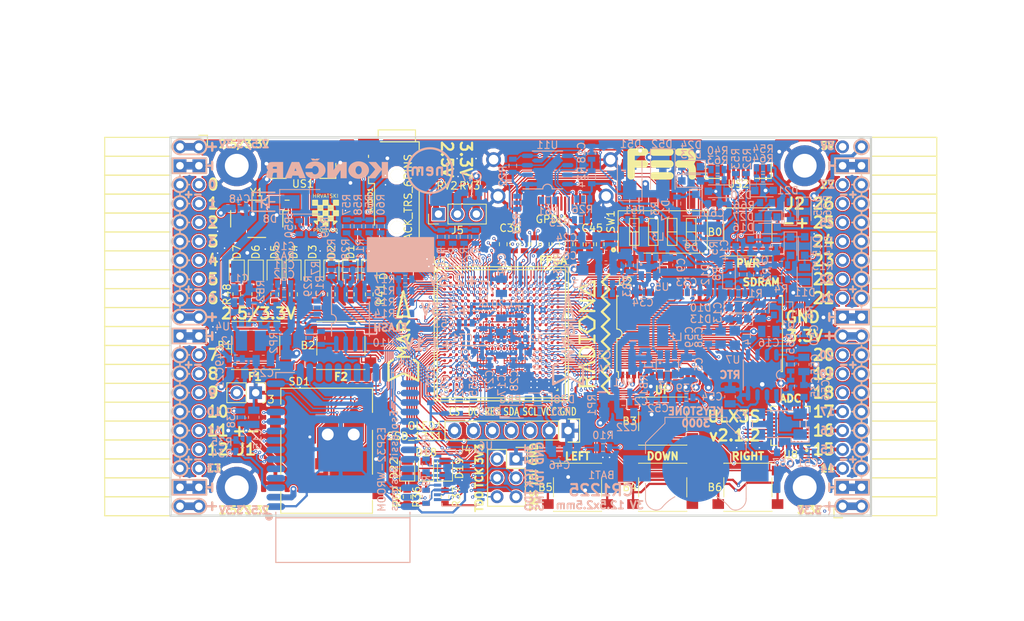
<source format=kicad_pcb>
(kicad_pcb (version 20171130) (host pcbnew 5.0.0+dfsg1-2)
  (layers (0 F.Cu signal) (1 In1.Cu signal) (2 In2.Cu signal) (31 B.Cu signal) (34 B.Paste user) (35 F.Paste user) (36 B.SilkS user) (37 F.SilkS user) (38 B.Mask user) (39 F.Mask user) (44 Edge.Cuts user))
  (net 0 "")
  (net 1 GND)
  (net 2 +5V)
  (net 3 /gpio/IN5V)
  (net 4 /gpio/OUT5V)
  (net 5 +3V3)
  (net 6 BTN_D)
  (net 7 BTN_F1)
  (net 8 BTN_F2)
  (net 9 BTN_L)
  (net 10 BTN_R)
  (net 11 BTN_U)
  (net 12 /power/FB1)
  (net 13 +2V5)
  (net 14 /power/PWREN)
  (net 15 /power/FB3)
  (net 16 /power/FB2)
  (net 17 /power/VBAT)
  (net 18 JTAG_TDI)
  (net 19 JTAG_TCK)
  (net 20 JTAG_TMS)
  (net 21 JTAG_TDO)
  (net 22 /power/WAKEUPn)
  (net 23 /power/WKUP)
  (net 24 /power/SHUT)
  (net 25 /power/WAKE)
  (net 26 /power/HOLD)
  (net 27 /power/WKn)
  (net 28 /power/OSCI_32k)
  (net 29 /power/OSCO_32k)
  (net 30 SHUTDOWN)
  (net 31 GPDI_SDA)
  (net 32 GPDI_SCL)
  (net 33 /gpdi/VREF2)
  (net 34 SD_CMD)
  (net 35 SD_CLK)
  (net 36 SD_D0)
  (net 37 SD_D1)
  (net 38 USB5V)
  (net 39 GPDI_CEC)
  (net 40 nRESET)
  (net 41 FTDI_nDTR)
  (net 42 SDRAM_CKE)
  (net 43 SDRAM_A7)
  (net 44 SDRAM_D15)
  (net 45 SDRAM_BA1)
  (net 46 SDRAM_D7)
  (net 47 SDRAM_A6)
  (net 48 SDRAM_CLK)
  (net 49 SDRAM_D13)
  (net 50 SDRAM_BA0)
  (net 51 SDRAM_D6)
  (net 52 SDRAM_A5)
  (net 53 SDRAM_D14)
  (net 54 SDRAM_A11)
  (net 55 SDRAM_D12)
  (net 56 SDRAM_D5)
  (net 57 SDRAM_A4)
  (net 58 SDRAM_A10)
  (net 59 SDRAM_D11)
  (net 60 SDRAM_A3)
  (net 61 SDRAM_D4)
  (net 62 SDRAM_D10)
  (net 63 SDRAM_D9)
  (net 64 SDRAM_A9)
  (net 65 SDRAM_D3)
  (net 66 SDRAM_D8)
  (net 67 SDRAM_A8)
  (net 68 SDRAM_A2)
  (net 69 SDRAM_A1)
  (net 70 SDRAM_A0)
  (net 71 SDRAM_D2)
  (net 72 SDRAM_D1)
  (net 73 SDRAM_D0)
  (net 74 SDRAM_DQM0)
  (net 75 SDRAM_nCS)
  (net 76 SDRAM_nRAS)
  (net 77 SDRAM_DQM1)
  (net 78 SDRAM_nCAS)
  (net 79 SDRAM_nWE)
  (net 80 /flash/FLASH_nWP)
  (net 81 /flash/FLASH_nHOLD)
  (net 82 /flash/FLASH_MOSI)
  (net 83 /flash/FLASH_MISO)
  (net 84 /flash/FLASH_SCK)
  (net 85 /flash/FLASH_nCS)
  (net 86 /flash/FPGA_PROGRAMN)
  (net 87 /flash/FPGA_DONE)
  (net 88 /flash/FPGA_INITN)
  (net 89 OLED_RES)
  (net 90 OLED_DC)
  (net 91 OLED_CS)
  (net 92 WIFI_EN)
  (net 93 FTDI_nRTS)
  (net 94 FTDI_TXD)
  (net 95 FTDI_RXD)
  (net 96 WIFI_RXD)
  (net 97 WIFI_GPIO0)
  (net 98 WIFI_TXD)
  (net 99 USB_FTDI_D+)
  (net 100 USB_FTDI_D-)
  (net 101 SD_D3)
  (net 102 AUDIO_L3)
  (net 103 AUDIO_L2)
  (net 104 AUDIO_L1)
  (net 105 AUDIO_L0)
  (net 106 AUDIO_R3)
  (net 107 AUDIO_R2)
  (net 108 AUDIO_R1)
  (net 109 AUDIO_R0)
  (net 110 OLED_CLK)
  (net 111 OLED_MOSI)
  (net 112 LED0)
  (net 113 LED1)
  (net 114 LED2)
  (net 115 LED3)
  (net 116 LED4)
  (net 117 LED5)
  (net 118 LED6)
  (net 119 LED7)
  (net 120 BTN_PWRn)
  (net 121 FTDI_nTXLED)
  (net 122 FTDI_nSLEEP)
  (net 123 /blinkey/LED_PWREN)
  (net 124 /blinkey/LED_TXLED)
  (net 125 /sdcard/SD3V3)
  (net 126 SD_D2)
  (net 127 CLK_25MHz)
  (net 128 /blinkey/BTNPUL)
  (net 129 /blinkey/BTNPUR)
  (net 130 USB_FPGA_D+)
  (net 131 /power/FTDI_nSUSPEND)
  (net 132 /blinkey/ALED0)
  (net 133 /blinkey/ALED1)
  (net 134 /blinkey/ALED2)
  (net 135 /blinkey/ALED3)
  (net 136 /blinkey/ALED4)
  (net 137 /blinkey/ALED5)
  (net 138 /blinkey/ALED6)
  (net 139 /blinkey/ALED7)
  (net 140 /usb/FTD-)
  (net 141 /usb/FTD+)
  (net 142 ADC_MISO)
  (net 143 ADC_MOSI)
  (net 144 ADC_CSn)
  (net 145 ADC_SCLK)
  (net 146 SW3)
  (net 147 SW2)
  (net 148 SW1)
  (net 149 USB_FPGA_D-)
  (net 150 /usb/FPD+)
  (net 151 /usb/FPD-)
  (net 152 WIFI_GPIO16)
  (net 153 /usb/ANT_433MHz)
  (net 154 PROG_DONE)
  (net 155 /power/P3V3)
  (net 156 /power/P2V5)
  (net 157 /power/L1)
  (net 158 /power/L3)
  (net 159 /power/L2)
  (net 160 FTDI_TXDEN)
  (net 161 SDRAM_A12)
  (net 162 /analog/AUDIO_V)
  (net 163 AUDIO_V3)
  (net 164 AUDIO_V2)
  (net 165 AUDIO_V1)
  (net 166 AUDIO_V0)
  (net 167 /blinkey/LED_WIFI)
  (net 168 /power/P1V1)
  (net 169 +1V1)
  (net 170 SW4)
  (net 171 /blinkey/SWPU)
  (net 172 /wifi/WIFIEN)
  (net 173 FT2V5)
  (net 174 GN0)
  (net 175 GP0)
  (net 176 GN1)
  (net 177 GP1)
  (net 178 GN2)
  (net 179 GP2)
  (net 180 GN3)
  (net 181 GP3)
  (net 182 GN4)
  (net 183 GP4)
  (net 184 GN5)
  (net 185 GP5)
  (net 186 GN6)
  (net 187 GP6)
  (net 188 GN14)
  (net 189 GP14)
  (net 190 GN15)
  (net 191 GP15)
  (net 192 GN16)
  (net 193 GP16)
  (net 194 GN17)
  (net 195 GP17)
  (net 196 GN18)
  (net 197 GP18)
  (net 198 GN19)
  (net 199 GP19)
  (net 200 GN20)
  (net 201 GP20)
  (net 202 GN21)
  (net 203 GP21)
  (net 204 GN22)
  (net 205 GP22)
  (net 206 GN23)
  (net 207 GP23)
  (net 208 GN24)
  (net 209 GP24)
  (net 210 GN25)
  (net 211 GP25)
  (net 212 GN26)
  (net 213 GP26)
  (net 214 GN27)
  (net 215 GP27)
  (net 216 GN7)
  (net 217 GP7)
  (net 218 GN8)
  (net 219 GP8)
  (net 220 GN9)
  (net 221 GP9)
  (net 222 GN10)
  (net 223 GP10)
  (net 224 GN11)
  (net 225 GP11)
  (net 226 GN12)
  (net 227 GP12)
  (net 228 GN13)
  (net 229 GP13)
  (net 230 WIFI_GPIO5)
  (net 231 WIFI_GPIO17)
  (net 232 USB_FPGA_PULL_D+)
  (net 233 USB_FPGA_PULL_D-)
  (net 234 "Net-(D23-Pad2)")
  (net 235 "Net-(D24-Pad1)")
  (net 236 "Net-(D25-Pad2)")
  (net 237 "Net-(D26-Pad1)")
  (net 238 /gpdi/GPDI_ETH+)
  (net 239 FPDI_ETH+)
  (net 240 /gpdi/GPDI_ETH-)
  (net 241 FPDI_ETH-)
  (net 242 /gpdi/GPDI_D2-)
  (net 243 FPDI_D2-)
  (net 244 /gpdi/GPDI_D1-)
  (net 245 FPDI_D1-)
  (net 246 /gpdi/GPDI_D0-)
  (net 247 FPDI_D0-)
  (net 248 /gpdi/GPDI_CLK-)
  (net 249 FPDI_CLK-)
  (net 250 /gpdi/GPDI_D2+)
  (net 251 FPDI_D2+)
  (net 252 /gpdi/GPDI_D1+)
  (net 253 FPDI_D1+)
  (net 254 /gpdi/GPDI_D0+)
  (net 255 FPDI_D0+)
  (net 256 /gpdi/GPDI_CLK+)
  (net 257 FPDI_CLK+)
  (net 258 FPDI_SDA)
  (net 259 FPDI_SCL)
  (net 260 /gpdi/FPDI_CEC)
  (net 261 2V5_3V3)
  (net 262 /usb/US2VBUS)
  (net 263 /power/SHD)
  (net 264 /power/RTCVDD)
  (net 265 "Net-(D27-Pad2)")
  (net 266 US2_ID)
  (net 267 /analog/AUDIO_L)
  (net 268 /analog/AUDIO_R)
  (net 269 /analog/ADC3V3)
  (net 270 PWRBTn)
  (net 271 USER_PROGRAMN)
  (module abs25:Crystal_SMD_ABS25 (layer B.Cu) (at 175.776 99.922 180)
    (fp_text reference Y2 (at 5.08 1.273 180) (layer B.SilkS) (effects (justify mirror)))
    (fp_text value 32768Hz)
    (pad 4 smd rect (at -2.8 1.4 180) (size 1.8 1.4) (layers B.Cu B.Paste B.Mask) (net 28 /power/OSCI_32k))
    (pad 3 smd rect (at 2.8 1.4 180) (size 1.8 1.4) (layers B.Cu B.Paste B.Mask))
    (pad 2 smd rect (at 2.8 -1.4 180) (size 1.8 1.4) (layers B.Cu B.Paste B.Mask))
    (pad 1 smd rect (at -2.8 -1.4 180) (size 1.8 1.4) (layers B.Cu B.Paste B.Mask) (net 29 /power/OSCO_32k))
  )
  (module micro-sd-schd3a0100:SCHD3A100 (layer F.Cu) (at 115.05 103.5 270)
    (fp_text reference SD1 (at -9.296 3.663 180) (layer F.SilkS))
    (fp_text value SCHD3A0100)
    (pad 1 smd rect (at 1.75 -3.2) (size 0.7 1.5) (layers F.Cu F.Paste F.Mask) (net 126 SD_D2))
    (pad 2 smd rect (at 1.75 -2.1) (size 0.7 1.5) (layers F.Cu F.Paste F.Mask) (net 101 SD_D3))
    (pad 3 smd rect (at 1.75 -1) (size 0.7 1.5) (layers F.Cu F.Paste F.Mask) (net 34 SD_CMD))
    (pad 4 smd rect (at 1.75 0.1) (size 0.7 1.5) (layers F.Cu F.Paste F.Mask) (net 125 /sdcard/SD3V3))
    (pad 5 smd rect (at 1.75 1.2) (size 0.7 1.5) (layers F.Cu F.Paste F.Mask) (net 35 SD_CLK))
    (pad 6 smd rect (at 1.75 2.3) (size 0.7 1.5) (layers F.Cu F.Paste F.Mask) (net 1 GND))
    (pad 7 smd rect (at 1.75 3.4) (size 0.7 1.5) (layers F.Cu F.Paste F.Mask) (net 36 SD_D0))
    (pad 8 smd rect (at 1.75 4.5) (size 0.7 1.5) (layers F.Cu F.Paste F.Mask) (net 37 SD_D1))
    (pad 10 smd rect (at 6.05 -6.875) (size 1.45 0.9) (layers F.Cu F.Paste F.Mask) (net 1 GND))
    (pad 11 smd rect (at -5.65 6.875 90) (size 0.9 1.45) (layers F.Cu F.Paste F.Mask) (net 1 GND))
    (pad 9 smd rect (at 4.35 6.875) (size 1.45 2) (layers F.Cu F.Paste F.Mask) (net 1 GND))
    (pad 9 smd rect (at 4.35 -6.875) (size 1.45 2) (layers F.Cu F.Paste F.Mask) (net 1 GND))
    (pad 9 smd rect (at -3.95 -6.875) (size 1.45 2) (layers F.Cu F.Paste F.Mask) (net 1 GND))
    (pad 9 smd rect (at -3.95 6.875) (size 1.45 2) (layers F.Cu F.Paste F.Mask) (net 1 GND))
  )
  (module oscxo:Crystal_SMD_7050_4Pads (layer F.Cu) (at 105.672 72.36 180)
    (fp_text reference Y1 (at 0 3.556 180) (layer F.SilkS))
    (fp_text value FNETHE025)
    (pad 1 smd rect (at -2.54 2.2 180) (size 2.2 1.8) (layers F.Cu F.Paste F.Mask) (net 5 +3V3))
    (pad 2 smd rect (at 2.54 2.2 180) (size 2.2 1.8) (layers F.Cu F.Paste F.Mask) (net 1 GND))
    (pad 3 smd rect (at 2.54 -2.2 180) (size 2.2 1.8) (layers F.Cu F.Paste F.Mask) (net 127 CLK_25MHz))
    (pad 4 smd rect (at -2.54 -2.2 180) (size 2.2 1.8) (layers F.Cu F.Paste F.Mask) (net 5 +3V3))
  )
  (module TSOP54:TSOP54 (layer F.Cu) (at 165.093 87.8 90)
    (fp_text reference U2 (at 6.98 -9.993 180) (layer F.SilkS))
    (fp_text value MT48LC16M16A2TG)
    (pad 28 smd rect (at 5.53 10.4 90) (size 0.9 0.56) (layers F.Cu F.Paste F.Mask) (net 1 GND))
    (pad 1 smd rect (at -5.53 -10.4 90) (size 0.9 0.56) (layers F.Cu F.Paste F.Mask) (net 5 +3V3))
    (pad 2 smd rect (at -5.53 -9.6 90) (size 0.9 0.56) (layers F.Cu F.Paste F.Mask) (net 73 SDRAM_D0))
    (pad 3 smd rect (at -5.53 -8.8 90) (size 0.9 0.56) (layers F.Cu F.Paste F.Mask) (net 5 +3V3))
    (pad 4 smd rect (at -5.53 -8 90) (size 0.9 0.56) (layers F.Cu F.Paste F.Mask) (net 72 SDRAM_D1))
    (pad 5 smd rect (at -5.53 -7.2 90) (size 0.9 0.56) (layers F.Cu F.Paste F.Mask) (net 71 SDRAM_D2))
    (pad 6 smd rect (at -5.53 -6.4 90) (size 0.9 0.56) (layers F.Cu F.Paste F.Mask) (net 1 GND))
    (pad 7 smd rect (at -5.53 -5.6 90) (size 0.9 0.56) (layers F.Cu F.Paste F.Mask) (net 65 SDRAM_D3))
    (pad 8 smd rect (at -5.53 -4.8 90) (size 0.9 0.56) (layers F.Cu F.Paste F.Mask) (net 61 SDRAM_D4))
    (pad 9 smd rect (at -5.53 -4 90) (size 0.9 0.56) (layers F.Cu F.Paste F.Mask) (net 5 +3V3))
    (pad 10 smd rect (at -5.53 -3.2 90) (size 0.9 0.56) (layers F.Cu F.Paste F.Mask) (net 56 SDRAM_D5))
    (pad 11 smd rect (at -5.53 -2.4 90) (size 0.9 0.56) (layers F.Cu F.Paste F.Mask) (net 51 SDRAM_D6))
    (pad 12 smd rect (at -5.53 -1.6 90) (size 0.9 0.56) (layers F.Cu F.Paste F.Mask) (net 1 GND))
    (pad 13 smd rect (at -5.53 -0.8 90) (size 0.9 0.56) (layers F.Cu F.Paste F.Mask) (net 46 SDRAM_D7))
    (pad 14 smd rect (at -5.53 0 90) (size 0.9 0.56) (layers F.Cu F.Paste F.Mask) (net 5 +3V3))
    (pad 15 smd rect (at -5.53 0.8 90) (size 0.9 0.56) (layers F.Cu F.Paste F.Mask) (net 74 SDRAM_DQM0))
    (pad 16 smd rect (at -5.53 1.6 90) (size 0.9 0.56) (layers F.Cu F.Paste F.Mask) (net 79 SDRAM_nWE))
    (pad 17 smd rect (at -5.53 2.4 90) (size 0.9 0.56) (layers F.Cu F.Paste F.Mask) (net 78 SDRAM_nCAS))
    (pad 18 smd rect (at -5.53 3.2 90) (size 0.9 0.56) (layers F.Cu F.Paste F.Mask) (net 76 SDRAM_nRAS))
    (pad 19 smd rect (at -5.53 4 90) (size 0.9 0.56) (layers F.Cu F.Paste F.Mask) (net 75 SDRAM_nCS))
    (pad 20 smd rect (at -5.53 4.8 90) (size 0.9 0.56) (layers F.Cu F.Paste F.Mask) (net 50 SDRAM_BA0))
    (pad 21 smd rect (at -5.53 5.6 90) (size 0.9 0.56) (layers F.Cu F.Paste F.Mask) (net 45 SDRAM_BA1))
    (pad 22 smd rect (at -5.53 6.4 90) (size 0.9 0.56) (layers F.Cu F.Paste F.Mask) (net 58 SDRAM_A10))
    (pad 23 smd rect (at -5.53 7.2 90) (size 0.9 0.56) (layers F.Cu F.Paste F.Mask) (net 70 SDRAM_A0))
    (pad 24 smd rect (at -5.53 8 90) (size 0.9 0.56) (layers F.Cu F.Paste F.Mask) (net 69 SDRAM_A1))
    (pad 25 smd rect (at -5.53 8.8 90) (size 0.9 0.56) (layers F.Cu F.Paste F.Mask) (net 68 SDRAM_A2))
    (pad 26 smd rect (at -5.53 9.6 90) (size 0.9 0.56) (layers F.Cu F.Paste F.Mask) (net 60 SDRAM_A3))
    (pad 27 smd rect (at -5.53 10.4 90) (size 0.9 0.56) (layers F.Cu F.Paste F.Mask) (net 5 +3V3))
    (pad 29 smd rect (at 5.53 9.6 90) (size 0.9 0.56) (layers F.Cu F.Paste F.Mask) (net 57 SDRAM_A4))
    (pad 30 smd rect (at 5.53 8.8 90) (size 0.9 0.56) (layers F.Cu F.Paste F.Mask) (net 52 SDRAM_A5))
    (pad 31 smd rect (at 5.53 8 90) (size 0.9 0.56) (layers F.Cu F.Paste F.Mask) (net 47 SDRAM_A6))
    (pad 32 smd rect (at 5.53 7.2 90) (size 0.9 0.56) (layers F.Cu F.Paste F.Mask) (net 43 SDRAM_A7))
    (pad 33 smd rect (at 5.53 6.4 90) (size 0.9 0.56) (layers F.Cu F.Paste F.Mask) (net 67 SDRAM_A8))
    (pad 34 smd rect (at 5.53 5.6 90) (size 0.9 0.56) (layers F.Cu F.Paste F.Mask) (net 64 SDRAM_A9))
    (pad 35 smd rect (at 5.53 4.8 90) (size 0.9 0.56) (layers F.Cu F.Paste F.Mask) (net 54 SDRAM_A11))
    (pad 36 smd rect (at 5.53 4 90) (size 0.9 0.56) (layers F.Cu F.Paste F.Mask) (net 161 SDRAM_A12))
    (pad 37 smd rect (at 5.53 3.2 90) (size 0.9 0.56) (layers F.Cu F.Paste F.Mask) (net 42 SDRAM_CKE))
    (pad 38 smd rect (at 5.53 2.4 90) (size 0.9 0.56) (layers F.Cu F.Paste F.Mask) (net 48 SDRAM_CLK))
    (pad 39 smd rect (at 5.53 1.6 90) (size 0.9 0.56) (layers F.Cu F.Paste F.Mask) (net 77 SDRAM_DQM1))
    (pad 40 smd rect (at 5.53 0.8 90) (size 0.9 0.56) (layers F.Cu F.Paste F.Mask))
    (pad 41 smd rect (at 5.53 0 90) (size 0.9 0.56) (layers F.Cu F.Paste F.Mask) (net 1 GND))
    (pad 42 smd rect (at 5.53 -0.8 90) (size 0.9 0.56) (layers F.Cu F.Paste F.Mask) (net 66 SDRAM_D8))
    (pad 43 smd rect (at 5.53 -1.6 90) (size 0.9 0.56) (layers F.Cu F.Paste F.Mask) (net 5 +3V3))
    (pad 44 smd rect (at 5.53 -2.4 90) (size 0.9 0.56) (layers F.Cu F.Paste F.Mask) (net 63 SDRAM_D9))
    (pad 45 smd rect (at 5.53 -3.2 90) (size 0.9 0.56) (layers F.Cu F.Paste F.Mask) (net 62 SDRAM_D10))
    (pad 46 smd rect (at 5.53 -4 90) (size 0.9 0.56) (layers F.Cu F.Paste F.Mask) (net 1 GND))
    (pad 47 smd rect (at 5.53 -4.8 90) (size 0.9 0.56) (layers F.Cu F.Paste F.Mask) (net 59 SDRAM_D11))
    (pad 48 smd rect (at 5.53 -5.6 90) (size 0.9 0.56) (layers F.Cu F.Paste F.Mask) (net 55 SDRAM_D12))
    (pad 49 smd rect (at 5.53 -6.4 90) (size 0.9 0.56) (layers F.Cu F.Paste F.Mask) (net 5 +3V3))
    (pad 50 smd rect (at 5.53 -7.2 90) (size 0.9 0.56) (layers F.Cu F.Paste F.Mask) (net 49 SDRAM_D13))
    (pad 51 smd rect (at 5.53 -8 90) (size 0.9 0.56) (layers F.Cu F.Paste F.Mask) (net 53 SDRAM_D14))
    (pad 52 smd rect (at 5.53 -8.8 90) (size 0.9 0.56) (layers F.Cu F.Paste F.Mask) (net 1 GND))
    (pad 53 smd rect (at 5.53 -9.6 90) (size 0.9 0.56) (layers F.Cu F.Paste F.Mask) (net 44 SDRAM_D15))
    (pad 54 smd rect (at 5.53 -10.4 90) (size 0.9 0.56) (layers F.Cu F.Paste F.Mask) (net 1 GND))
  )
  (module lfe5bg381:BGA-381_pitch0.8mm_dia0.4mm (layer F.Cu) (at 138.48 87.8)
    (fp_text reference U1 (at -8.2 -9.8) (layer F.SilkS))
    (fp_text value LFE5U-85F-6BG381C)
    (pad Y19 smd circle (at 6.8 7.6) (size 0.4 0.4) (layers F.Cu F.Paste F.Mask) (net 1 GND))
    (pad Y17 smd circle (at 5.2 7.6) (size 0.4 0.4) (layers F.Cu F.Paste F.Mask) (net 1 GND))
    (pad Y16 smd circle (at 4.4 7.6) (size 0.4 0.4) (layers F.Cu F.Paste F.Mask) (net 1 GND))
    (pad Y15 smd circle (at 3.6 7.6) (size 0.4 0.4) (layers F.Cu F.Paste F.Mask) (net 1 GND))
    (pad Y14 smd circle (at 2.8 7.6) (size 0.4 0.4) (layers F.Cu F.Paste F.Mask) (net 1 GND))
    (pad Y12 smd circle (at 1.2 7.6) (size 0.4 0.4) (layers F.Cu F.Paste F.Mask) (net 1 GND))
    (pad Y11 smd circle (at 0.4 7.6) (size 0.4 0.4) (layers F.Cu F.Paste F.Mask) (net 1 GND))
    (pad Y8 smd circle (at -2 7.6) (size 0.4 0.4) (layers F.Cu F.Paste F.Mask) (net 1 GND))
    (pad Y7 smd circle (at -2.8 7.6) (size 0.4 0.4) (layers F.Cu F.Paste F.Mask) (net 1 GND))
    (pad Y6 smd circle (at -3.6 7.6) (size 0.4 0.4) (layers F.Cu F.Paste F.Mask) (net 1 GND))
    (pad Y5 smd circle (at -4.4 7.6) (size 0.4 0.4) (layers F.Cu F.Paste F.Mask) (net 1 GND))
    (pad Y3 smd circle (at -6 7.6) (size 0.4 0.4) (layers F.Cu F.Paste F.Mask) (net 87 /flash/FPGA_DONE))
    (pad Y2 smd circle (at -6.8 7.6) (size 0.4 0.4) (layers F.Cu F.Paste F.Mask) (net 80 /flash/FLASH_nWP))
    (pad W20 smd circle (at 7.6 6.8) (size 0.4 0.4) (layers F.Cu F.Paste F.Mask) (net 1 GND))
    (pad W19 smd circle (at 6.8 6.8) (size 0.4 0.4) (layers F.Cu F.Paste F.Mask) (net 1 GND))
    (pad W18 smd circle (at 6 6.8) (size 0.4 0.4) (layers F.Cu F.Paste F.Mask))
    (pad W17 smd circle (at 5.2 6.8) (size 0.4 0.4) (layers F.Cu F.Paste F.Mask))
    (pad W16 smd circle (at 4.4 6.8) (size 0.4 0.4) (layers F.Cu F.Paste F.Mask) (net 1 GND))
    (pad W15 smd circle (at 3.6 6.8) (size 0.4 0.4) (layers F.Cu F.Paste F.Mask) (net 1 GND))
    (pad W14 smd circle (at 2.8 6.8) (size 0.4 0.4) (layers F.Cu F.Paste F.Mask))
    (pad W13 smd circle (at 2 6.8) (size 0.4 0.4) (layers F.Cu F.Paste F.Mask))
    (pad W12 smd circle (at 1.2 6.8) (size 0.4 0.4) (layers F.Cu F.Paste F.Mask) (net 1 GND))
    (pad W11 smd circle (at 0.4 6.8) (size 0.4 0.4) (layers F.Cu F.Paste F.Mask))
    (pad W10 smd circle (at -0.4 6.8) (size 0.4 0.4) (layers F.Cu F.Paste F.Mask))
    (pad W9 smd circle (at -1.2 6.8) (size 0.4 0.4) (layers F.Cu F.Paste F.Mask))
    (pad W8 smd circle (at -2 6.8) (size 0.4 0.4) (layers F.Cu F.Paste F.Mask))
    (pad W7 smd circle (at -2.8 6.8) (size 0.4 0.4) (layers F.Cu F.Paste F.Mask) (net 1 GND))
    (pad W6 smd circle (at -3.6 6.8) (size 0.4 0.4) (layers F.Cu F.Paste F.Mask) (net 1 GND))
    (pad W5 smd circle (at -4.4 6.8) (size 0.4 0.4) (layers F.Cu F.Paste F.Mask))
    (pad W4 smd circle (at -5.2 6.8) (size 0.4 0.4) (layers F.Cu F.Paste F.Mask))
    (pad W3 smd circle (at -6 6.8) (size 0.4 0.4) (layers F.Cu F.Paste F.Mask) (net 86 /flash/FPGA_PROGRAMN))
    (pad W2 smd circle (at -6.8 6.8) (size 0.4 0.4) (layers F.Cu F.Paste F.Mask) (net 82 /flash/FLASH_MOSI))
    (pad W1 smd circle (at -7.6 6.8) (size 0.4 0.4) (layers F.Cu F.Paste F.Mask) (net 81 /flash/FLASH_nHOLD))
    (pad V20 smd circle (at 7.6 6) (size 0.4 0.4) (layers F.Cu F.Paste F.Mask) (net 1 GND))
    (pad V19 smd circle (at 6.8 6) (size 0.4 0.4) (layers F.Cu F.Paste F.Mask) (net 1 GND))
    (pad V18 smd circle (at 6 6) (size 0.4 0.4) (layers F.Cu F.Paste F.Mask) (net 1 GND))
    (pad V17 smd circle (at 5.2 6) (size 0.4 0.4) (layers F.Cu F.Paste F.Mask) (net 1 GND))
    (pad V16 smd circle (at 4.4 6) (size 0.4 0.4) (layers F.Cu F.Paste F.Mask) (net 1 GND))
    (pad V15 smd circle (at 3.6 6) (size 0.4 0.4) (layers F.Cu F.Paste F.Mask) (net 1 GND))
    (pad V14 smd circle (at 2.8 6) (size 0.4 0.4) (layers F.Cu F.Paste F.Mask) (net 1 GND))
    (pad V13 smd circle (at 2 6) (size 0.4 0.4) (layers F.Cu F.Paste F.Mask) (net 1 GND))
    (pad V12 smd circle (at 1.2 6) (size 0.4 0.4) (layers F.Cu F.Paste F.Mask) (net 1 GND))
    (pad V11 smd circle (at 0.4 6) (size 0.4 0.4) (layers F.Cu F.Paste F.Mask) (net 1 GND))
    (pad V10 smd circle (at -0.4 6) (size 0.4 0.4) (layers F.Cu F.Paste F.Mask) (net 1 GND))
    (pad V9 smd circle (at -1.2 6) (size 0.4 0.4) (layers F.Cu F.Paste F.Mask) (net 1 GND))
    (pad V8 smd circle (at -2 6) (size 0.4 0.4) (layers F.Cu F.Paste F.Mask) (net 1 GND))
    (pad V7 smd circle (at -2.8 6) (size 0.4 0.4) (layers F.Cu F.Paste F.Mask) (net 1 GND))
    (pad V6 smd circle (at -3.6 6) (size 0.4 0.4) (layers F.Cu F.Paste F.Mask) (net 1 GND))
    (pad V5 smd circle (at -4.4 6) (size 0.4 0.4) (layers F.Cu F.Paste F.Mask) (net 1 GND))
    (pad V4 smd circle (at -5.2 6) (size 0.4 0.4) (layers F.Cu F.Paste F.Mask) (net 21 JTAG_TDO))
    (pad V3 smd circle (at -6 6) (size 0.4 0.4) (layers F.Cu F.Paste F.Mask) (net 88 /flash/FPGA_INITN))
    (pad V2 smd circle (at -6.8 6) (size 0.4 0.4) (layers F.Cu F.Paste F.Mask) (net 83 /flash/FLASH_MISO))
    (pad V1 smd circle (at -7.6 6) (size 0.4 0.4) (layers F.Cu F.Paste F.Mask) (net 6 BTN_D))
    (pad U20 smd circle (at 7.6 5.2) (size 0.4 0.4) (layers F.Cu F.Paste F.Mask) (net 46 SDRAM_D7))
    (pad U19 smd circle (at 6.8 5.2) (size 0.4 0.4) (layers F.Cu F.Paste F.Mask) (net 74 SDRAM_DQM0))
    (pad U18 smd circle (at 6 5.2) (size 0.4 0.4) (layers F.Cu F.Paste F.Mask) (net 189 GP14))
    (pad U17 smd circle (at 5.2 5.2) (size 0.4 0.4) (layers F.Cu F.Paste F.Mask) (net 188 GN14))
    (pad U16 smd circle (at 4.4 5.2) (size 0.4 0.4) (layers F.Cu F.Paste F.Mask) (net 142 ADC_MISO))
    (pad U15 smd circle (at 3.6 5.2) (size 0.4 0.4) (layers F.Cu F.Paste F.Mask) (net 1 GND))
    (pad U14 smd circle (at 2.8 5.2) (size 0.4 0.4) (layers F.Cu F.Paste F.Mask) (net 1 GND))
    (pad U13 smd circle (at 2 5.2) (size 0.4 0.4) (layers F.Cu F.Paste F.Mask) (net 1 GND))
    (pad U12 smd circle (at 1.2 5.2) (size 0.4 0.4) (layers F.Cu F.Paste F.Mask) (net 1 GND))
    (pad U11 smd circle (at 0.4 5.2) (size 0.4 0.4) (layers F.Cu F.Paste F.Mask) (net 1 GND))
    (pad U10 smd circle (at -0.4 5.2) (size 0.4 0.4) (layers F.Cu F.Paste F.Mask) (net 1 GND))
    (pad U9 smd circle (at -1.2 5.2) (size 0.4 0.4) (layers F.Cu F.Paste F.Mask) (net 1 GND))
    (pad U8 smd circle (at -2 5.2) (size 0.4 0.4) (layers F.Cu F.Paste F.Mask) (net 1 GND))
    (pad U7 smd circle (at -2.8 5.2) (size 0.4 0.4) (layers F.Cu F.Paste F.Mask) (net 1 GND))
    (pad U6 smd circle (at -3.6 5.2) (size 0.4 0.4) (layers F.Cu F.Paste F.Mask) (net 1 GND))
    (pad U5 smd circle (at -4.4 5.2) (size 0.4 0.4) (layers F.Cu F.Paste F.Mask) (net 20 JTAG_TMS))
    (pad U4 smd circle (at -5.2 5.2) (size 0.4 0.4) (layers F.Cu F.Paste F.Mask) (net 1 GND))
    (pad U3 smd circle (at -6 5.2) (size 0.4 0.4) (layers F.Cu F.Paste F.Mask) (net 84 /flash/FLASH_SCK))
    (pad U2 smd circle (at -6.8 5.2) (size 0.4 0.4) (layers F.Cu F.Paste F.Mask) (net 5 +3V3))
    (pad U1 smd circle (at -7.6 5.2) (size 0.4 0.4) (layers F.Cu F.Paste F.Mask) (net 9 BTN_L))
    (pad T20 smd circle (at 7.6 4.4) (size 0.4 0.4) (layers F.Cu F.Paste F.Mask) (net 79 SDRAM_nWE))
    (pad T19 smd circle (at 6.8 4.4) (size 0.4 0.4) (layers F.Cu F.Paste F.Mask) (net 78 SDRAM_nCAS))
    (pad T18 smd circle (at 6 4.4) (size 0.4 0.4) (layers F.Cu F.Paste F.Mask) (net 56 SDRAM_D5))
    (pad T17 smd circle (at 5.2 4.4) (size 0.4 0.4) (layers F.Cu F.Paste F.Mask) (net 51 SDRAM_D6))
    (pad T16 smd circle (at 4.4 4.4) (size 0.4 0.4) (layers F.Cu F.Paste F.Mask))
    (pad T15 smd circle (at 3.6 4.4) (size 0.4 0.4) (layers F.Cu F.Paste F.Mask) (net 1 GND))
    (pad T14 smd circle (at 2.8 4.4) (size 0.4 0.4) (layers F.Cu F.Paste F.Mask) (net 1 GND))
    (pad T13 smd circle (at 2 4.4) (size 0.4 0.4) (layers F.Cu F.Paste F.Mask) (net 1 GND))
    (pad T12 smd circle (at 1.2 4.4) (size 0.4 0.4) (layers F.Cu F.Paste F.Mask) (net 1 GND))
    (pad T11 smd circle (at 0.4 4.4) (size 0.4 0.4) (layers F.Cu F.Paste F.Mask) (net 1 GND))
    (pad T10 smd circle (at -0.4 4.4) (size 0.4 0.4) (layers F.Cu F.Paste F.Mask) (net 1 GND))
    (pad T9 smd circle (at -1.2 4.4) (size 0.4 0.4) (layers F.Cu F.Paste F.Mask) (net 1 GND))
    (pad T8 smd circle (at -2 4.4) (size 0.4 0.4) (layers F.Cu F.Paste F.Mask) (net 1 GND))
    (pad T7 smd circle (at -2.8 4.4) (size 0.4 0.4) (layers F.Cu F.Paste F.Mask) (net 1 GND))
    (pad T6 smd circle (at -3.6 4.4) (size 0.4 0.4) (layers F.Cu F.Paste F.Mask) (net 1 GND))
    (pad T5 smd circle (at -4.4 4.4) (size 0.4 0.4) (layers F.Cu F.Paste F.Mask) (net 19 JTAG_TCK))
    (pad T4 smd circle (at -5.2 4.4) (size 0.4 0.4) (layers F.Cu F.Paste F.Mask) (net 5 +3V3))
    (pad T3 smd circle (at -6 4.4) (size 0.4 0.4) (layers F.Cu F.Paste F.Mask) (net 5 +3V3))
    (pad T2 smd circle (at -6.8 4.4) (size 0.4 0.4) (layers F.Cu F.Paste F.Mask) (net 5 +3V3))
    (pad T1 smd circle (at -7.6 4.4) (size 0.4 0.4) (layers F.Cu F.Paste F.Mask) (net 8 BTN_F2))
    (pad R20 smd circle (at 7.6 3.6) (size 0.4 0.4) (layers F.Cu F.Paste F.Mask) (net 76 SDRAM_nRAS))
    (pad R19 smd circle (at 6.8 3.6) (size 0.4 0.4) (layers F.Cu F.Paste F.Mask) (net 1 GND))
    (pad R18 smd circle (at 6 3.6) (size 0.4 0.4) (layers F.Cu F.Paste F.Mask) (net 11 BTN_U))
    (pad R17 smd circle (at 5.2 3.6) (size 0.4 0.4) (layers F.Cu F.Paste F.Mask) (net 144 ADC_CSn))
    (pad R16 smd circle (at 4.4 3.6) (size 0.4 0.4) (layers F.Cu F.Paste F.Mask) (net 143 ADC_MOSI))
    (pad R5 smd circle (at -4.4 3.6) (size 0.4 0.4) (layers F.Cu F.Paste F.Mask) (net 18 JTAG_TDI))
    (pad R4 smd circle (at -5.2 3.6) (size 0.4 0.4) (layers F.Cu F.Paste F.Mask) (net 1 GND))
    (pad R3 smd circle (at -6 3.6) (size 0.4 0.4) (layers F.Cu F.Paste F.Mask))
    (pad R2 smd circle (at -6.8 3.6) (size 0.4 0.4) (layers F.Cu F.Paste F.Mask) (net 85 /flash/FLASH_nCS))
    (pad R1 smd circle (at -7.6 3.6) (size 0.4 0.4) (layers F.Cu F.Paste F.Mask) (net 7 BTN_F1))
    (pad P20 smd circle (at 7.6 2.8) (size 0.4 0.4) (layers F.Cu F.Paste F.Mask) (net 75 SDRAM_nCS))
    (pad P19 smd circle (at 6.8 2.8) (size 0.4 0.4) (layers F.Cu F.Paste F.Mask) (net 50 SDRAM_BA0))
    (pad P18 smd circle (at 6 2.8) (size 0.4 0.4) (layers F.Cu F.Paste F.Mask) (net 61 SDRAM_D4))
    (pad P17 smd circle (at 5.2 2.8) (size 0.4 0.4) (layers F.Cu F.Paste F.Mask) (net 145 ADC_SCLK))
    (pad P16 smd circle (at 4.4 2.8) (size 0.4 0.4) (layers F.Cu F.Paste F.Mask) (net 190 GN15))
    (pad P15 smd circle (at 3.6 2.8) (size 0.4 0.4) (layers F.Cu F.Paste F.Mask) (net 13 +2V5))
    (pad P14 smd circle (at 2.8 2.8) (size 0.4 0.4) (layers F.Cu F.Paste F.Mask) (net 1 GND))
    (pad P13 smd circle (at 2 2.8) (size 0.4 0.4) (layers F.Cu F.Paste F.Mask) (net 1 GND))
    (pad P12 smd circle (at 1.2 2.8) (size 0.4 0.4) (layers F.Cu F.Paste F.Mask) (net 1 GND))
    (pad P11 smd circle (at 0.4 2.8) (size 0.4 0.4) (layers F.Cu F.Paste F.Mask) (net 1 GND))
    (pad P10 smd circle (at -0.4 2.8) (size 0.4 0.4) (layers F.Cu F.Paste F.Mask) (net 5 +3V3))
    (pad P9 smd circle (at -1.2 2.8) (size 0.4 0.4) (layers F.Cu F.Paste F.Mask) (net 5 +3V3))
    (pad P8 smd circle (at -2 2.8) (size 0.4 0.4) (layers F.Cu F.Paste F.Mask) (net 1 GND))
    (pad P7 smd circle (at -2.8 2.8) (size 0.4 0.4) (layers F.Cu F.Paste F.Mask) (net 1 GND))
    (pad P6 smd circle (at -3.6 2.8) (size 0.4 0.4) (layers F.Cu F.Paste F.Mask) (net 13 +2V5))
    (pad P5 smd circle (at -4.4 2.8) (size 0.4 0.4) (layers F.Cu F.Paste F.Mask))
    (pad P4 smd circle (at -5.2 2.8) (size 0.4 0.4) (layers F.Cu F.Paste F.Mask) (net 110 OLED_CLK))
    (pad P3 smd circle (at -6 2.8) (size 0.4 0.4) (layers F.Cu F.Paste F.Mask) (net 111 OLED_MOSI))
    (pad P2 smd circle (at -6.8 2.8) (size 0.4 0.4) (layers F.Cu F.Paste F.Mask) (net 89 OLED_RES))
    (pad P1 smd circle (at -7.6 2.8) (size 0.4 0.4) (layers F.Cu F.Paste F.Mask) (net 90 OLED_DC))
    (pad N20 smd circle (at 7.6 2) (size 0.4 0.4) (layers F.Cu F.Paste F.Mask) (net 45 SDRAM_BA1))
    (pad N19 smd circle (at 6.8 2) (size 0.4 0.4) (layers F.Cu F.Paste F.Mask) (net 58 SDRAM_A10))
    (pad N18 smd circle (at 6 2) (size 0.4 0.4) (layers F.Cu F.Paste F.Mask) (net 65 SDRAM_D3))
    (pad N17 smd circle (at 5.2 2) (size 0.4 0.4) (layers F.Cu F.Paste F.Mask) (net 191 GP15))
    (pad N16 smd circle (at 4.4 2) (size 0.4 0.4) (layers F.Cu F.Paste F.Mask) (net 193 GP16))
    (pad N15 smd circle (at 3.6 2) (size 0.4 0.4) (layers F.Cu F.Paste F.Mask) (net 1 GND))
    (pad N14 smd circle (at 2.8 2) (size 0.4 0.4) (layers F.Cu F.Paste F.Mask) (net 1 GND))
    (pad N13 smd circle (at 2 2) (size 0.4 0.4) (layers F.Cu F.Paste F.Mask) (net 169 +1V1))
    (pad N12 smd circle (at 1.2 2) (size 0.4 0.4) (layers F.Cu F.Paste F.Mask) (net 169 +1V1))
    (pad N11 smd circle (at 0.4 2) (size 0.4 0.4) (layers F.Cu F.Paste F.Mask) (net 169 +1V1))
    (pad N10 smd circle (at -0.4 2) (size 0.4 0.4) (layers F.Cu F.Paste F.Mask) (net 169 +1V1))
    (pad N9 smd circle (at -1.2 2) (size 0.4 0.4) (layers F.Cu F.Paste F.Mask) (net 169 +1V1))
    (pad N8 smd circle (at -2 2) (size 0.4 0.4) (layers F.Cu F.Paste F.Mask) (net 169 +1V1))
    (pad N7 smd circle (at -2.8 2) (size 0.4 0.4) (layers F.Cu F.Paste F.Mask) (net 1 GND))
    (pad N6 smd circle (at -3.6 2) (size 0.4 0.4) (layers F.Cu F.Paste F.Mask) (net 1 GND))
    (pad N5 smd circle (at -4.4 2) (size 0.4 0.4) (layers F.Cu F.Paste F.Mask))
    (pad N4 smd circle (at -5.2 2) (size 0.4 0.4) (layers F.Cu F.Paste F.Mask) (net 230 WIFI_GPIO5))
    (pad N3 smd circle (at -6 2) (size 0.4 0.4) (layers F.Cu F.Paste F.Mask) (net 231 WIFI_GPIO17))
    (pad N2 smd circle (at -6.8 2) (size 0.4 0.4) (layers F.Cu F.Paste F.Mask) (net 91 OLED_CS))
    (pad N1 smd circle (at -7.6 2) (size 0.4 0.4) (layers F.Cu F.Paste F.Mask) (net 41 FTDI_nDTR))
    (pad M20 smd circle (at 7.6 1.2) (size 0.4 0.4) (layers F.Cu F.Paste F.Mask) (net 70 SDRAM_A0))
    (pad M19 smd circle (at 6.8 1.2) (size 0.4 0.4) (layers F.Cu F.Paste F.Mask) (net 69 SDRAM_A1))
    (pad M18 smd circle (at 6 1.2) (size 0.4 0.4) (layers F.Cu F.Paste F.Mask) (net 71 SDRAM_D2))
    (pad M17 smd circle (at 5.2 1.2) (size 0.4 0.4) (layers F.Cu F.Paste F.Mask) (net 192 GN16))
    (pad M16 smd circle (at 4.4 1.2) (size 0.4 0.4) (layers F.Cu F.Paste F.Mask) (net 1 GND))
    (pad M15 smd circle (at 3.6 1.2) (size 0.4 0.4) (layers F.Cu F.Paste F.Mask) (net 5 +3V3))
    (pad M14 smd circle (at 2.8 1.2) (size 0.4 0.4) (layers F.Cu F.Paste F.Mask) (net 1 GND))
    (pad M13 smd circle (at 2 1.2) (size 0.4 0.4) (layers F.Cu F.Paste F.Mask) (net 169 +1V1))
    (pad M12 smd circle (at 1.2 1.2) (size 0.4 0.4) (layers F.Cu F.Paste F.Mask) (net 1 GND))
    (pad M11 smd circle (at 0.4 1.2) (size 0.4 0.4) (layers F.Cu F.Paste F.Mask) (net 1 GND))
    (pad M10 smd circle (at -0.4 1.2) (size 0.4 0.4) (layers F.Cu F.Paste F.Mask) (net 1 GND))
    (pad M9 smd circle (at -1.2 1.2) (size 0.4 0.4) (layers F.Cu F.Paste F.Mask) (net 1 GND))
    (pad M8 smd circle (at -2 1.2) (size 0.4 0.4) (layers F.Cu F.Paste F.Mask) (net 169 +1V1))
    (pad M7 smd circle (at -2.8 1.2) (size 0.4 0.4) (layers F.Cu F.Paste F.Mask) (net 1 GND))
    (pad M6 smd circle (at -3.6 1.2) (size 0.4 0.4) (layers F.Cu F.Paste F.Mask) (net 5 +3V3))
    (pad M5 smd circle (at -4.4 1.2) (size 0.4 0.4) (layers F.Cu F.Paste F.Mask))
    (pad M4 smd circle (at -5.2 1.2) (size 0.4 0.4) (layers F.Cu F.Paste F.Mask) (net 271 USER_PROGRAMN))
    (pad M3 smd circle (at -6 1.2) (size 0.4 0.4) (layers F.Cu F.Paste F.Mask) (net 93 FTDI_nRTS))
    (pad M2 smd circle (at -6.8 1.2) (size 0.4 0.4) (layers F.Cu F.Paste F.Mask) (net 1 GND))
    (pad M1 smd circle (at -7.6 1.2) (size 0.4 0.4) (layers F.Cu F.Paste F.Mask) (net 94 FTDI_TXD))
    (pad L20 smd circle (at 7.6 0.4) (size 0.4 0.4) (layers F.Cu F.Paste F.Mask) (net 68 SDRAM_A2))
    (pad L19 smd circle (at 6.8 0.4) (size 0.4 0.4) (layers F.Cu F.Paste F.Mask) (net 60 SDRAM_A3))
    (pad L18 smd circle (at 6 0.4) (size 0.4 0.4) (layers F.Cu F.Paste F.Mask) (net 72 SDRAM_D1))
    (pad L17 smd circle (at 5.2 0.4) (size 0.4 0.4) (layers F.Cu F.Paste F.Mask) (net 194 GN17))
    (pad L16 smd circle (at 4.4 0.4) (size 0.4 0.4) (layers F.Cu F.Paste F.Mask) (net 195 GP17))
    (pad L15 smd circle (at 3.6 0.4) (size 0.4 0.4) (layers F.Cu F.Paste F.Mask) (net 5 +3V3))
    (pad L14 smd circle (at 2.8 0.4) (size 0.4 0.4) (layers F.Cu F.Paste F.Mask) (net 5 +3V3))
    (pad L13 smd circle (at 2 0.4) (size 0.4 0.4) (layers F.Cu F.Paste F.Mask) (net 169 +1V1))
    (pad L12 smd circle (at 1.2 0.4) (size 0.4 0.4) (layers F.Cu F.Paste F.Mask) (net 1 GND))
    (pad L11 smd circle (at 0.4 0.4) (size 0.4 0.4) (layers F.Cu F.Paste F.Mask) (net 1 GND))
    (pad L10 smd circle (at -0.4 0.4) (size 0.4 0.4) (layers F.Cu F.Paste F.Mask) (net 1 GND))
    (pad L9 smd circle (at -1.2 0.4) (size 0.4 0.4) (layers F.Cu F.Paste F.Mask) (net 1 GND))
    (pad L8 smd circle (at -2 0.4) (size 0.4 0.4) (layers F.Cu F.Paste F.Mask) (net 169 +1V1))
    (pad L7 smd circle (at -2.8 0.4) (size 0.4 0.4) (layers F.Cu F.Paste F.Mask) (net 5 +3V3))
    (pad L6 smd circle (at -3.6 0.4) (size 0.4 0.4) (layers F.Cu F.Paste F.Mask) (net 5 +3V3))
    (pad L5 smd circle (at -4.4 0.4) (size 0.4 0.4) (layers F.Cu F.Paste F.Mask))
    (pad L4 smd circle (at -5.2 0.4) (size 0.4 0.4) (layers F.Cu F.Paste F.Mask) (net 95 FTDI_RXD))
    (pad L3 smd circle (at -6 0.4) (size 0.4 0.4) (layers F.Cu F.Paste F.Mask) (net 160 FTDI_TXDEN))
    (pad L2 smd circle (at -6.8 0.4) (size 0.4 0.4) (layers F.Cu F.Paste F.Mask) (net 97 WIFI_GPIO0))
    (pad L1 smd circle (at -7.6 0.4) (size 0.4 0.4) (layers F.Cu F.Paste F.Mask) (net 152 WIFI_GPIO16))
    (pad K20 smd circle (at 7.6 -0.4) (size 0.4 0.4) (layers F.Cu F.Paste F.Mask) (net 57 SDRAM_A4))
    (pad K19 smd circle (at 6.8 -0.4) (size 0.4 0.4) (layers F.Cu F.Paste F.Mask) (net 52 SDRAM_A5))
    (pad K18 smd circle (at 6 -0.4) (size 0.4 0.4) (layers F.Cu F.Paste F.Mask) (net 47 SDRAM_A6))
    (pad K17 smd circle (at 5.2 -0.4) (size 0.4 0.4) (layers F.Cu F.Paste F.Mask))
    (pad K16 smd circle (at 4.4 -0.4) (size 0.4 0.4) (layers F.Cu F.Paste F.Mask))
    (pad K15 smd circle (at 3.6 -0.4) (size 0.4 0.4) (layers F.Cu F.Paste F.Mask) (net 1 GND))
    (pad K14 smd circle (at 2.8 -0.4) (size 0.4 0.4) (layers F.Cu F.Paste F.Mask) (net 1 GND))
    (pad K13 smd circle (at 2 -0.4) (size 0.4 0.4) (layers F.Cu F.Paste F.Mask) (net 169 +1V1))
    (pad K12 smd circle (at 1.2 -0.4) (size 0.4 0.4) (layers F.Cu F.Paste F.Mask) (net 1 GND))
    (pad K11 smd circle (at 0.4 -0.4) (size 0.4 0.4) (layers F.Cu F.Paste F.Mask) (net 1 GND))
    (pad K10 smd circle (at -0.4 -0.4) (size 0.4 0.4) (layers F.Cu F.Paste F.Mask) (net 1 GND))
    (pad K9 smd circle (at -1.2 -0.4) (size 0.4 0.4) (layers F.Cu F.Paste F.Mask) (net 1 GND))
    (pad K8 smd circle (at -2 -0.4) (size 0.4 0.4) (layers F.Cu F.Paste F.Mask) (net 169 +1V1))
    (pad K7 smd circle (at -2.8 -0.4) (size 0.4 0.4) (layers F.Cu F.Paste F.Mask) (net 1 GND))
    (pad K6 smd circle (at -3.6 -0.4) (size 0.4 0.4) (layers F.Cu F.Paste F.Mask) (net 1 GND))
    (pad K5 smd circle (at -4.4 -0.4) (size 0.4 0.4) (layers F.Cu F.Paste F.Mask))
    (pad K4 smd circle (at -5.2 -0.4) (size 0.4 0.4) (layers F.Cu F.Paste F.Mask) (net 98 WIFI_TXD))
    (pad K3 smd circle (at -6 -0.4) (size 0.4 0.4) (layers F.Cu F.Paste F.Mask) (net 96 WIFI_RXD))
    (pad K2 smd circle (at -6.8 -0.4) (size 0.4 0.4) (layers F.Cu F.Paste F.Mask) (net 101 SD_D3))
    (pad K1 smd circle (at -7.6 -0.4) (size 0.4 0.4) (layers F.Cu F.Paste F.Mask) (net 126 SD_D2))
    (pad J20 smd circle (at 7.6 -1.2) (size 0.4 0.4) (layers F.Cu F.Paste F.Mask) (net 43 SDRAM_A7))
    (pad J19 smd circle (at 6.8 -1.2) (size 0.4 0.4) (layers F.Cu F.Paste F.Mask) (net 67 SDRAM_A8))
    (pad J18 smd circle (at 6 -1.2) (size 0.4 0.4) (layers F.Cu F.Paste F.Mask) (net 53 SDRAM_D14))
    (pad J17 smd circle (at 5.2 -1.2) (size 0.4 0.4) (layers F.Cu F.Paste F.Mask) (net 44 SDRAM_D15))
    (pad J16 smd circle (at 4.4 -1.2) (size 0.4 0.4) (layers F.Cu F.Paste F.Mask) (net 73 SDRAM_D0))
    (pad J15 smd circle (at 3.6 -1.2) (size 0.4 0.4) (layers F.Cu F.Paste F.Mask) (net 5 +3V3))
    (pad J14 smd circle (at 2.8 -1.2) (size 0.4 0.4) (layers F.Cu F.Paste F.Mask) (net 1 GND))
    (pad J13 smd circle (at 2 -1.2) (size 0.4 0.4) (layers F.Cu F.Paste F.Mask) (net 169 +1V1))
    (pad J12 smd circle (at 1.2 -1.2) (size 0.4 0.4) (layers F.Cu F.Paste F.Mask) (net 1 GND))
    (pad J11 smd circle (at 0.4 -1.2) (size 0.4 0.4) (layers F.Cu F.Paste F.Mask) (net 1 GND))
    (pad J10 smd circle (at -0.4 -1.2) (size 0.4 0.4) (layers F.Cu F.Paste F.Mask) (net 1 GND))
    (pad J9 smd circle (at -1.2 -1.2) (size 0.4 0.4) (layers F.Cu F.Paste F.Mask) (net 1 GND))
    (pad J8 smd circle (at -2 -1.2) (size 0.4 0.4) (layers F.Cu F.Paste F.Mask) (net 169 +1V1))
    (pad J7 smd circle (at -2.8 -1.2) (size 0.4 0.4) (layers F.Cu F.Paste F.Mask) (net 1 GND))
    (pad J6 smd circle (at -3.6 -1.2) (size 0.4 0.4) (layers F.Cu F.Paste F.Mask) (net 261 2V5_3V3))
    (pad J5 smd circle (at -4.4 -1.2) (size 0.4 0.4) (layers F.Cu F.Paste F.Mask))
    (pad J4 smd circle (at -5.2 -1.2) (size 0.4 0.4) (layers F.Cu F.Paste F.Mask))
    (pad J3 smd circle (at -6 -1.2) (size 0.4 0.4) (layers F.Cu F.Paste F.Mask) (net 36 SD_D0))
    (pad J2 smd circle (at -6.8 -1.2) (size 0.4 0.4) (layers F.Cu F.Paste F.Mask) (net 1 GND))
    (pad J1 smd circle (at -7.6 -1.2) (size 0.4 0.4) (layers F.Cu F.Paste F.Mask) (net 34 SD_CMD))
    (pad H20 smd circle (at 7.6 -2) (size 0.4 0.4) (layers F.Cu F.Paste F.Mask) (net 64 SDRAM_A9))
    (pad H19 smd circle (at 6.8 -2) (size 0.4 0.4) (layers F.Cu F.Paste F.Mask) (net 1 GND))
    (pad H18 smd circle (at 6 -2) (size 0.4 0.4) (layers F.Cu F.Paste F.Mask) (net 197 GP18))
    (pad H17 smd circle (at 5.2 -2) (size 0.4 0.4) (layers F.Cu F.Paste F.Mask) (net 196 GN18))
    (pad H16 smd circle (at 4.4 -2) (size 0.4 0.4) (layers F.Cu F.Paste F.Mask) (net 10 BTN_R))
    (pad H15 smd circle (at 3.6 -2) (size 0.4 0.4) (layers F.Cu F.Paste F.Mask) (net 5 +3V3))
    (pad H14 smd circle (at 2.8 -2) (size 0.4 0.4) (layers F.Cu F.Paste F.Mask) (net 5 +3V3))
    (pad H13 smd circle (at 2 -2) (size 0.4 0.4) (layers F.Cu F.Paste F.Mask) (net 169 +1V1))
    (pad H12 smd circle (at 1.2 -2) (size 0.4 0.4) (layers F.Cu F.Paste F.Mask) (net 169 +1V1))
    (pad H11 smd circle (at 0.4 -2) (size 0.4 0.4) (layers F.Cu F.Paste F.Mask) (net 169 +1V1))
    (pad H10 smd circle (at -0.4 -2) (size 0.4 0.4) (layers F.Cu F.Paste F.Mask) (net 169 +1V1))
    (pad H9 smd circle (at -1.2 -2) (size 0.4 0.4) (layers F.Cu F.Paste F.Mask) (net 169 +1V1))
    (pad H8 smd circle (at -2 -2) (size 0.4 0.4) (layers F.Cu F.Paste F.Mask) (net 169 +1V1))
    (pad H7 smd circle (at -2.8 -2) (size 0.4 0.4) (layers F.Cu F.Paste F.Mask) (net 261 2V5_3V3))
    (pad H6 smd circle (at -3.6 -2) (size 0.4 0.4) (layers F.Cu F.Paste F.Mask) (net 261 2V5_3V3))
    (pad H5 smd circle (at -4.4 -2) (size 0.4 0.4) (layers F.Cu F.Paste F.Mask) (net 166 AUDIO_V0))
    (pad H4 smd circle (at -5.2 -2) (size 0.4 0.4) (layers F.Cu F.Paste F.Mask) (net 229 GP13))
    (pad H3 smd circle (at -6 -2) (size 0.4 0.4) (layers F.Cu F.Paste F.Mask) (net 119 LED7))
    (pad H2 smd circle (at -6.8 -2) (size 0.4 0.4) (layers F.Cu F.Paste F.Mask) (net 35 SD_CLK))
    (pad H1 smd circle (at -7.6 -2) (size 0.4 0.4) (layers F.Cu F.Paste F.Mask) (net 37 SD_D1))
    (pad G20 smd circle (at 7.6 -2.8) (size 0.4 0.4) (layers F.Cu F.Paste F.Mask) (net 54 SDRAM_A11))
    (pad G19 smd circle (at 6.8 -2.8) (size 0.4 0.4) (layers F.Cu F.Paste F.Mask) (net 161 SDRAM_A12))
    (pad G18 smd circle (at 6 -2.8) (size 0.4 0.4) (layers F.Cu F.Paste F.Mask) (net 198 GN19))
    (pad G17 smd circle (at 5.2 -2.8) (size 0.4 0.4) (layers F.Cu F.Paste F.Mask) (net 1 GND))
    (pad G16 smd circle (at 4.4 -2.8) (size 0.4 0.4) (layers F.Cu F.Paste F.Mask) (net 30 SHUTDOWN))
    (pad G15 smd circle (at 3.6 -2.8) (size 0.4 0.4) (layers F.Cu F.Paste F.Mask) (net 1 GND))
    (pad G14 smd circle (at 2.8 -2.8) (size 0.4 0.4) (layers F.Cu F.Paste F.Mask) (net 1 GND))
    (pad G13 smd circle (at 2 -2.8) (size 0.4 0.4) (layers F.Cu F.Paste F.Mask) (net 1 GND))
    (pad G12 smd circle (at 1.2 -2.8) (size 0.4 0.4) (layers F.Cu F.Paste F.Mask) (net 1 GND))
    (pad G11 smd circle (at 0.4 -2.8) (size 0.4 0.4) (layers F.Cu F.Paste F.Mask) (net 1 GND))
    (pad G10 smd circle (at -0.4 -2.8) (size 0.4 0.4) (layers F.Cu F.Paste F.Mask) (net 1 GND))
    (pad G9 smd circle (at -1.2 -2.8) (size 0.4 0.4) (layers F.Cu F.Paste F.Mask) (net 1 GND))
    (pad G8 smd circle (at -2 -2.8) (size 0.4 0.4) (layers F.Cu F.Paste F.Mask) (net 1 GND))
    (pad G7 smd circle (at -2.8 -2.8) (size 0.4 0.4) (layers F.Cu F.Paste F.Mask) (net 1 GND))
    (pad G6 smd circle (at -3.6 -2.8) (size 0.4 0.4) (layers F.Cu F.Paste F.Mask) (net 1 GND))
    (pad G5 smd circle (at -4.4 -2.8) (size 0.4 0.4) (layers F.Cu F.Paste F.Mask) (net 228 GN13))
    (pad G4 smd circle (at -5.2 -2.8) (size 0.4 0.4) (layers F.Cu F.Paste F.Mask) (net 1 GND))
    (pad G3 smd circle (at -6 -2.8) (size 0.4 0.4) (layers F.Cu F.Paste F.Mask) (net 227 GP12))
    (pad G2 smd circle (at -6.8 -2.8) (size 0.4 0.4) (layers F.Cu F.Paste F.Mask) (net 127 CLK_25MHz))
    (pad G1 smd circle (at -7.6 -2.8) (size 0.4 0.4) (layers F.Cu F.Paste F.Mask) (net 153 /usb/ANT_433MHz))
    (pad F20 smd circle (at 7.6 -3.6) (size 0.4 0.4) (layers F.Cu F.Paste F.Mask) (net 42 SDRAM_CKE))
    (pad F19 smd circle (at 6.8 -3.6) (size 0.4 0.4) (layers F.Cu F.Paste F.Mask) (net 48 SDRAM_CLK))
    (pad F18 smd circle (at 6 -3.6) (size 0.4 0.4) (layers F.Cu F.Paste F.Mask) (net 49 SDRAM_D13))
    (pad F17 smd circle (at 5.2 -3.6) (size 0.4 0.4) (layers F.Cu F.Paste F.Mask) (net 199 GP19))
    (pad F16 smd circle (at 4.4 -3.6) (size 0.4 0.4) (layers F.Cu F.Paste F.Mask) (net 149 USB_FPGA_D-))
    (pad F15 smd circle (at 3.6 -3.6) (size 0.4 0.4) (layers F.Cu F.Paste F.Mask) (net 13 +2V5))
    (pad F14 smd circle (at 2.8 -3.6) (size 0.4 0.4) (layers F.Cu F.Paste F.Mask) (net 1 GND))
    (pad F13 smd circle (at 2 -3.6) (size 0.4 0.4) (layers F.Cu F.Paste F.Mask) (net 1 GND))
    (pad F12 smd circle (at 1.2 -3.6) (size 0.4 0.4) (layers F.Cu F.Paste F.Mask) (net 5 +3V3))
    (pad F11 smd circle (at 0.4 -3.6) (size 0.4 0.4) (layers F.Cu F.Paste F.Mask) (net 5 +3V3))
    (pad F10 smd circle (at -0.4 -3.6) (size 0.4 0.4) (layers F.Cu F.Paste F.Mask) (net 261 2V5_3V3))
    (pad F9 smd circle (at -1.2 -3.6) (size 0.4 0.4) (layers F.Cu F.Paste F.Mask) (net 261 2V5_3V3))
    (pad F8 smd circle (at -2 -3.6) (size 0.4 0.4) (layers F.Cu F.Paste F.Mask) (net 1 GND))
    (pad F7 smd circle (at -2.8 -3.6) (size 0.4 0.4) (layers F.Cu F.Paste F.Mask) (net 1 GND))
    (pad F6 smd circle (at -3.6 -3.6) (size 0.4 0.4) (layers F.Cu F.Paste F.Mask) (net 13 +2V5))
    (pad F5 smd circle (at -4.4 -3.6) (size 0.4 0.4) (layers F.Cu F.Paste F.Mask) (net 164 AUDIO_V2))
    (pad F4 smd circle (at -5.2 -3.6) (size 0.4 0.4) (layers F.Cu F.Paste F.Mask) (net 225 GP11))
    (pad F3 smd circle (at -6 -3.6) (size 0.4 0.4) (layers F.Cu F.Paste F.Mask) (net 226 GN12))
    (pad F2 smd circle (at -6.8 -3.6) (size 0.4 0.4) (layers F.Cu F.Paste F.Mask) (net 165 AUDIO_V1))
    (pad F1 smd circle (at -7.6 -3.6) (size 0.4 0.4) (layers F.Cu F.Paste F.Mask) (net 92 WIFI_EN))
    (pad E20 smd circle (at 7.6 -4.4) (size 0.4 0.4) (layers F.Cu F.Paste F.Mask) (net 77 SDRAM_DQM1))
    (pad E19 smd circle (at 6.8 -4.4) (size 0.4 0.4) (layers F.Cu F.Paste F.Mask) (net 66 SDRAM_D8))
    (pad E18 smd circle (at 6 -4.4) (size 0.4 0.4) (layers F.Cu F.Paste F.Mask) (net 55 SDRAM_D12))
    (pad E17 smd circle (at 5.2 -4.4) (size 0.4 0.4) (layers F.Cu F.Paste F.Mask) (net 200 GN20))
    (pad E16 smd circle (at 4.4 -4.4) (size 0.4 0.4) (layers F.Cu F.Paste F.Mask) (net 130 USB_FPGA_D+))
    (pad E15 smd circle (at 3.6 -4.4) (size 0.4 0.4) (layers F.Cu F.Paste F.Mask) (net 149 USB_FPGA_D-))
    (pad E14 smd circle (at 2.8 -4.4) (size 0.4 0.4) (layers F.Cu F.Paste F.Mask) (net 210 GN25))
    (pad E13 smd circle (at 2 -4.4) (size 0.4 0.4) (layers F.Cu F.Paste F.Mask) (net 214 GN27))
    (pad E12 smd circle (at 1.2 -4.4) (size 0.4 0.4) (layers F.Cu F.Paste F.Mask) (net 259 FPDI_SCL))
    (pad E11 smd circle (at 0.4 -4.4) (size 0.4 0.4) (layers F.Cu F.Paste F.Mask))
    (pad E10 smd circle (at -0.4 -4.4) (size 0.4 0.4) (layers F.Cu F.Paste F.Mask))
    (pad E9 smd circle (at -1.2 -4.4) (size 0.4 0.4) (layers F.Cu F.Paste F.Mask))
    (pad E8 smd circle (at -2 -4.4) (size 0.4 0.4) (layers F.Cu F.Paste F.Mask) (net 148 SW1))
    (pad E7 smd circle (at -2.8 -4.4) (size 0.4 0.4) (layers F.Cu F.Paste F.Mask) (net 170 SW4))
    (pad E6 smd circle (at -3.6 -4.4) (size 0.4 0.4) (layers F.Cu F.Paste F.Mask))
    (pad E5 smd circle (at -4.4 -4.4) (size 0.4 0.4) (layers F.Cu F.Paste F.Mask) (net 163 AUDIO_V3))
    (pad E4 smd circle (at -5.2 -4.4) (size 0.4 0.4) (layers F.Cu F.Paste F.Mask) (net 105 AUDIO_L0))
    (pad E3 smd circle (at -6 -4.4) (size 0.4 0.4) (layers F.Cu F.Paste F.Mask) (net 224 GN11))
    (pad E2 smd circle (at -6.8 -4.4) (size 0.4 0.4) (layers F.Cu F.Paste F.Mask) (net 117 LED5))
    (pad E1 smd circle (at -7.6 -4.4) (size 0.4 0.4) (layers F.Cu F.Paste F.Mask) (net 118 LED6))
    (pad D20 smd circle (at 7.6 -5.2) (size 0.4 0.4) (layers F.Cu F.Paste F.Mask) (net 63 SDRAM_D9))
    (pad D19 smd circle (at 6.8 -5.2) (size 0.4 0.4) (layers F.Cu F.Paste F.Mask) (net 62 SDRAM_D10))
    (pad D18 smd circle (at 6 -5.2) (size 0.4 0.4) (layers F.Cu F.Paste F.Mask) (net 201 GP20))
    (pad D17 smd circle (at 5.2 -5.2) (size 0.4 0.4) (layers F.Cu F.Paste F.Mask) (net 202 GN21))
    (pad D16 smd circle (at 4.4 -5.2) (size 0.4 0.4) (layers F.Cu F.Paste F.Mask) (net 208 GN24))
    (pad D15 smd circle (at 3.6 -5.2) (size 0.4 0.4) (layers F.Cu F.Paste F.Mask) (net 130 USB_FPGA_D+))
    (pad D14 smd circle (at 2.8 -5.2) (size 0.4 0.4) (layers F.Cu F.Paste F.Mask) (net 211 GP25))
    (pad D13 smd circle (at 2 -5.2) (size 0.4 0.4) (layers F.Cu F.Paste F.Mask) (net 215 GP27))
    (pad D12 smd circle (at 1.2 -5.2) (size 0.4 0.4) (layers F.Cu F.Paste F.Mask))
    (pad D11 smd circle (at 0.4 -5.2) (size 0.4 0.4) (layers F.Cu F.Paste F.Mask))
    (pad D10 smd circle (at -0.4 -5.2) (size 0.4 0.4) (layers F.Cu F.Paste F.Mask))
    (pad D9 smd circle (at -1.2 -5.2) (size 0.4 0.4) (layers F.Cu F.Paste F.Mask))
    (pad D8 smd circle (at -2 -5.2) (size 0.4 0.4) (layers F.Cu F.Paste F.Mask) (net 147 SW2))
    (pad D7 smd circle (at -2.8 -5.2) (size 0.4 0.4) (layers F.Cu F.Paste F.Mask) (net 146 SW3))
    (pad D6 smd circle (at -3.6 -5.2) (size 0.4 0.4) (layers F.Cu F.Paste F.Mask) (net 120 BTN_PWRn))
    (pad D5 smd circle (at -4.4 -5.2) (size 0.4 0.4) (layers F.Cu F.Paste F.Mask) (net 107 AUDIO_R2))
    (pad D4 smd circle (at -5.2 -5.2) (size 0.4 0.4) (layers F.Cu F.Paste F.Mask) (net 1 GND))
    (pad D3 smd circle (at -6 -5.2) (size 0.4 0.4) (layers F.Cu F.Paste F.Mask) (net 104 AUDIO_L1))
    (pad D2 smd circle (at -6.8 -5.2) (size 0.4 0.4) (layers F.Cu F.Paste F.Mask) (net 115 LED3))
    (pad D1 smd circle (at -7.6 -5.2) (size 0.4 0.4) (layers F.Cu F.Paste F.Mask) (net 116 LED4))
    (pad C20 smd circle (at 7.6 -6) (size 0.4 0.4) (layers F.Cu F.Paste F.Mask) (net 59 SDRAM_D11))
    (pad C19 smd circle (at 6.8 -6) (size 0.4 0.4) (layers F.Cu F.Paste F.Mask) (net 1 GND))
    (pad C18 smd circle (at 6 -6) (size 0.4 0.4) (layers F.Cu F.Paste F.Mask) (net 203 GP21))
    (pad C17 smd circle (at 5.2 -6) (size 0.4 0.4) (layers F.Cu F.Paste F.Mask) (net 206 GN23))
    (pad C16 smd circle (at 4.4 -6) (size 0.4 0.4) (layers F.Cu F.Paste F.Mask) (net 209 GP24))
    (pad C15 smd circle (at 3.6 -6) (size 0.4 0.4) (layers F.Cu F.Paste F.Mask) (net 204 GN22))
    (pad C14 smd circle (at 2.8 -6) (size 0.4 0.4) (layers F.Cu F.Paste F.Mask) (net 245 FPDI_D1-))
    (pad C13 smd circle (at 2 -6) (size 0.4 0.4) (layers F.Cu F.Paste F.Mask) (net 212 GN26))
    (pad C12 smd circle (at 1.2 -6) (size 0.4 0.4) (layers F.Cu F.Paste F.Mask) (net 233 USB_FPGA_PULL_D-))
    (pad C11 smd circle (at 0.4 -6) (size 0.4 0.4) (layers F.Cu F.Paste F.Mask) (net 174 GN0))
    (pad C10 smd circle (at -0.4 -6) (size 0.4 0.4) (layers F.Cu F.Paste F.Mask) (net 180 GN3))
    (pad C9 smd circle (at -1.2 -6) (size 0.4 0.4) (layers F.Cu F.Paste F.Mask))
    (pad C8 smd circle (at -2 -6) (size 0.4 0.4) (layers F.Cu F.Paste F.Mask) (net 185 GP5))
    (pad C7 smd circle (at -2.8 -6) (size 0.4 0.4) (layers F.Cu F.Paste F.Mask) (net 186 GN6))
    (pad C6 smd circle (at -3.6 -6) (size 0.4 0.4) (layers F.Cu F.Paste F.Mask) (net 187 GP6))
    (pad C5 smd circle (at -4.4 -6) (size 0.4 0.4) (layers F.Cu F.Paste F.Mask) (net 106 AUDIO_R3))
    (pad C4 smd circle (at -5.2 -6) (size 0.4 0.4) (layers F.Cu F.Paste F.Mask) (net 223 GP10))
    (pad C3 smd circle (at -6 -6) (size 0.4 0.4) (layers F.Cu F.Paste F.Mask) (net 103 AUDIO_L2))
    (pad C2 smd circle (at -6.8 -6) (size 0.4 0.4) (layers F.Cu F.Paste F.Mask) (net 113 LED1))
    (pad C1 smd circle (at -7.6 -6) (size 0.4 0.4) (layers F.Cu F.Paste F.Mask) (net 114 LED2))
    (pad B20 smd circle (at 7.6 -6.8) (size 0.4 0.4) (layers F.Cu F.Paste F.Mask) (net 241 FPDI_ETH-))
    (pad B19 smd circle (at 6.8 -6.8) (size 0.4 0.4) (layers F.Cu F.Paste F.Mask) (net 258 FPDI_SDA))
    (pad B18 smd circle (at 6 -6.8) (size 0.4 0.4) (layers F.Cu F.Paste F.Mask) (net 249 FPDI_CLK-))
    (pad B17 smd circle (at 5.2 -6.8) (size 0.4 0.4) (layers F.Cu F.Paste F.Mask) (net 207 GP23))
    (pad B16 smd circle (at 4.4 -6.8) (size 0.4 0.4) (layers F.Cu F.Paste F.Mask) (net 247 FPDI_D0-))
    (pad B15 smd circle (at 3.6 -6.8) (size 0.4 0.4) (layers F.Cu F.Paste F.Mask) (net 205 GP22))
    (pad B14 smd circle (at 2.8 -6.8) (size 0.4 0.4) (layers F.Cu F.Paste F.Mask) (net 1 GND))
    (pad B13 smd circle (at 2 -6.8) (size 0.4 0.4) (layers F.Cu F.Paste F.Mask) (net 213 GP26))
    (pad B12 smd circle (at 1.2 -6.8) (size 0.4 0.4) (layers F.Cu F.Paste F.Mask) (net 232 USB_FPGA_PULL_D+))
    (pad B11 smd circle (at 0.4 -6.8) (size 0.4 0.4) (layers F.Cu F.Paste F.Mask) (net 175 GP0))
    (pad B10 smd circle (at -0.4 -6.8) (size 0.4 0.4) (layers F.Cu F.Paste F.Mask) (net 178 GN2))
    (pad B9 smd circle (at -1.2 -6.8) (size 0.4 0.4) (layers F.Cu F.Paste F.Mask) (net 181 GP3))
    (pad B8 smd circle (at -2 -6.8) (size 0.4 0.4) (layers F.Cu F.Paste F.Mask) (net 184 GN5))
    (pad B7 smd circle (at -2.8 -6.8) (size 0.4 0.4) (layers F.Cu F.Paste F.Mask) (net 1 GND))
    (pad B6 smd circle (at -3.6 -6.8) (size 0.4 0.4) (layers F.Cu F.Paste F.Mask) (net 216 GN7))
    (pad B5 smd circle (at -4.4 -6.8) (size 0.4 0.4) (layers F.Cu F.Paste F.Mask) (net 108 AUDIO_R1))
    (pad B4 smd circle (at -5.2 -6.8) (size 0.4 0.4) (layers F.Cu F.Paste F.Mask) (net 222 GN10))
    (pad B3 smd circle (at -6 -6.8) (size 0.4 0.4) (layers F.Cu F.Paste F.Mask) (net 102 AUDIO_L3))
    (pad B2 smd circle (at -6.8 -6.8) (size 0.4 0.4) (layers F.Cu F.Paste F.Mask) (net 112 LED0))
    (pad B1 smd circle (at -7.6 -6.8) (size 0.4 0.4) (layers F.Cu F.Paste F.Mask) (net 220 GN9))
    (pad A19 smd circle (at 6.8 -7.6) (size 0.4 0.4) (layers F.Cu F.Paste F.Mask) (net 239 FPDI_ETH+))
    (pad A18 smd circle (at 6 -7.6) (size 0.4 0.4) (layers F.Cu F.Paste F.Mask) (net 260 /gpdi/FPDI_CEC))
    (pad A17 smd circle (at 5.2 -7.6) (size 0.4 0.4) (layers F.Cu F.Paste F.Mask) (net 257 FPDI_CLK+))
    (pad A16 smd circle (at 4.4 -7.6) (size 0.4 0.4) (layers F.Cu F.Paste F.Mask) (net 255 FPDI_D0+))
    (pad A15 smd circle (at 3.6 -7.6) (size 0.4 0.4) (layers F.Cu F.Paste F.Mask))
    (pad A14 smd circle (at 2.8 -7.6) (size 0.4 0.4) (layers F.Cu F.Paste F.Mask) (net 253 FPDI_D1+))
    (pad A13 smd circle (at 2 -7.6) (size 0.4 0.4) (layers F.Cu F.Paste F.Mask) (net 243 FPDI_D2-))
    (pad A12 smd circle (at 1.2 -7.6) (size 0.4 0.4) (layers F.Cu F.Paste F.Mask) (net 251 FPDI_D2+))
    (pad A11 smd circle (at 0.4 -7.6) (size 0.4 0.4) (layers F.Cu F.Paste F.Mask) (net 176 GN1))
    (pad A10 smd circle (at -0.4 -7.6) (size 0.4 0.4) (layers F.Cu F.Paste F.Mask) (net 177 GP1))
    (pad A9 smd circle (at -1.2 -7.6) (size 0.4 0.4) (layers F.Cu F.Paste F.Mask) (net 179 GP2))
    (pad A8 smd circle (at -2 -7.6) (size 0.4 0.4) (layers F.Cu F.Paste F.Mask) (net 182 GN4))
    (pad A7 smd circle (at -2.8 -7.6) (size 0.4 0.4) (layers F.Cu F.Paste F.Mask) (net 183 GP4))
    (pad A6 smd circle (at -3.6 -7.6) (size 0.4 0.4) (layers F.Cu F.Paste F.Mask) (net 217 GP7))
    (pad A5 smd circle (at -4.4 -7.6) (size 0.4 0.4) (layers F.Cu F.Paste F.Mask) (net 218 GN8))
    (pad A4 smd circle (at -5.2 -7.6) (size 0.4 0.4) (layers F.Cu F.Paste F.Mask) (net 219 GP8))
    (pad A3 smd circle (at -6 -7.6) (size 0.4 0.4) (layers F.Cu F.Paste F.Mask) (net 109 AUDIO_R0))
    (pad A2 smd circle (at -6.8 -7.6) (size 0.4 0.4) (layers F.Cu F.Paste F.Mask) (net 221 GP9))
  )
  (module oled:oled_13xx (layer F.Cu) (at 139.82 100.79 180)
    (fp_text reference OLED1 (at 11.557 0.635 180) (layer F.SilkS))
    (fp_text value SSD_1331 (at 12.954 -0.762 180) (layer F.SilkS))
    (fp_text user CS (at 7.62 2.54 180) (layer F.SilkS) (effects (font (size 1 0.75))))
    (fp_text user DC (at 5.08 2.54 180) (layer F.SilkS) (effects (font (size 1 0.75))))
    (fp_text user RES (at 2.54 2.54 180) (layer F.SilkS) (effects (font (size 1 0.75))))
    (fp_text user SDA (at 0 2.54 180) (layer F.SilkS) (effects (font (size 1 0.75))))
    (fp_text user SCL (at -2.54 2.54 180) (layer F.SilkS) (effects (font (size 1 0.75))))
    (fp_text user VCC (at -5.08 2.54 180) (layer F.SilkS) (effects (font (size 1 0.75))))
    (fp_text user GND (at -7.62 2.54 180) (layer F.SilkS) (effects (font (size 1 0.75))))
    (pad 1 thru_hole rect (at -7.62 0 180) (size 1.7272 2.032) (drill 1.016) (layers *.Cu *.Mask) (net 1 GND))
    (pad 2 thru_hole oval (at -5.08 0 180) (size 1.7272 2.032) (drill 1.016) (layers *.Cu *.Mask) (net 5 +3V3))
    (pad 3 thru_hole oval (at -2.54 0 180) (size 1.7272 2.032) (drill 1.016) (layers *.Cu *.Mask) (net 110 OLED_CLK))
    (pad 4 thru_hole oval (at 0 0 180) (size 1.7272 2.032) (drill 1.016) (layers *.Cu *.Mask) (net 111 OLED_MOSI))
    (pad 5 thru_hole oval (at 2.54 0 180) (size 1.7272 2.032) (drill 1.016) (layers *.Cu *.Mask) (net 89 OLED_RES))
    (pad 6 thru_hole oval (at 5.08 0 180) (size 1.7272 2.032) (drill 1.016) (layers *.Cu *.Mask) (net 90 OLED_DC))
    (pad 7 thru_hole oval (at 7.62 0 180) (size 1.7272 2.032) (drill 1.016) (layers *.Cu *.Mask) (net 91 OLED_CS))
  )
  (module TSOT-25:TSOT-25 (layer B.Cu) (at 158.235 78.692)
    (fp_text reference U5 (at 1.793 2.812) (layer B.SilkS) (effects (justify mirror)))
    (fp_text value TLV62569DBV hide)
    (pad 1 smd rect (at -0.95 -1.3) (size 0.7 1.2) (layers B.Cu B.Paste B.Mask) (net 14 /power/PWREN))
    (pad 2 smd rect (at 0 -1.3) (size 0.7 1.2) (layers B.Cu B.Paste B.Mask) (net 1 GND))
    (pad 3 smd rect (at 0.95 -1.3) (size 0.7 1.2) (layers B.Cu B.Paste B.Mask) (net 158 /power/L3))
    (pad 4 smd rect (at 0.95 1.3) (size 0.7 1.2) (layers B.Cu B.Paste B.Mask) (net 2 +5V))
    (pad 5 smd rect (at -0.95 1.3) (size 0.7 1.2) (layers B.Cu B.Paste B.Mask) (net 15 /power/FB3))
  )
  (module TSOT-25:TSOT-25 (layer B.Cu) (at 160.775 91.9)
    (fp_text reference U3 (at -0.295 2.9) (layer B.SilkS) (effects (justify mirror)))
    (fp_text value TLV62569DBV hide)
    (pad 1 smd rect (at -0.95 -1.3) (size 0.7 1.2) (layers B.Cu B.Paste B.Mask) (net 14 /power/PWREN))
    (pad 2 smd rect (at 0 -1.3) (size 0.7 1.2) (layers B.Cu B.Paste B.Mask) (net 1 GND))
    (pad 3 smd rect (at 0.95 -1.3) (size 0.7 1.2) (layers B.Cu B.Paste B.Mask) (net 157 /power/L1))
    (pad 4 smd rect (at 0.95 1.3) (size 0.7 1.2) (layers B.Cu B.Paste B.Mask) (net 2 +5V))
    (pad 5 smd rect (at -0.95 1.3) (size 0.7 1.2) (layers B.Cu B.Paste B.Mask) (net 12 /power/FB1))
  )
  (module TSOT-25:TSOT-25 (layer B.Cu) (at 103.625 84.915 180)
    (fp_text reference U4 (at 2.54 -1.905 180) (layer B.SilkS) (effects (justify mirror)))
    (fp_text value TLV62569DBV hide)
    (pad 1 smd rect (at -0.95 -1.3 180) (size 0.7 1.2) (layers B.Cu B.Paste B.Mask) (net 14 /power/PWREN))
    (pad 2 smd rect (at 0 -1.3 180) (size 0.7 1.2) (layers B.Cu B.Paste B.Mask) (net 1 GND))
    (pad 3 smd rect (at 0.95 -1.3 180) (size 0.7 1.2) (layers B.Cu B.Paste B.Mask) (net 159 /power/L2))
    (pad 4 smd rect (at 0.95 1.3 180) (size 0.7 1.2) (layers B.Cu B.Paste B.Mask) (net 2 +5V))
    (pad 5 smd rect (at -0.95 1.3 180) (size 0.7 1.2) (layers B.Cu B.Paste B.Mask) (net 16 /power/FB2))
  )
  (module SOT96-1:SOT96-1 (layer B.Cu) (at 173.49 93.315 90)
    (fp_text reference U7 (at 2.032 -3.937 180) (layer B.SilkS) (effects (justify mirror)))
    (fp_text value MCP7940NT)
    (pad 1 smd rect (at -2.7 1.905 90) (size 1.55 0.6) (layers B.Cu B.Paste B.Mask) (net 28 /power/OSCI_32k))
    (pad 2 smd oval (at -2.7 0.635 90) (size 1.55 0.6) (layers B.Cu B.Paste B.Mask) (net 29 /power/OSCO_32k))
    (pad 3 smd oval (at -2.7 -0.635 90) (size 1.55 0.6) (layers B.Cu B.Paste B.Mask) (net 17 /power/VBAT))
    (pad 4 smd oval (at -2.7 -1.905 90) (size 1.55 0.6) (layers B.Cu B.Paste B.Mask) (net 1 GND))
    (pad 5 smd oval (at 2.7 -1.905 90) (size 1.55 0.6) (layers B.Cu B.Paste B.Mask) (net 258 FPDI_SDA))
    (pad 6 smd oval (at 2.7 -0.635 90) (size 1.55 0.6) (layers B.Cu B.Paste B.Mask) (net 259 FPDI_SCL))
    (pad 7 smd oval (at 2.7 0.635 90) (size 1.55 0.6) (layers B.Cu B.Paste B.Mask) (net 22 /power/WAKEUPn))
    (pad 8 smd oval (at 2.7 1.905 90) (size 1.55 0.6) (layers B.Cu B.Paste B.Mask) (net 264 /power/RTCVDD))
  )
  (module SM8:SM8 (layer B.Cu) (at 144.68 65.8015 90)
    (fp_text reference U11 (at 3.3475 -0.019 -180) (layer B.SilkS) (effects (justify mirror)))
    (fp_text value PCA9306D)
    (pad 1 smd rect (at -1.905 -2.7) (size 1.55 0.6) (layers B.Cu B.Paste B.Mask) (net 1 GND))
    (pad 2 smd oval (at -0.635 -2.7) (size 1.55 0.6) (layers B.Cu B.Paste B.Mask) (net 13 +2V5))
    (pad 3 smd oval (at 0.635 -2.7) (size 1.55 0.6) (layers B.Cu B.Paste B.Mask) (net 259 FPDI_SCL))
    (pad 4 smd oval (at 1.905 -2.7) (size 1.55 0.6) (layers B.Cu B.Paste B.Mask) (net 258 FPDI_SDA))
    (pad 5 smd oval (at 1.905 2.7) (size 1.55 0.6) (layers B.Cu B.Paste B.Mask) (net 31 GPDI_SDA))
    (pad 6 smd oval (at 0.635 2.7) (size 1.55 0.6) (layers B.Cu B.Paste B.Mask) (net 32 GPDI_SCL))
    (pad 7 smd oval (at -0.635 2.7) (size 1.55 0.6) (layers B.Cu B.Paste B.Mask) (net 33 /gpdi/VREF2))
    (pad 8 smd oval (at -1.905 2.7) (size 1.55 0.6) (layers B.Cu B.Paste B.Mask) (net 5 +3V3))
  )
  (module SOA008-150mil:SOA008-150-208mil (layer B.Cu) (at 118.245 85.822 270)
    (fp_text reference U10 (at 3.175 -4.445) (layer B.SilkS) (effects (justify mirror)))
    (fp_text value IS25LP128F-JBLE)
    (pad 1 smd rect (at -3.302 1.905 270) (size 2.1 0.6) (layers B.Cu B.Paste B.Mask) (net 85 /flash/FLASH_nCS))
    (pad 2 smd oval (at -3.302 0.635 270) (size 2.1 0.6) (layers B.Cu B.Paste B.Mask) (net 83 /flash/FLASH_MISO))
    (pad 3 smd oval (at -3.302 -0.635 270) (size 2.1 0.6) (layers B.Cu B.Paste B.Mask) (net 80 /flash/FLASH_nWP))
    (pad 4 smd oval (at -3.302 -1.905 270) (size 2.1 0.6) (layers B.Cu B.Paste B.Mask) (net 1 GND))
    (pad 5 smd oval (at 3.302 -1.905 270) (size 2.1 0.6) (layers B.Cu B.Paste B.Mask) (net 82 /flash/FLASH_MOSI))
    (pad 6 smd oval (at 3.302 -0.635 270) (size 2.1 0.6) (layers B.Cu B.Paste B.Mask) (net 84 /flash/FLASH_SCK))
    (pad 7 smd oval (at 3.302 0.635 270) (size 2.1 0.6) (layers B.Cu B.Paste B.Mask) (net 81 /flash/FLASH_nHOLD))
    (pad 8 smd oval (at 3.302 1.905 270) (size 2.1 0.6) (layers B.Cu B.Paste B.Mask) (net 5 +3V3))
  )
  (module ft231x:FT231X-SSOP-20_4.4x6.5mm_Pitch0.65mm (layer B.Cu) (at 132.835 107.14 180)
    (fp_text reference U6 (at -3.556 4.318 180) (layer B.SilkS) (effects (justify mirror)))
    (fp_text value FT231XS)
    (pad 20 smd rect (at 2.9 2.925 180) (size 1 0.4) (layers B.Cu B.Paste B.Mask) (net 94 FTDI_TXD))
    (pad 19 smd rect (at 2.9 2.275 180) (size 1 0.4) (layers B.Cu B.Paste B.Mask) (net 122 FTDI_nSLEEP))
    (pad 18 smd rect (at 2.9 1.625 180) (size 1 0.4) (layers B.Cu B.Paste B.Mask) (net 160 FTDI_TXDEN))
    (pad 17 smd rect (at 2.9 0.975 180) (size 1 0.4) (layers B.Cu B.Paste B.Mask))
    (pad 16 smd rect (at 2.9 0.325 180) (size 1 0.4) (layers B.Cu B.Paste B.Mask) (net 1 GND))
    (pad 15 smd rect (at 2.9 -0.325 180) (size 1 0.4) (layers B.Cu B.Paste B.Mask) (net 38 USB5V))
    (pad 14 smd rect (at 2.9 -0.975 180) (size 1 0.4) (layers B.Cu B.Paste B.Mask) (net 40 nRESET))
    (pad 13 smd rect (at 2.9 -1.625 180) (size 1 0.4) (layers B.Cu B.Paste B.Mask) (net 173 FT2V5))
    (pad 12 smd rect (at 2.9 -2.275 180) (size 1 0.4) (layers B.Cu B.Paste B.Mask) (net 100 USB_FTDI_D-))
    (pad 11 smd rect (at 2.9 -2.925 180) (size 1 0.4) (layers B.Cu B.Paste B.Mask) (net 99 USB_FTDI_D+))
    (pad 10 smd rect (at -2.9 -2.925 180) (size 1 0.4) (layers B.Cu B.Paste B.Mask) (net 121 FTDI_nTXLED))
    (pad 9 smd rect (at -2.9 -2.275 180) (size 1 0.4) (layers B.Cu B.Paste B.Mask) (net 21 JTAG_TDO))
    (pad 8 smd rect (at -2.9 -1.625 180) (size 1 0.4) (layers B.Cu B.Paste B.Mask) (net 20 JTAG_TMS))
    (pad 7 smd rect (at -2.9 -0.975 180) (size 1 0.4) (layers B.Cu B.Paste B.Mask) (net 19 JTAG_TCK))
    (pad 6 smd rect (at -2.9 -0.325 180) (size 1 0.4) (layers B.Cu B.Paste B.Mask) (net 1 GND))
    (pad 5 smd rect (at -2.9 0.325 180) (size 1 0.4) (layers B.Cu B.Paste B.Mask) (net 18 JTAG_TDI))
    (pad 4 smd rect (at -2.9 0.975 180) (size 1 0.4) (layers B.Cu B.Paste B.Mask) (net 95 FTDI_RXD))
    (pad 3 smd rect (at -2.9 1.625 180) (size 1 0.4) (layers B.Cu B.Paste B.Mask) (net 173 FT2V5))
    (pad 2 smd rect (at -2.9 2.275 180) (size 1 0.4) (layers B.Cu B.Paste B.Mask) (net 93 FTDI_nRTS))
    (pad 1 smd rect (at -2.9 2.925 180) (size 1 0.4) (layers B.Cu B.Paste B.Mask) (net 41 FTDI_nDTR))
  )
  (module conn-fci:CONN-10029449-111RLF (layer F.Cu) (at 145.296 69.312 180)
    (fp_text reference GPDI1 (at 0 -3.1115 180) (layer F.SilkS))
    (fp_text value GPDI-D)
    (pad 19 smd rect (at -4.25 -1 180) (size 0.3 1.9) (layers F.Cu F.Paste F.Mask) (net 240 /gpdi/GPDI_ETH-))
    (pad 18 smd rect (at -3.75 -1 180) (size 0.3 1.9) (layers F.Cu F.Paste F.Mask) (net 2 +5V))
    (pad 17 smd rect (at -3.25 -1 180) (size 0.3 1.9) (layers F.Cu F.Paste F.Mask) (net 1 GND))
    (pad 16 smd rect (at -2.75 -1 180) (size 0.3 1.9) (layers F.Cu F.Paste F.Mask) (net 31 GPDI_SDA))
    (pad 15 smd rect (at -2.25 -1 180) (size 0.3 1.9) (layers F.Cu F.Paste F.Mask) (net 32 GPDI_SCL))
    (pad 14 smd rect (at -1.75 -1 180) (size 0.3 1.9) (layers F.Cu F.Paste F.Mask) (net 238 /gpdi/GPDI_ETH+))
    (pad 13 smd rect (at -1.25 -1 180) (size 0.3 1.9) (layers F.Cu F.Paste F.Mask) (net 39 GPDI_CEC))
    (pad 12 smd rect (at -0.75 -1 180) (size 0.3 1.9) (layers F.Cu F.Paste F.Mask) (net 248 /gpdi/GPDI_CLK-))
    (pad 11 smd rect (at -0.25 -1 180) (size 0.3 1.9) (layers F.Cu F.Paste F.Mask) (net 1 GND))
    (pad 10 smd rect (at 0.25 -1 180) (size 0.3 1.9) (layers F.Cu F.Paste F.Mask) (net 256 /gpdi/GPDI_CLK+))
    (pad 9 smd rect (at 0.75 -1 180) (size 0.3 1.9) (layers F.Cu F.Paste F.Mask) (net 246 /gpdi/GPDI_D0-))
    (pad 8 smd rect (at 1.25 -1 180) (size 0.3 1.9) (layers F.Cu F.Paste F.Mask) (net 1 GND))
    (pad 7 smd rect (at 1.75 -1 180) (size 0.3 1.9) (layers F.Cu F.Paste F.Mask) (net 254 /gpdi/GPDI_D0+))
    (pad 6 smd rect (at 2.25 -1 180) (size 0.3 1.9) (layers F.Cu F.Paste F.Mask) (net 244 /gpdi/GPDI_D1-))
    (pad 5 smd rect (at 2.75 -1 180) (size 0.3 1.9) (layers F.Cu F.Paste F.Mask) (net 1 GND))
    (pad 4 smd rect (at 3.25 -1 180) (size 0.3 1.9) (layers F.Cu F.Paste F.Mask) (net 252 /gpdi/GPDI_D1+))
    (pad 3 smd rect (at 3.75 -1 180) (size 0.3 1.9) (layers F.Cu F.Paste F.Mask) (net 242 /gpdi/GPDI_D2-))
    (pad 2 smd rect (at 4.25 -1 180) (size 0.3 1.9) (layers F.Cu F.Paste F.Mask) (net 1 GND))
    (pad 1 smd rect (at 4.75 -1 180) (size 0.3 1.9) (layers F.Cu F.Paste F.Mask) (net 250 /gpdi/GPDI_D2+))
    (pad 0 thru_hole circle (at -7.25 0 180) (size 2 2) (drill 1.3) (layers *.Cu *.Mask F.Paste) (net 1 GND))
    (pad 0 thru_hole circle (at 7.25 0 180) (size 2 2) (drill 1.3) (layers *.Cu *.Mask F.Paste) (net 1 GND))
    (pad 0 thru_hole circle (at -7.85 4.9 180) (size 2 2) (drill 1.3) (layers *.Cu *.Mask F.Paste) (net 1 GND))
    (pad 0 thru_hole circle (at 7.85 4.9 180) (size 2 2) (drill 1.3) (layers *.Cu *.Mask F.Paste) (net 1 GND))
  )
  (module ESP32:ESP32-WROOM (layer B.Cu) (at 117.23 105.75 180)
    (fp_text reference U9 (at -8.366 13.85 180) (layer B.SilkS) (effects (justify mirror)))
    (fp_text value ESP-WROOM32)
    (fp_text user "Espressif Systems" (at -6.858 0.889 90) (layer B.SilkS) (effects (justify mirror)))
    (fp_text user ESP32-WROOM (at -5.207 -0.254 90) (layer B.SilkS) (effects (justify mirror)))
    (pad 38 smd oval (at -9 -5.25 180) (size 2.5 0.9) (layers B.Cu B.Mask) (net 1 GND))
    (pad 37 smd oval (at -9 -3.98 180) (size 2.5 0.9) (layers B.Cu B.Mask) (net 18 JTAG_TDI))
    (pad 36 smd oval (at -9 -2.71 180) (size 2.5 0.9) (layers B.Cu B.Mask) (net 154 PROG_DONE))
    (pad 35 smd oval (at -9 -1.44 180) (size 2.5 0.9) (layers B.Cu B.Mask) (net 98 WIFI_TXD))
    (pad 34 smd oval (at -9 -0.17 180) (size 2.5 0.9) (layers B.Cu B.Mask) (net 96 WIFI_RXD))
    (pad 33 smd oval (at -9 1.1 180) (size 2.5 0.9) (layers B.Cu B.Mask) (net 20 JTAG_TMS))
    (pad 32 smd oval (at -9 2.37 180) (size 2.5 0.9) (layers B.Cu B.Mask))
    (pad 31 smd oval (at -9 3.64 180) (size 2.5 0.9) (layers B.Cu B.Mask) (net 21 JTAG_TDO))
    (pad 30 smd oval (at -9 4.91 180) (size 2.5 0.9) (layers B.Cu B.Mask) (net 19 JTAG_TCK))
    (pad 29 smd oval (at -9 6.18 180) (size 2.5 0.9) (layers B.Cu B.Mask) (net 230 WIFI_GPIO5))
    (pad 28 smd oval (at -9 7.45 180) (size 2.5 0.9) (layers B.Cu B.Mask) (net 231 WIFI_GPIO17))
    (pad 27 smd oval (at -9 8.72 180) (size 2.5 0.9) (layers B.Cu B.Mask) (net 152 WIFI_GPIO16))
    (pad 26 smd oval (at -9 9.99 180) (size 2.5 0.9) (layers B.Cu B.Mask) (net 37 SD_D1))
    (pad 25 smd oval (at -9 11.26 180) (size 2.5 0.9) (layers B.Cu B.Mask) (net 97 WIFI_GPIO0))
    (pad 24 smd oval (at -5.715 12.75 180) (size 0.9 2.5) (layers B.Cu B.Mask) (net 36 SD_D0))
    (pad 23 smd oval (at -4.445 12.75 180) (size 0.9 2.5) (layers B.Cu B.Mask) (net 34 SD_CMD))
    (pad 22 smd oval (at -3.175 12.75 180) (size 0.9 2.5) (layers B.Cu B.Mask))
    (pad 21 smd oval (at -1.905 12.75 180) (size 0.9 2.5) (layers B.Cu B.Mask))
    (pad 20 smd oval (at -0.635 12.75 180) (size 0.9 2.5) (layers B.Cu B.Mask))
    (pad 19 smd oval (at 0.635 12.75 180) (size 0.9 2.5) (layers B.Cu B.Mask))
    (pad 18 smd oval (at 1.905 12.75 180) (size 0.9 2.5) (layers B.Cu B.Mask))
    (pad 17 smd oval (at 3.175 12.75 180) (size 0.9 2.5) (layers B.Cu B.Mask))
    (pad 16 smd oval (at 4.445 12.75 180) (size 0.9 2.5) (layers B.Cu B.Mask) (net 101 SD_D3))
    (pad 15 smd oval (at 5.715 12.75 180) (size 0.9 2.5) (layers B.Cu B.Mask) (net 1 GND))
    (pad 14 smd oval (at 9 11.26 180) (size 2.5 0.9) (layers B.Cu B.Mask) (net 126 SD_D2))
    (pad 13 smd oval (at 9 9.99 180) (size 2.5 0.9) (layers B.Cu B.Mask) (net 35 SD_CLK))
    (pad 12 smd oval (at 9 8.72 180) (size 2.5 0.9) (layers B.Cu B.Mask))
    (pad 11 smd oval (at 9 7.45 180) (size 2.5 0.9) (layers B.Cu B.Mask) (net 225 GP11))
    (pad 10 smd oval (at 9 6.18 180) (size 2.5 0.9) (layers B.Cu B.Mask) (net 224 GN11))
    (pad 9 smd oval (at 9 4.91 180) (size 2.5 0.9) (layers B.Cu B.Mask) (net 227 GP12))
    (pad 8 smd oval (at 9 3.64 180) (size 2.5 0.9) (layers B.Cu B.Mask) (net 226 GN12))
    (pad 7 smd oval (at 9 2.37 180) (size 2.5 0.9) (layers B.Cu B.Mask) (net 229 GP13))
    (pad 6 smd oval (at 9 1.1 180) (size 2.5 0.9) (layers B.Cu B.Mask) (net 228 GN13))
    (pad 5 smd oval (at 9 -0.17 180) (size 2.5 0.9) (layers B.Cu B.Mask))
    (pad 4 smd oval (at 9 -1.44 180) (size 2.5 0.9) (layers B.Cu B.Mask))
    (pad 3 smd oval (at 9 -2.71 180) (size 2.5 0.9) (layers B.Cu B.Mask) (net 172 /wifi/WIFIEN))
    (pad 2 smd oval (at 9 -3.98 180) (size 2.5 0.9) (layers B.Cu B.Mask) (net 5 +3V3))
    (pad 1 smd oval (at 9 -5.25 180) (size 2.5 0.9) (layers B.Cu B.Mask) (net 1 GND))
    (pad 39 smd rect (at 0.3 2.45 180) (size 6 6) (layers B.Cu B.Mask) (net 1 GND))
  )
  (module Capacitor_SMD:C_0603_1608Metric (layer B.Cu) (at 102.863 91.156)
    (fp_text reference C49 (at -2.159 -0.399 90) (layer B.SilkS) (effects (justify mirror)))
    (fp_text value 22nF)
    (pad 2 smd rect (at 0.875 0) (size 0.67 1) (layers B.Cu B.Paste B.Mask) (net 1 GND))
    (pad 1 smd rect (at -0.875 0) (size 0.67 1) (layers B.Cu B.Paste B.Mask) (net 261 2V5_3V3))
  )
  (module jumper:R_0805_2012Metric_Pad1.29x1.40mm_HandSolder_Jumper_NC (layer B.Cu) (at 149.472 78.311 270)
    (fp_text reference RP3 (at 0 3.414 270) (layer B.SilkS) (effects (justify mirror)))
    (fp_text value 0 hide)
    (fp_line (start -1 0) (end 1 0) (layer B.Cu) (width 1))
    (pad 2 smd rect (at 0.9675 0 270) (size 1.295 1.4) (layers B.Cu B.Mask) (net 5 +3V3))
    (pad 1 smd rect (at -0.9675 0 270) (size 1.295 1.4) (layers B.Cu B.Mask) (net 155 /power/P3V3))
  )
  (module jumper:R_0805_2012Metric_Pad1.29x1.40mm_HandSolder_Jumper_NC (layer B.Cu) (at 109.609 89.632 270)
    (fp_text reference RP2 (at -0.635 1.651 270) (layer B.SilkS) (effects (justify mirror)))
    (fp_text value 0 hide)
    (fp_line (start -1 0) (end 1 0) (layer B.Cu) (width 1))
    (pad 2 smd rect (at 0.9675 0 270) (size 1.295 1.4) (layers B.Cu B.Mask) (net 13 +2V5))
    (pad 1 smd rect (at -0.9675 0 270) (size 1.295 1.4) (layers B.Cu B.Mask) (net 156 /power/P2V5))
  )
  (module jumper:R_0805_2012Metric_Pad1.29x1.40mm_HandSolder_Jumper_NC (layer B.Cu) (at 152.281 97.361 270)
    (fp_text reference RP1 (at 0 1.65 270) (layer B.SilkS) (effects (justify mirror)))
    (fp_text value 0 hide)
    (fp_line (start -1 0) (end 1 0) (layer B.Cu) (width 1))
    (pad 2 smd rect (at 0.9675 0 270) (size 1.295 1.4) (layers B.Cu B.Mask) (net 169 +1V1))
    (pad 1 smd rect (at -0.9675 0 270) (size 1.295 1.4) (layers B.Cu B.Mask) (net 168 /power/P1V1))
  )
  (module jumper:D_SMA_Jumper_NC (layer B.Cu) (at 164.854 73.63 180)
    (fp_text reference D9 (at 0.889 -2.54 180) (layer B.SilkS) (effects (justify mirror)))
    (fp_text value 0 hide)
    (fp_line (start -2 0) (end 2 0) (layer B.Cu) (width 1))
    (pad 2 smd rect (at 2 0 180) (size 2.5 1.8) (layers B.Cu B.Mask) (net 2 +5V))
    (pad 1 smd rect (at -2 0 180) (size 2.5 1.8) (layers B.Cu B.Mask) (net 262 /usb/US2VBUS))
  )
  (module jumper:D_SMA_Jumper_NC (layer B.Cu) (at 160.155 66.391 270)
    (fp_text reference D52 (at -4.064 0.127) (layer B.SilkS) (effects (justify mirror)))
    (fp_text value 0 hide)
    (fp_line (start -2 0) (end 2 0) (layer B.Cu) (width 1))
    (pad 2 smd rect (at 2 0 270) (size 2.5 1.8) (layers B.Cu B.Mask) (net 2 +5V))
    (pad 1 smd rect (at -2 0 270) (size 2.5 1.8) (layers B.Cu B.Mask) (net 4 /gpio/OUT5V))
  )
  (module jumper:D_SMA_Jumper_NC (layer B.Cu) (at 155.71 66.518 90)
    (fp_text reference D51 (at 4.191 0.127 180) (layer B.SilkS) (effects (justify mirror)))
    (fp_text value 0 hide)
    (fp_line (start -2 0) (end 2 0) (layer B.Cu) (width 1))
    (pad 2 smd rect (at 2 0 90) (size 2.5 1.8) (layers B.Cu B.Mask) (net 3 /gpio/IN5V))
    (pad 1 smd rect (at -2 0 90) (size 2.5 1.8) (layers B.Cu B.Mask) (net 2 +5V))
  )
  (module dipswitch:SW_DIP_x4_W8.61mm_Slide_LowProfile (layer F.Cu) (at 160.14 74.12 90)
    (fp_text reference SW1 (at 1.379 -6.97 90) (layer F.SilkS))
    (fp_text value SW_DIP_x04)
    (pad 8 smd rect (at 4.305 -3.81 90) (size 2.44 1.12) (layers F.Cu F.Paste F.Mask) (net 148 SW1))
    (pad 4 smd rect (at -4.305 3.81 90) (size 2.44 1.12) (layers F.Cu F.Paste F.Mask) (net 171 /blinkey/SWPU))
    (pad 7 smd rect (at 4.305 -1.27 90) (size 2.44 1.12) (layers F.Cu F.Paste F.Mask) (net 147 SW2))
    (pad 3 smd rect (at -4.305 1.27 90) (size 2.44 1.12) (layers F.Cu F.Paste F.Mask) (net 171 /blinkey/SWPU))
    (pad 6 smd rect (at 4.305 1.27 90) (size 2.44 1.12) (layers F.Cu F.Paste F.Mask) (net 146 SW3))
    (pad 2 smd rect (at -4.305 -1.27 90) (size 2.44 1.12) (layers F.Cu F.Paste F.Mask) (net 171 /blinkey/SWPU))
    (pad 5 smd rect (at 4.305 3.81 90) (size 2.44 1.12) (layers F.Cu F.Paste F.Mask) (net 170 SW4))
    (pad 1 smd rect (at -4.305 -3.81 90) (size 2.44 1.12) (layers F.Cu F.Paste F.Mask) (net 171 /blinkey/SWPU))
  )
  (module Keystone_3000_1x12mm-CoinCell:Keystone_3000_1x12mm-CoinCell (layer B.Cu) (at 164.585 105.87 90)
    (fp_text reference BAT1 (at -0.907 -12.685 180) (layer B.SilkS) (effects (justify mirror)))
    (fp_text value CR1225)
    (pad 1 smd rect (at 0 7.9 180) (size 3.7 3.5) (layers B.Cu B.Paste B.Mask) (net 17 /power/VBAT) (clearance 0.7))
    (pad 1 smd rect (at 0 -7.9 180) (size 3.7 3.5) (layers B.Cu B.Paste B.Mask) (net 17 /power/VBAT) (clearance 0.7))
    (pad 2 smd circle (at 0 0 180) (size 9 9) (layers B.Cu B.Mask) (net 1 GND))
  )
  (module inem:inem (layer B.Cu) (at 128.913 65.883)
    (fp_text reference REF** hide)
    (fp_text value inem hide)
    (fp_text user inem (at 0 -0.1) (layer B.SilkS) (effects (font (size 1.5 1.5) (thickness 0.3)) (justify mirror)))
  )
  (module fer:fer4mm6 (layer F.Cu) (at 159.901 64.994)
    (fp_text reference fer hide)
    (fp_text value fer hide)
  )
  (module Socket_Strips:Socket_Strip_Angled_2x20 (layer F.Cu) (at 97.91 62.69 270)
    (fp_text reference J1 (at 40.64 -6.35) (layer F.SilkS) (effects (font (size 1.5 1.5) (thickness 0.3))))
    (fp_text value CONN_02X20 hide)
    (pad 1 thru_hole oval (at 0 0 270) (size 1.7272 1.7272) (drill 1.016) (layers *.Cu *.Mask) (net 261 2V5_3V3))
    (pad 2 thru_hole oval (at 0 2.54 270) (size 1.7272 1.7272) (drill 1.016) (layers *.Cu *.Mask) (net 261 2V5_3V3))
    (pad 3 thru_hole rect (at 2.54 0 270) (size 1.7272 1.7272) (drill 1.016) (layers *.Cu *.Mask) (net 1 GND))
    (pad 4 thru_hole rect (at 2.54 2.54 270) (size 1.7272 1.7272) (drill 1.016) (layers *.Cu *.Mask) (net 1 GND))
    (pad 5 thru_hole oval (at 5.08 0 270) (size 1.7272 1.7272) (drill 1.016) (layers *.Cu *.Mask) (net 174 GN0))
    (pad 6 thru_hole oval (at 5.08 2.54 270) (size 1.7272 1.7272) (drill 1.016) (layers *.Cu *.Mask) (net 175 GP0))
    (pad 7 thru_hole oval (at 7.62 0 270) (size 1.7272 1.7272) (drill 1.016) (layers *.Cu *.Mask) (net 176 GN1))
    (pad 8 thru_hole oval (at 7.62 2.54 270) (size 1.7272 1.7272) (drill 1.016) (layers *.Cu *.Mask) (net 177 GP1))
    (pad 9 thru_hole oval (at 10.16 0 270) (size 1.7272 1.7272) (drill 1.016) (layers *.Cu *.Mask) (net 178 GN2))
    (pad 10 thru_hole oval (at 10.16 2.54 270) (size 1.7272 1.7272) (drill 1.016) (layers *.Cu *.Mask) (net 179 GP2))
    (pad 11 thru_hole oval (at 12.7 0 270) (size 1.7272 1.7272) (drill 1.016) (layers *.Cu *.Mask) (net 180 GN3))
    (pad 12 thru_hole oval (at 12.7 2.54 270) (size 1.7272 1.7272) (drill 1.016) (layers *.Cu *.Mask) (net 181 GP3))
    (pad 13 thru_hole oval (at 15.24 0 270) (size 1.7272 1.7272) (drill 1.016) (layers *.Cu *.Mask) (net 182 GN4))
    (pad 14 thru_hole oval (at 15.24 2.54 270) (size 1.7272 1.7272) (drill 1.016) (layers *.Cu *.Mask) (net 183 GP4))
    (pad 15 thru_hole oval (at 17.78 0 270) (size 1.7272 1.7272) (drill 1.016) (layers *.Cu *.Mask) (net 184 GN5))
    (pad 16 thru_hole oval (at 17.78 2.54 270) (size 1.7272 1.7272) (drill 1.016) (layers *.Cu *.Mask) (net 185 GP5))
    (pad 17 thru_hole oval (at 20.32 0 270) (size 1.7272 1.7272) (drill 1.016) (layers *.Cu *.Mask) (net 186 GN6))
    (pad 18 thru_hole oval (at 20.32 2.54 270) (size 1.7272 1.7272) (drill 1.016) (layers *.Cu *.Mask) (net 187 GP6))
    (pad 19 thru_hole oval (at 22.86 0 270) (size 1.7272 1.7272) (drill 1.016) (layers *.Cu *.Mask) (net 261 2V5_3V3))
    (pad 20 thru_hole oval (at 22.86 2.54 270) (size 1.7272 1.7272) (drill 1.016) (layers *.Cu *.Mask) (net 261 2V5_3V3))
    (pad 21 thru_hole rect (at 25.4 0 270) (size 1.7272 1.7272) (drill 1.016) (layers *.Cu *.Mask) (net 1 GND))
    (pad 22 thru_hole rect (at 25.4 2.54 270) (size 1.7272 1.7272) (drill 1.016) (layers *.Cu *.Mask) (net 1 GND))
    (pad 23 thru_hole oval (at 27.94 0 270) (size 1.7272 1.7272) (drill 1.016) (layers *.Cu *.Mask) (net 216 GN7))
    (pad 24 thru_hole oval (at 27.94 2.54 270) (size 1.7272 1.7272) (drill 1.016) (layers *.Cu *.Mask) (net 217 GP7))
    (pad 25 thru_hole oval (at 30.48 0 270) (size 1.7272 1.7272) (drill 1.016) (layers *.Cu *.Mask) (net 218 GN8))
    (pad 26 thru_hole oval (at 30.48 2.54 270) (size 1.7272 1.7272) (drill 1.016) (layers *.Cu *.Mask) (net 219 GP8))
    (pad 27 thru_hole oval (at 33.02 0 270) (size 1.7272 1.7272) (drill 1.016) (layers *.Cu *.Mask) (net 220 GN9))
    (pad 28 thru_hole oval (at 33.02 2.54 270) (size 1.7272 1.7272) (drill 1.016) (layers *.Cu *.Mask) (net 221 GP9))
    (pad 29 thru_hole oval (at 35.56 0 270) (size 1.7272 1.7272) (drill 1.016) (layers *.Cu *.Mask) (net 222 GN10))
    (pad 30 thru_hole oval (at 35.56 2.54 270) (size 1.7272 1.7272) (drill 1.016) (layers *.Cu *.Mask) (net 223 GP10))
    (pad 31 thru_hole oval (at 38.1 0 270) (size 1.7272 1.7272) (drill 1.016) (layers *.Cu *.Mask) (net 224 GN11))
    (pad 32 thru_hole oval (at 38.1 2.54 270) (size 1.7272 1.7272) (drill 1.016) (layers *.Cu *.Mask) (net 225 GP11))
    (pad 33 thru_hole oval (at 40.64 0 270) (size 1.7272 1.7272) (drill 1.016) (layers *.Cu *.Mask) (net 226 GN12))
    (pad 34 thru_hole oval (at 40.64 2.54 270) (size 1.7272 1.7272) (drill 1.016) (layers *.Cu *.Mask) (net 227 GP12))
    (pad 35 thru_hole oval (at 43.18 0 270) (size 1.7272 1.7272) (drill 1.016) (layers *.Cu *.Mask) (net 228 GN13))
    (pad 36 thru_hole oval (at 43.18 2.54 270) (size 1.7272 1.7272) (drill 1.016) (layers *.Cu *.Mask) (net 229 GP13))
    (pad 37 thru_hole rect (at 45.72 0 270) (size 1.7272 1.7272) (drill 1.016) (layers *.Cu *.Mask) (net 1 GND))
    (pad 38 thru_hole rect (at 45.72 2.54 270) (size 1.7272 1.7272) (drill 1.016) (layers *.Cu *.Mask) (net 1 GND))
    (pad 39 thru_hole oval (at 48.26 0 270) (size 1.7272 1.7272) (drill 1.016) (layers *.Cu *.Mask) (net 261 2V5_3V3))
    (pad 40 thru_hole oval (at 48.26 2.54 270) (size 1.7272 1.7272) (drill 1.016) (layers *.Cu *.Mask) (net 261 2V5_3V3))
  )
  (module Socket_Strips:Socket_Strip_Angled_2x20 (layer F.Cu) (at 184.27 110.95 90)
    (fp_text reference J2 (at 40.64 -6.35 180) (layer F.SilkS) (effects (font (size 1.5 1.5) (thickness 0.3))))
    (fp_text value CONN_02X20 hide)
    (pad 1 thru_hole oval (at 0 0 90) (size 1.7272 1.7272) (drill 1.016) (layers *.Cu *.Mask) (net 5 +3V3))
    (pad 2 thru_hole oval (at 0 2.54 90) (size 1.7272 1.7272) (drill 1.016) (layers *.Cu *.Mask) (net 5 +3V3))
    (pad 3 thru_hole rect (at 2.54 0 90) (size 1.7272 1.7272) (drill 1.016) (layers *.Cu *.Mask) (net 1 GND))
    (pad 4 thru_hole rect (at 2.54 2.54 90) (size 1.7272 1.7272) (drill 1.016) (layers *.Cu *.Mask) (net 1 GND))
    (pad 5 thru_hole oval (at 5.08 0 90) (size 1.7272 1.7272) (drill 1.016) (layers *.Cu *.Mask) (net 188 GN14))
    (pad 6 thru_hole oval (at 5.08 2.54 90) (size 1.7272 1.7272) (drill 1.016) (layers *.Cu *.Mask) (net 189 GP14))
    (pad 7 thru_hole oval (at 7.62 0 90) (size 1.7272 1.7272) (drill 1.016) (layers *.Cu *.Mask) (net 190 GN15))
    (pad 8 thru_hole oval (at 7.62 2.54 90) (size 1.7272 1.7272) (drill 1.016) (layers *.Cu *.Mask) (net 191 GP15))
    (pad 9 thru_hole oval (at 10.16 0 90) (size 1.7272 1.7272) (drill 1.016) (layers *.Cu *.Mask) (net 192 GN16))
    (pad 10 thru_hole oval (at 10.16 2.54 90) (size 1.7272 1.7272) (drill 1.016) (layers *.Cu *.Mask) (net 193 GP16))
    (pad 11 thru_hole oval (at 12.7 0 90) (size 1.7272 1.7272) (drill 1.016) (layers *.Cu *.Mask) (net 194 GN17))
    (pad 12 thru_hole oval (at 12.7 2.54 90) (size 1.7272 1.7272) (drill 1.016) (layers *.Cu *.Mask) (net 195 GP17))
    (pad 13 thru_hole oval (at 15.24 0 90) (size 1.7272 1.7272) (drill 1.016) (layers *.Cu *.Mask) (net 196 GN18))
    (pad 14 thru_hole oval (at 15.24 2.54 90) (size 1.7272 1.7272) (drill 1.016) (layers *.Cu *.Mask) (net 197 GP18))
    (pad 15 thru_hole oval (at 17.78 0 90) (size 1.7272 1.7272) (drill 1.016) (layers *.Cu *.Mask) (net 198 GN19))
    (pad 16 thru_hole oval (at 17.78 2.54 90) (size 1.7272 1.7272) (drill 1.016) (layers *.Cu *.Mask) (net 199 GP19))
    (pad 17 thru_hole oval (at 20.32 0 90) (size 1.7272 1.7272) (drill 1.016) (layers *.Cu *.Mask) (net 200 GN20))
    (pad 18 thru_hole oval (at 20.32 2.54 90) (size 1.7272 1.7272) (drill 1.016) (layers *.Cu *.Mask) (net 201 GP20))
    (pad 19 thru_hole oval (at 22.86 0 90) (size 1.7272 1.7272) (drill 1.016) (layers *.Cu *.Mask) (net 5 +3V3))
    (pad 20 thru_hole oval (at 22.86 2.54 90) (size 1.7272 1.7272) (drill 1.016) (layers *.Cu *.Mask) (net 5 +3V3))
    (pad 21 thru_hole rect (at 25.4 0 90) (size 1.7272 1.7272) (drill 1.016) (layers *.Cu *.Mask) (net 1 GND))
    (pad 22 thru_hole rect (at 25.4 2.54 90) (size 1.7272 1.7272) (drill 1.016) (layers *.Cu *.Mask) (net 1 GND))
    (pad 23 thru_hole oval (at 27.94 0 90) (size 1.7272 1.7272) (drill 1.016) (layers *.Cu *.Mask) (net 202 GN21))
    (pad 24 thru_hole oval (at 27.94 2.54 90) (size 1.7272 1.7272) (drill 1.016) (layers *.Cu *.Mask) (net 203 GP21))
    (pad 25 thru_hole oval (at 30.48 0 90) (size 1.7272 1.7272) (drill 1.016) (layers *.Cu *.Mask) (net 204 GN22))
    (pad 26 thru_hole oval (at 30.48 2.54 90) (size 1.7272 1.7272) (drill 1.016) (layers *.Cu *.Mask) (net 205 GP22))
    (pad 27 thru_hole oval (at 33.02 0 90) (size 1.7272 1.7272) (drill 1.016) (layers *.Cu *.Mask) (net 206 GN23))
    (pad 28 thru_hole oval (at 33.02 2.54 90) (size 1.7272 1.7272) (drill 1.016) (layers *.Cu *.Mask) (net 207 GP23))
    (pad 29 thru_hole oval (at 35.56 0 90) (size 1.7272 1.7272) (drill 1.016) (layers *.Cu *.Mask) (net 208 GN24))
    (pad 30 thru_hole oval (at 35.56 2.54 90) (size 1.7272 1.7272) (drill 1.016) (layers *.Cu *.Mask) (net 209 GP24))
    (pad 31 thru_hole oval (at 38.1 0 90) (size 1.7272 1.7272) (drill 1.016) (layers *.Cu *.Mask) (net 210 GN25))
    (pad 32 thru_hole oval (at 38.1 2.54 90) (size 1.7272 1.7272) (drill 1.016) (layers *.Cu *.Mask) (net 211 GP25))
    (pad 33 thru_hole oval (at 40.64 0 90) (size 1.7272 1.7272) (drill 1.016) (layers *.Cu *.Mask) (net 212 GN26))
    (pad 34 thru_hole oval (at 40.64 2.54 90) (size 1.7272 1.7272) (drill 1.016) (layers *.Cu *.Mask) (net 213 GP26))
    (pad 35 thru_hole oval (at 43.18 0 90) (size 1.7272 1.7272) (drill 1.016) (layers *.Cu *.Mask) (net 214 GN27))
    (pad 36 thru_hole oval (at 43.18 2.54 90) (size 1.7272 1.7272) (drill 1.016) (layers *.Cu *.Mask) (net 215 GP27))
    (pad 37 thru_hole rect (at 45.72 0 90) (size 1.7272 1.7272) (drill 1.016) (layers *.Cu *.Mask) (net 1 GND))
    (pad 38 thru_hole rect (at 45.72 2.54 90) (size 1.7272 1.7272) (drill 1.016) (layers *.Cu *.Mask) (net 1 GND))
    (pad 39 thru_hole oval (at 48.26 0 90) (size 1.7272 1.7272) (drill 1.016) (layers *.Cu *.Mask) (net 3 /gpio/IN5V))
    (pad 40 thru_hole oval (at 48.26 2.54 90) (size 1.7272 1.7272) (drill 1.016) (layers *.Cu *.Mask) (net 4 /gpio/OUT5V))
  )
  (module Mounting_Holes:MountingHole_3.2mm_M3_ISO14580_Pad (layer F.Cu) (at 102.99 108.41)
    (fp_text reference H1 hide)
    (fp_text value HOLE hide)
    (pad 1 thru_hole circle (at 0 0) (size 5.5 5.5) (drill 3.2) (layers *.Cu *.Mask) (net 1 GND))
  )
  (module Mounting_Holes:MountingHole_3.2mm_M3_ISO14580_Pad (layer F.Cu) (at 179.19 108.41)
    (fp_text reference H2 hide)
    (fp_text value HOLE hide)
    (pad 1 thru_hole circle (at 0 0) (size 5.5 5.5) (drill 3.2) (layers *.Cu *.Mask) (net 1 GND))
  )
  (module Mounting_Holes:MountingHole_3.2mm_M3_ISO14580_Pad (layer F.Cu) (at 179.19 65.23)
    (fp_text reference H3 hide)
    (fp_text value HOLE hide)
    (pad 1 thru_hole circle (at 0 0) (size 5.5 5.5) (drill 3.2) (layers *.Cu *.Mask) (net 1 GND))
  )
  (module Mounting_Holes:MountingHole_3.2mm_M3_ISO14580_Pad (layer F.Cu) (at 102.99 65.23)
    (fp_text reference H4 hide)
    (fp_text value HOLE hide)
    (pad 1 thru_hole circle (at 0 0) (size 5.5 5.5) (drill 3.2) (layers *.Cu *.Mask) (net 1 GND))
  )
  (module Socket_Strips:Socket_Strip_Straight_2x03 (layer F.Cu) (at 140.455 104.6 270)
    (fp_text reference J4 (at -1.252 6.843) (layer F.SilkS))
    (fp_text value CONN_02X03 hide)
    (pad 1 thru_hole rect (at 0 0 270) (size 1.7272 1.7272) (drill 1.016) (layers *.Cu *.Mask) (net 1 GND))
    (pad 2 thru_hole oval (at 0 2.54 270) (size 1.7272 1.7272) (drill 1.016) (layers *.Cu *.Mask) (net 5 +3V3))
    (pad 3 thru_hole oval (at 2.54 0 270) (size 1.7272 1.7272) (drill 1.016) (layers *.Cu *.Mask) (net 18 JTAG_TDI))
    (pad 4 thru_hole oval (at 2.54 2.54 270) (size 1.7272 1.7272) (drill 1.016) (layers *.Cu *.Mask) (net 19 JTAG_TCK))
    (pad 5 thru_hole oval (at 5.08 0 270) (size 1.7272 1.7272) (drill 1.016) (layers *.Cu *.Mask) (net 20 JTAG_TMS))
    (pad 6 thru_hole oval (at 5.08 2.54 270) (size 1.7272 1.7272) (drill 1.016) (layers *.Cu *.Mask) (net 21 JTAG_TDO))
  )
  (module Housings_DFN_QFN:QFN-28-1EP_5x5mm_Pitch0.5mm (layer F.Cu) (at 177.285 100.155 180)
    (fp_text reference U8 (at 0 -3.875 180) (layer F.SilkS))
    (fp_text value MAX11125)
    (pad 1 smd oval (at -2.45 -1.5 180) (size 0.85 0.3) (layers F.Cu F.Paste F.Mask) (net 191 GP15))
    (pad 2 smd oval (at -2.45 -1 180) (size 0.85 0.3) (layers F.Cu F.Paste F.Mask) (net 192 GN16))
    (pad 3 smd oval (at -2.45 -0.5 180) (size 0.85 0.3) (layers F.Cu F.Paste F.Mask) (net 193 GP16))
    (pad 4 smd oval (at -2.45 0 180) (size 0.85 0.3) (layers F.Cu F.Paste F.Mask) (net 194 GN17))
    (pad 5 smd oval (at -2.45 0.5 180) (size 0.85 0.3) (layers F.Cu F.Paste F.Mask) (net 195 GP17))
    (pad 6 smd oval (at -2.45 1 180) (size 0.85 0.3) (layers F.Cu F.Paste F.Mask) (net 1 GND))
    (pad 7 smd oval (at -2.45 1.5 180) (size 0.85 0.3) (layers F.Cu F.Paste F.Mask) (net 1 GND))
    (pad 8 smd oval (at -1.5 2.45 270) (size 0.85 0.3) (layers F.Cu F.Paste F.Mask) (net 1 GND))
    (pad 9 smd oval (at -1 2.45 270) (size 0.85 0.3) (layers F.Cu F.Paste F.Mask) (net 1 GND))
    (pad 10 smd oval (at -0.5 2.45 270) (size 0.85 0.3) (layers F.Cu F.Paste F.Mask) (net 1 GND))
    (pad 11 smd oval (at 0 2.45 270) (size 0.85 0.3) (layers F.Cu F.Paste F.Mask) (net 1 GND))
    (pad 12 smd oval (at 0.5 2.45 270) (size 0.85 0.3) (layers F.Cu F.Paste F.Mask))
    (pad 13 smd oval (at 1 2.45 270) (size 0.85 0.3) (layers F.Cu F.Paste F.Mask) (net 1 GND))
    (pad 14 smd oval (at 1.5 2.45 270) (size 0.85 0.3) (layers F.Cu F.Paste F.Mask) (net 1 GND))
    (pad 15 smd oval (at 2.45 1.5 180) (size 0.85 0.3) (layers F.Cu F.Paste F.Mask) (net 269 /analog/ADC3V3))
    (pad 16 smd oval (at 2.45 1 180) (size 0.85 0.3) (layers F.Cu F.Paste F.Mask) (net 1 GND))
    (pad 17 smd oval (at 2.45 0.5 180) (size 0.85 0.3) (layers F.Cu F.Paste F.Mask) (net 269 /analog/ADC3V3))
    (pad 18 smd oval (at 2.45 0 180) (size 0.85 0.3) (layers F.Cu F.Paste F.Mask) (net 269 /analog/ADC3V3))
    (pad 19 smd oval (at 2.45 -0.5 180) (size 0.85 0.3) (layers F.Cu F.Paste F.Mask) (net 145 ADC_SCLK))
    (pad 20 smd oval (at 2.45 -1 180) (size 0.85 0.3) (layers F.Cu F.Paste F.Mask) (net 144 ADC_CSn))
    (pad 21 smd oval (at 2.45 -1.5 180) (size 0.85 0.3) (layers F.Cu F.Paste F.Mask) (net 143 ADC_MOSI))
    (pad 22 smd oval (at 1.5 -2.45 270) (size 0.85 0.3) (layers F.Cu F.Paste F.Mask) (net 1 GND))
    (pad 23 smd oval (at 1 -2.45 270) (size 0.85 0.3) (layers F.Cu F.Paste F.Mask) (net 269 /analog/ADC3V3))
    (pad 24 smd oval (at 0.5 -2.45 270) (size 0.85 0.3) (layers F.Cu F.Paste F.Mask) (net 142 ADC_MISO))
    (pad 25 smd oval (at 0 -2.45 270) (size 0.85 0.3) (layers F.Cu F.Paste F.Mask))
    (pad 26 smd oval (at -0.5 -2.45 270) (size 0.85 0.3) (layers F.Cu F.Paste F.Mask) (net 188 GN14))
    (pad 27 smd oval (at -1 -2.45 270) (size 0.85 0.3) (layers F.Cu F.Paste F.Mask) (net 189 GP14))
    (pad 28 smd oval (at -1.5 -2.45 270) (size 0.85 0.3) (layers F.Cu F.Paste F.Mask) (net 190 GN15))
    (pad 29 smd rect (at 0.8375 0.8375 180) (size 1.675 1.675) (layers F.Cu F.Paste F.Mask) (net 1 GND))
    (pad 29 smd rect (at 0.8375 -0.8375 180) (size 1.675 1.675) (layers F.Cu F.Paste F.Mask) (net 1 GND))
    (pad 29 smd rect (at -0.8375 0.8375 180) (size 1.675 1.675) (layers F.Cu F.Paste F.Mask) (net 1 GND))
    (pad 29 smd rect (at -0.8375 -0.8375 180) (size 1.675 1.675) (layers F.Cu F.Paste F.Mask) (net 1 GND))
  )
  (module radiona:radiona (layer F.Cu) (at 149.98 87.836 90)
    (fp_text reference radiona hide)
    (fp_text value radiona hide)
  )
  (module audio-jack:CUI_SJ-43516-SMT (layer F.Cu) (at 124.468 69.518)
    (fp_text reference AUDIO1 (at -3.560502 0.28335 270) (layer F.SilkS) (effects (font (size 0.6096 0.6096) (thickness 0.1524))))
    (fp_text value JACK_TRS_6PINS (at 1.519498 0.28335 270) (layer F.SilkS))
    (pad 1 smd rect (at -3.8 -6.9 270) (size 2 2.8) (layers F.Cu F.Paste F.Mask) (net 1 GND))
    (pad 4 smd rect (at -3.8 -4.1 270) (size 2.2 2.8) (layers F.Cu F.Paste F.Mask) (net 162 /analog/AUDIO_V))
    (pad 2 smd rect (at -3.8 5.3 270) (size 2.8 2.8) (layers F.Cu F.Paste F.Mask) (net 267 /analog/AUDIO_L))
    (pad 5 smd rect (at 0.75 9.4 270) (size 2.8 2.8) (layers F.Cu F.Paste F.Mask))
    (pad 3 smd rect (at 3.8 -2.2 270) (size 2.2 2.8) (layers F.Cu F.Paste F.Mask) (net 268 /analog/AUDIO_R))
    (pad 6 smd rect (at 3.8 -5 270) (size 2 2.8) (layers F.Cu F.Paste F.Mask))
    (pad "" np_thru_hole circle (at 0 -3 270) (size 1.7 1.7) (drill 1.7) (layers *.Cu *.Mask F.SilkS) (clearance 0.4))
    (pad "" np_thru_hole circle (at 0 4 270) (size 1.7 1.7) (drill 1.7) (layers *.Cu *.Mask F.SilkS) (clearance 0.4))
  )
  (module emard:emard12mm (layer B.Cu) (at 147.44 88.979 90)
    (fp_text reference REF** hide)
    (fp_text value emard12mm hide)
  )
  (module emard:emard12mm (layer F.Cu) (at 125.342 88.489 90)
    (fp_text reference REF** hide)
    (fp_text value emard12mm hide)
  )
  (module hrvatski_proizvod_veci:hrvatski (layer F.Cu) (at 114.9 71.598)
    (fp_text reference HR hide)
    (fp_text value HR hide)
    (fp_text user PROIZVOD (at 0 2.3) (layer F.SilkS) (effects (font (size 0.45 0.45) (thickness 0.075))))
    (fp_text user HRVATSKI (at 0 -2.3) (layer F.SilkS) (effects (font (size 0.5 0.5) (thickness 0.075))))
  )
  (module Capacitor_SMD:C_0805_2012Metric (layer B.Cu) (at 134.501 68.55)
    (fp_text reference C47 (at 0 -1.778) (layer B.SilkS) (effects (justify mirror)))
    (fp_text value 2.2uF)
    (pad 1 smd rect (at -0.955 0) (size 0.97 1.5) (layers B.Cu B.Paste B.Mask) (net 261 2V5_3V3))
    (pad 2 smd rect (at 0.955 0) (size 0.97 1.5) (layers B.Cu B.Paste B.Mask) (net 1 GND))
  )
  (module Capacitor_SMD:C_0805_2012Metric (layer B.Cu) (at 103.7035 81.885)
    (fp_text reference C1 (at -0.0635 -1.524) (layer B.SilkS) (effects (justify mirror)))
    (fp_text value 22uF)
    (pad 1 smd rect (at -0.955 0) (size 0.97 1.5) (layers B.Cu B.Paste B.Mask) (net 2 +5V))
    (pad 2 smd rect (at 0.955 0) (size 0.97 1.5) (layers B.Cu B.Paste B.Mask) (net 1 GND))
  )
  (module Capacitor_SMD:C_0603_1608Metric (layer B.Cu) (at 154.86 96.91)
    (fp_text reference C2 (at 2.374 -0.039) (layer B.SilkS) (effects (justify mirror)))
    (fp_text value 470pF)
    (pad 1 smd rect (at -0.875 0) (size 0.67 1) (layers B.Cu B.Paste B.Mask) (net 168 /power/P1V1))
    (pad 2 smd rect (at 0.875 0) (size 0.67 1) (layers B.Cu B.Paste B.Mask) (net 12 /power/FB1))
  )
  (module Capacitor_SMD:C_0805_2012Metric (layer B.Cu) (at 155.06 90.63)
    (fp_text reference C3 (at -2.78 0.018) (layer B.SilkS) (effects (justify mirror)))
    (fp_text value 22uF)
    (pad 2 smd rect (at 0.955 0) (size 0.97 1.5) (layers B.Cu B.Paste B.Mask) (net 1 GND))
    (pad 1 smd rect (at -0.955 0) (size 0.97 1.5) (layers B.Cu B.Paste B.Mask) (net 168 /power/P1V1))
  )
  (module Capacitor_SMD:C_0805_2012Metric (layer B.Cu) (at 155.06 92.535)
    (fp_text reference C4 (at -2.78 0.065) (layer B.SilkS) (effects (justify mirror)))
    (fp_text value 22uF)
    (pad 1 smd rect (at -0.955 0) (size 0.97 1.5) (layers B.Cu B.Paste B.Mask) (net 168 /power/P1V1))
    (pad 2 smd rect (at 0.955 0) (size 0.97 1.5) (layers B.Cu B.Paste B.Mask) (net 1 GND))
  )
  (module Capacitor_SMD:C_0805_2012Metric (layer B.Cu) (at 163.315 91.9 90)
    (fp_text reference C5 (at 0 1.666 90) (layer B.SilkS) (effects (justify mirror)))
    (fp_text value 22uF)
    (pad 2 smd rect (at 0.955 0 90) (size 0.97 1.5) (layers B.Cu B.Paste B.Mask) (net 1 GND))
    (pad 1 smd rect (at -0.955 0 90) (size 0.97 1.5) (layers B.Cu B.Paste B.Mask) (net 2 +5V))
  )
  (module Capacitor_SMD:C_0603_1608Metric (layer B.Cu) (at 152.52 82.375)
    (fp_text reference C6 (at -2.779 0.018) (layer B.SilkS) (effects (justify mirror)))
    (fp_text value 470pF)
    (pad 1 smd rect (at -0.875 0) (size 0.67 1) (layers B.Cu B.Paste B.Mask) (net 155 /power/P3V3))
    (pad 2 smd rect (at 0.875 0) (size 0.67 1) (layers B.Cu B.Paste B.Mask) (net 15 /power/FB3))
  )
  (module Capacitor_SMD:C_0805_2012Metric (layer B.Cu) (at 152.52 79.2)
    (fp_text reference C7 (at -4.811 -0.109) (layer B.SilkS) (effects (justify mirror)))
    (fp_text value 22uF)
    (pad 2 smd rect (at 0.955 0) (size 0.97 1.5) (layers B.Cu B.Paste B.Mask) (net 1 GND))
    (pad 1 smd rect (at -0.955 0) (size 0.97 1.5) (layers B.Cu B.Paste B.Mask) (net 155 /power/P3V3))
  )
  (module Capacitor_SMD:C_0805_2012Metric (layer B.Cu) (at 152.52 77.295)
    (fp_text reference C8 (at -4.811 0.018) (layer B.SilkS) (effects (justify mirror)))
    (fp_text value 22uF)
    (pad 2 smd rect (at 0.955 0) (size 0.97 1.5) (layers B.Cu B.Paste B.Mask) (net 1 GND))
    (pad 1 smd rect (at -0.955 0) (size 0.97 1.5) (layers B.Cu B.Paste B.Mask) (net 155 /power/P3V3))
  )
  (module Capacitor_SMD:C_0805_2012Metric (layer B.Cu) (at 160.775 78.565 90)
    (fp_text reference C9 (at 0 1.85 90) (layer B.SilkS) (effects (justify mirror)))
    (fp_text value 22uF)
    (pad 1 smd rect (at -0.955 0 90) (size 0.97 1.5) (layers B.Cu B.Paste B.Mask) (net 2 +5V))
    (pad 2 smd rect (at 0.955 0 90) (size 0.97 1.5) (layers B.Cu B.Paste B.Mask) (net 1 GND))
  )
  (module Capacitor_SMD:C_0603_1608Metric (layer B.Cu) (at 109.34 81.105 180)
    (fp_text reference C10 (at -0.015 5.062 180) (layer B.SilkS) (effects (justify mirror)))
    (fp_text value 470pF)
    (pad 2 smd rect (at 0.875 0 180) (size 0.67 1) (layers B.Cu B.Paste B.Mask) (net 16 /power/FB2))
    (pad 1 smd rect (at -0.875 0 180) (size 0.67 1) (layers B.Cu B.Paste B.Mask) (net 156 /power/P2V5))
  )
  (module Capacitor_SMD:C_0805_2012Metric (layer B.Cu) (at 109.34 84.28 180)
    (fp_text reference C11 (at -0.015 5.697 180) (layer B.SilkS) (effects (justify mirror)))
    (fp_text value 22uF)
    (pad 2 smd rect (at 0.955 0 180) (size 0.97 1.5) (layers B.Cu B.Paste B.Mask) (net 1 GND))
    (pad 1 smd rect (at -0.955 0 180) (size 0.97 1.5) (layers B.Cu B.Paste B.Mask) (net 156 /power/P2V5))
  )
  (module Capacitor_SMD:C_0805_2012Metric (layer B.Cu) (at 109.34 86.185 180)
    (fp_text reference C12 (at -0.015 6.332 180) (layer B.SilkS) (effects (justify mirror)))
    (fp_text value 22uF)
    (pad 1 smd rect (at -0.955 0 180) (size 0.97 1.5) (layers B.Cu B.Paste B.Mask) (net 156 /power/P2V5))
    (pad 2 smd rect (at 0.955 0 180) (size 0.97 1.5) (layers B.Cu B.Paste B.Mask) (net 1 GND))
  )
  (module Capacitor_SMD:C_0805_2012Metric (layer B.Cu) (at 173.221 84.788 90)
    (fp_text reference C13 (at -0.145 -5.7 270) (layer B.SilkS) (effects (justify mirror)))
    (fp_text value 2.2uF)
    (pad 2 smd rect (at 0.955 0 90) (size 0.97 1.5) (layers B.Cu B.Paste B.Mask) (net 23 /power/WKUP))
    (pad 1 smd rect (at -0.955 0 90) (size 0.97 1.5) (layers B.Cu B.Paste B.Mask) (net 2 +5V))
  )
  (module Capacitor_SMD:C_0603_1608Metric (layer B.Cu) (at 175.38 76.025 270)
    (fp_text reference C14 (at 0.526 6.97 270) (layer B.SilkS) (effects (justify mirror)))
    (fp_text value 220nF)
    (pad 2 smd rect (at 0.875 0 270) (size 0.67 1) (layers B.Cu B.Paste B.Mask) (net 1 GND))
    (pad 1 smd rect (at -0.875 0 270) (size 0.67 1) (layers B.Cu B.Paste B.Mask) (net 24 /power/SHUT))
  )
  (module Capacitor_SMD:C_0805_2012Metric (layer B.Cu) (at 105.276 99.012 90)
    (fp_text reference C15 (at -2.921 0.508 90) (layer B.SilkS) (effects (justify mirror)))
    (fp_text value 22uF)
    (pad 1 smd rect (at -0.955 0 90) (size 0.97 1.5) (layers B.Cu B.Paste B.Mask) (net 125 /sdcard/SD3V3))
    (pad 2 smd rect (at 0.955 0 90) (size 0.97 1.5) (layers B.Cu B.Paste B.Mask) (net 1 GND))
  )
  (module Capacitor_SMD:C_0805_2012Metric (layer B.Cu) (at 174.379 87.473)
    (fp_text reference C16 (at 0 1.524 180) (layer B.SilkS) (effects (justify mirror)))
    (fp_text value 2.2uF)
    (pad 1 smd rect (at -0.955 0) (size 0.97 1.5) (layers B.Cu B.Paste B.Mask) (net 5 +3V3))
    (pad 2 smd rect (at 0.955 0) (size 0.97 1.5) (layers B.Cu B.Paste B.Mask) (net 1 GND))
  )
  (module Capacitor_SMD:C_0805_2012Metric (layer B.Cu) (at 138.5 91.62 270)
    (fp_text reference C17 (at 3.074 -0.05 270) (layer B.SilkS) (effects (justify mirror)))
    (fp_text value 2.2uF)
    (pad 1 smd rect (at -0.955 0 270) (size 0.97 1.5) (layers B.Cu B.Paste B.Mask) (net 169 +1V1))
    (pad 2 smd rect (at 0.955 0 270) (size 0.97 1.5) (layers B.Cu B.Paste B.Mask) (net 1 GND))
  )
  (module Capacitor_SMD:C_0603_1608Metric (layer B.Cu) (at 150.5896 63.484 90)
    (fp_text reference C18 (at 0.014 -1.3566 90) (layer B.SilkS) (effects (justify mirror)))
    (fp_text value 470pF)
    (pad 1 smd rect (at -0.875 0 90) (size 0.67 1) (layers B.Cu B.Paste B.Mask) (net 33 /gpdi/VREF2))
    (pad 2 smd rect (at 0.875 0 90) (size 0.67 1) (layers B.Cu B.Paste B.Mask) (net 1 GND))
  )
  (module Capacitor_SMD:C_0805_2012Metric (layer B.Cu) (at 138.5 81.42 90)
    (fp_text reference C19 (at 3.091 0.065 90) (layer B.SilkS) (effects (justify mirror)))
    (fp_text value 2.2uF)
    (pad 1 smd rect (at -0.955 0 90) (size 0.97 1.5) (layers B.Cu B.Paste B.Mask) (net 13 +2V5))
    (pad 2 smd rect (at 0.955 0 90) (size 0.97 1.5) (layers B.Cu B.Paste B.Mask) (net 1 GND))
  )
  (module Capacitor_SMD:C_0805_2012Metric (layer B.Cu) (at 138.5 86.62 270)
    (fp_text reference C20 (at -2.83 -0.065) (layer B.SilkS) (effects (justify mirror)))
    (fp_text value 2.2uF)
    (pad 2 smd rect (at 0.955 0 270) (size 0.97 1.5) (layers B.Cu B.Paste B.Mask) (net 1 GND))
    (pad 1 smd rect (at -0.955 0 270) (size 0.97 1.5) (layers B.Cu B.Paste B.Mask) (net 5 +3V3))
  )
  (module Capacitor_SMD:C_0805_2012Metric (layer B.Cu) (at 103.117 93.061)
    (fp_text reference C21 (at -2.413 0.635 90) (layer B.SilkS) (effects (justify mirror)))
    (fp_text value 22uF)
    (pad 2 smd rect (at 0.955 0) (size 0.97 1.5) (layers B.Cu B.Paste B.Mask) (net 1 GND))
    (pad 1 smd rect (at -0.955 0) (size 0.97 1.5) (layers B.Cu B.Paste B.Mask) (net 5 +3V3))
  )
  (module Capacitor_SMD:C_0805_2012Metric (layer B.Cu) (at 155.314 98.504)
    (fp_text reference C22 (at 0 1.85) (layer B.SilkS) (effects (justify mirror)))
    (fp_text value 2.2uF)
    (pad 1 smd rect (at -0.955 0) (size 0.97 1.5) (layers B.Cu B.Paste B.Mask) (net 168 /power/P1V1))
    (pad 2 smd rect (at 0.955 0) (size 0.97 1.5) (layers B.Cu B.Paste B.Mask) (net 1 GND))
  )
  (module Capacitor_SMD:C_0805_2012Metric (layer B.Cu) (at 106.546 91.392 180)
    (fp_text reference C23 (at 0 -1.669 180) (layer B.SilkS) (effects (justify mirror)))
    (fp_text value 2.2uF)
    (pad 2 smd rect (at 0.955 0 180) (size 0.97 1.5) (layers B.Cu B.Paste B.Mask) (net 1 GND))
    (pad 1 smd rect (at -0.955 0 180) (size 0.97 1.5) (layers B.Cu B.Paste B.Mask) (net 156 /power/P2V5))
  )
  (module Capacitor_SMD:C_0805_2012Metric (layer B.Cu) (at 150.234 74.882 180)
    (fp_text reference C24 (at 2.9822 -0.018 180) (layer B.SilkS) (effects (justify mirror)))
    (fp_text value 2.2uF)
    (pad 1 smd rect (at -0.955 0 180) (size 0.97 1.5) (layers B.Cu B.Paste B.Mask) (net 155 /power/P3V3))
    (pad 2 smd rect (at 0.955 0 180) (size 0.97 1.5) (layers B.Cu B.Paste B.Mask) (net 1 GND))
  )
  (module Capacitor_SMD:C_0603_1608Metric (layer B.Cu) (at 140.9 86.22 270)
    (fp_text reference C25 (at -2.938 -0.078 270) (layer B.SilkS) (effects (justify mirror)))
    (fp_text value 22nF)
    (pad 2 smd rect (at 0.875 0 270) (size 0.67 1) (layers B.Cu B.Paste B.Mask) (net 1 GND))
    (pad 1 smd rect (at -0.875 0 270) (size 0.67 1) (layers B.Cu B.Paste B.Mask) (net 5 +3V3))
  )
  (module Capacitor_SMD:C_0603_1608Metric (layer B.Cu) (at 136.1 86.22 270)
    (fp_text reference C26 (at -3.319 -0.052 270) (layer B.SilkS) (effects (justify mirror)))
    (fp_text value 22nF)
    (pad 2 smd rect (at 0.875 0 270) (size 0.67 1) (layers B.Cu B.Paste B.Mask) (net 1 GND))
    (pad 1 smd rect (at -0.875 0 270) (size 0.67 1) (layers B.Cu B.Paste B.Mask) (net 261 2V5_3V3))
  )
  (module Capacitor_SMD:C_0603_1608Metric (layer B.Cu) (at 136.9 91.22 270)
    (fp_text reference C27 (at 2.857 -0.014 270) (layer B.SilkS) (effects (justify mirror)))
    (fp_text value 22nF)
    (pad 2 smd rect (at 0.875 0 270) (size 0.67 1) (layers B.Cu B.Paste B.Mask) (net 1 GND))
    (pad 1 smd rect (at -0.875 0 270) (size 0.67 1) (layers B.Cu B.Paste B.Mask) (net 169 +1V1))
  )
  (module Capacitor_SMD:C_0603_1608Metric (layer B.Cu) (at 140.1 91.22 270)
    (fp_text reference C28 (at 2.857 -0.116 270) (layer B.SilkS) (effects (justify mirror)))
    (fp_text value 22nF)
    (pad 1 smd rect (at -0.875 0 270) (size 0.67 1) (layers B.Cu B.Paste B.Mask) (net 169 +1V1))
    (pad 2 smd rect (at 0.875 0 270) (size 0.67 1) (layers B.Cu B.Paste B.Mask) (net 1 GND))
  )
  (module Capacitor_SMD:C_0603_1608Metric (layer B.Cu) (at 142.1 91.22 270)
    (fp_text reference C29 (at 0.063 -1.291 270) (layer B.SilkS) (effects (justify mirror)))
    (fp_text value 22nF)
    (pad 2 smd rect (at 0.875 0 270) (size 0.67 1) (layers B.Cu B.Paste B.Mask) (net 1 GND))
    (pad 1 smd rect (at -0.875 0 270) (size 0.67 1) (layers B.Cu B.Paste B.Mask) (net 13 +2V5))
  )
  (module Capacitor_SMD:C_0603_1608Metric (layer B.Cu) (at 134.9 91.02 270)
    (fp_text reference C30 (at 0.136 1.288 270) (layer B.SilkS) (effects (justify mirror)))
    (fp_text value 22nF)
    (pad 1 smd rect (at -0.875 0 270) (size 0.67 1) (layers B.Cu B.Paste B.Mask) (net 13 +2V5))
    (pad 2 smd rect (at 0.875 0 270) (size 0.67 1) (layers B.Cu B.Paste B.Mask) (net 1 GND))
  )
  (module Capacitor_SMD:C_0603_1608Metric (layer B.Cu) (at 136.1 88.42)
    (fp_text reference C31 (at -2.869 -0.058) (layer B.SilkS) (effects (justify mirror)))
    (fp_text value 22nF)
    (pad 1 smd rect (at -0.875 0) (size 0.67 1) (layers B.Cu B.Paste B.Mask) (net 5 +3V3))
    (pad 2 smd rect (at 0.875 0) (size 0.67 1) (layers B.Cu B.Paste B.Mask) (net 1 GND))
  )
  (module Capacitor_SMD:C_0603_1608Metric (layer B.Cu) (at 140.9 88.42 180)
    (fp_text reference C32 (at -2.857 0.0125 180) (layer B.SilkS) (effects (justify mirror)))
    (fp_text value 22nF)
    (pad 2 smd rect (at 0.875 0 180) (size 0.67 1) (layers B.Cu B.Paste B.Mask) (net 1 GND))
    (pad 1 smd rect (at -0.875 0 180) (size 0.67 1) (layers B.Cu B.Paste B.Mask) (net 5 +3V3))
  )
  (module Capacitor_SMD:C_0603_1608Metric (layer B.Cu) (at 164.3 82.22)
    (fp_text reference C33 (at -0.97 -1.351) (layer B.SilkS) (effects (justify mirror)))
    (fp_text value 22nF)
    (pad 1 smd rect (at -0.875 0) (size 0.67 1) (layers B.Cu B.Paste B.Mask) (net 5 +3V3))
    (pad 2 smd rect (at 0.875 0) (size 0.67 1) (layers B.Cu B.Paste B.Mask) (net 1 GND))
  )
  (module Capacitor_SMD:C_0603_1608Metric (layer B.Cu) (at 157.5 82.22 180)
    (fp_text reference C34 (at 0.02 -1.38 180) (layer B.SilkS) (effects (justify mirror)))
    (fp_text value 22nF)
    (pad 1 smd rect (at -0.875 0 180) (size 0.67 1) (layers B.Cu B.Paste B.Mask) (net 5 +3V3))
    (pad 2 smd rect (at 0.875 0 180) (size 0.67 1) (layers B.Cu B.Paste B.Mask) (net 1 GND))
  )
  (module Capacitor_SMD:C_0603_1608Metric (layer B.Cu) (at 177.3 94.9 270)
    (fp_text reference C35 (at 0.066 -3.302 270) (layer B.SilkS) (effects (justify mirror)))
    (fp_text value 22nF)
    (pad 1 smd rect (at -0.875 0 270) (size 0.67 1) (layers B.Cu B.Paste B.Mask) (net 5 +3V3))
    (pad 2 smd rect (at 0.875 0 270) (size 0.67 1) (layers B.Cu B.Paste B.Mask) (net 1 GND))
  )
  (module Capacitor_SMD:C_0603_1608Metric (layer F.Cu) (at 150.361 75.771 90)
    (fp_text reference C36 (at 2.171 -10.681 180) (layer F.SilkS))
    (fp_text value 220nF hide)
    (pad 1 smd rect (at -0.875 0 90) (size 0.67 1) (layers F.Cu F.Paste F.Mask) (net 239 FPDI_ETH+))
    (pad 2 smd rect (at 0.875 0 90) (size 0.67 1) (layers F.Cu F.Paste F.Mask) (net 238 /gpdi/GPDI_ETH+))
  )
  (module Capacitor_SMD:C_0603_1608Metric (layer F.Cu) (at 151.758 75.771 90)
    (fp_text reference C37 hide)
    (fp_text value 220nF hide)
    (pad 2 smd rect (at 0.875 0 90) (size 0.67 1) (layers F.Cu F.Paste F.Mask) (net 240 /gpdi/GPDI_ETH-))
    (pad 1 smd rect (at -0.875 0 90) (size 0.67 1) (layers F.Cu F.Paste F.Mask) (net 241 FPDI_ETH-))
  )
  (module Capacitor_SMD:C_0603_1608Metric (layer F.Cu) (at 140.201 75.771 90)
    (fp_text reference C38 hide)
    (fp_text value 220nF hide)
    (pad 2 smd rect (at 0.875 0 90) (size 0.67 1) (layers F.Cu F.Paste F.Mask) (net 242 /gpdi/GPDI_D2-))
    (pad 1 smd rect (at -0.875 0 90) (size 0.67 1) (layers F.Cu F.Paste F.Mask) (net 243 FPDI_D2-))
  )
  (module Capacitor_SMD:C_0603_1608Metric (layer F.Cu) (at 142.995 75.771 90)
    (fp_text reference C39 hide)
    (fp_text value 220nF hide)
    (pad 1 smd rect (at -0.875 0 90) (size 0.67 1) (layers F.Cu F.Paste F.Mask) (net 245 FPDI_D1-))
    (pad 2 smd rect (at 0.875 0 90) (size 0.67 1) (layers F.Cu F.Paste F.Mask) (net 244 /gpdi/GPDI_D1-))
  )
  (module Capacitor_SMD:C_0603_1608Metric (layer F.Cu) (at 145.789 75.771 90)
    (fp_text reference C40 hide)
    (fp_text value 220nF hide)
    (pad 1 smd rect (at -0.875 0 90) (size 0.67 1) (layers F.Cu F.Paste F.Mask) (net 247 FPDI_D0-))
    (pad 2 smd rect (at 0.875 0 90) (size 0.67 1) (layers F.Cu F.Paste F.Mask) (net 246 /gpdi/GPDI_D0-))
  )
  (module Capacitor_SMD:C_0603_1608Metric (layer F.Cu) (at 148.964 75.771 90)
    (fp_text reference C41 hide)
    (fp_text value 220nF hide)
    (pad 2 smd rect (at 0.875 0 90) (size 0.67 1) (layers F.Cu F.Paste F.Mask) (net 248 /gpdi/GPDI_CLK-))
    (pad 1 smd rect (at -0.875 0 90) (size 0.67 1) (layers F.Cu F.Paste F.Mask) (net 249 FPDI_CLK-))
  )
  (module Capacitor_SMD:C_0603_1608Metric (layer F.Cu) (at 138.7428 75.7636 90)
    (fp_text reference C42 hide)
    (fp_text value 220nF hide)
    (pad 1 smd rect (at -0.875 0 90) (size 0.67 1) (layers F.Cu F.Paste F.Mask) (net 251 FPDI_D2+))
    (pad 2 smd rect (at 0.875 0 90) (size 0.67 1) (layers F.Cu F.Paste F.Mask) (net 250 /gpdi/GPDI_D2+))
  )
  (module Capacitor_SMD:C_0603_1608Metric (layer F.Cu) (at 141.598 75.771 90)
    (fp_text reference C43 hide)
    (fp_text value 220nF hide)
    (pad 2 smd rect (at 0.875 0 90) (size 0.67 1) (layers F.Cu F.Paste F.Mask) (net 252 /gpdi/GPDI_D1+))
    (pad 1 smd rect (at -0.875 0 90) (size 0.67 1) (layers F.Cu F.Paste F.Mask) (net 253 FPDI_D1+))
  )
  (module Capacitor_SMD:C_0603_1608Metric (layer F.Cu) (at 144.392 75.771 90)
    (fp_text reference C44 hide)
    (fp_text value 220nF hide)
    (pad 2 smd rect (at 0.875 0 90) (size 0.67 1) (layers F.Cu F.Paste F.Mask) (net 254 /gpdi/GPDI_D0+))
    (pad 1 smd rect (at -0.875 0 90) (size 0.67 1) (layers F.Cu F.Paste F.Mask) (net 255 FPDI_D0+))
  )
  (module Capacitor_SMD:C_0603_1608Metric (layer F.Cu) (at 147.567 75.759 90)
    (fp_text reference C45 (at 2.159 3.113 180) (layer F.SilkS))
    (fp_text value 220nF hide)
    (pad 1 smd rect (at -0.875 0 90) (size 0.67 1) (layers F.Cu F.Paste F.Mask) (net 257 FPDI_CLK+))
    (pad 2 smd rect (at 0.875 0 90) (size 0.67 1) (layers F.Cu F.Paste F.Mask) (net 256 /gpdi/GPDI_CLK+))
  )
  (module Capacitor_SMD:C_0805_2012Metric (layer B.Cu) (at 146.297 103.584)
    (fp_text reference C46 (at 0 1.85) (layer B.SilkS) (effects (justify mirror)))
    (fp_text value 2.2uF)
    (pad 1 smd rect (at -0.955 0) (size 0.97 1.5) (layers B.Cu B.Paste B.Mask) (net 5 +3V3))
    (pad 2 smd rect (at 0.955 0) (size 0.97 1.5) (layers B.Cu B.Paste B.Mask) (net 1 GND))
  )
  (module Capacitor_SMD:C_0603_1608Metric (layer B.Cu) (at 103.371 70.963)
    (fp_text reference C48 (at 0.012 -1.27) (layer B.SilkS) (effects (justify mirror)))
    (fp_text value 22nF)
    (pad 2 smd rect (at 0.875 0) (size 0.67 1) (layers B.Cu B.Paste B.Mask) (net 1 GND))
    (pad 1 smd rect (at -0.875 0) (size 0.67 1) (layers B.Cu B.Paste B.Mask) (net 261 2V5_3V3))
  )
  (module Capacitor_SMD:C_0603_1608Metric (layer B.Cu) (at 179.063 87.981 90)
    (fp_text reference C50 (at 0 1.397 90) (layer B.SilkS) (effects (justify mirror)))
    (fp_text value 22nF)
    (pad 1 smd rect (at -0.875 0 90) (size 0.67 1) (layers B.Cu B.Paste B.Mask) (net 5 +3V3))
    (pad 2 smd rect (at 0.875 0 90) (size 0.67 1) (layers B.Cu B.Paste B.Mask) (net 1 GND))
  )
  (module Capacitor_SMD:C_0603_1608Metric (layer B.Cu) (at 179.598 103.711 180)
    (fp_text reference C51 (at 0.012 -1.397 180) (layer B.SilkS) (effects (justify mirror)))
    (fp_text value 22nF)
    (pad 1 smd rect (at -0.875 0 180) (size 0.67 1) (layers B.Cu B.Paste B.Mask) (net 5 +3V3))
    (pad 2 smd rect (at 0.875 0 180) (size 0.67 1) (layers B.Cu B.Paste B.Mask) (net 1 GND))
  )
  (module Capacitor_SMD:C_0603_1608Metric (layer B.Cu) (at 159.52 96.49 180)
    (fp_text reference C52 (at 0 -1.31 180) (layer B.SilkS) (effects (justify mirror)))
    (fp_text value 22nF)
    (pad 2 smd rect (at 0.875 0 180) (size 0.67 1) (layers B.Cu B.Paste B.Mask) (net 1 GND))
    (pad 1 smd rect (at -0.875 0 180) (size 0.67 1) (layers B.Cu B.Paste B.Mask) (net 5 +3V3))
  )
  (module Capacitor_SMD:C_0603_1608Metric (layer B.Cu) (at 133.7022 86.33 180)
    (fp_text reference C53 (at 2.8842 -0.127 180) (layer B.SilkS) (effects (justify mirror)))
    (fp_text value 22nF)
    (pad 2 smd rect (at 0.875 0 180) (size 0.67 1) (layers B.Cu B.Paste B.Mask) (net 1 GND))
    (pad 1 smd rect (at -0.875 0 180) (size 0.67 1) (layers B.Cu B.Paste B.Mask) (net 261 2V5_3V3))
  )
  (module Capacitor_SMD:C_0805_2012Metric (layer B.Cu) (at 169.172 96.236 90)
    (fp_text reference C54 (at 0 -2.413) (layer B.SilkS) (effects (justify mirror)))
    (fp_text value 22uF)
    (pad 2 smd rect (at 0.955 0 90) (size 0.97 1.5) (layers B.Cu B.Paste B.Mask) (net 1 GND))
    (pad 1 smd rect (at -0.955 0 90) (size 0.97 1.5) (layers B.Cu B.Paste B.Mask) (net 17 /power/VBAT))
  )
  (module LED_SMD:LED_0805_2012Metric (layer F.Cu) (at 130.93 105.87 90)
    (fp_text reference D19 (at 0 1.92 90) (layer F.SilkS))
    (fp_text value RED)
    (pad 1 smd rect (at -0.955 0 90) (size 0.97 1.5) (layers F.Cu F.Paste F.Mask) (net 124 /blinkey/LED_TXLED))
    (pad 2 smd rect (at 0.955 0 90) (size 0.97 1.5) (layers F.Cu F.Paste F.Mask) (net 173 FT2V5))
  )
  (module LED_SMD:LED_0805_2012Metric (layer F.Cu) (at 120.77 79.599 270)
    (fp_text reference D0 (at 0 -1.92 270) (layer F.SilkS))
    (fp_text value RED)
    (pad 1 smd rect (at -0.955 0 270) (size 0.97 1.5) (layers F.Cu F.Paste F.Mask) (net 1 GND))
    (pad 2 smd rect (at 0.955 0 270) (size 0.97 1.5) (layers F.Cu F.Paste F.Mask) (net 132 /blinkey/ALED0))
  )
  (module LED_SMD:LED_0805_2012Metric (layer F.Cu) (at 118.23 79.599 270)
    (fp_text reference D1 (at -2.794 -0.015 270) (layer F.SilkS))
    (fp_text value ORANGE hide)
    (pad 2 smd rect (at 0.955 0 270) (size 0.97 1.5) (layers F.Cu F.Paste F.Mask) (net 133 /blinkey/ALED1))
    (pad 1 smd rect (at -0.955 0 270) (size 0.97 1.5) (layers F.Cu F.Paste F.Mask) (net 1 GND))
  )
  (module LED_SMD:LED_0805_2012Metric (layer F.Cu) (at 115.69 79.599 270)
    (fp_text reference D2 (at -2.794 -0.015 270) (layer F.SilkS))
    (fp_text value GREEN hide)
    (pad 1 smd rect (at -0.955 0 270) (size 0.97 1.5) (layers F.Cu F.Paste F.Mask) (net 1 GND))
    (pad 2 smd rect (at 0.955 0 270) (size 0.97 1.5) (layers F.Cu F.Paste F.Mask) (net 134 /blinkey/ALED2))
  )
  (module LED_SMD:LED_0805_2012Metric (layer F.Cu) (at 113.15 79.599 270)
    (fp_text reference D3 (at -2.794 -0.015 270) (layer F.SilkS))
    (fp_text value BLUE hide)
    (pad 1 smd rect (at -0.955 0 270) (size 0.97 1.5) (layers F.Cu F.Paste F.Mask) (net 1 GND))
    (pad 2 smd rect (at 0.955 0 270) (size 0.97 1.5) (layers F.Cu F.Paste F.Mask) (net 135 /blinkey/ALED3))
  )
  (module LED_SMD:LED_0805_2012Metric (layer F.Cu) (at 110.61 79.599 270)
    (fp_text reference D4 (at -2.794 -0.015 270) (layer F.SilkS))
    (fp_text value RED hide)
    (pad 2 smd rect (at 0.955 0 270) (size 0.97 1.5) (layers F.Cu F.Paste F.Mask) (net 136 /blinkey/ALED4))
    (pad 1 smd rect (at -0.955 0 270) (size 0.97 1.5) (layers F.Cu F.Paste F.Mask) (net 1 GND))
  )
  (module LED_SMD:LED_0805_2012Metric (layer F.Cu) (at 108.07 79.599 270)
    (fp_text reference D5 (at -2.794 -0.015 270) (layer F.SilkS))
    (fp_text value ORANGE hide)
    (pad 2 smd rect (at 0.955 0 270) (size 0.97 1.5) (layers F.Cu F.Paste F.Mask) (net 137 /blinkey/ALED5))
    (pad 1 smd rect (at -0.955 0 270) (size 0.97 1.5) (layers F.Cu F.Paste F.Mask) (net 1 GND))
  )
  (module LED_SMD:LED_0805_2012Metric (layer F.Cu) (at 105.545 79.599 270)
    (fp_text reference D6 (at -2.794 0 270) (layer F.SilkS))
    (fp_text value GREEN hide)
    (pad 1 smd rect (at -0.955 0 270) (size 0.97 1.5) (layers F.Cu F.Paste F.Mask) (net 1 GND))
    (pad 2 smd rect (at 0.955 0 270) (size 0.97 1.5) (layers F.Cu F.Paste F.Mask) (net 138 /blinkey/ALED6))
  )
  (module LED_SMD:LED_0805_2012Metric (layer F.Cu) (at 102.99 79.599 270)
    (fp_text reference D7 (at -2.794 -0.015 270) (layer F.SilkS))
    (fp_text value BLUE hide)
    (pad 2 smd rect (at 0.955 0 270) (size 0.97 1.5) (layers F.Cu F.Paste F.Mask) (net 139 /blinkey/ALED7))
    (pad 1 smd rect (at -0.955 0 270) (size 0.97 1.5) (layers F.Cu F.Paste F.Mask) (net 1 GND))
  )
  (module LED_SMD:LED_0805_2012Metric (layer B.Cu) (at 179.19 79.835 90)
    (fp_text reference D11 (at -2.431 0.015 180) (layer B.SilkS) (effects (justify mirror)))
    (fp_text value RED)
    (pad 1 smd rect (at -0.955 0 90) (size 0.97 1.5) (layers B.Cu B.Paste B.Mask) (net 26 /power/HOLD))
    (pad 2 smd rect (at 0.955 0 90) (size 0.97 1.5) (layers B.Cu B.Paste B.Mask) (net 5 +3V3))
  )
  (module LED_SMD:LED_0805_2012Metric (layer F.Cu) (at 128.39 105.87 90)
    (fp_text reference D18 (at 2.141 0.015 180) (layer F.SilkS))
    (fp_text value GREEN)
    (pad 1 smd rect (at -0.955 0 90) (size 0.97 1.5) (layers F.Cu F.Paste F.Mask) (net 123 /blinkey/LED_PWREN))
    (pad 2 smd rect (at 0.955 0 90) (size 0.97 1.5) (layers F.Cu F.Paste F.Mask) (net 122 FTDI_nSLEEP))
  )
  (module LED_SMD:LED_0805_2012Metric (layer F.Cu) (at 125.85 105.87 90)
    (fp_text reference D22 (at -0.018 -1.763 90) (layer F.SilkS))
    (fp_text value BLUE)
    (pad 2 smd rect (at 0.955 0 90) (size 0.97 1.5) (layers F.Cu F.Paste F.Mask) (net 230 WIFI_GPIO5))
    (pad 1 smd rect (at -0.955 0 90) (size 0.97 1.5) (layers F.Cu F.Paste F.Mask) (net 167 /blinkey/LED_WIFI))
  )
  (module Resistor_SMD:R_0603_1608Metric (layer F.Cu) (at 120.77 82.502 90)
    (fp_text reference R41 (at 0 1.539 90) (layer F.SilkS))
    (fp_text value 680)
    (pad 1 smd rect (at -0.875 0 90) (size 0.67 1) (layers F.Cu F.Paste F.Mask) (net 112 LED0))
    (pad 2 smd rect (at 0.875 0 90) (size 0.67 1) (layers F.Cu F.Paste F.Mask) (net 132 /blinkey/ALED0))
  )
  (module Resistor_SMD:R_0603_1608Metric (layer F.Cu) (at 118.23 82.502 90)
    (fp_text reference R42 hide)
    (fp_text value 680)
    (pad 2 smd rect (at 0.875 0 90) (size 0.67 1) (layers F.Cu F.Paste F.Mask) (net 133 /blinkey/ALED1))
    (pad 1 smd rect (at -0.875 0 90) (size 0.67 1) (layers F.Cu F.Paste F.Mask) (net 113 LED1))
  )
  (module Resistor_SMD:R_0603_1608Metric (layer F.Cu) (at 115.69 82.502 90)
    (fp_text reference R43 hide)
    (fp_text value 680)
    (pad 1 smd rect (at -0.875 0 90) (size 0.67 1) (layers F.Cu F.Paste F.Mask) (net 114 LED2))
    (pad 2 smd rect (at 0.875 0 90) (size 0.67 1) (layers F.Cu F.Paste F.Mask) (net 134 /blinkey/ALED2))
  )
  (module Resistor_SMD:R_0603_1608Metric (layer F.Cu) (at 113.15 82.502 90)
    (fp_text reference R44 hide)
    (fp_text value 680)
    (pad 2 smd rect (at 0.875 0 90) (size 0.67 1) (layers F.Cu F.Paste F.Mask) (net 135 /blinkey/ALED3))
    (pad 1 smd rect (at -0.875 0 90) (size 0.67 1) (layers F.Cu F.Paste F.Mask) (net 115 LED3))
  )
  (module Resistor_SMD:R_0603_1608Metric (layer F.Cu) (at 110.61 82.502 90)
    (fp_text reference R45 hide)
    (fp_text value 680)
    (pad 2 smd rect (at 0.875 0 90) (size 0.67 1) (layers F.Cu F.Paste F.Mask) (net 136 /blinkey/ALED4))
    (pad 1 smd rect (at -0.875 0 90) (size 0.67 1) (layers F.Cu F.Paste F.Mask) (net 116 LED4))
  )
  (module Resistor_SMD:R_0603_1608Metric (layer F.Cu) (at 108.07 82.502 90)
    (fp_text reference R46 hide)
    (fp_text value 680)
    (pad 1 smd rect (at -0.875 0 90) (size 0.67 1) (layers F.Cu F.Paste F.Mask) (net 117 LED5))
    (pad 2 smd rect (at 0.875 0 90) (size 0.67 1) (layers F.Cu F.Paste F.Mask) (net 137 /blinkey/ALED5))
  )
  (module Resistor_SMD:R_0603_1608Metric (layer F.Cu) (at 105.53 82.502 90)
    (fp_text reference R47 hide)
    (fp_text value 680)
    (pad 2 smd rect (at 0.875 0 90) (size 0.67 1) (layers F.Cu F.Paste F.Mask) (net 138 /blinkey/ALED6))
    (pad 1 smd rect (at -0.875 0 90) (size 0.67 1) (layers F.Cu F.Paste F.Mask) (net 118 LED6))
  )
  (module Resistor_SMD:R_0603_1608Metric (layer F.Cu) (at 102.99 82.502 90)
    (fp_text reference R48 (at 0 -1.31 90) (layer F.SilkS))
    (fp_text value 680)
    (pad 1 smd rect (at -0.875 0 90) (size 0.67 1) (layers F.Cu F.Paste F.Mask) (net 119 LED7))
    (pad 2 smd rect (at 0.875 0 90) (size 0.67 1) (layers F.Cu F.Paste F.Mask) (net 139 /blinkey/ALED7))
  )
  (module Resistor_SMD:R_0603_1608Metric (layer F.Cu) (at 128.39 109.68 270)
    (fp_text reference R36 (at 0.018 1.255 90) (layer F.SilkS))
    (fp_text value 680)
    (pad 2 smd rect (at 0.875 0 270) (size 0.67 1) (layers F.Cu F.Paste F.Mask) (net 1 GND))
    (pad 1 smd rect (at -0.875 0 270) (size 0.67 1) (layers F.Cu F.Paste F.Mask) (net 123 /blinkey/LED_PWREN))
  )
  (module Resistor_SMD:R_0603_1608Metric (layer F.Cu) (at 130.93 109.68 90)
    (fp_text reference R37 (at 0 1.539 90) (layer F.SilkS))
    (fp_text value 680)
    (pad 1 smd rect (at -0.875 0 90) (size 0.67 1) (layers F.Cu F.Paste F.Mask) (net 121 FTDI_nTXLED))
    (pad 2 smd rect (at 0.875 0 90) (size 0.67 1) (layers F.Cu F.Paste F.Mask) (net 124 /blinkey/LED_TXLED))
  )
  (module Resistor_SMD:R_0603_1608Metric (layer F.Cu) (at 125.85 109.68 270)
    (fp_text reference R62 (at 0.018 1.382 270) (layer F.SilkS))
    (fp_text value 680)
    (pad 1 smd rect (at -0.875 0 270) (size 0.67 1) (layers F.Cu F.Paste F.Mask) (net 167 /blinkey/LED_WIFI))
    (pad 2 smd rect (at 0.875 0 270) (size 0.67 1) (layers F.Cu F.Paste F.Mask) (net 1 GND))
  )
  (module Diode_SMD:D_SOD-323_HandSoldering (layer B.Cu) (at 170.3 84.28)
    (fp_text reference D10 (at -5.065 0.018) (layer B.SilkS) (effects (justify mirror)))
    (fp_text value 1N4148)
    (pad 1 smd rect (at -1.25 0) (size 1 1) (layers B.Cu B.Paste B.Mask) (net 25 /power/WAKE))
    (pad 2 smd rect (at 1.25 0) (size 1 1) (layers B.Cu B.Paste B.Mask) (net 23 /power/WKUP))
  )
  (module Diode_SMD:D_SOD-323_HandSoldering (layer B.Cu) (at 169.03 79.835 90)
    (fp_text reference D12 (at -0.018 -3.16 90) (layer B.SilkS) (effects (justify mirror)))
    (fp_text value BAT54W)
    (pad 2 smd rect (at 1.25 0 90) (size 1 1) (layers B.Cu B.Paste B.Mask) (net 131 /power/FTDI_nSUSPEND))
    (pad 1 smd rect (at -1.25 0 90) (size 1 1) (layers B.Cu B.Paste B.Mask) (net 14 /power/PWREN))
  )
  (module Diode_SMD:D_SOD-323_HandSoldering (layer B.Cu) (at 170.3 85.804 180)
    (fp_text reference D13 (at 5.065 -0.018 180) (layer B.SilkS) (effects (justify mirror)))
    (fp_text value 1N4148)
    (pad 1 smd rect (at -1.25 0 180) (size 1 1) (layers B.Cu B.Paste B.Mask) (net 23 /power/WKUP))
    (pad 2 smd rect (at 1.25 0 180) (size 1 1) (layers B.Cu B.Paste B.Mask) (net 1 GND))
  )
  (module Diode_SMD:D_SOD-323_HandSoldering (layer B.Cu) (at 179.19 76.025 90)
    (fp_text reference D14 (at -0.018 3.19 270) (layer B.SilkS) (effects (justify mirror)))
    (fp_text value 1N4148)
    (pad 2 smd rect (at 1.25 0 90) (size 1 1) (layers B.Cu B.Paste B.Mask) (net 24 /power/SHUT))
    (pad 1 smd rect (at -1.25 0 90) (size 1 1) (layers B.Cu B.Paste B.Mask) (net 5 +3V3))
  )
  (module Diode_SMD:D_SOD-323_HandSoldering (layer B.Cu) (at 177.285 76.025 270)
    (fp_text reference D15 (at 0.018 -3.571 90) (layer B.SilkS) (effects (justify mirror)))
    (fp_text value BAT54W)
    (pad 2 smd rect (at 1.25 0 270) (size 1 1) (layers B.Cu B.Paste B.Mask) (net 30 SHUTDOWN))
    (pad 1 smd rect (at -1.25 0 270) (size 1 1) (layers B.Cu B.Paste B.Mask) (net 24 /power/SHUT))
  )
  (module Diode_SMD:D_SOD-323_HandSoldering (layer B.Cu) (at 174.237 73.503)
    (fp_text reference D16 (at -3.287 0) (layer B.SilkS) (effects (justify mirror)))
    (fp_text value 1N4148)
    (pad 1 smd rect (at -1.25 0) (size 1 1) (layers B.Cu B.Paste B.Mask) (net 270 PWRBTn))
    (pad 2 smd rect (at 1.25 0) (size 1 1) (layers B.Cu B.Paste B.Mask) (net 22 /power/WAKEUPn))
  )
  (module Diode_SMD:D_SOD-323_HandSoldering (layer B.Cu) (at 164.585 70.31 270)
    (fp_text reference D17 (at 0.907 4.049 270) (layer B.SilkS) (effects (justify mirror)))
    (fp_text value 1N4148)
    (pad 1 smd rect (at -1.25 0 270) (size 1 1) (layers B.Cu B.Paste B.Mask) (net 270 PWRBTn))
    (pad 2 smd rect (at 1.25 0 270) (size 1 1) (layers B.Cu B.Paste B.Mask) (net 120 BTN_PWRn))
  )
  (module Diode_SMD:D_SOD-323_HandSoldering (layer B.Cu) (at 167.506 68.659 180)
    (fp_text reference D20 (at -3.175 -0.508) (layer B.SilkS) (effects (justify mirror)))
    (fp_text value 3.6V)
    (pad 1 smd rect (at -1.25 0 180) (size 1 1) (layers B.Cu B.Paste B.Mask) (net 130 USB_FPGA_D+))
    (pad 2 smd rect (at 1.25 0 180) (size 1 1) (layers B.Cu B.Paste B.Mask) (net 1 GND))
  )
  (module Diode_SMD:D_SOD-323_HandSoldering (layer B.Cu) (at 173.729 68.55)
    (fp_text reference D21 (at 3.19 0 180) (layer B.SilkS) (effects (justify mirror)))
    (fp_text value 3.6V)
    (pad 2 smd rect (at 1.25 0) (size 1 1) (layers B.Cu B.Paste B.Mask) (net 1 GND))
    (pad 1 smd rect (at -1.25 0) (size 1 1) (layers B.Cu B.Paste B.Mask) (net 149 USB_FPGA_D-))
  )
  (module Diode_SMD:D_SOD-323_HandSoldering (layer B.Cu) (at 163.95 67.262)
    (fp_text reference D23 (at 0 -3.538) (layer B.SilkS) (effects (justify mirror)))
    (fp_text value 1N4148)
    (pad 2 smd rect (at 1.25 0) (size 1 1) (layers B.Cu B.Paste B.Mask) (net 234 "Net-(D23-Pad2)"))
    (pad 1 smd rect (at -1.25 0) (size 1 1) (layers B.Cu B.Paste B.Mask) (net 232 USB_FPGA_PULL_D+))
  )
  (module Diode_SMD:D_SOD-323_HandSoldering (layer B.Cu) (at 163.95 65.357 180)
    (fp_text reference D24 (at 0 2.903 180) (layer B.SilkS) (effects (justify mirror)))
    (fp_text value 1N4148)
    (pad 2 smd rect (at 1.25 0 180) (size 1 1) (layers B.Cu B.Paste B.Mask) (net 232 USB_FPGA_PULL_D+))
    (pad 1 smd rect (at -1.25 0 180) (size 1 1) (layers B.Cu B.Paste B.Mask) (net 235 "Net-(D24-Pad1)"))
  )
  (module Diode_SMD:D_SOD-323_HandSoldering (layer B.Cu) (at 177.285 71.344 90)
    (fp_text reference D25 (at 0.744 3.698 270) (layer B.SilkS) (effects (justify mirror)))
    (fp_text value 1N4148)
    (pad 1 smd rect (at -1.25 0 90) (size 1 1) (layers B.Cu B.Paste B.Mask) (net 233 USB_FPGA_PULL_D-))
    (pad 2 smd rect (at 1.25 0 90) (size 1 1) (layers B.Cu B.Paste B.Mask) (net 236 "Net-(D25-Pad2)"))
  )
  (module Diode_SMD:D_SOD-323_HandSoldering (layer B.Cu) (at 179.19 71.344 270)
    (fp_text reference D26 (at -0.744 -3.063 90) (layer B.SilkS) (effects (justify mirror)))
    (fp_text value 1N4148)
    (pad 1 smd rect (at -1.25 0 270) (size 1 1) (layers B.Cu B.Paste B.Mask) (net 237 "Net-(D26-Pad1)"))
    (pad 2 smd rect (at 1.25 0 270) (size 1 1) (layers B.Cu B.Paste B.Mask) (net 233 USB_FPGA_PULL_D-))
  )
  (module TestPoint:TestPoint_Pad_D1.0mm (layer B.Cu) (at 181.872 111.603)
    (fp_text reference AE1 hide)
    (fp_text value 433MHz)
    (pad 1 smd circle (at 0 0) (size 0.3 0.3) (layers B.Cu B.Mask) (net 153 /usb/ANT_433MHz))
  )
  (module Resistor_SMD:R_0603_1608Metric (layer B.Cu) (at 113.277 73.485 90)
    (fp_text reference R49 (at -0.018 1.539 90) (layer B.SilkS) (effects (justify mirror)))
    (fp_text value 27)
    (pad 1 smd rect (at -0.875 0 90) (size 0.67 1) (layers B.Cu B.Paste B.Mask) (net 100 USB_FTDI_D-))
    (pad 2 smd rect (at 0.875 0 90) (size 0.67 1) (layers B.Cu B.Paste B.Mask) (net 140 /usb/FTD-))
  )
  (module Resistor_SMD:R_0603_1608Metric (layer B.Cu) (at 111.372 73.485 90)
    (fp_text reference R50 (at -0.018 -1.382 90) (layer B.SilkS) (effects (justify mirror)))
    (fp_text value 27)
    (pad 2 smd rect (at 0.875 0 90) (size 0.67 1) (layers B.Cu B.Paste B.Mask) (net 141 /usb/FTD+))
    (pad 1 smd rect (at -0.875 0 90) (size 0.67 1) (layers B.Cu B.Paste B.Mask) (net 99 USB_FTDI_D+))
  )
  (module Resistor_SMD:R_0603_1608Metric (layer B.Cu) (at 156.33 72.487 180)
    (fp_text reference R51 (at -0.015 1.27 180) (layer B.SilkS) (effects (justify mirror)))
    (fp_text value 150)
    (pad 2 smd rect (at 0.875 0 180) (size 0.67 1) (layers B.Cu B.Paste B.Mask) (net 171 /blinkey/SWPU))
    (pad 1 smd rect (at -0.875 0 180) (size 0.67 1) (layers B.Cu B.Paste B.Mask) (net 261 2V5_3V3))
  )
  (module Resistor_SMD:R_0603_1608Metric (layer B.Cu) (at 171.331 67.153 90)
    (fp_text reference R52 (at 2.86 0.142 90) (layer B.SilkS) (effects (justify mirror)))
    (fp_text value 27)
    (pad 2 smd rect (at 0.875 0 90) (size 0.67 1) (layers B.Cu B.Paste B.Mask) (net 151 /usb/FPD-))
    (pad 1 smd rect (at -0.875 0 90) (size 0.67 1) (layers B.Cu B.Paste B.Mask) (net 149 USB_FPGA_D-))
  )
  (module Resistor_SMD:R_0603_1608Metric (layer B.Cu) (at 169.919 67.153 90)
    (fp_text reference R53 (at 2.86 0.015 90) (layer B.SilkS) (effects (justify mirror)))
    (fp_text value 27)
    (pad 1 smd rect (at -0.875 0 90) (size 0.67 1) (layers B.Cu B.Paste B.Mask) (net 130 USB_FPGA_D+))
    (pad 2 smd rect (at 0.875 0 90) (size 0.67 1) (layers B.Cu B.Paste B.Mask) (net 150 /usb/FPD+))
  )
  (module Resistor_SMD:R_0603_1608Metric (layer B.Cu) (at 173.602 65.502)
    (fp_text reference R54 (at 0 -2.522) (layer B.SilkS) (effects (justify mirror)))
    (fp_text value 1.2k)
    (pad 2 smd rect (at 0.875 0) (size 0.67 1) (layers B.Cu B.Paste B.Mask) (net 237 "Net-(D26-Pad1)"))
    (pad 1 smd rect (at -0.875 0) (size 0.67 1) (layers B.Cu B.Paste B.Mask) (net 149 USB_FPGA_D-))
  )
  (module Resistor_SMD:R_0603_1608Metric (layer B.Cu) (at 128.39 105.446 90)
    (fp_text reference R56 (at 2.733 0.015 90) (layer B.SilkS) (effects (justify mirror)))
    (fp_text value 0 hide)
    (pad 1 smd rect (at -0.875 0 90) (size 0.67 1) (layers B.Cu B.Paste B.Mask) (net 1 GND))
    (pad 2 smd rect (at 0.875 0 90) (size 0.67 1) (layers B.Cu B.Paste B.Mask) (net 160 FTDI_TXDEN))
  )
  (module Resistor_SMD:R_0603_1608Metric (layer B.Cu) (at 117.722 73.358 90)
    (fp_text reference R57 (at 2.903 0.015 90) (layer B.SilkS) (effects (justify mirror)))
    (fp_text value 1.2k)
    (pad 2 smd rect (at 0.875 0 90) (size 0.67 1) (layers B.Cu B.Paste B.Mask) (net 162 /analog/AUDIO_V))
    (pad 1 smd rect (at -0.875 0 90) (size 0.67 1) (layers B.Cu B.Paste B.Mask) (net 166 AUDIO_V0))
  )
  (module Resistor_SMD:R_0603_1608Metric (layer B.Cu) (at 119.246 73.358 90)
    (fp_text reference R58 (at 2.903 0.015 90) (layer B.SilkS) (effects (justify mirror)))
    (fp_text value 680)
    (pad 1 smd rect (at -0.875 0 90) (size 0.67 1) (layers B.Cu B.Paste B.Mask) (net 165 AUDIO_V1))
    (pad 2 smd rect (at 0.875 0 90) (size 0.67 1) (layers B.Cu B.Paste B.Mask) (net 162 /analog/AUDIO_V))
  )
  (module Resistor_SMD:R_0603_1608Metric (layer B.Cu) (at 120.77 73.358 90)
    (fp_text reference R59 (at 2.903 0.015 90) (layer B.SilkS) (effects (justify mirror)))
    (fp_text value 330)
    (pad 2 smd rect (at 0.875 0 90) (size 0.67 1) (layers B.Cu B.Paste B.Mask) (net 162 /analog/AUDIO_V))
    (pad 1 smd rect (at -0.875 0 90) (size 0.67 1) (layers B.Cu B.Paste B.Mask) (net 164 AUDIO_V2))
  )
  (module Resistor_SMD:R_0603_1608Metric (layer B.Cu) (at 122.294 73.358 90)
    (fp_text reference R60 (at 2.903 0.015 90) (layer B.SilkS) (effects (justify mirror)))
    (fp_text value 150)
    (pad 1 smd rect (at -0.875 0 90) (size 0.67 1) (layers B.Cu B.Paste B.Mask) (net 163 AUDIO_V3))
    (pad 2 smd rect (at 0.875 0 90) (size 0.67 1) (layers B.Cu B.Paste B.Mask) (net 162 /analog/AUDIO_V))
  )
  (module Resistor_SMD:R_0603_1608Metric (layer B.Cu) (at 144.78 69.9 180)
    (fp_text reference R61 (at -0.008 -1.444 180) (layer B.SilkS) (effects (justify mirror)))
    (fp_text value 680)
    (pad 1 smd rect (at -0.875 0 180) (size 0.67 1) (layers B.Cu B.Paste B.Mask) (net 39 GPDI_CEC))
    (pad 2 smd rect (at 0.875 0 180) (size 0.67 1) (layers B.Cu B.Paste B.Mask) (net 260 /gpdi/FPDI_CEC))
  )
  (module Connector_PinHeader_2.54mm:PinHeader_1x02_P2.54mm_Vertical (layer F.Cu) (at 105.53 95.71 270)
    (fp_text reference J3 (at 0.907 -1.666) (layer F.SilkS))
    (fp_text value WIFI_OFF hide)
    (pad 1 thru_hole rect (at 0 0 270) (size 1.7 1.7) (drill 1) (layers *.Cu *.Mask) (net 1 GND))
    (pad 2 thru_hole oval (at 0 2.54 270) (size 1.7 1.7) (drill 1) (layers *.Cu *.Mask) (net 172 /wifi/WIFIEN))
  )
  (module Connector_PinHeader_2.54mm:PinHeader_1x03_P2.54mm_Vertical (layer F.Cu) (at 130.056 71.725 90)
    (fp_text reference J5 (at -2.159 2.54 180) (layer F.SilkS))
    (fp_text value VJ1 hide)
    (pad 1 thru_hole rect (at 0 0 90) (size 1.7 1.7) (drill 1) (layers *.Cu *.Mask) (net 13 +2V5))
    (pad 2 thru_hole oval (at 0 2.54 90) (size 1.7 1.7) (drill 1) (layers *.Cu *.Mask) (net 261 2V5_3V3))
    (pad 3 thru_hole oval (at 0 5.08 90) (size 1.7 1.7) (drill 1) (layers *.Cu *.Mask) (net 5 +3V3))
  )
  (module Resistor_SMD:R_0603_1608Metric (layer B.Cu) (at 167.506 65.738)
    (fp_text reference R40 (at 0.015 -2.522) (layer B.SilkS) (effects (justify mirror)))
    (fp_text value 1.2k)
    (pad 1 smd rect (at -0.875 0) (size 0.67 1) (layers B.Cu B.Paste B.Mask) (net 235 "Net-(D24-Pad1)"))
    (pad 2 smd rect (at 0.875 0) (size 0.67 1) (layers B.Cu B.Paste B.Mask) (net 130 USB_FPGA_D+))
  )
  (module Resistor_SMD:R_0603_1608Metric (layer B.Cu) (at 134.74 97.615 270)
    (fp_text reference R55 (at -2.794 0 270) (layer B.SilkS) (effects (justify mirror)))
    (fp_text value 15k)
    (pad 1 smd rect (at -0.875 0 270) (size 0.67 1) (layers B.Cu B.Paste B.Mask) (net 87 /flash/FPGA_DONE))
    (pad 2 smd rect (at 0.875 0 270) (size 0.67 1) (layers B.Cu B.Paste B.Mask) (net 154 PROG_DONE))
  )
  (module Capacitor_SMD:C_0805_2012Metric (layer B.Cu) (at 179.078 91.918 270)
    (fp_text reference C55 (at 0 -1.524 270) (layer B.SilkS) (effects (justify mirror)))
    (fp_text value 22uF)
    (pad 1 smd rect (at -0.955 0 270) (size 0.97 1.5) (layers B.Cu B.Paste B.Mask) (net 264 /power/RTCVDD))
    (pad 2 smd rect (at 0.955 0 270) (size 0.97 1.5) (layers B.Cu B.Paste B.Mask) (net 1 GND))
  )
  (module Resistor_SMD:R_0603_1608Metric (layer B.Cu) (at 177.3 91.918 90)
    (fp_text reference R65 (at 2.794 0 90) (layer B.SilkS) (effects (justify mirror)))
    (fp_text value 680)
    (pad 1 smd rect (at -0.875 0 90) (size 0.67 1) (layers B.Cu B.Paste B.Mask) (net 5 +3V3))
    (pad 2 smd rect (at 0.875 0 90) (size 0.67 1) (layers B.Cu B.Paste B.Mask) (net 264 /power/RTCVDD))
  )
  (module L_1008_1210:L_1008_1210 (layer B.Cu) (at 158.87 88.09 180)
    (fp_text reference L1 (at -3.063 -0.145 180) (layer B.SilkS) (effects (justify mirror)))
    (fp_text value 2.2uH)
    (pad 1 smd rect (at -1.27 0 180) (size 1.5 2.7) (layers B.Cu B.Paste B.Mask) (net 157 /power/L1))
    (pad 2 smd rect (at 1.27 0 180) (size 1.5 2.7) (layers B.Cu B.Paste B.Mask) (net 168 /power/P1V1))
  )
  (module L_1008_1210:L_1008_1210 (layer B.Cu) (at 104.895 88.725)
    (fp_text reference L2 (at -3.16 0.018) (layer B.SilkS) (effects (justify mirror)))
    (fp_text value 2.2uH)
    (pad 1 smd rect (at -1.27 0) (size 1.5 2.7) (layers B.Cu B.Paste B.Mask) (net 159 /power/L2))
    (pad 2 smd rect (at 1.27 0) (size 1.5 2.7) (layers B.Cu B.Paste B.Mask) (net 156 /power/P2V5))
  )
  (module L_1008_1210:L_1008_1210 (layer B.Cu) (at 156.33 74.755 180)
    (fp_text reference L3 (at -3.19 -0.018 180) (layer B.SilkS) (effects (justify mirror)))
    (fp_text value 2.2uH)
    (pad 2 smd rect (at 1.27 0 180) (size 1.5 2.7) (layers B.Cu B.Paste B.Mask) (net 155 /power/P3V3))
    (pad 1 smd rect (at -1.27 0 180) (size 1.5 2.7) (layers B.Cu B.Paste B.Mask) (net 158 /power/L3))
  )
  (module Resistor_SMD:R_0603_1608Metric (layer B.Cu) (at 170.3 82.375)
    (fp_text reference R1 (at 2.301 0.018) (layer B.SilkS) (effects (justify mirror)))
    (fp_text value 4.7k)
    (pad 2 smd rect (at 0.875 0) (size 0.67 1) (layers B.Cu B.Paste B.Mask) (net 14 /power/PWREN))
    (pad 1 smd rect (at -0.875 0) (size 0.67 1) (layers B.Cu B.Paste B.Mask) (net 25 /power/WAKE))
  )
  (module Resistor_SMD:R_0603_1608Metric (layer B.Cu) (at 172.84 79.835 90)
    (fp_text reference R2 (at 0 1.285 90) (layer B.SilkS) (effects (justify mirror)))
    (fp_text value 18k)
    (pad 2 smd rect (at 0.875 0 90) (size 0.67 1) (layers B.Cu B.Paste B.Mask) (net 1 GND))
    (pad 1 smd rect (at -0.875 0 90) (size 0.67 1) (layers B.Cu B.Paste B.Mask) (net 14 /power/PWREN))
  )
  (module Resistor_SMD:R_0603_1608Metric (layer B.Cu) (at 162.045 70.31 90)
    (fp_text reference R3 (at -0.653 -2.906 90) (layer B.SilkS) (effects (justify mirror)))
    (fp_text value 4.7k)
    (pad 1 smd rect (at -0.875 0 90) (size 0.67 1) (layers B.Cu B.Paste B.Mask) (net 2 +5V))
    (pad 2 smd rect (at 0.875 0 90) (size 0.67 1) (layers B.Cu B.Paste B.Mask) (net 270 PWRBTn))
  )
  (module Resistor_SMD:R_0603_1608Metric (layer B.Cu) (at 176.015 80.47 180)
    (fp_text reference R4 (at -0.015 -1.288 180) (layer B.SilkS) (effects (justify mirror)))
    (fp_text value 4.7k)
    (pad 1 smd rect (at -0.875 0 180) (size 0.67 1) (layers B.Cu B.Paste B.Mask) (net 26 /power/HOLD))
    (pad 2 smd rect (at 0.875 0 180) (size 0.67 1) (layers B.Cu B.Paste B.Mask) (net 14 /power/PWREN))
  )
  (module Resistor_SMD:R_0603_1608Metric (layer B.Cu) (at 174.11 76.025 270)
    (fp_text reference R5 (at 0.272 7.097 270) (layer B.SilkS) (effects (justify mirror)))
    (fp_text value 2.2M)
    (pad 1 smd rect (at -0.875 0 270) (size 0.67 1) (layers B.Cu B.Paste B.Mask) (net 24 /power/SHUT))
    (pad 2 smd rect (at 0.875 0 270) (size 0.67 1) (layers B.Cu B.Paste B.Mask) (net 1 GND))
  )
  (module Resistor_SMD:R_0603_1608Metric (layer B.Cu) (at 178.555 84.915 270)
    (fp_text reference R6 (at 0.018 -1.285 270) (layer B.SilkS) (effects (justify mirror)))
    (fp_text value 1.2k)
    (pad 2 smd rect (at 0.875 0 270) (size 0.67 1) (layers B.Cu B.Paste B.Mask) (net 22 /power/WAKEUPn))
    (pad 1 smd rect (at -0.875 0 270) (size 0.67 1) (layers B.Cu B.Paste B.Mask) (net 27 /power/WKn))
  )
  (module Resistor_SMD:R_0603_1608Metric (layer B.Cu) (at 113.785 84.28 270)
    (fp_text reference R7 (at -5.316 0.239 270) (layer B.SilkS) (effects (justify mirror)))
    (fp_text value 150)
    (pad 2 smd rect (at 0.875 0 270) (size 0.67 1) (layers B.Cu B.Paste B.Mask) (net 128 /blinkey/BTNPUL))
    (pad 1 smd rect (at -0.875 0 270) (size 0.67 1) (layers B.Cu B.Paste B.Mask) (net 5 +3V3))
  )
  (module Resistor_SMD:R_0603_1608Metric (layer B.Cu) (at 170.935 79.835 90)
    (fp_text reference R8 (at 0.109 -3.541 90) (layer B.SilkS) (effects (justify mirror)))
    (fp_text value 1.2k)
    (pad 1 smd rect (at -0.875 0 90) (size 0.67 1) (layers B.Cu B.Paste B.Mask) (net 14 /power/PWREN))
    (pad 2 smd rect (at 0.875 0 90) (size 0.67 1) (layers B.Cu B.Paste B.Mask) (net 263 /power/SHD))
  )
  (module Resistor_SMD:R_0603_1608Metric (layer B.Cu) (at 128.39 109.68 270)
    (fp_text reference R9 (at -2.141 -0.015 90) (layer B.SilkS) (effects (font (size 1 0.75)) (justify mirror)))
    (fp_text value 15k)
    (pad 2 smd rect (at 0.875 0 270) (size 0.67 1) (layers B.Cu B.Paste B.Mask) (net 173 FT2V5))
    (pad 1 smd rect (at -0.875 0 270) (size 0.67 1) (layers B.Cu B.Paste B.Mask) (net 40 nRESET))
  )
  (module Resistor_SMD:R_0603_1608Metric (layer B.Cu) (at 152.139 103.076 180)
    (fp_text reference R10 (at 0 1.65 180) (layer B.SilkS) (effects (justify mirror)))
    (fp_text value 150)
    (pad 2 smd rect (at 0.875 0 180) (size 0.67 1) (layers B.Cu B.Paste B.Mask) (net 122 FTDI_nSLEEP))
    (pad 1 smd rect (at -0.875 0 180) (size 0.67 1) (layers B.Cu B.Paste B.Mask) (net 131 /power/FTDI_nSUSPEND))
  )
  (module Resistor_SMD:R_0603_1608Metric (layer B.Cu) (at 119.515 79.218 270)
    (fp_text reference R11 (at -2.776 -0.015 270) (layer B.SilkS) (effects (justify mirror)))
    (fp_text value 15k)
    (pad 2 smd rect (at 0.875 0 270) (size 0.67 1) (layers B.Cu B.Paste B.Mask) (net 80 /flash/FLASH_nWP))
    (pad 1 smd rect (at -0.875 0 270) (size 0.67 1) (layers B.Cu B.Paste B.Mask) (net 5 +3V3))
  )
  (module Resistor_SMD:R_0603_1608Metric (layer B.Cu) (at 114.308 88.344 90)
    (fp_text reference R12 (at 6.967 -0.1755 90) (layer B.SilkS) (effects (justify mirror)))
    (fp_text value 15k)
    (pad 1 smd rect (at -0.875 0 90) (size 0.67 1) (layers B.Cu B.Paste B.Mask) (net 5 +3V3))
    (pad 2 smd rect (at 0.875 0 90) (size 0.67 1) (layers B.Cu B.Paste B.Mask) (net 81 /flash/FLASH_nHOLD))
  )
  (module Resistor_SMD:R_0603_1608Metric (layer B.Cu) (at 176.015 78.565 180)
    (fp_text reference R13 (at -5.603 -0.145 180) (layer B.SilkS) (effects (justify mirror)))
    (fp_text value 15k)
    (pad 2 smd rect (at 0.875 0 180) (size 0.67 1) (layers B.Cu B.Paste B.Mask) (net 1 GND))
    (pad 1 smd rect (at -0.875 0 180) (size 0.67 1) (layers B.Cu B.Paste B.Mask) (net 30 SHUTDOWN))
  )
  (module Resistor_SMD:R_0603_1608Metric (layer B.Cu) (at 125.596 85.06 180)
    (fp_text reference R14 (at 2.779 0 180) (layer B.SilkS) (effects (justify mirror)))
    (fp_text value 1.2k)
    (pad 2 smd rect (at 0.875 0 180) (size 0.67 1) (layers B.Cu B.Paste B.Mask) (net 267 /analog/AUDIO_L))
    (pad 1 smd rect (at -0.875 0 180) (size 0.67 1) (layers B.Cu B.Paste B.Mask) (net 105 AUDIO_L0))
  )
  (module Resistor_SMD:R_0603_1608Metric (layer B.Cu) (at 125.596 83.536 180)
    (fp_text reference R15 (at 2.779 0 180) (layer B.SilkS) (effects (justify mirror)))
    (fp_text value 680)
    (pad 1 smd rect (at -0.875 0 180) (size 0.67 1) (layers B.Cu B.Paste B.Mask) (net 104 AUDIO_L1))
    (pad 2 smd rect (at 0.875 0 180) (size 0.67 1) (layers B.Cu B.Paste B.Mask) (net 267 /analog/AUDIO_L))
  )
  (module Resistor_SMD:R_0603_1608Metric (layer B.Cu) (at 125.596 82.012 180)
    (fp_text reference R16 (at 2.779 0 180) (layer B.SilkS) (effects (justify mirror)))
    (fp_text value 330)
    (pad 2 smd rect (at 0.875 0 180) (size 0.67 1) (layers B.Cu B.Paste B.Mask) (net 267 /analog/AUDIO_L))
    (pad 1 smd rect (at -0.875 0 180) (size 0.67 1) (layers B.Cu B.Paste B.Mask) (net 103 AUDIO_L2))
  )
  (module Resistor_SMD:R_0603_1608Metric (layer B.Cu) (at 125.596 80.47 180)
    (fp_text reference R17 (at 2.779 -0.018 180) (layer B.SilkS) (effects (justify mirror)))
    (fp_text value 150)
    (pad 1 smd rect (at -0.875 0 180) (size 0.67 1) (layers B.Cu B.Paste B.Mask) (net 102 AUDIO_L3))
    (pad 2 smd rect (at 0.875 0 180) (size 0.67 1) (layers B.Cu B.Paste B.Mask) (net 267 /analog/AUDIO_L))
  )
  (module Resistor_SMD:R_0603_1608Metric (layer B.Cu) (at 130.422 74.773 90)
    (fp_text reference R18 (at -2.794 0.015 90) (layer B.SilkS) (effects (justify mirror)))
    (fp_text value 1.2k)
    (pad 2 smd rect (at 0.875 0 90) (size 0.67 1) (layers B.Cu B.Paste B.Mask) (net 268 /analog/AUDIO_R))
    (pad 1 smd rect (at -0.875 0 90) (size 0.67 1) (layers B.Cu B.Paste B.Mask) (net 109 AUDIO_R0))
  )
  (module Resistor_SMD:R_0603_1608Metric (layer B.Cu) (at 131.961 74.773 90)
    (fp_text reference R19 (at -2.794 0 90) (layer B.SilkS) (effects (justify mirror)))
    (fp_text value 680)
    (pad 2 smd rect (at 0.875 0 90) (size 0.67 1) (layers B.Cu B.Paste B.Mask) (net 268 /analog/AUDIO_R))
    (pad 1 smd rect (at -0.875 0 90) (size 0.67 1) (layers B.Cu B.Paste B.Mask) (net 108 AUDIO_R1))
  )
  (module Resistor_SMD:R_0603_1608Metric (layer B.Cu) (at 133.485 74.773 90)
    (fp_text reference R20 (at -2.794 0 90) (layer B.SilkS) (effects (justify mirror)))
    (fp_text value 330)
    (pad 2 smd rect (at 0.875 0 90) (size 0.67 1) (layers B.Cu B.Paste B.Mask) (net 268 /analog/AUDIO_R))
    (pad 1 smd rect (at -0.875 0 90) (size 0.67 1) (layers B.Cu B.Paste B.Mask) (net 107 AUDIO_R2))
  )
  (module Resistor_SMD:R_0603_1608Metric (layer B.Cu) (at 135.009 74.773 90)
    (fp_text reference R21 (at -2.794 0.127 90) (layer B.SilkS) (effects (justify mirror)))
    (fp_text value 150)
    (pad 1 smd rect (at -0.875 0 90) (size 0.67 1) (layers B.Cu B.Paste B.Mask) (net 106 AUDIO_R3))
    (pad 2 smd rect (at 0.875 0 90) (size 0.67 1) (layers B.Cu B.Paste B.Mask) (net 268 /analog/AUDIO_R))
  )
  (module Resistor_SMD:R_0603_1608Metric (layer B.Cu) (at 140.0255 65.23 90)
    (fp_text reference R22 (at -1.415 -1.3335 90) (layer B.SilkS) (effects (justify mirror)))
    (fp_text value 3.3k)
    (pad 1 smd rect (at -0.875 0 90) (size 0.67 1) (layers B.Cu B.Paste B.Mask) (net 13 +2V5))
    (pad 2 smd rect (at 0.875 0 90) (size 0.67 1) (layers B.Cu B.Paste B.Mask) (net 258 FPDI_SDA))
  )
  (module Resistor_SMD:R_0603_1608Metric (layer B.Cu) (at 140.597 70.201 270)
    (fp_text reference R23 (at 2.794 0 270) (layer B.SilkS) (effects (justify mirror)))
    (fp_text value 3.3k)
    (pad 2 smd rect (at 0.875 0 270) (size 0.67 1) (layers B.Cu B.Paste B.Mask) (net 259 FPDI_SCL))
    (pad 1 smd rect (at -0.875 0 270) (size 0.67 1) (layers B.Cu B.Paste B.Mask) (net 13 +2V5))
  )
  (module Resistor_SMD:R_0603_1608Metric (layer B.Cu) (at 150.615 66.772 90)
    (fp_text reference R24 (at 0 -1.382 90) (layer B.SilkS) (effects (justify mirror)))
    (fp_text value 100k)
    (pad 1 smd rect (at -0.875 0 90) (size 0.67 1) (layers B.Cu B.Paste B.Mask) (net 2 +5V))
    (pad 2 smd rect (at 0.875 0 90) (size 0.67 1) (layers B.Cu B.Paste B.Mask) (net 33 /gpdi/VREF2))
  )
  (module Resistor_SMD:R_0603_1608Metric (layer B.Cu) (at 149.175 72.487 180)
    (fp_text reference R25 (at 2.863 -0.381 180) (layer B.SilkS) (effects (justify mirror)))
    (fp_text value 4.7k)
    (pad 2 smd rect (at 0.875 0 180) (size 0.67 1) (layers B.Cu B.Paste B.Mask) (net 32 GPDI_SCL))
    (pad 1 smd rect (at -0.875 0 180) (size 0.67 1) (layers B.Cu B.Paste B.Mask) (net 2 +5V))
  )
  (module Resistor_SMD:R_0603_1608Metric (layer B.Cu) (at 149.487 69.693 180)
    (fp_text reference R26 (at 0.127 -1.397 180) (layer B.SilkS) (effects (justify mirror)))
    (fp_text value 4.7k)
    (pad 1 smd rect (at -0.875 0 180) (size 0.67 1) (layers B.Cu B.Paste B.Mask) (net 2 +5V))
    (pad 2 smd rect (at 0.875 0 180) (size 0.67 1) (layers B.Cu B.Paste B.Mask) (net 31 GPDI_SDA))
  )
  (module Resistor_SMD:R_0603_1608Metric (layer B.Cu) (at 129.025 96.175 90)
    (fp_text reference R27 (at 2.86 0.015 90) (layer B.SilkS) (effects (justify mirror)))
    (fp_text value 15k)
    (pad 2 smd rect (at 0.875 0 90) (size 0.67 1) (layers B.Cu B.Paste B.Mask) (net 82 /flash/FLASH_MOSI))
    (pad 1 smd rect (at -0.875 0 90) (size 0.67 1) (layers B.Cu B.Paste B.Mask) (net 5 +3V3))
  )
  (module Resistor_SMD:R_0603_1608Metric (layer B.Cu) (at 117.595 79.218 270)
    (fp_text reference R28 (at -2.776 -0.015 270) (layer B.SilkS) (effects (justify mirror)))
    (fp_text value 15k)
    (pad 1 smd rect (at -0.875 0 270) (size 0.67 1) (layers B.Cu B.Paste B.Mask) (net 5 +3V3))
    (pad 2 smd rect (at 0.875 0 270) (size 0.67 1) (layers B.Cu B.Paste B.Mask) (net 83 /flash/FLASH_MISO))
  )
  (module Resistor_SMD:R_0603_1608Metric (layer B.Cu) (at 112.784 88.344 90)
    (fp_text reference R29 (at 6.967 -0.239 90) (layer B.SilkS) (effects (justify mirror)))
    (fp_text value 1.2k)
    (pad 1 smd rect (at -0.875 0 90) (size 0.67 1) (layers B.Cu B.Paste B.Mask) (net 5 +3V3))
    (pad 2 smd rect (at 0.875 0 90) (size 0.67 1) (layers B.Cu B.Paste B.Mask) (net 84 /flash/FLASH_SCK))
  )
  (module Resistor_SMD:R_0603_1608Metric (layer B.Cu) (at 115.69 79.218 270)
    (fp_text reference R30 (at -2.776 -0.015 270) (layer B.SilkS) (effects (justify mirror)))
    (fp_text value 4.7k)
    (pad 1 smd rect (at -0.875 0 270) (size 0.67 1) (layers B.Cu B.Paste B.Mask) (net 5 +3V3))
    (pad 2 smd rect (at 0.875 0 270) (size 0.67 1) (layers B.Cu B.Paste B.Mask) (net 85 /flash/FLASH_nCS))
  )
  (module Resistor_SMD:R_0603_1608Metric (layer B.Cu) (at 143.63 98.25 180)
    (fp_text reference R31 (at -2.794 0 180) (layer B.SilkS) (effects (justify mirror)))
    (fp_text value 15k)
    (pad 2 smd rect (at 0.875 0 180) (size 0.67 1) (layers B.Cu B.Paste B.Mask) (net 86 /flash/FPGA_PROGRAMN))
    (pad 1 smd rect (at -0.875 0 180) (size 0.67 1) (layers B.Cu B.Paste B.Mask) (net 5 +3V3))
  )
  (module Resistor_SMD:R_0603_1608Metric (layer B.Cu) (at 132.835 97.615 90)
    (fp_text reference R32 (at 2.776 0.015 90) (layer B.SilkS) (effects (justify mirror)))
    (fp_text value 15k)
    (pad 1 smd rect (at -0.875 0 90) (size 0.67 1) (layers B.Cu B.Paste B.Mask) (net 5 +3V3))
    (pad 2 smd rect (at 0.875 0 90) (size 0.67 1) (layers B.Cu B.Paste B.Mask) (net 87 /flash/FPGA_DONE))
  )
  (module Resistor_SMD:R_0603_1608Metric (layer B.Cu) (at 130.93 97.615 90)
    (fp_text reference R33 (at 2.776 0.015 90) (layer B.SilkS) (effects (justify mirror)))
    (fp_text value 15k)
    (pad 2 smd rect (at 0.875 0 90) (size 0.67 1) (layers B.Cu B.Paste B.Mask) (net 88 /flash/FPGA_INITN))
    (pad 1 smd rect (at -0.875 0 90) (size 0.67 1) (layers B.Cu B.Paste B.Mask) (net 5 +3V3))
  )
  (module Resistor_SMD:R_0603_1608Metric (layer B.Cu) (at 103.752 103.6)
    (fp_text reference R34 (at -2.779 0.256) (layer B.SilkS) (effects (justify mirror)))
    (fp_text value 15k)
    (pad 1 smd rect (at -0.875 0) (size 0.67 1) (layers B.Cu B.Paste B.Mask) (net 5 +3V3))
    (pad 2 smd rect (at 0.875 0) (size 0.67 1) (layers B.Cu B.Paste B.Mask) (net 92 WIFI_EN))
  )
  (module Resistor_SMD:R_0603_1608Metric (layer B.Cu) (at 103.752 102.06 180)
    (fp_text reference R35 (at 2.779 -0.272 180) (layer B.SilkS) (effects (justify mirror)))
    (fp_text value 680)
    (pad 2 smd rect (at 0.875 0 180) (size 0.67 1) (layers B.Cu B.Paste B.Mask) (net 172 /wifi/WIFIEN))
    (pad 1 smd rect (at -0.875 0 180) (size 0.67 1) (layers B.Cu B.Paste B.Mask) (net 92 WIFI_EN))
  )
  (module Resistor_SMD:R_0603_1608Metric (layer B.Cu) (at 103.5765 99.03 90)
    (fp_text reference R38 (at 0 -1.3335 90) (layer B.SilkS) (effects (justify mirror)))
    (fp_text value 0.47)
    (pad 1 smd rect (at -0.875 0 90) (size 0.67 1) (layers B.Cu B.Paste B.Mask) (net 125 /sdcard/SD3V3))
    (pad 2 smd rect (at 0.875 0 90) (size 0.67 1) (layers B.Cu B.Paste B.Mask) (net 5 +3V3))
  )
  (module Resistor_SMD:R_0603_1608Metric (layer B.Cu) (at 163.315 96.345 180)
    (fp_text reference R39 (at -0.015 1.252 180) (layer B.SilkS) (effects (justify mirror)))
    (fp_text value 150)
    (pad 1 smd rect (at -0.875 0 180) (size 0.67 1) (layers B.Cu B.Paste B.Mask) (net 5 +3V3))
    (pad 2 smd rect (at 0.875 0 180) (size 0.67 1) (layers B.Cu B.Paste B.Mask) (net 129 /blinkey/BTNPUR))
  )
  (module Resistor_SMD:R_0603_1608Metric (layer B.Cu) (at 167.506 67.135)
    (fp_text reference R63 (at 0.015 -2.649) (layer B.SilkS) (effects (justify mirror)))
    (fp_text value 15k)
    (pad 2 smd rect (at 0.875 0) (size 0.67 1) (layers B.Cu B.Paste B.Mask) (net 130 USB_FPGA_D+))
    (pad 1 smd rect (at -0.875 0) (size 0.67 1) (layers B.Cu B.Paste B.Mask) (net 234 "Net-(D23-Pad2)"))
  )
  (module Resistor_SMD:R_0603_1608Metric (layer B.Cu) (at 173.6 66.899 180)
    (fp_text reference R64 (at 0 2.634 180) (layer B.SilkS) (effects (justify mirror)))
    (fp_text value 15k)
    (pad 1 smd rect (at -0.875 0 180) (size 0.67 1) (layers B.Cu B.Paste B.Mask) (net 236 "Net-(D25-Pad2)"))
    (pad 2 smd rect (at 0.875 0 180) (size 0.67 1) (layers B.Cu B.Paste B.Mask) (net 149 USB_FPGA_D-))
  )
  (module Resistor_SMD:R_0603_1608Metric (layer B.Cu) (at 154.86 95.64)
    (fp_text reference RA1 (at 0 -1.309) (layer B.SilkS) (effects (justify mirror)))
    (fp_text value 15k)
    (pad 1 smd rect (at -0.875 0) (size 0.67 1) (layers B.Cu B.Paste B.Mask) (net 168 /power/P1V1))
    (pad 2 smd rect (at 0.875 0) (size 0.67 1) (layers B.Cu B.Paste B.Mask) (net 12 /power/FB1))
  )
  (module Resistor_SMD:R_0603_1608Metric (layer B.Cu) (at 109.34 82.375 180)
    (fp_text reference RA2 (at -0.015 5.062 180) (layer B.SilkS) (effects (justify mirror)))
    (fp_text value 15k)
    (pad 1 smd rect (at -0.875 0 180) (size 0.67 1) (layers B.Cu B.Paste B.Mask) (net 156 /power/P2V5))
    (pad 2 smd rect (at 0.875 0 180) (size 0.67 1) (layers B.Cu B.Paste B.Mask) (net 16 /power/FB2))
  )
  (module Resistor_SMD:R_0603_1608Metric (layer B.Cu) (at 152.52 81.105)
    (fp_text reference RA3 (at -3.16 0.018) (layer B.SilkS) (effects (justify mirror)))
    (fp_text value 15k)
    (pad 1 smd rect (at -0.875 0) (size 0.67 1) (layers B.Cu B.Paste B.Mask) (net 155 /power/P3V3))
    (pad 2 smd rect (at 0.875 0) (size 0.67 1) (layers B.Cu B.Paste B.Mask) (net 15 /power/FB3))
  )
  (module Resistor_SMD:R_0603_1608Metric (layer B.Cu) (at 158.235 91.9 270)
    (fp_text reference RB1 (at 2.812 0.62 270) (layer B.SilkS) (effects (justify mirror)))
    (fp_text value 18k)
    (pad 2 smd rect (at 0.875 0 270) (size 0.67 1) (layers B.Cu B.Paste B.Mask) (net 12 /power/FB1))
    (pad 1 smd rect (at -0.875 0 270) (size 0.67 1) (layers B.Cu B.Paste B.Mask) (net 1 GND))
  )
  (module Resistor_SMD:R_0603_1608Metric (layer B.Cu) (at 106.165 84.915 90)
    (fp_text reference RB2 (at 2.903 0.015 90) (layer B.SilkS) (effects (justify mirror)))
    (fp_text value 4.7k)
    (pad 1 smd rect (at -0.875 0 90) (size 0.67 1) (layers B.Cu B.Paste B.Mask) (net 1 GND))
    (pad 2 smd rect (at 0.875 0 90) (size 0.67 1) (layers B.Cu B.Paste B.Mask) (net 16 /power/FB2))
  )
  (module Resistor_SMD:R_0603_1608Metric (layer B.Cu) (at 155.695 78.565 270)
    (fp_text reference RB3 (at 2.812 0.366 270) (layer B.SilkS) (effects (justify mirror)))
    (fp_text value 3.3k)
    (pad 2 smd rect (at 0.875 0 270) (size 0.67 1) (layers B.Cu B.Paste B.Mask) (net 15 /power/FB3))
    (pad 1 smd rect (at -0.875 0 270) (size 0.67 1) (layers B.Cu B.Paste B.Mask) (net 1 GND))
  )
  (module Resistor_SMD:R_0805_2012Metric_Pad1.29x1.40mm_HandSolder (layer F.Cu) (at 130.564 69.566)
    (fp_text reference RV2 (at 0.635 -1.651) (layer F.SilkS))
    (fp_text value 0 hide)
    (pad 2 smd rect (at 0.9675 0) (size 1.295 1.4) (layers F.Cu F.Paste F.Mask) (net 261 2V5_3V3))
    (pad 1 smd rect (at -0.9675 0) (size 1.295 1.4) (layers F.Cu F.Paste F.Mask) (net 13 +2V5))
  )
  (module Resistor_SMD:R_0805_2012Metric_Pad1.29x1.40mm_HandSolder (layer F.Cu) (at 134.247 69.566)
    (fp_text reference RV3 (at 0 -1.65) (layer F.SilkS))
    (fp_text value 0 hide)
    (pad 1 smd rect (at -0.9675 0) (size 1.295 1.4) (layers F.Cu F.Paste F.Mask) (net 261 2V5_3V3))
    (pad 2 smd rect (at 0.9675 0) (size 1.295 1.4) (layers F.Cu F.Paste F.Mask) (net 5 +3V3))
  )
  (module Diode_SMD:D_SMA (layer B.Cu) (at 112.149 70.074)
    (fp_text reference D8 (at -4.699 2.286) (layer B.SilkS) (effects (justify mirror)))
    (fp_text value STPS2L30AF)
    (pad 1 smd rect (at -2 0) (size 2.5 1.8) (layers B.Cu B.Paste B.Mask) (net 2 +5V))
    (pad 2 smd rect (at 2 0) (size 2.5 1.8) (layers B.Cu B.Paste B.Mask) (net 38 USB5V))
  )
  (module Package_TO_SOT_SMD:SOT-23 (layer B.Cu) (at 176.015 84.28 90)
    (fp_text reference Q1 (at -2.304 0.889 180) (layer B.SilkS) (effects (justify mirror)))
    (fp_text value BC857)
    (pad 3 smd rect (at 1 0 90) (size 0.9 0.8) (layers B.Cu B.Paste B.Mask) (net 23 /power/WKUP))
    (pad 2 smd rect (at -1 -0.95 90) (size 0.9 0.8) (layers B.Cu B.Paste B.Mask) (net 2 +5V))
    (pad 1 smd rect (at -1 0.95 90) (size 0.9 0.8) (layers B.Cu B.Paste B.Mask) (net 27 /power/WKn))
  )
  (module Package_TO_SOT_SMD:SOT-23 (layer B.Cu) (at 170.935 76.025 180)
    (fp_text reference Q2 (at -2.428 -1.923 180) (layer B.SilkS) (effects (justify mirror)))
    (fp_text value 2N7002)
    (pad 1 smd rect (at -1 0.95 180) (size 0.9 0.8) (layers B.Cu B.Paste B.Mask) (net 24 /power/SHUT))
    (pad 2 smd rect (at -1 -0.95 180) (size 0.9 0.8) (layers B.Cu B.Paste B.Mask) (net 1 GND))
    (pad 3 smd rect (at 1 0 180) (size 0.9 0.8) (layers B.Cu B.Paste B.Mask) (net 263 /power/SHD))
  )
  (module usb_otg:USB-MICRO-B-FCI-10118192-0001LF (layer F.Cu) (at 111.88 63.325 180)
    (fp_text reference US1 (at 0 -4.336 180) (layer F.SilkS))
    (fp_text value MICRO_USB hide)
    (pad 6 smd rect (at 3.8 0 180) (size 1.8 1.9) (layers F.Cu F.Paste F.Mask) (net 1 GND))
    (pad 6 smd rect (at -3.8 0 180) (size 1.8 1.9) (layers F.Cu F.Paste F.Mask) (net 1 GND))
    (pad 5 smd rect (at 1.3 -2.675 180) (size 0.4 1.35) (layers F.Cu F.Paste F.Mask) (net 1 GND))
    (pad 4 smd rect (at 0.65 -2.675 180) (size 0.4 1.35) (layers F.Cu F.Paste F.Mask))
    (pad 3 smd rect (at 0 -2.675 180) (size 0.4 1.35) (layers F.Cu F.Paste F.Mask) (net 141 /usb/FTD+))
    (pad 2 smd rect (at -0.65 -2.675 180) (size 0.4 1.35) (layers F.Cu F.Paste F.Mask) (net 140 /usb/FTD-))
    (pad 1 smd rect (at -1.3 -2.675 180) (size 0.4 1.35) (layers F.Cu F.Paste F.Mask) (net 38 USB5V))
    (pad 6 smd rect (at 1.2 0 180) (size 1.9 1.9) (layers F.Cu F.Paste F.Mask) (net 1 GND))
    (pad 6 smd rect (at -1.2 0 180) (size 1.9 1.9) (layers F.Cu F.Paste F.Mask) (net 1 GND))
    (pad 6 smd rect (at 3.1 -2.55 180) (size 2.1 1.6) (layers F.Cu F.Paste F.Mask) (net 1 GND))
    (pad 6 smd rect (at -3.1 -2.55 180) (size 2.1 1.6) (layers F.Cu F.Paste F.Mask) (net 1 GND))
  )
  (module usb_otg:USB-MICRO-B-FCI-10118192-0001LF (layer F.Cu) (at 170.3 63.325 180)
    (fp_text reference US2 (at 0 -4.336 180) (layer F.SilkS))
    (fp_text value MICRO_USB hide)
    (pad 6 smd rect (at -3.1 -2.55 180) (size 2.1 1.6) (layers F.Cu F.Paste F.Mask) (net 1 GND))
    (pad 6 smd rect (at 3.1 -2.55 180) (size 2.1 1.6) (layers F.Cu F.Paste F.Mask) (net 1 GND))
    (pad 6 smd rect (at -1.2 0 180) (size 1.9 1.9) (layers F.Cu F.Paste F.Mask) (net 1 GND))
    (pad 6 smd rect (at 1.2 0 180) (size 1.9 1.9) (layers F.Cu F.Paste F.Mask) (net 1 GND))
    (pad 1 smd rect (at -1.3 -2.675 180) (size 0.4 1.35) (layers F.Cu F.Paste F.Mask) (net 262 /usb/US2VBUS))
    (pad 2 smd rect (at -0.65 -2.675 180) (size 0.4 1.35) (layers F.Cu F.Paste F.Mask) (net 151 /usb/FPD-))
    (pad 3 smd rect (at 0 -2.675 180) (size 0.4 1.35) (layers F.Cu F.Paste F.Mask) (net 150 /usb/FPD+))
    (pad 4 smd rect (at 0.65 -2.675 180) (size 0.4 1.35) (layers F.Cu F.Paste F.Mask) (net 266 US2_ID))
    (pad 5 smd rect (at 1.3 -2.675 180) (size 0.4 1.35) (layers F.Cu F.Paste F.Mask) (net 1 GND))
    (pad 6 smd rect (at -3.8 0 180) (size 1.8 1.9) (layers F.Cu F.Paste F.Mask) (net 1 GND))
    (pad 6 smd rect (at 3.8 0 180) (size 1.8 1.9) (layers F.Cu F.Paste F.Mask) (net 1 GND))
  )
  (module koncar:koncar (layer B.Cu) (at 115.07 65.629 180)
    (fp_text reference svg2mod hide)
    (fp_text value G*** hide)
  )
  (module Diode_SMD:D_SOD-323_HandSoldering (layer B.Cu) (at 174.252 72.106 180)
    (fp_text reference D27 (at 3.302 0 180) (layer B.SilkS) (effects (justify mirror)))
    (fp_text value 1N4148)
    (pad 1 smd rect (at -1.25 0 180) (size 1 1) (layers B.Cu B.Paste B.Mask) (net 22 /power/WAKEUPn))
    (pad 2 smd rect (at 1.25 0 180) (size 1 1) (layers B.Cu B.Paste B.Mask) (net 265 "Net-(D27-Pad2)"))
  )
  (module Resistor_SMD:R_0603_1608Metric (layer B.Cu) (at 173.998 70.201)
    (fp_text reference R66 (at -2.936 0.363) (layer B.SilkS) (effects (justify mirror)))
    (fp_text value 1.2k)
    (pad 1 smd rect (at -0.8 0) (size 0.82 1) (layers B.Cu B.Paste B.Mask) (net 266 US2_ID))
    (pad 2 smd rect (at 0.8 0) (size 0.82 1) (layers B.Cu B.Paste B.Mask) (net 265 "Net-(D27-Pad2)"))
  )
  (module Capacitor_SMD:C_0603_1608Metric (layer B.Cu) (at 179.078 95.474 270)
    (fp_text reference C56 (at -0.127 -2.921 270) (layer B.SilkS) (effects (justify mirror)))
    (fp_text value 3.3pF)
    (pad 2 smd rect (at 0.8 0 270) (size 0.82 1) (layers B.Cu B.Paste B.Mask) (net 28 /power/OSCI_32k))
    (pad 1 smd rect (at -0.8 0 270) (size 0.82 1) (layers B.Cu B.Paste B.Mask) (net 1 GND))
  )
  (module Capacitor_SMD:C_0603_1608Metric (layer B.Cu) (at 176.284 103.711 180)
    (fp_text reference C57 (at 0 -1.397 180) (layer B.SilkS) (effects (justify mirror)))
    (fp_text value 3.3pF)
    (pad 1 smd rect (at -0.8 0 180) (size 0.82 1) (layers B.Cu B.Paste B.Mask) (net 1 GND))
    (pad 2 smd rect (at 0.8 0 180) (size 0.82 1) (layers B.Cu B.Paste B.Mask) (net 29 /power/OSCO_32k))
  )
  (module Capacitor_SMD:C_0805_2012Metric (layer B.Cu) (at 167.902 88.362 90)
    (fp_text reference C58 (at 0.127 -2.921 90) (layer B.SilkS) (effects (justify mirror)))
    (fp_text value 22uF)
    (pad 1 smd rect (at -0.88 0 90) (size 1.12 1.4) (layers B.Cu B.Paste B.Mask) (net 269 /analog/ADC3V3))
    (pad 2 smd rect (at 0.88 0 90) (size 1.12 1.4) (layers B.Cu B.Paste B.Mask) (net 1 GND))
  )
  (module Capacitor_SMD:C_0603_1608Metric (layer B.Cu) (at 166.251 88.362 90)
    (fp_text reference C59 (at 0.127 -2.54 90) (layer B.SilkS) (effects (justify mirror)))
    (fp_text value 220nF)
    (pad 1 smd rect (at -0.8 0 90) (size 0.82 1) (layers B.Cu B.Paste B.Mask) (net 269 /analog/ADC3V3))
    (pad 2 smd rect (at 0.8 0 90) (size 0.82 1) (layers B.Cu B.Paste B.Mask) (net 1 GND))
  )
  (module Inductor_SMD:L_0805_2012Metric_Pad1.29x1.40mm_HandSolder (layer B.Cu) (at 169.807 88.362 270)
    (fp_text reference L4 (at 0.127 -1.651 270) (layer B.SilkS) (effects (justify mirror)))
    (fp_text value 33uH)
    (pad 1 smd rect (at -0.9675 0 270) (size 1.295 1.4) (layers B.Cu B.Paste B.Mask) (net 5 +3V3))
    (pad 2 smd rect (at 0.9675 0 270) (size 1.295 1.4) (layers B.Cu B.Paste B.Mask) (net 269 /analog/ADC3V3))
  )
  (module Button_Switch_SMD:SW_SPST_PTS645 (layer F.Cu) (at 171.57 74.12 180)
    (fp_text reference B0 (at 4.43 -0.018 180) (layer F.SilkS))
    (fp_text value PTS645 hide)
    (pad 2 smd rect (at -3.98 2.25 180) (size 1.55 1.3) (layers F.Cu F.Paste F.Mask) (net 1 GND))
    (pad 1 smd rect (at -3.98 -2.25 180) (size 1.55 1.3) (layers F.Cu F.Paste F.Mask) (net 270 PWRBTn))
    (pad 1 smd rect (at 3.98 -2.25 180) (size 1.55 1.3) (layers F.Cu F.Paste F.Mask) (net 270 PWRBTn))
    (pad 2 smd rect (at 3.98 2.25 180) (size 1.55 1.3) (layers F.Cu F.Paste F.Mask) (net 1 GND))
  )
  (module Button_Switch_SMD:SW_SPST_PTS645 (layer F.Cu) (at 105.53 89.36)
    (fp_text reference B1 (at -4.176 0) (layer F.SilkS))
    (fp_text value PTS645 hide)
    (pad 2 smd rect (at 3.98 2.25) (size 1.55 1.3) (layers F.Cu F.Paste F.Mask) (net 7 BTN_F1))
    (pad 1 smd rect (at 3.98 -2.25) (size 1.55 1.3) (layers F.Cu F.Paste F.Mask) (net 128 /blinkey/BTNPUL))
    (pad 1 smd rect (at -3.98 -2.25) (size 1.55 1.3) (layers F.Cu F.Paste F.Mask) (net 128 /blinkey/BTNPUL))
    (pad 2 smd rect (at -3.98 2.25) (size 1.55 1.3) (layers F.Cu F.Paste F.Mask) (net 7 BTN_F1))
  )
  (module Button_Switch_SMD:SW_SPST_PTS645 (layer F.Cu) (at 116.96 89.36)
    (fp_text reference B2 (at -4.43 0) (layer F.SilkS))
    (fp_text value PTS645 hide)
    (pad 2 smd rect (at -3.98 2.25) (size 1.55 1.3) (layers F.Cu F.Paste F.Mask) (net 8 BTN_F2))
    (pad 1 smd rect (at -3.98 -2.25) (size 1.55 1.3) (layers F.Cu F.Paste F.Mask) (net 128 /blinkey/BTNPUL))
    (pad 1 smd rect (at 3.98 -2.25) (size 1.55 1.3) (layers F.Cu F.Paste F.Mask) (net 128 /blinkey/BTNPUL))
    (pad 2 smd rect (at 3.98 2.25) (size 1.55 1.3) (layers F.Cu F.Paste F.Mask) (net 8 BTN_F2))
  )
  (module Button_Switch_SMD:SW_SPST_PTS645 (layer F.Cu) (at 160.14 99.52)
    (fp_text reference B3 (at -4.43 0) (layer F.SilkS))
    (fp_text value PTS645 hide)
    (pad 2 smd rect (at 3.98 2.25) (size 1.55 1.3) (layers F.Cu F.Paste F.Mask) (net 11 BTN_U))
    (pad 1 smd rect (at 3.98 -2.25) (size 1.55 1.3) (layers F.Cu F.Paste F.Mask) (net 129 /blinkey/BTNPUR))
    (pad 1 smd rect (at -3.98 -2.25) (size 1.55 1.3) (layers F.Cu F.Paste F.Mask) (net 129 /blinkey/BTNPUR))
    (pad 2 smd rect (at -3.98 2.25) (size 1.55 1.3) (layers F.Cu F.Paste F.Mask) (net 11 BTN_U))
  )
  (module Button_Switch_SMD:SW_SPST_PTS645 (layer F.Cu) (at 160.14 108.41 180)
    (fp_text reference B4 (at 4.43 0 180) (layer F.SilkS))
    (fp_text value PTS645 hide)
    (pad 2 smd rect (at -3.98 2.25 180) (size 1.55 1.3) (layers F.Cu F.Paste F.Mask) (net 6 BTN_D))
    (pad 1 smd rect (at -3.98 -2.25 180) (size 1.55 1.3) (layers F.Cu F.Paste F.Mask) (net 129 /blinkey/BTNPUR))
    (pad 1 smd rect (at 3.98 -2.25 180) (size 1.55 1.3) (layers F.Cu F.Paste F.Mask) (net 129 /blinkey/BTNPUR))
    (pad 2 smd rect (at 3.98 2.25 180) (size 1.55 1.3) (layers F.Cu F.Paste F.Mask) (net 6 BTN_D))
  )
  (module Button_Switch_SMD:SW_SPST_PTS645 (layer F.Cu) (at 148.71 108.41 180)
    (fp_text reference B5 (at 4.303 0 180) (layer F.SilkS))
    (fp_text value PTS645 hide)
    (pad 2 smd rect (at 3.98 2.25 180) (size 1.55 1.3) (layers F.Cu F.Paste F.Mask) (net 9 BTN_L))
    (pad 1 smd rect (at 3.98 -2.25 180) (size 1.55 1.3) (layers F.Cu F.Paste F.Mask) (net 129 /blinkey/BTNPUR))
    (pad 1 smd rect (at -3.98 -2.25 180) (size 1.55 1.3) (layers F.Cu F.Paste F.Mask) (net 129 /blinkey/BTNPUR))
    (pad 2 smd rect (at -3.98 2.25 180) (size 1.55 1.3) (layers F.Cu F.Paste F.Mask) (net 9 BTN_L))
  )
  (module Button_Switch_SMD:SW_SPST_PTS645 (layer F.Cu) (at 171.57 108.41 180)
    (fp_text reference B6 (at 4.43 0 180) (layer F.SilkS))
    (fp_text value PTS645 hide)
    (pad 2 smd rect (at -3.98 2.25 180) (size 1.55 1.3) (layers F.Cu F.Paste F.Mask) (net 10 BTN_R))
    (pad 1 smd rect (at -3.98 -2.25 180) (size 1.55 1.3) (layers F.Cu F.Paste F.Mask) (net 129 /blinkey/BTNPUR))
    (pad 1 smd rect (at 3.98 -2.25 180) (size 1.55 1.3) (layers F.Cu F.Paste F.Mask) (net 129 /blinkey/BTNPUR))
    (pad 2 smd rect (at 3.98 2.25 180) (size 1.55 1.3) (layers F.Cu F.Paste F.Mask) (net 10 BTN_R))
  )
  (module Diode_SMD:D_SOD-323_HandSoldering (layer B.Cu) (at 143.376 96.599 180)
    (fp_text reference D28 (at -3.556 0 180) (layer B.SilkS) (effects (justify mirror)))
    (fp_text value 1N4148)
    (pad 1 smd rect (at -1.25 0 180) (size 1 1) (layers B.Cu B.Paste B.Mask) (net 270 PWRBTn))
    (pad 2 smd rect (at 1.25 0 180) (size 1 1) (layers B.Cu B.Paste B.Mask) (net 86 /flash/FPGA_PROGRAMN))
  )
  (module Diode_SMD:D_SOD-323_HandSoldering (layer B.Cu) (at 140.201 98.25)
    (fp_text reference D29 (at -3.409 0) (layer B.SilkS) (effects (justify mirror)))
    (fp_text value 1N4148)
    (pad 1 smd rect (at -1.25 0) (size 1 1) (layers B.Cu B.Paste B.Mask) (net 271 USER_PROGRAMN))
    (pad 2 smd rect (at 1.25 0) (size 1 1) (layers B.Cu B.Paste B.Mask) (net 86 /flash/FPGA_PROGRAMN))
  )
  (module Capacitor_SMD:C_0603_1608Metric (layer B.Cu) (at 166.998 70.31)
    (fp_text reference C60 (at 0 1.27) (layer B.SilkS) (effects (justify mirror)))
    (fp_text value 220nF)
    (pad 1 smd roundrect (at -0.7875 0) (size 0.875 0.95) (layers B.Cu B.Paste B.Mask) (net 270 PWRBTn))
    (pad 2 smd roundrect (at 0.7875 0) (size 0.875 0.95) (layers B.Cu B.Paste B.Mask) (net 1 GND))
  )
  (gr_poly (pts (xy 129.406 74.882) (xy 120.516 74.882) (xy 120.516 79.454) (xy 129.406 79.454)) (layer B.SilkS) (width 0.15))
  (gr_line (start 185.54 72.85) (end 185.794 72.85) (layer B.SilkS) (width 0.2))
  (gr_text PRG (at 139.693 96.599) (layer B.SilkS) (effects (font (size 1 1)) (justify mirror)))
  (gr_text F2 (at 116.975 93.569) (layer F.SilkS) (effects (font (size 1 1) (thickness 0.25))))
  (gr_text F1 (at 105.418 93.569) (layer F.SilkS) (effects (font (size 1 1) (thickness 0.25))))
  (gr_text RIGHT (at 171.57 104.237) (layer F.SilkS) (effects (font (size 1 1) (thickness 0.25))))
  (gr_text UP (at 160.14 95.347) (layer F.SilkS) (effects (font (size 1 1) (thickness 0.25))))
  (gr_text DOWN (at 160.14 104.237) (layer F.SilkS) (effects (font (size 1 1) (thickness 0.25))))
  (gr_text LEFT (at 148.71 104.237) (layer F.SilkS) (effects (font (size 1 1) (thickness 0.25))))
  (gr_text PWR (at 171.585 78.329) (layer F.SilkS) (effects (font (size 1 1) (thickness 0.25))))
  (gr_line (start 136.66 80.742) (end 135.644 80.742) (layer B.SilkS) (width 0.2))
  (gr_line (start 137.422 82.393) (end 136.66 80.742) (layer B.SilkS) (width 0.2))
  (gr_line (start 138.057 84.679) (end 134.628 84.679) (layer B.SilkS) (width 0.2))
  (gr_line (start 138.311 84.933) (end 138.057 84.679) (layer B.SilkS) (width 0.2))
  (gr_line (start 138.057 89.378) (end 138.438 89.886) (layer B.SilkS) (width 0.2))
  (gr_line (start 132.342 89.378) (end 138.057 89.378) (layer B.SilkS) (width 0.2))
  (gr_circle (center 179.459 103.475) (end 179.586 103.475) (layer F.SilkS) (width 0.2))
  (gr_text 9 (at 99.703 95.728) (layer B.SilkS) (effects (font (size 1 1) (thickness 0.25)) (justify mirror)))
  (gr_text 11 (at 99.957 100.808) (layer B.SilkS) (effects (font (size 1 1) (thickness 0.25)) (justify mirror)))
  (gr_line (start 105.037 68.804) (end 108.085 68.804) (layer B.SilkS) (width 0.2))
  (gr_line (start 105.037 71.344) (end 105.037 68.804) (layer B.SilkS) (width 0.2))
  (gr_line (start 108.085 71.344) (end 105.037 71.344) (layer B.SilkS) (width 0.2))
  (gr_line (start 107.323 70.074) (end 108.085 70.074) (layer B.SilkS) (width 0.2))
  (gr_line (start 106.307 70.074) (end 105.545 70.074) (layer B.SilkS) (width 0.2))
  (gr_line (start 106.307 70.836) (end 106.307 70.074) (layer B.SilkS) (width 0.2))
  (gr_line (start 106.307 69.312) (end 106.307 70.836) (layer B.SilkS) (width 0.2))
  (gr_line (start 107.323 69.312) (end 107.323 70.836) (layer B.SilkS) (width 0.2))
  (gr_line (start 106.307 70.074) (end 107.323 69.312) (layer B.SilkS) (width 0.2))
  (gr_line (start 107.323 70.836) (end 106.307 70.074) (layer B.SilkS) (width 0.2))
  (gr_text 25 (at 182.126 72.868) (layer B.SilkS) (effects (font (size 1 1) (thickness 0.25)) (justify mirror)))
  (gr_text 22 (at 182.126 80.488) (layer B.SilkS) (effects (font (size 1 1) (thickness 0.25)) (justify mirror)))
  (gr_text 21 (at 182.126 83.028) (layer B.SilkS) (effects (font (size 1 1) (thickness 0.25)) (justify mirror)))
  (gr_text 20 (at 182.126 90.648) (layer B.SilkS) (effects (font (size 1 1) (thickness 0.25)) (justify mirror)))
  (gr_text 19 (at 182.126 93.188) (layer B.SilkS) (effects (font (size 1 1) (thickness 0.25)) (justify mirror)))
  (gr_text FLASH (at 123.579 86.965) (layer B.SilkS) (effects (font (size 1 1) (thickness 0.25)) (justify mirror)))
  (gr_text "3V 12.5x2.5mm" (at 151.68 110.8) (layer B.SilkS) (effects (font (size 1 1) (thickness 0.25)) (justify mirror)))
  (gr_text 3.3V (at 133.739 64.359 270) (layer F.SilkS) (effects (font (size 1.5 1.5) (thickness 0.3))))
  (gr_text 2.5V (at 131.199 64.359 270) (layer F.SilkS) (effects (font (size 1.5 1.5) (thickness 0.3))))
  (gr_text +- (at 104.26 100.79) (layer F.SilkS) (effects (font (size 1.5 1.5) (thickness 0.3))))
  (gr_text v2.1.2 (at 169.807 101.443) (layer F.SilkS) (effects (font (size 1.5 1.5) (thickness 0.3))))
  (gr_text "KEYSTONE\n3000" (at 164.585 99) (layer B.SilkS) (effects (font (size 1 1) (thickness 0.25)) (justify mirror)))
  (gr_line (start 182.492 87.582) (end 182.492 88.598) (layer F.SilkS) (width 0.3))
  (gr_line (start 181.984 88.09) (end 183.254 88.09) (layer F.SilkS) (width 0.3))
  (gr_line (start 182.492 87.582) (end 182.492 88.598) (layer B.SilkS) (width 0.3))
  (gr_line (start 183.254 88.09) (end 181.984 88.09) (layer B.SilkS) (width 0.3))
  (gr_line (start 182.492 110.442) (end 182.492 111.458) (layer B.SilkS) (width 0.3))
  (gr_line (start 183.254 110.95) (end 181.984 110.95) (layer B.SilkS) (width 0.3))
  (gr_line (start 182.492 110.442) (end 182.492 111.458) (layer F.SilkS) (width 0.3))
  (gr_line (start 183.254 110.95) (end 181.984 110.95) (layer F.SilkS) (width 0.3))
  (gr_line (start 99.688 110.442) (end 99.688 111.458) (layer F.SilkS) (width 0.3))
  (gr_line (start 98.926 110.95) (end 100.196 110.95) (layer F.SilkS) (width 0.3))
  (gr_line (start 99.688 62.182) (end 99.688 63.198) (layer B.SilkS) (width 0.3))
  (gr_line (start 98.926 62.69) (end 100.196 62.69) (layer B.SilkS) (width 0.3))
  (gr_line (start 99.688 110.442) (end 99.688 111.458) (layer B.SilkS) (width 0.3))
  (gr_line (start 98.926 110.95) (end 100.196 110.95) (layer B.SilkS) (width 0.3))
  (gr_line (start 99.688 85.042) (end 99.688 86.058) (layer B.SilkS) (width 0.3))
  (gr_line (start 98.926 85.55) (end 100.196 85.55) (layer B.SilkS) (width 0.3))
  (gr_line (start 99.688 62.182) (end 99.688 63.198) (layer F.SilkS) (width 0.3))
  (gr_line (start 98.926 62.69) (end 100.196 62.69) (layer F.SilkS) (width 0.3))
  (gr_line (start 99.688 85.042) (end 99.688 86.058) (layer F.SilkS) (width 0.3))
  (gr_line (start 98.926 85.55) (end 100.196 85.55) (layer F.SilkS) (width 0.3))
  (gr_arc (start 97.91 62.69) (end 97.91 61.674) (angle 180) (layer F.SilkS) (width 0.2))
  (gr_circle (center 186.81 62.69) (end 186.81 63.706) (layer B.SilkS) (width 0.2))
  (gr_line (start 184.27 87.074) (end 186.81 87.074) (layer B.SilkS) (width 0.2))
  (gr_line (start 184.27 89.106) (end 186.81 89.106) (layer B.SilkS) (width 0.2))
  (gr_arc (start 184.27 88.09) (end 184.27 89.106) (angle 180) (layer B.SilkS) (width 0.2))
  (gr_arc (start 186.81 88.09) (end 186.81 87.074) (angle 180) (layer B.SilkS) (width 0.2))
  (gr_arc (start 184.27 110.95) (end 184.27 111.966) (angle 180) (layer F.SilkS) (width 0.2))
  (gr_line (start 184.27 111.966) (end 186.81 111.966) (layer B.SilkS) (width 0.2))
  (gr_line (start 184.27 109.934) (end 186.81 109.934) (layer B.SilkS) (width 0.2))
  (gr_arc (start 184.27 110.95) (end 184.27 111.966) (angle 180) (layer B.SilkS) (width 0.2))
  (gr_arc (start 186.81 110.95) (end 186.81 109.934) (angle 180) (layer B.SilkS) (width 0.2))
  (gr_arc (start 97.91 62.69) (end 97.91 61.674) (angle 180) (layer B.SilkS) (width 0.2))
  (gr_line (start 95.37 61.674) (end 97.91 61.674) (layer B.SilkS) (width 0.2))
  (gr_line (start 95.37 63.706) (end 97.91 63.706) (layer B.SilkS) (width 0.2))
  (gr_arc (start 95.37 62.69) (end 95.37 63.706) (angle 180) (layer B.SilkS) (width 0.2))
  (gr_line (start 95.37 86.566) (end 97.91 86.566) (layer B.SilkS) (width 0.2))
  (gr_line (start 95.37 84.534) (end 97.91 84.534) (layer B.SilkS) (width 0.2))
  (gr_arc (start 95.37 85.55) (end 95.37 86.566) (angle 180) (layer B.SilkS) (width 0.2))
  (gr_arc (start 97.91 85.55) (end 97.91 84.534) (angle 180) (layer B.SilkS) (width 0.2))
  (gr_line (start 95.37 111.966) (end 97.91 111.966) (layer B.SilkS) (width 0.2))
  (gr_line (start 95.37 109.934) (end 97.91 109.934) (layer B.SilkS) (width 0.2))
  (gr_arc (start 95.37 110.95) (end 95.37 111.966) (angle 180) (layer B.SilkS) (width 0.2))
  (gr_arc (start 97.91 110.95) (end 97.91 109.934) (angle 180) (layer B.SilkS) (width 0.2))
  (gr_line (start 95.37 111.966) (end 97.91 111.966) (layer F.SilkS) (width 0.2))
  (gr_line (start 95.37 109.934) (end 97.91 109.934) (layer F.SilkS) (width 0.2))
  (gr_arc (start 97.91 110.95) (end 97.91 109.934) (angle 180) (layer F.SilkS) (width 0.2))
  (gr_arc (start 95.37 110.95) (end 95.37 111.966) (angle 180) (layer F.SilkS) (width 0.2))
  (gr_line (start 95.37 61.674) (end 97.91 61.674) (layer F.SilkS) (width 0.2))
  (gr_line (start 95.37 63.706) (end 97.91 63.706) (layer F.SilkS) (width 0.2))
  (gr_arc (start 95.37 62.69) (end 95.37 63.706) (angle 180) (layer F.SilkS) (width 0.2))
  (gr_line (start 95.37 84.534) (end 97.91 84.534) (layer F.SilkS) (width 0.2))
  (gr_line (start 95.37 86.566) (end 97.91 86.566) (layer F.SilkS) (width 0.2))
  (gr_arc (start 95.37 85.55) (end 95.37 86.566) (angle 180) (layer F.SilkS) (width 0.2))
  (gr_arc (start 97.91 85.55) (end 97.91 84.534) (angle 180) (layer F.SilkS) (width 0.2))
  (gr_circle (center 186.81 62.69) (end 187.826 62.69) (layer F.SilkS) (width 0.2))
  (gr_line (start 184.27 89.106) (end 186.81 89.106) (layer F.SilkS) (width 0.2))
  (gr_line (start 184.27 87.074) (end 186.81 87.074) (layer F.SilkS) (width 0.2))
  (gr_arc (start 184.27 88.09) (end 184.27 89.106) (angle 180) (layer F.SilkS) (width 0.2))
  (gr_arc (start 186.81 88.09) (end 186.81 87.074) (angle 180) (layer F.SilkS) (width 0.2))
  (gr_line (start 186.81 111.966) (end 184.27 111.966) (layer F.SilkS) (width 0.2))
  (gr_line (start 186.81 109.934) (end 184.27 109.934) (layer F.SilkS) (width 0.2))
  (gr_arc (start 186.81 110.95) (end 186.81 109.934) (angle 180) (layer F.SilkS) (width 0.2))
  (gr_line (start 98.926 107.394) (end 94.354 107.394) (layer B.SilkS) (width 0.2))
  (gr_line (start 98.926 109.426) (end 98.926 107.394) (layer B.SilkS) (width 0.2))
  (gr_line (start 94.354 109.426) (end 98.926 109.426) (layer B.SilkS) (width 0.2))
  (gr_line (start 94.354 107.394) (end 94.354 109.426) (layer B.SilkS) (width 0.2))
  (gr_line (start 187.826 107.394) (end 183.254 107.394) (layer B.SilkS) (width 0.2))
  (gr_line (start 187.826 109.426) (end 187.826 107.394) (layer B.SilkS) (width 0.2))
  (gr_line (start 183.254 109.426) (end 187.826 109.426) (layer B.SilkS) (width 0.2))
  (gr_line (start 183.254 107.394) (end 183.254 109.426) (layer B.SilkS) (width 0.2))
  (gr_line (start 187.826 84.534) (end 183.254 84.534) (layer B.SilkS) (width 0.2))
  (gr_line (start 187.826 86.566) (end 187.826 84.534) (layer B.SilkS) (width 0.2))
  (gr_line (start 183.254 86.566) (end 187.826 86.566) (layer B.SilkS) (width 0.2))
  (gr_line (start 183.254 84.534) (end 183.254 86.566) (layer B.SilkS) (width 0.2))
  (gr_line (start 187.826 64.214) (end 183.254 64.214) (layer B.SilkS) (width 0.2))
  (gr_line (start 187.826 66.246) (end 187.826 64.214) (layer B.SilkS) (width 0.2))
  (gr_line (start 183.254 66.246) (end 187.826 66.246) (layer B.SilkS) (width 0.2))
  (gr_line (start 183.254 64.214) (end 183.254 66.246) (layer B.SilkS) (width 0.2))
  (gr_line (start 98.926 64.214) (end 94.354 64.214) (layer B.SilkS) (width 0.2))
  (gr_line (start 98.926 66.246) (end 98.926 64.214) (layer B.SilkS) (width 0.2))
  (gr_line (start 94.354 66.246) (end 98.926 66.246) (layer B.SilkS) (width 0.2))
  (gr_line (start 94.354 64.214) (end 94.354 66.246) (layer B.SilkS) (width 0.2))
  (gr_line (start 98.926 87.074) (end 94.354 87.074) (layer B.SilkS) (width 0.2))
  (gr_line (start 98.926 89.106) (end 98.926 87.074) (layer B.SilkS) (width 0.2))
  (gr_line (start 94.354 89.106) (end 98.926 89.106) (layer B.SilkS) (width 0.2))
  (gr_line (start 94.354 87.074) (end 94.354 89.106) (layer B.SilkS) (width 0.2))
  (gr_line (start 94.354 66.246) (end 94.354 64.214) (layer F.SilkS) (width 0.2))
  (gr_line (start 98.926 66.246) (end 94.354 66.246) (layer F.SilkS) (width 0.2))
  (gr_line (start 98.926 64.214) (end 98.926 66.246) (layer F.SilkS) (width 0.2))
  (gr_line (start 94.354 64.214) (end 98.926 64.214) (layer F.SilkS) (width 0.2))
  (gr_line (start 94.354 87.074) (end 98.926 87.074) (layer F.SilkS) (width 0.2))
  (gr_line (start 94.354 89.106) (end 94.354 87.074) (layer F.SilkS) (width 0.2))
  (gr_line (start 98.926 89.106) (end 94.354 89.106) (layer F.SilkS) (width 0.2))
  (gr_line (start 98.926 87.074) (end 98.926 89.106) (layer F.SilkS) (width 0.2))
  (gr_line (start 94.354 109.426) (end 98.926 109.426) (layer F.SilkS) (width 0.2))
  (gr_line (start 94.354 107.394) (end 94.354 109.426) (layer F.SilkS) (width 0.2))
  (gr_line (start 98.926 107.394) (end 94.354 107.394) (layer F.SilkS) (width 0.2))
  (gr_line (start 98.926 109.426) (end 98.926 107.394) (layer F.SilkS) (width 0.2))
  (gr_line (start 183.254 109.426) (end 187.826 109.426) (layer F.SilkS) (width 0.2))
  (gr_line (start 183.254 107.394) (end 183.254 109.426) (layer F.SilkS) (width 0.2))
  (gr_line (start 187.826 107.394) (end 187.826 109.426) (layer F.SilkS) (width 0.2))
  (gr_line (start 183.254 107.394) (end 187.826 107.394) (layer F.SilkS) (width 0.2))
  (gr_line (start 183.254 66.246) (end 187.826 66.246) (layer F.SilkS) (width 0.2))
  (gr_line (start 183.254 64.214) (end 183.254 66.246) (layer F.SilkS) (width 0.2))
  (gr_line (start 187.826 64.214) (end 183.254 64.214) (layer F.SilkS) (width 0.2))
  (gr_line (start 187.826 66.246) (end 187.826 64.214) (layer F.SilkS) (width 0.2))
  (gr_line (start 183.254 84.534) (end 187.826 84.534) (layer F.SilkS) (width 0.2))
  (gr_line (start 183.254 86.566) (end 183.254 84.534) (layer F.SilkS) (width 0.2))
  (gr_line (start 187.826 86.566) (end 183.254 86.566) (layer F.SilkS) (width 0.2))
  (gr_line (start 187.826 84.534) (end 187.826 86.566) (layer F.SilkS) (width 0.2))
  (gr_text +- (at 185.032 91.9) (layer B.SilkS) (effects (font (size 1 1) (thickness 0.25)) (justify mirror)))
  (gr_text +- (at 185.032 69.04) (layer B.SilkS) (effects (font (size 1 1) (thickness 0.25)) (justify mirror)))
  (gr_text +- (at 185.032 81.74) (layer B.SilkS) (effects (font (size 1 1) (thickness 0.25)) (justify mirror)))
  (gr_text +- (at 185.032 104.6) (layer B.SilkS) (effects (font (size 1 1) (thickness 0.25)) (justify mirror)))
  (gr_text -+ (at 97.148 104.6) (layer B.SilkS) (effects (font (size 1 1) (thickness 0.25)) (justify mirror)))
  (gr_text -+ (at 97.148 91.9) (layer B.SilkS) (effects (font (size 1 1) (thickness 0.25)) (justify mirror)))
  (gr_text -+ (at 97.148 81.74) (layer B.SilkS) (effects (font (size 1 1) (thickness 0.25)) (justify mirror)))
  (gr_text -+ (at 97.148 69.04) (layer B.SilkS) (effects (font (size 1 1) (thickness 0.25)) (justify mirror)))
  (gr_text +- (at 97.148 69.04) (layer F.SilkS) (effects (font (size 1 1) (thickness 0.25))))
  (gr_text +- (at 97.148 81.74) (layer F.SilkS) (effects (font (size 1 1) (thickness 0.25))))
  (gr_text +- (at 97.148 91.9) (layer F.SilkS) (effects (font (size 1 1) (thickness 0.25))))
  (gr_text +- (at 97.148 104.6) (layer F.SilkS) (effects (font (size 1 1) (thickness 0.25))))
  (gr_text -+ (at 185.032 104.6) (layer F.SilkS) (effects (font (size 1 1) (thickness 0.25))))
  (gr_text -+ (at 185.032 91.9) (layer F.SilkS) (effects (font (size 1 1) (thickness 0.25))))
  (gr_text -+ (at 185.032 81.74) (layer F.SilkS) (effects (font (size 1 1) (thickness 0.25))))
  (gr_text -+ (at 185.032 69.04) (layer F.SilkS) (effects (font (size 1 1) (thickness 0.25))))
  (gr_line (start 182.492 107.902) (end 182.492 108.918) (layer B.SilkS) (width 0.3))
  (gr_line (start 183.254 108.41) (end 182.492 108.41) (layer B.SilkS) (width 0.3))
  (gr_line (start 95.37 96.726) (end 95.37 97.234) (layer B.SilkS) (width 0.2))
  (gr_line (start 96.386 95.71) (end 96.64 95.71) (layer B.SilkS) (width 0.2))
  (gr_line (start 94.354 95.71) (end 94.1 95.71) (layer B.SilkS) (width 0.2))
  (gr_line (start 187.826 98.25) (end 188.08 98.25) (layer B.SilkS) (width 0.2))
  (gr_line (start 187.826 83.01) (end 188.08 83.01) (layer B.SilkS) (width 0.2))
  (gr_text -+ (at 177.92 72.85) (layer F.SilkS) (effects (font (size 1.5 1.5) (thickness 0.3))))
  (gr_line (start 95.37 107.14) (end 95.37 106.886) (layer B.SilkS) (width 0.2))
  (gr_line (start 96.386 105.87) (end 96.64 105.87) (layer B.SilkS) (width 0.2))
  (gr_line (start 94.354 105.87) (end 94.1 105.87) (layer B.SilkS) (width 0.2))
  (gr_line (start 94.354 103.33) (end 94.1 103.33) (layer B.SilkS) (width 0.2))
  (gr_line (start 95.37 104.346) (end 95.37 104.854) (layer B.SilkS) (width 0.2))
  (gr_line (start 96.386 103.33) (end 96.64 103.33) (layer B.SilkS) (width 0.2))
  (gr_line (start 94.354 100.79) (end 94.1 100.79) (layer B.SilkS) (width 0.2))
  (gr_line (start 95.37 102.314) (end 95.37 101.806) (layer B.SilkS) (width 0.2))
  (gr_line (start 96.386 100.79) (end 96.64 100.79) (layer B.SilkS) (width 0.2))
  (gr_line (start 95.37 99.266) (end 95.37 99.774) (layer B.SilkS) (width 0.2))
  (gr_line (start 94.354 98.25) (end 94.1 98.25) (layer B.SilkS) (width 0.2))
  (gr_line (start 96.386 98.25) (end 96.64 98.25) (layer B.SilkS) (width 0.2))
  (gr_line (start 95.37 94.186) (end 95.37 94.694) (layer B.SilkS) (width 0.2))
  (gr_line (start 96.386 93.17) (end 96.64 93.17) (layer B.SilkS) (width 0.2))
  (gr_line (start 94.354 93.17) (end 94.1 93.17) (layer B.SilkS) (width 0.2))
  (gr_line (start 94.354 90.63) (end 94.1 90.63) (layer B.SilkS) (width 0.2))
  (gr_line (start 95.37 91.646) (end 95.37 92.154) (layer B.SilkS) (width 0.2))
  (gr_line (start 96.64 90.63) (end 96.386 90.63) (layer B.SilkS) (width 0.2))
  (gr_line (start 95.37 89.36) (end 95.37 89.614) (layer B.SilkS) (width 0.2))
  (gr_line (start 94.354 83.01) (end 94.1 83.01) (layer B.SilkS) (width 0.2))
  (gr_line (start 95.37 84.28) (end 95.37 84.026) (layer B.SilkS) (width 0.2))
  (gr_line (start 96.386 83.01) (end 96.64 83.01) (layer B.SilkS) (width 0.2))
  (gr_line (start 95.37 81.486) (end 95.37 81.994) (layer B.SilkS) (width 0.2))
  (gr_line (start 94.354 80.47) (end 94.1 80.47) (layer B.SilkS) (width 0.2))
  (gr_line (start 96.64 80.47) (end 96.386 80.47) (layer B.SilkS) (width 0.2))
  (gr_line (start 95.37 78.946) (end 95.37 79.454) (layer B.SilkS) (width 0.2))
  (gr_line (start 96.386 77.93) (end 96.64 77.93) (layer B.SilkS) (width 0.2))
  (gr_line (start 94.354 77.93) (end 94.1 77.93) (layer B.SilkS) (width 0.2))
  (gr_line (start 95.37 76.406) (end 95.37 76.914) (layer B.SilkS) (width 0.2))
  (gr_line (start 94.354 75.39) (end 94.1 75.39) (layer B.SilkS) (width 0.2))
  (gr_line (start 96.386 75.39) (end 96.64 75.39) (layer B.SilkS) (width 0.2))
  (gr_line (start 95.37 73.866) (end 95.37 74.374) (layer B.SilkS) (width 0.2))
  (gr_line (start 96.386 72.85) (end 96.64 72.85) (layer B.SilkS) (width 0.2))
  (gr_line (start 94.1 72.85) (end 94.354 72.85) (layer B.SilkS) (width 0.2))
  (gr_line (start 94.354 70.31) (end 94.1 70.31) (layer B.SilkS) (width 0.2))
  (gr_line (start 96.64 70.31) (end 96.386 70.31) (layer B.SilkS) (width 0.2))
  (gr_line (start 95.37 71.326) (end 95.37 71.834) (layer B.SilkS) (width 0.2))
  (gr_line (start 95.37 68.786) (end 95.37 69.294) (layer B.SilkS) (width 0.2))
  (gr_line (start 96.386 67.77) (end 96.64 67.77) (layer B.SilkS) (width 0.2))
  (gr_line (start 94.354 67.77) (end 94.1 67.77) (layer B.SilkS) (width 0.2))
  (gr_line (start 95.37 66.5) (end 95.37 66.754) (layer B.SilkS) (width 0.2))
  (gr_line (start 187.826 105.87) (end 188.08 105.87) (layer B.SilkS) (width 0.2))
  (gr_line (start 186.81 107.14) (end 186.81 106.886) (layer B.SilkS) (width 0.2))
  (gr_line (start 185.54 105.87) (end 185.794 105.87) (layer B.SilkS) (width 0.2))
  (gr_line (start 186.81 104.346) (end 186.81 104.854) (layer B.SilkS) (width 0.2))
  (gr_line (start 187.826 103.33) (end 188.08 103.33) (layer B.SilkS) (width 0.2))
  (gr_line (start 185.54 103.33) (end 185.794 103.33) (layer B.SilkS) (width 0.2))
  (gr_line (start 186.81 101.806) (end 186.81 102.314) (layer B.SilkS) (width 0.2))
  (gr_line (start 187.826 100.79) (end 188.08 100.79) (layer B.SilkS) (width 0.2))
  (gr_line (start 185.54 100.79) (end 185.794 100.79) (layer B.SilkS) (width 0.2))
  (gr_line (start 186.81 99.266) (end 186.81 99.774) (layer B.SilkS) (width 0.2))
  (gr_line (start 185.54 98.25) (end 185.794 98.25) (layer B.SilkS) (width 0.2))
  (gr_line (start 186.81 97.234) (end 186.81 96.726) (layer B.SilkS) (width 0.2))
  (gr_line (start 187.826 95.71) (end 188.08 95.71) (layer B.SilkS) (width 0.2))
  (gr_line (start 185.54 95.71) (end 185.794 95.71) (layer B.SilkS) (width 0.2))
  (gr_line (start 186.81 94.694) (end 186.81 94.186) (layer B.SilkS) (width 0.2))
  (gr_line (start 187.826 93.17) (end 188.08 93.17) (layer B.SilkS) (width 0.2))
  (gr_line (start 185.54 93.17) (end 185.794 93.17) (layer B.SilkS) (width 0.2))
  (gr_line (start 186.81 92.154) (end 186.81 91.646) (layer B.SilkS) (width 0.2))
  (gr_line (start 187.826 90.63) (end 188.08 90.63) (layer B.SilkS) (width 0.2))
  (gr_line (start 185.54 90.63) (end 185.794 90.63) (layer B.SilkS) (width 0.2))
  (gr_line (start 186.81 89.36) (end 186.81 89.614) (layer B.SilkS) (width 0.2))
  (gr_line (start 186.81 84.28) (end 186.81 84.026) (layer B.SilkS) (width 0.2))
  (gr_line (start 185.54 83.01) (end 185.794 83.01) (layer B.SilkS) (width 0.2))
  (gr_line (start 186.81 81.994) (end 186.81 81.486) (layer B.SilkS) (width 0.2))
  (gr_line (start 185.794 80.47) (end 185.54 80.47) (layer B.SilkS) (width 0.2))
  (gr_line (start 187.826 80.47) (end 188.08 80.47) (layer B.SilkS) (width 0.2))
  (gr_line (start 186.81 78.946) (end 186.81 79.454) (layer B.SilkS) (width 0.2))
  (gr_line (start 185.794 77.93) (end 185.54 77.93) (layer B.SilkS) (width 0.2))
  (gr_line (start 187.826 77.93) (end 188.08 77.93) (layer B.SilkS) (width 0.2))
  (gr_line (start 186.81 76.406) (end 186.81 76.914) (layer B.SilkS) (width 0.2))
  (gr_line (start 186.81 73.866) (end 186.81 74.374) (layer B.SilkS) (width 0.2))
  (gr_line (start 185.794 75.39) (end 185.54 75.39) (layer B.SilkS) (width 0.2))
  (gr_line (start 187.826 75.39) (end 188.08 75.39) (layer B.SilkS) (width 0.2))
  (gr_line (start 187.826 72.85) (end 188.08 72.85) (layer B.SilkS) (width 0.2))
  (gr_line (start 186.81 71.834) (end 186.81 71.326) (layer B.SilkS) (width 0.2))
  (gr_line (start 187.826 70.31) (end 188.08 70.31) (layer B.SilkS) (width 0.2))
  (gr_line (start 185.54 70.31) (end 185.794 70.31) (layer B.SilkS) (width 0.2))
  (gr_line (start 187.826 67.77) (end 188.08 67.77) (layer B.SilkS) (width 0.2))
  (gr_line (start 186.81 68.786) (end 186.81 69.294) (layer B.SilkS) (width 0.2))
  (gr_line (start 185.54 67.77) (end 185.794 67.77) (layer B.SilkS) (width 0.2))
  (gr_line (start 186.81 66.5) (end 186.81 66.754) (layer B.SilkS) (width 0.2))
  (gr_circle (center 186.81 67.77) (end 187.826 67.77) (layer B.SilkS) (width 0.2))
  (gr_circle (center 186.81 70.31) (end 187.826 70.31) (layer B.SilkS) (width 0.2))
  (gr_circle (center 186.81 72.85) (end 187.826 72.85) (layer B.SilkS) (width 0.2))
  (gr_circle (center 186.81 75.39) (end 187.826 75.39) (layer B.SilkS) (width 0.2))
  (gr_circle (center 186.81 77.93) (end 187.826 77.93) (layer B.SilkS) (width 0.2))
  (gr_circle (center 186.81 80.47) (end 187.826 80.47) (layer B.SilkS) (width 0.2))
  (gr_circle (center 186.81 83.01) (end 187.826 83.01) (layer B.SilkS) (width 0.2))
  (gr_circle (center 186.81 90.63) (end 187.826 90.63) (layer B.SilkS) (width 0.2))
  (gr_circle (center 186.81 93.17) (end 187.826 93.17) (layer B.SilkS) (width 0.2))
  (gr_circle (center 186.81 95.71) (end 187.826 95.71) (layer B.SilkS) (width 0.2))
  (gr_circle (center 186.81 98.25) (end 187.826 98.25) (layer B.SilkS) (width 0.2))
  (gr_circle (center 186.81 100.79) (end 187.826 100.79) (layer B.SilkS) (width 0.2))
  (gr_circle (center 186.81 103.33) (end 187.826 103.33) (layer B.SilkS) (width 0.2))
  (gr_circle (center 186.81 105.87) (end 187.826 105.87) (layer B.SilkS) (width 0.2))
  (gr_circle (center 186.81 67.77) (end 187.826 67.77) (layer F.SilkS) (width 0.2))
  (gr_circle (center 186.81 70.31) (end 187.826 70.31) (layer F.SilkS) (width 0.2))
  (gr_circle (center 186.81 72.85) (end 187.826 72.85) (layer F.SilkS) (width 0.2))
  (gr_circle (center 186.81 75.39) (end 187.826 75.39) (layer F.SilkS) (width 0.2))
  (gr_circle (center 186.81 77.93) (end 187.826 77.93) (layer F.SilkS) (width 0.2))
  (gr_circle (center 186.81 80.47) (end 187.826 80.47) (layer F.SilkS) (width 0.2))
  (gr_circle (center 186.81 83.01) (end 187.826 83.01) (layer F.SilkS) (width 0.2))
  (gr_circle (center 186.81 90.63) (end 187.826 90.63) (layer F.SilkS) (width 0.2))
  (gr_circle (center 186.81 93.17) (end 187.826 93.17) (layer F.SilkS) (width 0.2))
  (gr_circle (center 186.81 95.71) (end 187.826 95.71) (layer F.SilkS) (width 0.2))
  (gr_circle (center 186.81 98.25) (end 187.826 98.25) (layer F.SilkS) (width 0.2))
  (gr_circle (center 186.81 100.79) (end 187.826 100.79) (layer F.SilkS) (width 0.2))
  (gr_circle (center 186.81 103.33) (end 187.826 103.33) (layer F.SilkS) (width 0.2))
  (gr_circle (center 186.81 105.87) (end 187.826 105.87) (layer F.SilkS) (width 0.2))
  (gr_circle (center 95.37 105.87) (end 96.386 105.87) (layer F.SilkS) (width 0.2))
  (gr_circle (center 95.37 103.33) (end 96.386 103.33) (layer F.SilkS) (width 0.2))
  (gr_circle (center 95.37 100.79) (end 96.386 100.79) (layer F.SilkS) (width 0.2))
  (gr_circle (center 95.37 98.25) (end 96.386 98.25) (layer F.SilkS) (width 0.2))
  (gr_circle (center 95.37 95.71) (end 96.386 95.71) (layer F.SilkS) (width 0.2))
  (gr_circle (center 95.37 93.17) (end 96.386 93.17) (layer F.SilkS) (width 0.2))
  (gr_circle (center 95.37 90.63) (end 96.386 90.63) (layer F.SilkS) (width 0.2))
  (gr_circle (center 95.37 83.01) (end 96.386 83.01) (layer F.SilkS) (width 0.2))
  (gr_circle (center 95.37 80.47) (end 96.386 80.47) (layer F.SilkS) (width 0.2))
  (gr_circle (center 95.37 77.93) (end 96.386 77.93) (layer F.SilkS) (width 0.2))
  (gr_circle (center 95.37 75.39) (end 96.386 75.39) (layer F.SilkS) (width 0.2))
  (gr_circle (center 95.37 72.85) (end 96.386 72.85) (layer F.SilkS) (width 0.2))
  (gr_circle (center 95.37 70.31) (end 96.386 70.31) (layer F.SilkS) (width 0.2))
  (gr_circle (center 95.37 67.77) (end 96.386 67.77) (layer F.SilkS) (width 0.2))
  (gr_circle (center 95.37 105.87) (end 96.386 105.87) (layer B.SilkS) (width 0.2))
  (gr_circle (center 95.37 103.33) (end 96.386 103.33) (layer B.SilkS) (width 0.2))
  (gr_circle (center 95.37 100.79) (end 96.386 100.79) (layer B.SilkS) (width 0.2))
  (gr_circle (center 95.37 98.25) (end 96.386 98.25) (layer B.SilkS) (width 0.2))
  (gr_circle (center 95.37 95.71) (end 96.386 95.71) (layer B.SilkS) (width 0.2))
  (gr_circle (center 95.37 93.17) (end 96.386 93.17) (layer B.SilkS) (width 0.2))
  (gr_circle (center 95.37 90.63) (end 96.386 90.63) (layer B.SilkS) (width 0.2))
  (gr_circle (center 95.37 83.01) (end 96.386 83.01) (layer B.SilkS) (width 0.2))
  (gr_circle (center 95.37 80.47) (end 96.386 80.47) (layer B.SilkS) (width 0.2))
  (gr_circle (center 95.37 77.93) (end 96.386 77.93) (layer B.SilkS) (width 0.2))
  (gr_circle (center 95.37 75.39) (end 96.386 75.39) (layer B.SilkS) (width 0.2))
  (gr_circle (center 95.37 72.85) (end 96.386 72.85) (layer B.SilkS) (width 0.2))
  (gr_circle (center 95.37 70.31) (end 96.386 70.31) (layer B.SilkS) (width 0.2))
  (gr_circle (center 95.37 67.77) (end 96.386 67.77) (layer B.SilkS) (width 0.2))
  (gr_text 5V (at 182.238 62.563) (layer B.SilkS) (effects (font (size 1 1) (thickness 0.25)) (justify mirror)))
  (gr_line (start 182.492 64.722) (end 182.492 65.738) (layer B.SilkS) (width 0.3))
  (gr_line (start 183.254 65.23) (end 182.492 65.23) (layer B.SilkS) (width 0.3))
  (gr_text 27 (at 182.238 67.77) (layer B.SilkS) (effects (font (size 1 1) (thickness 0.25)) (justify mirror)))
  (gr_line (start 182.492 85.042) (end 182.492 86.058) (layer B.SilkS) (width 0.3))
  (gr_line (start 183.254 85.55) (end 182.492 85.55) (layer B.SilkS) (width 0.3))
  (gr_text 17 (at 182.238 98.25) (layer B.SilkS) (effects (font (size 1 1) (thickness 0.25)) (justify mirror)))
  (gr_text 16 (at 182.238 100.79) (layer B.SilkS) (effects (font (size 1 1) (thickness 0.25)) (justify mirror)))
  (gr_text 15 (at 182.238 103.33) (layer B.SilkS) (effects (font (size 1 1) (thickness 0.25)) (justify mirror)))
  (gr_text 14 (at 182.238 105.87) (layer B.SilkS) (effects (font (size 1 1) (thickness 0.25)) (justify mirror)))
  (gr_text 3.3V (at 181.618 111.476) (layer B.SilkS) (effects (font (size 1 1) (thickness 0.25)) (justify left mirror)))
  (gr_line (start 99.688 108.918) (end 99.688 107.902) (layer B.SilkS) (width 0.3))
  (gr_line (start 98.926 108.41) (end 99.688 108.41) (layer B.SilkS) (width 0.3))
  (gr_line (start 99.688 88.598) (end 99.688 87.582) (layer B.SilkS) (width 0.3))
  (gr_line (start 98.926 88.09) (end 99.688 88.09) (layer B.SilkS) (width 0.3))
  (gr_line (start 99.688 64.722) (end 99.688 65.738) (layer B.SilkS) (width 0.3))
  (gr_line (start 98.926 65.23) (end 99.688 65.23) (layer B.SilkS) (width 0.3))
  (gr_text 2.5/3.3V (at 100.465 111.476) (layer B.SilkS) (effects (font (size 1 1) (thickness 0.25)) (justify right mirror)))
  (gr_text 13 (at 99.942 105.87) (layer B.SilkS) (effects (font (size 1 1) (thickness 0.25)) (justify mirror)))
  (gr_text 10 (at 99.957 98.268) (layer B.SilkS) (effects (font (size 1 1) (thickness 0.25)) (justify mirror)))
  (gr_text 6 (at 99.703 83.01) (layer B.SilkS) (effects (font (size 1 1) (thickness 0.25)) (justify mirror)))
  (gr_text 5 (at 99.703 80.47) (layer B.SilkS) (effects (font (size 1 1) (thickness 0.25)) (justify mirror)))
  (gr_text 4 (at 99.703 77.93) (layer B.SilkS) (effects (font (size 1 1) (thickness 0.25)) (justify mirror)))
  (gr_text 3 (at 99.688 75.39) (layer B.SilkS) (effects (font (size 1 1) (thickness 0.25)) (justify mirror)))
  (gr_text 2 (at 99.688 72.85) (layer B.SilkS) (effects (font (size 1 1) (thickness 0.25)) (justify mirror)))
  (gr_text 1 (at 99.688 70.31) (layer B.SilkS) (effects (font (size 1 1) (thickness 0.25)) (justify mirror)))
  (gr_text 0 (at 99.703 67.77) (layer B.SilkS) (effects (font (size 1 1) (thickness 0.25)) (justify mirror)))
  (gr_text 2.5/3.3V (at 100.465 62.327) (layer B.SilkS) (effects (font (size 1 1) (thickness 0.25)) (justify right mirror)))
  (gr_text GND (at 178.936 85.55) (layer F.SilkS) (effects (font (size 1.5 1.5) (thickness 0.3))))
  (gr_line (start 182.492 86.058) (end 182.492 85.042) (layer F.SilkS) (width 0.3))
  (gr_line (start 183.254 85.55) (end 182.492 85.55) (layer F.SilkS) (width 0.3))
  (gr_line (start 182.492 107.902) (end 182.492 108.918) (layer F.SilkS) (width 0.3))
  (gr_line (start 182.492 108.41) (end 183.254 108.41) (layer F.SilkS) (width 0.3))
  (gr_text 14 (at 182.238 105.87) (layer F.SilkS) (effects (font (size 1 1) (thickness 0.25))))
  (gr_text 27 (at 182.238 67.77) (layer F.SilkS) (effects (font (size 1 1) (thickness 0.25))))
  (gr_line (start 182.492 64.722) (end 182.492 65.738) (layer F.SilkS) (width 0.3))
  (gr_line (start 182.492 65.23) (end 183.254 65.23) (layer F.SilkS) (width 0.3))
  (gr_line (start 99.688 107.902) (end 99.688 108.918) (layer F.SilkS) (width 0.3))
  (gr_line (start 98.926 108.41) (end 99.688 108.41) (layer F.SilkS) (width 0.3))
  (gr_text 3 (at 99.815 75.39) (layer F.SilkS) (effects (font (size 1.5 1.5) (thickness 0.3))))
  (gr_text 4 (at 99.815 77.93) (layer F.SilkS) (effects (font (size 1.5 1.5) (thickness 0.3))))
  (gr_text 5 (at 99.815 80.47) (layer F.SilkS) (effects (font (size 1.5 1.5) (thickness 0.3))))
  (gr_text 13 (at 99.942 105.87) (layer F.SilkS) (effects (font (size 1 1) (thickness 0.25))))
  (gr_text 7 (at 99.815 90.63) (layer F.SilkS) (effects (font (size 1.5 1.5) (thickness 0.3))))
  (gr_line (start 99.688 87.582) (end 99.688 88.598) (layer F.SilkS) (width 0.3))
  (gr_line (start 98.926 88.09) (end 99.688 88.09) (layer F.SilkS) (width 0.3))
  (gr_line (start 99.688 64.722) (end 99.688 65.738) (layer F.SilkS) (width 0.3))
  (gr_line (start 98.926 65.23) (end 99.688 65.23) (layer F.SilkS) (width 0.3))
  (gr_text 2.5/3.3V (at 100.465 62.327) (layer F.SilkS) (effects (font (size 1 1) (thickness 0.25)) (justify left)))
  (gr_text 3.3V (at 181.618 111.458) (layer F.SilkS) (effects (font (size 1 1) (thickness 0.25)) (justify right)))
  (gr_text 2.5/3.3V (at 100.719 85.06) (layer F.SilkS) (effects (font (size 1.5 1.5) (thickness 0.3)) (justify left)))
  (gr_text 2.5/3.3V (at 100.465 111.476) (layer F.SilkS) (effects (font (size 1 1) (thickness 0.25)) (justify left)))
  (gr_text 5V (at 182.238 62.563) (layer F.SilkS) (effects (font (size 1 1) (thickness 0.25))))
  (gr_text 26 (at 181.73 70.31) (layer F.SilkS) (effects (font (size 1.5 1.5) (thickness 0.3))))
  (gr_text 25 (at 181.73 72.85) (layer F.SilkS) (effects (font (size 1.5 1.5) (thickness 0.3))))
  (gr_text 24 (at 181.73 75.39) (layer F.SilkS) (effects (font (size 1.5 1.5) (thickness 0.3))))
  (gr_text 23 (at 181.73 77.93) (layer F.SilkS) (effects (font (size 1.5 1.5) (thickness 0.3))))
  (gr_text 22 (at 181.73 80.47) (layer F.SilkS) (effects (font (size 1.5 1.5) (thickness 0.3))))
  (gr_text 21 (at 181.73 83.01) (layer F.SilkS) (effects (font (size 1.5 1.5) (thickness 0.3))))
  (gr_text 3.3V (at 179.19 88.09) (layer F.SilkS) (effects (font (size 1.5 1.5) (thickness 0.3))))
  (gr_text 20 (at 181.73 90.63) (layer F.SilkS) (effects (font (size 1.5 1.5) (thickness 0.3))))
  (gr_text 19 (at 181.73 93.17) (layer F.SilkS) (effects (font (size 1.5 1.5) (thickness 0.3))))
  (gr_text 18 (at 181.73 95.71) (layer F.SilkS) (effects (font (size 1.5 1.5) (thickness 0.3))))
  (gr_text 17 (at 181.73 98.25) (layer F.SilkS) (effects (font (size 1.5 1.5) (thickness 0.3))))
  (gr_text 16 (at 181.73 100.79) (layer F.SilkS) (effects (font (size 1.5 1.5) (thickness 0.3))))
  (gr_text 15 (at 181.73 103.33) (layer F.SilkS) (effects (font (size 1.5 1.5) (thickness 0.3))))
  (gr_line (start 186.81 66.5) (end 186.81 66.754) (layer F.SilkS) (width 0.2))
  (gr_line (start 187.826 67.77) (end 188.08 67.77) (layer F.SilkS) (width 0.2))
  (gr_line (start 185.54 67.77) (end 185.794 67.77) (layer F.SilkS) (width 0.2))
  (gr_line (start 186.81 69.294) (end 186.81 68.786) (layer F.SilkS) (width 0.2))
  (gr_line (start 187.826 70.31) (end 188.08 70.31) (layer F.SilkS) (width 0.2))
  (gr_line (start 185.54 70.31) (end 185.794 70.31) (layer F.SilkS) (width 0.2))
  (gr_line (start 186.81 71.326) (end 186.81 71.834) (layer F.SilkS) (width 0.2))
  (gr_line (start 187.826 72.85) (end 188.08 72.85) (layer F.SilkS) (width 0.2))
  (gr_line (start 185.54 72.85) (end 185.794 72.85) (layer F.SilkS) (width 0.2))
  (gr_line (start 186.81 73.866) (end 186.81 74.374) (layer F.SilkS) (width 0.2))
  (gr_line (start 187.826 75.39) (end 188.08 75.39) (layer F.SilkS) (width 0.2))
  (gr_line (start 185.54 75.39) (end 185.794 75.39) (layer F.SilkS) (width 0.2))
  (gr_line (start 186.81 76.406) (end 186.81 76.914) (layer F.SilkS) (width 0.2))
  (gr_line (start 187.826 77.93) (end 188.08 77.93) (layer F.SilkS) (width 0.2))
  (gr_line (start 185.54 77.93) (end 185.794 77.93) (layer F.SilkS) (width 0.2))
  (gr_line (start 186.81 79.454) (end 186.81 78.946) (layer F.SilkS) (width 0.2))
  (gr_line (start 187.826 80.47) (end 188.08 80.47) (layer F.SilkS) (width 0.2))
  (gr_line (start 185.54 80.47) (end 185.794 80.47) (layer F.SilkS) (width 0.2))
  (gr_line (start 186.81 81.994) (end 186.81 81.486) (layer F.SilkS) (width 0.2))
  (gr_line (start 187.826 83.01) (end 188.08 83.01) (layer F.SilkS) (width 0.2))
  (gr_line (start 185.54 83.01) (end 185.794 83.01) (layer F.SilkS) (width 0.2))
  (gr_line (start 186.81 84.026) (end 186.81 84.28) (layer F.SilkS) (width 0.2))
  (gr_line (start 186.81 89.36) (end 186.81 89.614) (layer F.SilkS) (width 0.2))
  (gr_line (start 187.826 90.63) (end 188.08 90.63) (layer F.SilkS) (width 0.2))
  (gr_line (start 185.54 90.63) (end 185.794 90.63) (layer F.SilkS) (width 0.2))
  (gr_line (start 186.81 91.646) (end 186.81 92.154) (layer F.SilkS) (width 0.2))
  (gr_line (start 187.826 93.17) (end 188.08 93.17) (layer F.SilkS) (width 0.2))
  (gr_line (start 185.54 93.17) (end 185.794 93.17) (layer F.SilkS) (width 0.2))
  (gr_line (start 186.81 94.186) (end 186.81 94.694) (layer F.SilkS) (width 0.2))
  (gr_line (start 187.826 95.71) (end 188.08 95.71) (layer F.SilkS) (width 0.2))
  (gr_line (start 185.54 95.71) (end 185.794 95.71) (layer F.SilkS) (width 0.2))
  (gr_line (start 186.81 97.234) (end 186.81 96.726) (layer F.SilkS) (width 0.2))
  (gr_line (start 187.826 98.25) (end 188.08 98.25) (layer F.SilkS) (width 0.2))
  (gr_line (start 185.54 98.25) (end 185.794 98.25) (layer F.SilkS) (width 0.2))
  (gr_line (start 187.826 100.79) (end 188.08 100.79) (layer F.SilkS) (width 0.2))
  (gr_line (start 185.54 100.79) (end 185.794 100.79) (layer F.SilkS) (width 0.2))
  (gr_line (start 186.81 99.266) (end 186.81 99.774) (layer F.SilkS) (width 0.2))
  (gr_line (start 186.81 102.314) (end 186.81 101.806) (layer F.SilkS) (width 0.2))
  (gr_line (start 187.826 103.33) (end 188.08 103.33) (layer F.SilkS) (width 0.2))
  (gr_line (start 185.54 103.33) (end 185.794 103.33) (layer F.SilkS) (width 0.2))
  (gr_line (start 186.81 104.346) (end 186.81 104.854) (layer F.SilkS) (width 0.2))
  (gr_line (start 185.54 105.87) (end 185.794 105.87) (layer F.SilkS) (width 0.2))
  (gr_line (start 187.826 105.87) (end 188.08 105.87) (layer F.SilkS) (width 0.2))
  (gr_line (start 186.81 106.886) (end 186.81 107.14) (layer F.SilkS) (width 0.2))
  (gr_line (start 95.37 66.754) (end 95.37 66.5) (layer F.SilkS) (width 0.2))
  (gr_line (start 96.386 67.77) (end 96.64 67.77) (layer F.SilkS) (width 0.2))
  (gr_line (start 94.1 67.77) (end 94.354 67.77) (layer F.SilkS) (width 0.2))
  (gr_line (start 95.37 68.786) (end 95.37 69.294) (layer F.SilkS) (width 0.2))
  (gr_line (start 96.386 70.31) (end 96.64 70.31) (layer F.SilkS) (width 0.2))
  (gr_line (start 94.1 70.31) (end 94.354 70.31) (layer F.SilkS) (width 0.2))
  (gr_line (start 95.37 71.326) (end 95.37 71.834) (layer F.SilkS) (width 0.2))
  (gr_line (start 96.386 72.85) (end 96.64 72.85) (layer F.SilkS) (width 0.2))
  (gr_line (start 94.1 72.85) (end 94.354 72.85) (layer F.SilkS) (width 0.2))
  (gr_line (start 95.37 73.866) (end 95.37 74.374) (layer F.SilkS) (width 0.2))
  (gr_line (start 96.386 75.39) (end 96.64 75.39) (layer F.SilkS) (width 0.2))
  (gr_line (start 95.37 76.406) (end 95.37 76.914) (layer F.SilkS) (width 0.2))
  (gr_line (start 96.386 77.93) (end 96.64 77.93) (layer F.SilkS) (width 0.2))
  (gr_line (start 94.1 77.93) (end 94.354 77.93) (layer F.SilkS) (width 0.2))
  (gr_line (start 95.37 79.454) (end 95.37 78.946) (layer F.SilkS) (width 0.2))
  (gr_line (start 96.386 80.47) (end 96.64 80.47) (layer F.SilkS) (width 0.2))
  (gr_line (start 94.1 80.47) (end 94.354 80.47) (layer F.SilkS) (width 0.2))
  (gr_line (start 95.37 81.486) (end 95.37 81.994) (layer F.SilkS) (width 0.2))
  (gr_line (start 96.386 83.01) (end 96.64 83.01) (layer F.SilkS) (width 0.2))
  (gr_line (start 95.37 84.026) (end 95.37 84.28) (layer F.SilkS) (width 0.2))
  (gr_line (start 94.1 83.01) (end 94.354 83.01) (layer F.SilkS) (width 0.2))
  (gr_line (start 95.37 106.886) (end 95.37 107.14) (layer F.SilkS) (width 0.2))
  (gr_line (start 95.37 89.36) (end 95.37 89.614) (layer F.SilkS) (width 0.2))
  (gr_line (start 96.386 93.17) (end 96.64 93.17) (layer F.SilkS) (width 0.2))
  (gr_line (start 94.1 93.17) (end 94.354 93.17) (layer F.SilkS) (width 0.2))
  (gr_line (start 95.37 94.186) (end 95.37 94.694) (layer F.SilkS) (width 0.2))
  (gr_line (start 94.1 90.63) (end 94.354 90.63) (layer F.SilkS) (width 0.2))
  (gr_line (start 96.386 90.63) (end 96.64 90.63) (layer F.SilkS) (width 0.2))
  (gr_line (start 95.37 92.154) (end 95.37 91.646) (layer F.SilkS) (width 0.2))
  (gr_line (start 96.386 95.71) (end 96.64 95.71) (layer F.SilkS) (width 0.2))
  (gr_line (start 94.1 95.71) (end 94.354 95.71) (layer F.SilkS) (width 0.2))
  (gr_line (start 96.386 98.25) (end 96.64 98.25) (layer F.SilkS) (width 0.2))
  (gr_line (start 94.354 98.25) (end 94.1 98.25) (layer F.SilkS) (width 0.2))
  (gr_line (start 95.37 96.726) (end 95.37 97.234) (layer F.SilkS) (width 0.2))
  (gr_line (start 95.37 99.266) (end 95.37 99.774) (layer F.SilkS) (width 0.2))
  (gr_line (start 94.1 100.79) (end 94.354 100.79) (layer F.SilkS) (width 0.2))
  (gr_line (start 96.386 100.79) (end 96.64 100.79) (layer F.SilkS) (width 0.2))
  (gr_line (start 94.1 103.33) (end 94.354 103.33) (layer F.SilkS) (width 0.2))
  (gr_line (start 96.386 103.33) (end 96.64 103.33) (layer F.SilkS) (width 0.2))
  (gr_line (start 95.37 101.806) (end 95.37 102.314) (layer F.SilkS) (width 0.2))
  (gr_line (start 95.37 104.346) (end 95.37 104.854) (layer F.SilkS) (width 0.2))
  (gr_line (start 96.386 105.87) (end 96.64 105.87) (layer F.SilkS) (width 0.2))
  (gr_line (start 94.1 105.87) (end 94.354 105.87) (layer F.SilkS) (width 0.2))
  (gr_text 12 (at 100.45 103.33) (layer F.SilkS) (effects (font (size 1.5 1.5) (thickness 0.3))))
  (gr_text 11 (at 100.45 100.79) (layer F.SilkS) (effects (font (size 1.5 1.5) (thickness 0.3))))
  (gr_text 10 (at 100.45 98.25) (layer F.SilkS) (effects (font (size 1.5 1.5) (thickness 0.3))))
  (gr_text 9 (at 99.815 95.71) (layer F.SilkS) (effects (font (size 1.5 1.5) (thickness 0.3))))
  (gr_text 8 (at 99.815 93.17) (layer F.SilkS) (effects (font (size 1.5 1.5) (thickness 0.3))))
  (gr_text 6 (at 99.815 83.01) (layer F.SilkS) (effects (font (size 1.5 1.5) (thickness 0.3))))
  (gr_text 2 (at 99.815 72.85) (layer F.SilkS) (effects (font (size 1.5 1.5) (thickness 0.3))))
  (gr_text 1 (at 99.815 70.31) (layer F.SilkS) (effects (font (size 1.5 1.5) (thickness 0.3))))
  (gr_text 0 (at 99.815 67.77) (layer F.SilkS) (effects (font (size 1.5 1.5) (thickness 0.3))))
  (gr_text CR1225 (at 151.885 108.8) (layer B.SilkS) (effects (font (size 1.5 1.5) (thickness 0.3)) (justify mirror)))
  (gr_text +2.5V (at 132.088 80.615) (layer B.SilkS) (effects (font (size 1.5 1.5) (thickness 0.3)) (justify mirror)))
  (gr_text +3.3V (at 131.072 84.552) (layer B.SilkS) (effects (font (size 1.5 1.5) (thickness 0.3)) (justify mirror)))
  (gr_text +1.1V (at 128.786 89.251) (layer B.SilkS) (effects (font (size 1.5 1.5) (thickness 0.3)) (justify mirror)))
  (gr_text TCK (at 142.233 107.14 90) (layer B.SilkS) (effects (font (size 1 1) (thickness 0.25)) (justify mirror)))
  (gr_text 3V3 (at 142.233 103.965 90) (layer B.SilkS) (effects (font (size 1 1) (thickness 0.25)) (justify mirror)))
  (gr_text TDO (at 142.233 110.188 90) (layer B.SilkS) (effects (font (size 1 1) (thickness 0.25)) (justify mirror)))
  (gr_text GND (at 143.63 103.838 90) (layer B.SilkS) (effects (font (size 1 1) (thickness 0.25)) (justify mirror)))
  (gr_text TDI (at 143.63 107.14 90) (layer B.SilkS) (effects (font (size 1 1) (thickness 0.25)) (justify mirror)))
  (gr_text TMS (at 143.63 110.188 90) (layer B.SilkS) (effects (font (size 1 1) (thickness 0.25)) (justify mirror)))
  (gr_text RTC (at 169.172 93.315) (layer B.SilkS) (effects (font (size 1 1) (thickness 0.25)) (justify mirror)))
  (gr_text ULX3S (at 169.68 98.903) (layer F.SilkS) (effects (font (size 1.5 1.5) (thickness 0.3))))
  (gr_text FPGA (at 145.423 77.948) (layer F.SilkS) (effects (font (size 1 1) (thickness 0.25))))
  (gr_text SDRAM (at 173.363 80.869) (layer F.SilkS) (effects (font (size 1 1) (thickness 0.25))))
  (gr_text ADC (at 177.3 96.49) (layer F.SilkS) (effects (font (size 1 1) (thickness 0.25))))
  (gr_text TMS (at 142.883 110.188 90) (layer F.SilkS) (effects (font (size 1 1) (thickness 0.25))))
  (gr_text TDI (at 142.883 107.14 90) (layer F.SilkS) (effects (font (size 1 1) (thickness 0.25))))
  (gr_text GND (at 142.883 103.965 90) (layer F.SilkS) (effects (font (size 1 1) (thickness 0.25))))
  (gr_text TDO (at 135.517 110.315 90) (layer F.SilkS) (effects (font (size 1 1) (thickness 0.25))))
  (gr_text TCK (at 135.517 107.14 90) (layer F.SilkS) (effects (font (size 1 1) (thickness 0.25))))
  (gr_text 3V3 (at 135.517 103.965 90) (layer F.SilkS) (effects (font (size 1 1) (thickness 0.25))))
  (gr_line (start 94.1 61.42) (end 94.1 112.22) (layer Edge.Cuts) (width 0.3))
  (gr_line (start 188.08 61.42) (end 94.1 61.42) (layer Edge.Cuts) (width 0.3))
  (gr_line (start 188.08 112.22) (end 188.08 61.42) (layer Edge.Cuts) (width 0.3))
  (gr_line (start 94.1 112.22) (end 188.08 112.22) (layer Edge.Cuts) (width 0.3))
  (via (at 118.6895 101.316) (size 2) (drill 1.6) (layers F.Cu B.Cu) (net 1))
  (segment (start 153.146 64.412) (end 151.466 64.412) (width 0.3) (layer F.Cu) (net 1))
  (segment (start 151.466 64.412) (end 151.392 64.486) (width 0.3) (layer F.Cu) (net 1))
  (segment (start 125.85 110.555) (end 125.02 110.555) (width 0.3) (layer F.Cu) (net 1))
  (segment (start 125.02 110.555) (end 123.437 108.972) (width 0.3) (layer F.Cu) (net 1))
  (segment (start 128.39 110.555) (end 125.85 110.555) (width 0.3) (layer F.Cu) (net 1))
  (segment (start 118.23 78.644) (end 120.77 78.644) (width 0.3) (layer F.Cu) (net 1))
  (segment (start 115.69 78.644) (end 118.23 78.644) (width 0.3) (layer F.Cu) (net 1))
  (segment (start 113.15 78.644) (end 115.69 78.644) (width 0.3) (layer F.Cu) (net 1))
  (segment (start 110.61 78.644) (end 113.15 78.644) (width 0.3) (layer F.Cu) (net 1))
  (segment (start 108.07 78.644) (end 110.61 78.644) (width 0.3) (layer F.Cu) (net 1))
  (segment (start 105.545 78.644) (end 108.07 78.644) (width 0.3) (layer F.Cu) (net 1))
  (segment (start 102.99 78.644) (end 105.545 78.644) (width 0.3) (layer F.Cu) (net 1))
  (segment (start 152.154 69.704) (end 152.154 70.610213) (width 0.3) (layer B.Cu) (net 1))
  (segment (start 152.154 70.610213) (end 152.408 70.864213) (width 0.3) (layer B.Cu) (net 1))
  (segment (start 152.408 70.864213) (end 152.408 72.1695) (width 0.3) (layer B.Cu) (net 1))
  (via (at 152.408 72.1695) (size 0.419) (drill 0.2) (layers F.Cu B.Cu) (net 1))
  (segment (start 148.4075 68.3595) (end 148.598 68.55) (width 0.3) (layer F.Cu) (net 1))
  (segment (start 144.046 70.312) (end 144.046 68.951) (width 0.3) (layer F.Cu) (net 1))
  (segment (start 145.546 70.312) (end 145.546 69.062) (width 0.3) (layer F.Cu) (net 1))
  (segment (start 145.546 69.062) (end 145.55 69.058) (width 0.3) (layer F.Cu) (net 1))
  (segment (start 142.5655 69.3755) (end 142.5655 69.058) (width 0.3) (layer F.Cu) (net 1))
  (segment (start 142.546 70.312) (end 142.546 69.395) (width 0.3) (layer F.Cu) (net 1))
  (segment (start 142.546 69.395) (end 142.5655 69.3755) (width 0.3) (layer F.Cu) (net 1))
  (segment (start 152.903398 83.282) (end 152.510125 82.888727) (width 0.3) (layer B.Cu) (net 1))
  (segment (start 154.588 83.282) (end 152.903398 83.282) (width 0.3) (layer B.Cu) (net 1))
  (segment (start 152.510125 82.888727) (end 152.510125 82.119493) (width 0.3) (layer B.Cu) (net 1))
  (segment (start 155.65 82.22) (end 154.588 83.282) (width 0.3) (layer B.Cu) (net 1))
  (segment (start 156.262773 81.349374) (end 156.262773 81.932773) (width 0.3) (layer B.Cu) (net 1))
  (segment (start 156.55 82.22) (end 155.65 82.22) (width 0.3) (layer B.Cu) (net 1))
  (segment (start 156.262773 81.932773) (end 156.55 82.22) (width 0.3) (layer B.Cu) (net 1))
  (segment (start 152.510125 82.119493) (end 152.510125 81.695229) (width 0.3) (layer B.Cu) (net 1))
  (via (at 140.08 92.6) (size 0.419) (drill 0.2) (layers F.Cu B.Cu) (net 1))
  (segment (start 140.08 92.2) (end 140.08 92.6) (width 0.127) (layer F.Cu) (net 1))
  (segment (start 135.28 87) (end 136.07 87) (width 0.3) (layer B.Cu) (net 1))
  (segment (start 136.07 87) (end 136.1 86.97) (width 0.3) (layer B.Cu) (net 1))
  (via (at 135.28 87) (size 0.419) (drill 0.2) (layers F.Cu B.Cu) (net 1))
  (segment (start 133.68 91) (end 132.88 91.8) (width 0.3) (layer B.Cu) (net 1))
  (segment (start 134.45 91.77) (end 133.68 91) (width 0.3) (layer B.Cu) (net 1))
  (segment (start 134.9 91.77) (end 134.45 91.77) (width 0.3) (layer B.Cu) (net 1))
  (segment (start 177.3 95.85) (end 177.3 96.766645) (width 0.3) (layer B.Cu) (net 1))
  (segment (start 177.3 96.766645) (end 177.287984 96.778661) (width 0.3) (layer B.Cu) (net 1))
  (segment (start 177.285 96.781645) (end 177.287984 96.778661) (width 0.3) (layer F.Cu) (net 1))
  (segment (start 177.285 97.705) (end 177.285 96.781645) (width 0.19) (layer F.Cu) (net 1))
  (via (at 177.287984 96.778661) (size 0.419) (drill 0.2) (layers F.Cu B.Cu) (net 1))
  (segment (start 184.23 85.55) (end 182.920003 84.240003) (width 0.5) (layer F.Cu) (net 1))
  (segment (start 182.920003 84.240003) (end 182.920003 84.225534) (width 0.5) (layer F.Cu) (net 1))
  (segment (start 184.27 85.55) (end 184.23 85.55) (width 0.3) (layer F.Cu) (net 1))
  (segment (start 184.27 85.61) (end 182.952738 86.927262) (width 0.5) (layer F.Cu) (net 1))
  (segment (start 182.952738 86.927262) (end 182.916738 86.927262) (width 0.5) (layer F.Cu) (net 1))
  (segment (start 184.27 85.55) (end 184.27 85.61) (width 0.3) (layer F.Cu) (net 1))
  (segment (start 97.91 88.09) (end 99.203955 86.796045) (width 0.5) (layer F.Cu) (net 1))
  (segment (start 99.203955 86.796045) (end 99.203955 86.791266) (width 0.5) (layer F.Cu) (net 1))
  (via (at 152.510125 81.695229) (size 0.6) (drill 0.3) (layers F.Cu B.Cu) (net 1))
  (segment (start 139.16386 75.537864) (end 137.472985 77.228739) (width 0.3) (layer B.Cu) (net 1))
  (segment (start 139.16386 73.73386) (end 139.16386 75.537864) (width 0.3) (layer B.Cu) (net 1))
  (segment (start 137.472985 77.228739) (end 137.472985 78.092985) (width 0.3) (layer B.Cu) (net 1))
  (segment (start 137.68 71.55) (end 137.68 72.25) (width 0.3) (layer B.Cu) (net 1))
  (segment (start 137.68 72.25) (end 139.16386 73.73386) (width 0.3) (layer B.Cu) (net 1))
  (segment (start 138.5 79.12) (end 138.5 80.17) (width 0.3) (layer B.Cu) (net 1))
  (segment (start 137.472985 78.092985) (end 138.5 79.12) (width 0.3) (layer B.Cu) (net 1))
  (segment (start 105.276 97.762) (end 105.276 95.964) (width 0.3) (layer B.Cu) (net 1))
  (segment (start 105.276 95.964) (end 105.53 95.71) (width 0.3) (layer B.Cu) (net 1))
  (segment (start 138.5 87.87) (end 137.137029 87.87) (width 0.3) (layer B.Cu) (net 1))
  (segment (start 137.137029 87.87) (end 136.979988 88.027041) (width 0.3) (layer B.Cu) (net 1))
  (segment (start 136.979988 88.027041) (end 136.85 88.027041) (width 0.3) (layer B.Cu) (net 1))
  (segment (start 139.28 88.6) (end 139.23 88.6) (width 0.3) (layer B.Cu) (net 1))
  (segment (start 137.68 88.6) (end 137.77 88.6) (width 0.3) (layer B.Cu) (net 1))
  (segment (start 147.547 103.584) (end 147.547 100.897) (width 1) (layer B.Cu) (net 1))
  (segment (start 147.547 100.897) (end 147.44 100.79) (width 0.3) (layer B.Cu) (net 1))
  (segment (start 139.543386 87) (end 139.28 87) (width 0.3) (layer B.Cu) (net 1))
  (segment (start 137.68 87) (end 137.68 87.05) (width 0.3) (layer B.Cu) (net 1))
  (segment (start 137.68 87.05) (end 138.5 87.87) (width 0.3) (layer B.Cu) (net 1))
  (segment (start 139.28 87) (end 139.28 87.09) (width 0.3) (layer B.Cu) (net 1))
  (segment (start 139.28 87.09) (end 138.5 87.87) (width 0.3) (layer B.Cu) (net 1))
  (segment (start 136.85 88.128789) (end 136.85 88.42) (width 0.3) (layer B.Cu) (net 1))
  (segment (start 136.11099 86.995403) (end 136.11099 87.288031) (width 0.3) (layer B.Cu) (net 1))
  (segment (start 136.85 88.027041) (end 136.85 88.42) (width 0.3) (layer B.Cu) (net 1))
  (segment (start 137.675403 86.995403) (end 137.68 87) (width 0.3) (layer B.Cu) (net 1))
  (segment (start 136.795 88.6) (end 137.397158 88.6) (width 0.3) (layer B.Cu) (net 1))
  (segment (start 137.397158 88.6) (end 137.68 88.6) (width 0.3) (layer B.Cu) (net 1))
  (segment (start 177.252609 82.281349) (end 177.658444 82.281349) (width 0.3) (layer F.Cu) (net 1))
  (segment (start 177.24126 82.27) (end 177.252609 82.281349) (width 0.3) (layer F.Cu) (net 1))
  (via (at 177.658444 82.281349) (size 1) (drill 0.5) (layers F.Cu B.Cu) (net 1))
  (segment (start 121.925 107.45) (end 121.925 109.15) (width 0.3) (layer F.Cu) (net 1))
  (via (at 163.203 94.966) (size 1) (drill 0.5) (layers F.Cu B.Cu) (net 1))
  (via (at 158.539988 94.868772) (size 1) (drill 0.5) (layers F.Cu B.Cu) (net 1))
  (via (at 156.262773 81.349374) (size 0.6) (drill 0.3) (layers F.Cu B.Cu) (net 1))
  (segment (start 156.28 82.27) (end 156.28 81.366601) (width 0.3) (layer F.Cu) (net 1))
  (segment (start 156.28 81.366601) (end 156.262773 81.349374) (width 0.3) (layer F.Cu) (net 1))
  (segment (start 175.48 82.27) (end 177.24126 82.27) (width 0.5) (layer F.Cu) (net 1))
  (segment (start 133.415999 107.664999) (end 133.216 107.465) (width 0.3) (layer B.Cu) (net 1))
  (segment (start 133.612013 107.861013) (end 133.415999 107.664999) (width 0.3) (layer B.Cu) (net 1))
  (segment (start 131.991648 111.780338) (end 133.612013 110.159973) (width 0.3) (layer B.Cu) (net 1))
  (segment (start 127.810434 111.780338) (end 131.991648 111.780338) (width 0.3) (layer B.Cu) (net 1))
  (segment (start 133.612013 110.159973) (end 133.612013 107.861013) (width 0.3) (layer B.Cu) (net 1))
  (segment (start 127.060434 111.030338) (end 127.810434 111.780338) (width 0.3) (layer B.Cu) (net 1))
  (segment (start 126.260434 111.030338) (end 127.060434 111.030338) (width 0.3) (layer B.Cu) (net 1))
  (segment (start 121.93 107.465) (end 123.437 108.972) (width 0.3) (layer F.Cu) (net 1))
  (via (at 123.437 108.972) (size 0.6) (drill 0.3) (layers F.Cu B.Cu) (net 1))
  (segment (start 184.27 108.41) (end 186.81 108.41) (width 1) (layer B.Cu) (net 1))
  (segment (start 184.27 85.55) (end 186.81 85.55) (width 1) (layer B.Cu) (net 1))
  (segment (start 184.27 65.23) (end 186.81 65.23) (width 1) (layer B.Cu) (net 1))
  (segment (start 95.37 65.23) (end 97.91 65.23) (width 1) (layer B.Cu) (net 1))
  (segment (start 95.37 88.09) (end 97.91 88.09) (width 1) (layer B.Cu) (net 1))
  (segment (start 95.37 108.41) (end 97.91 108.41) (width 1) (layer B.Cu) (net 1))
  (segment (start 184.27 65.23) (end 186.81 65.23) (width 1) (layer F.Cu) (net 1))
  (segment (start 184.27 85.55) (end 186.81 85.55) (width 1) (layer F.Cu) (net 1))
  (segment (start 184.27 108.41) (end 186.81 108.41) (width 1) (layer F.Cu) (net 1))
  (segment (start 95.37 108.41) (end 97.91 108.41) (width 1) (layer F.Cu) (net 1))
  (segment (start 97.91 88.09) (end 99.01359 89.19359) (width 0.5) (layer F.Cu) (net 1))
  (segment (start 99.01359 89.19359) (end 99.060056 89.19359) (width 0.3) (layer F.Cu) (net 1))
  (segment (start 95.37 88.09) (end 97.91 88.09) (width 1) (layer F.Cu) (net 1))
  (segment (start 95.37 65.23) (end 97.91 65.23) (width 1) (layer F.Cu) (net 1))
  (segment (start 108.260434 111.030338) (end 109.060434 111.030338) (width 0.3) (layer B.Cu) (net 1))
  (segment (start 109.060434 111.030338) (end 109.140772 110.95) (width 0.3) (layer B.Cu) (net 1))
  (segment (start 110.957617 110.95) (end 112.38 109.527617) (width 0.3) (layer B.Cu) (net 1))
  (segment (start 109.140772 110.95) (end 110.957617 110.95) (width 0.3) (layer B.Cu) (net 1))
  (segment (start 112.38 109.527617) (end 112.38 107.854384) (width 0.3) (layer B.Cu) (net 1))
  (segment (start 112.38 107.854384) (end 116.904046 103.330338) (width 0.3) (layer B.Cu) (net 1))
  (segment (start 116.904046 103.330338) (end 116.960434 103.330338) (width 0.3) (layer B.Cu) (net 1))
  (via (at 170.309539 85.441529) (size 0.419) (drill 0.2) (layers F.Cu B.Cu) (net 1))
  (segment (start 133.216 107.465) (end 132.214478 107.465) (width 0.3) (layer B.Cu) (net 1))
  (segment (start 135.735 107.465) (end 133.216 107.465) (width 0.3) (layer B.Cu) (net 1))
  (via (at 133.216 107.465) (size 0.419) (drill 0.2) (layers F.Cu B.Cu) (net 1))
  (segment (start 132.214478 107.465) (end 131.572496 106.823018) (width 0.3) (layer B.Cu) (net 1))
  (segment (start 131.572496 106.823018) (end 129.919874 106.823018) (width 0.3) (layer B.Cu) (net 1))
  (segment (start 126.260434 111.030338) (end 124.660659 111.030338) (width 0.3) (layer B.Cu) (net 1))
  (segment (start 124.660659 111.030338) (end 116.960659 103.330338) (width 0.3) (layer B.Cu) (net 1))
  (segment (start 116.960659 103.330338) (end 116.960434 103.330338) (width 0.3) (layer B.Cu) (net 1))
  (via (at 137.68 88.6) (size 0.419) (drill 0.2) (layers F.Cu B.Cu) (net 1))
  (via (at 142.48 95) (size 0.419) (drill 0.2) (layers F.Cu B.Cu) (net 1))
  (segment (start 142.48 94.6) (end 142.48 95) (width 0.127) (layer F.Cu) (net 1))
  (via (at 141.68 92.6) (size 0.419) (drill 0.2) (layers F.Cu B.Cu) (net 1))
  (segment (start 141.68 92.2) (end 141.68 92.6) (width 0.127) (layer F.Cu) (net 1))
  (segment (start 143.590561 93.8) (end 143.68 93.8) (width 0.3) (layer F.Cu) (net 1))
  (segment (start 129.935 106.815) (end 128.659 106.815) (width 0.3) (layer B.Cu) (net 1))
  (segment (start 128.659 106.815) (end 128.39 106.546) (width 0.3) (layer B.Cu) (net 1))
  (segment (start 128.39 106.546) (end 128.558 106.546) (width 0.3) (layer B.Cu) (net 1))
  (segment (start 136.88 92.6) (end 137.68 93.4) (width 0.3) (layer B.Cu) (net 1))
  (segment (start 138.55 92.769) (end 138.649 92.769) (width 0.3) (layer B.Cu) (net 1))
  (segment (start 138.55 92.769) (end 138.311 92.769) (width 0.3) (layer B.Cu) (net 1))
  (via (at 116.880503 64.80294) (size 1) (drill 0.5) (layers F.Cu B.Cu) (net 1))
  (via (at 106.974809 64.953974) (size 1) (drill 0.5) (layers F.Cu B.Cu) (net 1))
  (segment (start 175.495631 72.230631) (end 175.495631 71.740274) (width 0.3) (layer F.Cu) (net 1))
  (segment (start 175.535 72.27) (end 175.495631 72.230631) (width 0.3) (layer F.Cu) (net 1))
  (segment (start 178.785 97.705) (end 178.785 98.655) (width 0.19) (layer F.Cu) (net 1))
  (segment (start 175.785 102.605) (end 175.785 101.655) (width 0.19) (layer F.Cu) (net 1))
  (segment (start 175.785 101.655) (end 176.4475 100.9925) (width 0.3) (layer F.Cu) (net 1))
  (segment (start 178.1225 99.3175) (end 178.1225 100.9925) (width 0.3) (layer F.Cu) (net 1))
  (segment (start 176.4475 99.3175) (end 178.1225 99.3175) (width 0.3) (layer F.Cu) (net 1))
  (segment (start 176.4475 100.9925) (end 178.1225 100.9925) (width 0.3) (layer F.Cu) (net 1))
  (segment (start 178.1225 99.3175) (end 178.285 99.155) (width 0.3) (layer F.Cu) (net 1))
  (segment (start 178.285 99.155) (end 179.735 99.155) (width 0.19) (layer F.Cu) (net 1))
  (segment (start 175.785 97.705) (end 175.785 98.655) (width 0.19) (layer F.Cu) (net 1))
  (segment (start 175.785 98.655) (end 176.4475 99.3175) (width 0.19) (layer F.Cu) (net 1))
  (segment (start 174.835 99.155) (end 176.285 99.155) (width 0.19) (layer F.Cu) (net 1))
  (segment (start 103.625 86.215) (end 103.625 84.915) (width 0.3) (layer B.Cu) (net 1))
  (segment (start 174.11 77.125) (end 174.745 77.125) (width 0.3) (layer B.Cu) (net 1))
  (segment (start 174.745 77.125) (end 175.23 77.125) (width 0.3) (layer B.Cu) (net 1))
  (segment (start 174.915 78.565) (end 174.915 77.295) (width 0.3) (layer B.Cu) (net 1))
  (segment (start 174.915 77.295) (end 174.745 77.125) (width 0.3) (layer B.Cu) (net 1))
  (segment (start 175.23 77.125) (end 175.38 76.975) (width 0.3) (layer B.Cu) (net 1))
  (segment (start 173.96 76.975) (end 174.11 77.125) (width 0.3) (layer B.Cu) (net 1))
  (via (at 142.48 94.2) (size 0.419) (drill 0.2) (layers F.Cu B.Cu) (net 1))
  (segment (start 142.48 93.8) (end 142.48 94.2) (width 0.127) (layer F.Cu) (net 1))
  (via (at 140.88 93.4) (size 0.419) (drill 0.2) (layers F.Cu B.Cu) (net 1))
  (segment (start 140.88 93) (end 140.88 93.4) (width 0.127) (layer F.Cu) (net 1))
  (via (at 139.28 93.4) (size 0.419) (drill 0.2) (layers F.Cu B.Cu) (net 1))
  (segment (start 139.28 93) (end 139.28 93.4) (width 0.127) (layer F.Cu) (net 1))
  (via (at 137.68 93.4) (size 0.419) (drill 0.2) (layers F.Cu B.Cu) (net 1))
  (segment (start 137.68 93) (end 137.68 93.4) (width 0.127) (layer F.Cu) (net 1))
  (via (at 135.28 92.6) (size 0.419) (drill 0.2) (layers F.Cu B.Cu) (net 1))
  (segment (start 133.28 91.4) (end 132.88 91.8) (width 0.127) (layer F.Cu) (net 1))
  (via (at 132.88 91.8) (size 0.419) (drill 0.2) (layers F.Cu B.Cu) (net 1))
  (via (at 132.88 93.4) (size 0.419) (drill 0.2) (layers F.Cu B.Cu) (net 1))
  (segment (start 133.28 93) (end 132.88 93.4) (width 0.127) (layer F.Cu) (net 1))
  (segment (start 158.235 77.235) (end 158.235 78.365) (width 0.3) (layer B.Cu) (net 1))
  (segment (start 163.315 90.65) (end 163.315 90.834602) (width 0.3) (layer B.Cu) (net 1))
  (segment (start 163.315 90.834602) (end 162.249602 91.9) (width 0.3) (layer B.Cu) (net 1))
  (segment (start 162.249602 91.9) (end 160.775 91.9) (width 0.3) (layer B.Cu) (net 1))
  (segment (start 106.165 85.944374) (end 106.165 86.015) (width 0.3) (layer B.Cu) (net 1))
  (segment (start 160.775 90.6) (end 160.775 91.9) (width 0.3) (layer B.Cu) (net 1))
  (segment (start 108.09 84.28) (end 108.09 86.185) (width 0.3) (layer B.Cu) (net 1))
  (segment (start 108.07 84.26) (end 108.09 84.28) (width 0.3) (layer B.Cu) (net 1))
  (via (at 139.28 87) (size 0.419) (drill 0.2) (layers F.Cu B.Cu) (net 1))
  (via (at 137.68 87) (size 0.419) (drill 0.2) (layers F.Cu B.Cu) (net 1))
  (via (at 136.08 84.6) (size 0.419) (drill 0.2) (layers F.Cu B.Cu) (net 1))
  (via (at 139.28 88.6) (size 0.419) (drill 0.2) (layers F.Cu B.Cu) (net 1))
  (segment (start 103.625 82.9795) (end 103.625 84.915) (width 0.3) (layer B.Cu) (net 1))
  (segment (start 104.6585 81.885) (end 104.6585 81.946) (width 0.3) (layer B.Cu) (net 1))
  (segment (start 104.6585 81.946) (end 103.625 82.9795) (width 0.3) (layer B.Cu) (net 1))
  (segment (start 109.555 66) (end 109.28 65.725) (width 0.3) (layer F.Cu) (net 1))
  (segment (start 110.58 66) (end 109.555 66) (width 0.3) (layer F.Cu) (net 1))
  (segment (start 167.975 66) (end 167.7 65.725) (width 0.3) (layer F.Cu) (net 1))
  (segment (start 169 66) (end 167.975 66) (width 0.3) (layer F.Cu) (net 1))
  (segment (start 172.84 77.087) (end 172.728 76.975) (width 0.3) (layer B.Cu) (net 1))
  (segment (start 172.84 78.96) (end 172.84 77.087) (width 0.3) (layer B.Cu) (net 1))
  (segment (start 172.435 76.975) (end 172.728 76.975) (width 0.3) (layer B.Cu) (net 1))
  (segment (start 172.728 76.975) (end 173.96 76.975) (width 0.3) (layer B.Cu) (net 1))
  (via (at 175.776 63.343) (size 1) (drill 0.5) (layers F.Cu B.Cu) (net 1))
  (segment (start 175.068894 63.343) (end 164.854 63.343) (width 0.3) (layer B.Cu) (net 1))
  (segment (start 175.776 63.343) (end 175.068894 63.343) (width 0.3) (layer B.Cu) (net 1))
  (via (at 164.854 63.343) (size 1) (drill 0.5) (layers F.Cu B.Cu) (net 1))
  (segment (start 158.645 96.49) (end 158.645 98.635) (width 0.3) (layer B.Cu) (net 1))
  (via (at 158.645 98.635) (size 1) (drill 0.5) (layers F.Cu B.Cu) (net 1))
  (via (at 104.402 76.932) (size 1) (drill 0.5) (layers F.Cu B.Cu) (net 1))
  (via (at 123.198 64.232) (size 1) (drill 0.5) (layers F.Cu B.Cu) (net 1))
  (via (at 167.267 68.677) (size 0.8) (drill 0.4) (layers F.Cu B.Cu) (net 1))
  (via (at 170.061 103.094) (size 0.419) (drill 0.2) (layers F.Cu B.Cu) (net 1))
  (via (at 173.109 103.094) (size 0.419) (drill 0.2) (layers F.Cu B.Cu) (net 1))
  (via (at 166.632 96.363) (size 1) (drill 0.5) (layers F.Cu B.Cu) (net 1))
  (via (at 173.49 94.585) (size 1) (drill 0.6) (layers F.Cu B.Cu) (net 1))
  (via (at 176.411 86.838) (size 0.8) (drill 0.4) (layers F.Cu B.Cu) (net 1))
  (via (at 122.944 67.788) (size 0.419) (drill 0.2) (layers F.Cu B.Cu) (net 1))
  (via (at 118.245 67.534) (size 1) (drill 0.5) (layers F.Cu B.Cu) (net 1))
  (via (at 114.181 76.678) (size 0.419) (drill 0.2) (layers F.Cu B.Cu) (net 1))
  (via (at 111.006 76.551) (size 0.419) (drill 0.2) (layers F.Cu B.Cu) (net 1))
  (via (at 106.815 76.424) (size 0.419) (drill 0.2) (layers F.Cu B.Cu) (net 1))
  (via (at 101.354 76.297) (size 0.419) (drill 0.2) (layers F.Cu B.Cu) (net 1))
  (via (at 121.674 104.618) (size 1) (drill 0.5) (layers F.Cu B.Cu) (net 1))
  (via (at 108.339 71.852) (size 1) (drill 0.5) (layers F.Cu B.Cu) (net 1))
  (via (at 147.455 107.031) (size 1) (drill 0.5) (layers F.Cu B.Cu) (net 1))
  (via (at 149.741 108.809) (size 1) (drill 0.5) (layers F.Cu B.Cu) (net 1))
  (via (at 152.408 92.9975) (size 0.6) (drill 0.3) (layers F.Cu B.Cu) (net 1))
  (via (at 173.9345 68.55) (size 1) (drill 0.5) (layers F.Cu B.Cu) (net 1))
  (via (at 180.221 94.712) (size 1) (drill 0.4) (layers F.Cu B.Cu) (net 1))
  (segment (start 161.08 82.27) (end 161.044 82.234) (width 0.3) (layer F.Cu) (net 1))
  (via (at 115.197 101.316) (size 2) (drill 1.6) (layers F.Cu B.Cu) (net 1))
  (segment (start 153.117 64.412) (end 153.146 64.412) (width 0.3) (layer F.Cu) (net 1))
  (segment (start 153.146 64.412) (end 152.99 64.412) (width 0.3) (layer F.Cu) (net 1))
  (segment (start 152.99 64.412) (end 152.154 65.248) (width 0.3) (layer F.Cu) (net 1))
  (segment (start 152.154 65.248) (end 152.027 65.375) (width 0.3) (layer F.Cu) (net 1))
  (segment (start 152.027 65.375) (end 151.519 65.375) (width 0.3) (layer F.Cu) (net 1))
  (segment (start 103.738 91.156) (end 103.008 91.156) (width 0.3) (layer B.Cu) (net 1))
  (segment (start 103.008 91.156) (end 102.863 91.011) (width 0.3) (layer B.Cu) (net 1))
  (via (at 180.46 74.374) (size 0.419) (drill 0.2) (layers F.Cu B.Cu) (net 1))
  (via (at 116.452 74.247) (size 0.419) (drill 0.2) (layers F.Cu B.Cu) (net 1))
  (via (at 100.45 103.838) (size 0.419) (drill 0.2) (layers F.Cu B.Cu) (net 1))
  (segment (start 107.99 85.79) (end 108.385 86.185) (width 0.3) (layer B.Cu) (net 1))
  (segment (start 106.165 85.79) (end 107.99 85.79) (width 0.3) (layer B.Cu) (net 1))
  (segment (start 105.355 91.156) (end 105.591 91.392) (width 0.3) (layer B.Cu) (net 1))
  (segment (start 103.738 91.156) (end 104.5775 91.156) (width 0.3) (layer B.Cu) (net 1))
  (segment (start 104.5775 91.156) (end 105.355 91.156) (width 0.3) (layer B.Cu) (net 1))
  (segment (start 104.5775 91.773) (end 104.5775 91.156) (width 0.3) (layer B.Cu) (net 1))
  (segment (start 104.072 93.061) (end 104.072 92.2785) (width 0.3) (layer B.Cu) (net 1))
  (segment (start 104.072 92.2785) (end 104.5775 91.773) (width 0.3) (layer B.Cu) (net 1))
  (segment (start 154.567 77.295) (end 155.525 77.295) (width 1) (layer B.Cu) (net 1))
  (segment (start 153.77 79.2) (end 153.4725 78.9025) (width 1) (layer B.Cu) (net 1))
  (segment (start 153.4725 77.295) (end 154.567 77.295) (width 1) (layer B.Cu) (net 1))
  (segment (start 153.4725 78.9025) (end 153.4725 77.295) (width 1) (layer B.Cu) (net 1))
  (segment (start 156.0252 92.2502) (end 156.31 92.535) (width 1) (layer B.Cu) (net 1))
  (segment (start 156.0252 90.9148) (end 156.0252 92.2502) (width 1) (layer B.Cu) (net 1))
  (segment (start 158.235 90.8) (end 157.9986 91.0364) (width 0.7) (layer B.Cu) (net 1))
  (segment (start 156.3808 91.0364) (end 156.0252 90.6808) (width 0.7) (layer B.Cu) (net 1))
  (segment (start 157.9986 91.0364) (end 156.3808 91.0364) (width 0.7) (layer B.Cu) (net 1))
  (segment (start 167.252 68.692) (end 167.267 68.677) (width 0.3) (layer B.Cu) (net 1))
  (segment (start 167.267 68.928) (end 167.267 68.677) (width 0.3) (layer B.Cu) (net 1))
  (segment (start 131.28 89.4) (end 131.68 89) (width 0.127) (layer F.Cu) (net 1))
  (via (at 131.28 89.4) (size 0.419) (drill 0.2) (layers F.Cu B.Cu) (net 1))
  (segment (start 131.28 86.2) (end 131.68 86.6) (width 0.127) (layer F.Cu) (net 1))
  (via (at 131.28 86.2) (size 0.419) (drill 0.2) (layers F.Cu B.Cu) (net 1))
  (segment (start 132.88 82.2) (end 133.28 82.6) (width 0.127) (layer F.Cu) (net 1))
  (via (at 132.88 82.2) (size 0.419) (drill 0.2) (layers F.Cu B.Cu) (net 1))
  (segment (start 135.28 80.6) (end 135.68 81) (width 0.127) (layer F.Cu) (net 1))
  (via (at 135.28 80.6) (size 0.419) (drill 0.2) (layers F.Cu B.Cu) (net 1))
  (segment (start 132.88 84.6) (end 133.28 85) (width 0.127) (layer F.Cu) (net 1))
  (via (at 132.88 84.6) (size 0.419) (drill 0.2) (layers F.Cu B.Cu) (net 1))
  (via (at 134.48 94.2) (size 0.419) (drill 0.2) (layers F.Cu B.Cu) (net 1))
  (via (at 135.28 94.2) (size 0.419) (drill 0.2) (layers F.Cu B.Cu) (net 1))
  (segment (start 135.28 94.2) (end 135.288625 94.191375) (width 0.3) (layer F.Cu) (net 1))
  (via (at 135.28 95) (size 0.419) (drill 0.2) (layers F.Cu B.Cu) (net 1))
  (segment (start 135.28 95) (end 135.284627 95.004627) (width 0.3) (layer F.Cu) (net 1))
  (segment (start 136.08 93.4) (end 137.68 93.4) (width 0.3) (layer B.Cu) (net 1))
  (via (at 136.08 93.4) (size 0.419) (drill 0.2) (layers F.Cu B.Cu) (net 1))
  (segment (start 136.08 93.4) (end 136.88 92.6) (width 0.3) (layer B.Cu) (net 1))
  (segment (start 136.08 93.4) (end 136.095958 93.384042) (width 0.3) (layer F.Cu) (net 1))
  (via (at 145.68 94.2) (size 0.419) (drill 0.2) (layers F.Cu B.Cu) (net 1))
  (segment (start 145.68 94.2) (end 145.691238 94.188762) (width 0.3) (layer F.Cu) (net 1))
  (segment (start 145.68 85.4) (end 145.28 85.8) (width 0.127) (layer F.Cu) (net 1))
  (via (at 145.68 85.4) (size 0.419) (drill 0.2) (layers F.Cu B.Cu) (net 1))
  (segment (start 145.68 81.4) (end 145.28 81.8) (width 0.127) (layer F.Cu) (net 1))
  (via (at 145.68 81.4) (size 0.419) (drill 0.2) (layers F.Cu B.Cu) (net 1))
  (segment (start 144.08 84.6) (end 143.68 85) (width 0.127) (layer F.Cu) (net 1))
  (via (at 144.08 84.6) (size 0.419) (drill 0.2) (layers F.Cu B.Cu) (net 1))
  (via (at 140.88 81.4) (size 0.419) (drill 0.2) (layers F.Cu B.Cu) (net 1))
  (segment (start 140.88 81.4) (end 141.28 81) (width 0.127) (layer F.Cu) (net 1))
  (segment (start 145.68 91) (end 145.28 91.4) (width 0.127) (layer F.Cu) (net 1))
  (via (at 145.68 91) (size 0.419) (drill 0.2) (layers F.Cu B.Cu) (net 1))
  (via (at 140.88 84.6) (size 0.419) (drill 0.2) (layers F.Cu B.Cu) (net 1))
  (segment (start 139.28 91.8) (end 139.264636 91.784636) (width 0.3) (layer F.Cu) (net 1))
  (segment (start 139.28 91.8) (end 139.93 91.8) (width 0.3) (layer B.Cu) (net 1))
  (segment (start 139.28 91.8) (end 139.264636 91.815364) (width 0.3) (layer B.Cu) (net 1))
  (via (at 139.28 91.8) (size 0.419) (drill 0.2) (layers F.Cu B.Cu) (net 1))
  (segment (start 139.93 91.8) (end 140.1 91.97) (width 0.3) (layer B.Cu) (net 1))
  (segment (start 139.264636 91.815364) (end 139.264636 92.054364) (width 0.3) (layer B.Cu) (net 1))
  (segment (start 139.264636 92.054364) (end 138.55 92.769) (width 0.3) (layer B.Cu) (net 1))
  (segment (start 140.48 90.6) (end 140.48 91) (width 0.127) (layer F.Cu) (net 1))
  (segment (start 139.68 91) (end 139.28 91) (width 0.127) (layer F.Cu) (net 1))
  (segment (start 139.68 90.6) (end 139.68 91) (width 0.127) (layer F.Cu) (net 1))
  (segment (start 140.88 91.4) (end 140.48 91.4) (width 0.127) (layer F.Cu) (net 1))
  (via (at 140.88 91.4) (size 0.419) (drill 0.2) (layers F.Cu B.Cu) (net 1))
  (via (at 141.48 68.8) (size 0.419) (drill 0.2) (layers F.Cu B.Cu) (net 1))
  (segment (start 141.28 68.828) (end 141.046 69.062) (width 0.3) (layer F.Cu) (net 1))
  (segment (start 141.046 69.062) (end 141.046 70.312) (width 0.3) (layer F.Cu) (net 1))
  (segment (start 141.48 68.8) (end 141.28 68.8) (width 0.3) (layer F.Cu) (net 1))
  (segment (start 141.28 68.8) (end 141.28 68.828) (width 0.3) (layer F.Cu) (net 1))
  (segment (start 145.546 69.062) (end 145.546 68.534) (width 0.3) (layer F.Cu) (net 1))
  (segment (start 145.546 68.534) (end 145.966502 68.113498) (width 0.3) (layer F.Cu) (net 1))
  (segment (start 148.161498 68.113498) (end 148.4075 68.3595) (width 0.3) (layer F.Cu) (net 1))
  (segment (start 145.966502 68.113498) (end 148.161498 68.113498) (width 0.3) (layer F.Cu) (net 1))
  (segment (start 148.546 69.062) (end 148.546 70.312) (width 0.3) (layer F.Cu) (net 1))
  (segment (start 148.546 68.602) (end 148.546 69.062) (width 0.3) (layer F.Cu) (net 1))
  (segment (start 148.598 68.55) (end 148.546 68.602) (width 0.3) (layer F.Cu) (net 1))
  (segment (start 148.948 68.2) (end 148.598 68.55) (width 0.3) (layer F.Cu) (net 1))
  (segment (start 152.546 69.312) (end 151.434 68.2) (width 0.3) (layer F.Cu) (net 1))
  (segment (start 151.434 68.2) (end 148.948 68.2) (width 0.3) (layer F.Cu) (net 1))
  (via (at 174.313117 71.127457) (size 0.419) (drill 0.2) (layers F.Cu B.Cu) (net 1))
  (segment (start 175.55 71.87) (end 174.475 71.87) (width 0.3) (layer F.Cu) (net 1))
  (segment (start 174.313117 71.423734) (end 174.313117 71.127457) (width 0.3) (layer F.Cu) (net 1))
  (segment (start 174.475 71.87) (end 174.313117 71.708117) (width 0.3) (layer F.Cu) (net 1))
  (segment (start 174.313117 71.708117) (end 174.313117 71.423734) (width 0.3) (layer F.Cu) (net 1))
  (via (at 180.435 70.61) (size 0.6) (drill 0.3) (layers F.Cu B.Cu) (net 1))
  (segment (start 169.947068 85.804) (end 170.309539 85.441529) (width 0.3) (layer B.Cu) (net 1))
  (segment (start 169.05 85.804) (end 169.947068 85.804) (width 0.3) (layer B.Cu) (net 1))
  (via (at 105.149 71.72701) (size 1) (drill 0.5) (layers F.Cu B.Cu) (net 1))
  (via (at 180.714 91.9) (size 1) (drill 0.5) (layers F.Cu B.Cu) (net 1))
  (via (at 154.567 79.178521) (size 0.6) (drill 0.3) (layers F.Cu B.Cu) (net 1))
  (segment (start 156.205 81.92) (end 156.205 82.786602) (width 0.3) (layer F.Cu) (net 1))
  (segment (start 156.205 82.786602) (end 155.977635 83.013967) (width 0.3) (layer F.Cu) (net 1))
  (segment (start 155.977635 83.013967) (end 153.828863 83.013967) (width 0.3) (layer F.Cu) (net 1))
  (segment (start 153.828863 83.013967) (end 152.810124 81.995228) (width 0.3) (layer F.Cu) (net 1))
  (segment (start 152.810124 81.995228) (end 152.510125 81.695229) (width 0.3) (layer F.Cu) (net 1))
  (via (at 101.847 100.79) (size 1) (drill 0.5) (layers F.Cu B.Cu) (net 1))
  (via (at 164.331 81.232) (size 0.8) (drill 0.4) (layers F.Cu B.Cu) (net 1))
  (via (at 181.705 85.596) (size 1) (drill 0.5) (layers F.Cu B.Cu) (net 1))
  (via (at 159.266 72.205935) (size 1) (drill 0.5) (layers F.Cu B.Cu) (net 1))
  (segment (start 160.775 75.52) (end 159.266 74.011) (width 0.3) (layer B.Cu) (net 1))
  (segment (start 159.266 72.913041) (end 159.266 72.205935) (width 0.3) (layer B.Cu) (net 1))
  (segment (start 160.775 77.61) (end 160.775 75.52) (width 0.3) (layer B.Cu) (net 1))
  (segment (start 159.266 74.011) (end 159.266 72.913041) (width 0.3) (layer B.Cu) (net 1))
  (via (at 173.0305 77.212479) (size 1) (drill 0.5) (layers F.Cu B.Cu) (net 1))
  (via (at 112.794578 101.644078) (size 0.8) (drill 0.4) (layers F.Cu B.Cu) (net 1))
  (segment (start 112.75 101.688656) (end 112.794578 101.644078) (width 0.7) (layer F.Cu) (net 1))
  (segment (start 112.75 105.25) (end 112.75 101.688656) (width 0.7) (layer F.Cu) (net 1))
  (via (at 101.974 88.7885) (size 0.419) (drill 0.2) (layers F.Cu B.Cu) (net 1))
  (via (at 100.0055 79.962) (size 0.419) (drill 0.2) (layers F.Cu B.Cu) (net 1))
  (segment (start 142.48 95) (end 142.88 95) (width 0.127) (layer F.Cu) (net 1))
  (segment (start 142.88 95.4) (end 142.88 95) (width 0.127) (layer F.Cu) (net 1))
  (segment (start 142.48 95) (end 142.08 95) (width 0.127) (layer F.Cu) (net 1))
  (segment (start 142.08 95.4) (end 142.08 95) (width 0.127) (layer F.Cu) (net 1))
  (segment (start 142.48 94.2) (end 142.88 94.2) (width 0.127) (layer F.Cu) (net 1))
  (segment (start 142.88 94.2) (end 142.88 93.8) (width 0.127) (layer F.Cu) (net 1))
  (segment (start 142.48 94.2) (end 142.08 94.2) (width 0.127) (layer F.Cu) (net 1))
  (segment (start 142.48 94.2) (end 142.48 94.6) (width 0.127) (layer F.Cu) (net 1))
  (segment (start 135.28 92.6) (end 135.28 92.2) (width 0.127) (layer F.Cu) (net 1))
  (segment (start 136.88 92.6) (end 136.88 92.2) (width 0.127) (layer F.Cu) (net 1))
  (segment (start 136.88 92.6) (end 137.28 92.6) (width 0.127) (layer F.Cu) (net 1))
  (segment (start 138.48 92.6) (end 138.48 93) (width 0.127) (layer F.Cu) (net 1))
  (segment (start 138.48 92.6) (end 138.88 92.6) (width 0.127) (layer F.Cu) (net 1))
  (segment (start 138.88 92.6) (end 138.88 93) (width 0.127) (layer F.Cu) (net 1))
  (segment (start 138.48 92.6) (end 138.08 92.6) (width 0.127) (layer F.Cu) (net 1))
  (segment (start 138.08 92.2) (end 138.08 92.6) (width 0.127) (layer F.Cu) (net 1))
  (segment (start 138.08 92.6) (end 138.08 93) (width 0.127) (layer F.Cu) (net 1))
  (segment (start 139.28 91.8) (end 139.28 92.2) (width 0.127) (layer F.Cu) (net 1))
  (segment (start 139.28 91.8) (end 139.68 91.8) (width 0.127) (layer F.Cu) (net 1))
  (segment (start 139.68 91.8) (end 139.68 92.2) (width 0.127) (layer F.Cu) (net 1))
  (segment (start 140.08 92.6) (end 140.48 92.6) (width 0.127) (layer F.Cu) (net 1))
  (segment (start 140.48 93) (end 140.48 92.6) (width 0.127) (layer F.Cu) (net 1))
  (segment (start 140.08 92.6) (end 139.68 92.6) (width 0.127) (layer F.Cu) (net 1))
  (segment (start 139.68 92.6) (end 139.68 93) (width 0.127) (layer F.Cu) (net 1))
  (segment (start 140.88 93.4) (end 140.48 93.4) (width 0.127) (layer F.Cu) (net 1))
  (segment (start 140.88 93.4) (end 141.28 93.4) (width 0.127) (layer F.Cu) (net 1))
  (segment (start 141.28 93.4) (end 141.28 93.8) (width 0.127) (layer F.Cu) (net 1))
  (segment (start 140.88 93.4) (end 140.88 93.8) (width 0.127) (layer F.Cu) (net 1))
  (segment (start 141.28 93) (end 141.28 92.6) (width 0.127) (layer F.Cu) (net 1))
  (segment (start 141.68 92.6) (end 141.28 92.6) (width 0.127) (layer F.Cu) (net 1))
  (segment (start 140.48 85) (end 140.48 84.6) (width 0.127) (layer F.Cu) (net 1))
  (segment (start 140.88 84.6) (end 140.48 84.6) (width 0.127) (layer F.Cu) (net 1))
  (segment (start 140.48 84.6) (end 140.48 84.2) (width 0.127) (layer F.Cu) (net 1))
  (segment (start 140.88 84.6) (end 140.88 85) (width 0.127) (layer F.Cu) (net 1))
  (segment (start 135.68 84.2) (end 135.68 85) (width 0.127) (layer F.Cu) (net 1))
  (segment (start 136.08 84.6) (end 136.08 85) (width 0.127) (layer F.Cu) (net 1))
  (segment (start 136.08 84.6) (end 136.48 84.6) (width 0.127) (layer F.Cu) (net 1))
  (segment (start 136.48 84.2) (end 136.48 84.6) (width 0.127) (layer F.Cu) (net 1))
  (segment (start 136.08 84.6) (end 135.68 84.6) (width 0.127) (layer F.Cu) (net 1))
  (segment (start 141.293479 86.986521) (end 141.28 87) (width 0.127) (layer F.Cu) (net 1))
  (segment (start 141.28 86.6) (end 141.28 87) (width 0.127) (layer F.Cu) (net 1))
  (segment (start 141.28 87) (end 141.28 87.4) (width 0.127) (layer F.Cu) (net 1))
  (via (at 135.28 89.4) (size 0.419) (drill 0.2) (layers F.Cu B.Cu) (net 1))
  (segment (start 135.28 89.4) (end 135.28 89.8) (width 0.127) (layer F.Cu) (net 1))
  (segment (start 135.28 89.4) (end 135.68 89.4) (width 0.127) (layer F.Cu) (net 1))
  (segment (start 135.68 89) (end 135.68 89.4) (width 0.127) (layer F.Cu) (net 1))
  (segment (start 135.68 89.4) (end 135.68 89.8) (width 0.127) (layer F.Cu) (net 1))
  (segment (start 135.68 87.4) (end 135.68 87) (width 0.127) (layer F.Cu) (net 1))
  (segment (start 135.68 87) (end 135.68 86.6) (width 0.127) (layer F.Cu) (net 1))
  (segment (start 137.68 87) (end 138.08 87) (width 0.127) (layer F.Cu) (net 1))
  (segment (start 138.08 87) (end 138.08 86.6) (width 0.127) (layer F.Cu) (net 1))
  (segment (start 138.88 86.6) (end 138.88 87) (width 0.127) (layer F.Cu) (net 1))
  (segment (start 138.48 87) (end 138.88 87) (width 0.127) (layer F.Cu) (net 1))
  (segment (start 138.08 87) (end 138.48 87) (width 0.127) (layer F.Cu) (net 1))
  (segment (start 138.48 87) (end 138.48 87.4) (width 0.127) (layer F.Cu) (net 1))
  (segment (start 139.28 87) (end 138.88 87) (width 0.127) (layer F.Cu) (net 1))
  (segment (start 139.28 87) (end 139.28 87.4) (width 0.127) (layer F.Cu) (net 1))
  (segment (start 139.28 87.4) (end 139.68 87.4) (width 0.127) (layer F.Cu) (net 1))
  (segment (start 137.28 87.4) (end 137.68 87.4) (width 0.127) (layer F.Cu) (net 1))
  (segment (start 137.68 87.8) (end 138.08 87.8) (width 0.127) (layer F.Cu) (net 1))
  (segment (start 138.48 87.4) (end 138.48 87.8) (width 0.127) (layer F.Cu) (net 1))
  (segment (start 138.08 87.8) (end 138.48 87.8) (width 0.127) (layer F.Cu) (net 1))
  (segment (start 138.48 87.8) (end 138.88 87.8) (width 0.127) (layer F.Cu) (net 1))
  (segment (start 138.48 87.8) (end 138.48 88.2) (width 0.127) (layer F.Cu) (net 1))
  (segment (start 139.28 87.4) (end 139.28 87.8) (width 0.127) (layer F.Cu) (net 1))
  (segment (start 139.28 87.8) (end 139.28 88.2) (width 0.127) (layer F.Cu) (net 1))
  (segment (start 137.68 88.6) (end 137.68 88.2) (width 0.127) (layer F.Cu) (net 1))
  (segment (start 137.68 88.6) (end 138.08 88.6) (width 0.127) (layer F.Cu) (net 1))
  (segment (start 138.08 89) (end 138.08 88.6) (width 0.127) (layer F.Cu) (net 1))
  (segment (start 138.08 88.6) (end 138.48 88.6) (width 0.127) (layer F.Cu) (net 1))
  (segment (start 138.88 88.6) (end 138.88 89) (width 0.127) (layer F.Cu) (net 1))
  (segment (start 138.48 88.2) (end 138.48 88.6) (width 0.127) (layer F.Cu) (net 1))
  (segment (start 139.28 88.6) (end 139.28 88.2) (width 0.127) (layer F.Cu) (net 1))
  (segment (start 139.28 88.6) (end 138.88 88.6) (width 0.127) (layer F.Cu) (net 1))
  (segment (start 145.68 94.2) (end 145.68 94.6) (width 0.127) (layer F.Cu) (net 1))
  (segment (start 145.28 94.2) (end 145.68 94.2) (width 0.127) (layer F.Cu) (net 1))
  (segment (start 145.28 93.8) (end 145.28 94.2) (width 0.127) (layer F.Cu) (net 1))
  (segment (start 142.88 95) (end 143.28 95) (width 0.127) (layer F.Cu) (net 1))
  (segment (start 141.68 95) (end 142.08 95) (width 0.127) (layer F.Cu) (net 1))
  (segment (start 140.88 95) (end 140.88 95.4) (width 0.127) (layer F.Cu) (net 1))
  (segment (start 140.08 95) (end 140.08 95.4) (width 0.127) (layer F.Cu) (net 1))
  (segment (start 139.68 95) (end 140.08 95) (width 0.127) (layer F.Cu) (net 1))
  (segment (start 139.68 94.2) (end 140.08 94.2) (width 0.127) (layer F.Cu) (net 1))
  (segment (start 140.08 95) (end 140.08 94.2) (width 0.127) (layer F.Cu) (net 1))
  (segment (start 139.68 94.2) (end 139.68 94.6) (width 0.127) (layer F.Cu) (net 1))
  (segment (start 134.48 94.2) (end 134.88 94.2) (width 0.127) (layer F.Cu) (net 1))
  (segment (start 135.28 94.2) (end 135.28 94.6) (width 0.127) (layer F.Cu) (net 1))
  (segment (start 135.28 94.2) (end 134.88 94.2) (width 0.127) (layer F.Cu) (net 1))
  (segment (start 135.28 94.2) (end 135.68 94.2) (width 0.127) (layer F.Cu) (net 1))
  (segment (start 135.28 94.6) (end 135.28 95) (width 0.127) (layer F.Cu) (net 1))
  (segment (start 135.28 95) (end 134.88 95) (width 0.127) (layer F.Cu) (net 1))
  (segment (start 134.88 95) (end 134.88 95.4) (width 0.127) (layer F.Cu) (net 1))
  (segment (start 135.28 95) (end 135.68 95) (width 0.127) (layer F.Cu) (net 1))
  (segment (start 135.68 95.4) (end 135.68 95) (width 0.127) (layer F.Cu) (net 1))
  (segment (start 134.48 95) (end 134.88 95) (width 0.127) (layer F.Cu) (net 1))
  (segment (start 135.28 84.6) (end 135.68 84.6) (width 0.127) (layer F.Cu) (net 1))
  (segment (start 136.48 84.6) (end 136.88 84.6) (width 0.127) (layer F.Cu) (net 1))
  (segment (start 140.08 84.6) (end 140.48 84.6) (width 0.127) (layer F.Cu) (net 1))
  (segment (start 137.68 95) (end 137.68 95.4) (width 0.127) (layer F.Cu) (net 1))
  (segment (start 135.68 95) (end 136.08 95) (width 0.127) (layer F.Cu) (net 1))
  (segment (start 139.28 95) (end 139.68 95) (width 0.127) (layer F.Cu) (net 1))
  (segment (start 137.28 95) (end 137.28 95.4) (width 0.127) (layer F.Cu) (net 1))
  (segment (start 136.88 95.4) (end 137.28 95.4) (width 0.127) (layer F.Cu) (net 1))
  (segment (start 137.28 95.4) (end 137.68 95.4) (width 0.127) (layer F.Cu) (net 1))
  (segment (start 137.28 95) (end 137.68 95) (width 0.127) (layer F.Cu) (net 1))
  (segment (start 136.88 95) (end 137.28 95) (width 0.127) (layer F.Cu) (net 1))
  (segment (start 138.08 95) (end 138.08 95.4) (width 0.127) (layer F.Cu) (net 1))
  (segment (start 137.68 95.4) (end 138.08 95.4) (width 0.127) (layer F.Cu) (net 1))
  (segment (start 138.08 95) (end 138.48 95) (width 0.127) (layer F.Cu) (net 1))
  (segment (start 138.08 95.4) (end 138.48 95.4) (width 0.127) (layer F.Cu) (net 1))
  (segment (start 137.68 95) (end 138.08 95) (width 0.127) (layer F.Cu) (net 1))
  (segment (start 140.48 95) (end 140.48 95.4) (width 0.127) (layer F.Cu) (net 1))
  (segment (start 140.48 95.4) (end 140.88 95.4) (width 0.127) (layer F.Cu) (net 1))
  (segment (start 140.08 95.4) (end 140.48 95.4) (width 0.127) (layer F.Cu) (net 1))
  (segment (start 140.48 95) (end 140.88 95) (width 0.127) (layer F.Cu) (net 1))
  (segment (start 140.08 95) (end 140.48 95) (width 0.127) (layer F.Cu) (net 1))
  (segment (start 140.48 91) (end 140.88 91) (width 0.127) (layer F.Cu) (net 1))
  (segment (start 140.48 91) (end 140.48 91.4) (width 0.127) (layer F.Cu) (net 1))
  (segment (start 139.68 91.62047) (end 139.68 91.8) (width 0.127) (layer F.Cu) (net 1))
  (segment (start 140.08 91) (end 140.48 91) (width 0.127) (layer F.Cu) (net 1))
  (segment (start 139.68 91) (end 140.08 91) (width 0.127) (layer F.Cu) (net 1))
  (segment (start 140.88 84.6) (end 141.25953 84.6) (width 0.127) (layer F.Cu) (net 1))
  (segment (start 141.28 84.57953) (end 141.28 84.2) (width 0.127) (layer F.Cu) (net 1))
  (segment (start 141.25953 84.6) (end 141.28 84.57953) (width 0.127) (layer F.Cu) (net 1))
  (segment (start 141.28 84.62047) (end 141.28 85) (width 0.127) (layer F.Cu) (net 1))
  (segment (start 141.25953 84.6) (end 141.28 84.62047) (width 0.127) (layer F.Cu) (net 1))
  (segment (start 141.25953 84.6) (end 141.68 84.6) (width 0.127) (layer F.Cu) (net 1))
  (segment (start 136.08 93.4) (end 136.08 93.8) (width 0.127) (layer F.Cu) (net 1))
  (segment (start 136.45953 93.4) (end 136.48 93.42047) (width 0.127) (layer F.Cu) (net 1))
  (segment (start 136.08 93.4) (end 136.45953 93.4) (width 0.127) (layer F.Cu) (net 1))
  (segment (start 136.48 93.42047) (end 136.48 93.8) (width 0.127) (layer F.Cu) (net 1))
  (segment (start 137.68 93.4) (end 137.68 93.8) (width 0.127) (layer F.Cu) (net 1))
  (segment (start 137.68 93.4) (end 137.28 93.4) (width 0.127) (layer F.Cu) (net 1))
  (segment (start 137.28 93.8) (end 137.28 93.4) (width 0.127) (layer F.Cu) (net 1))
  (segment (start 138.08 93.8) (end 138.08 93.4) (width 0.127) (layer F.Cu) (net 1))
  (segment (start 137.68 93.4) (end 138.08 93.4) (width 0.127) (layer F.Cu) (net 1))
  (segment (start 139.28 93.4) (end 138.88 93.4) (width 0.127) (layer F.Cu) (net 1))
  (segment (start 138.88 93.4) (end 138.88 93.8) (width 0.127) (layer F.Cu) (net 1))
  (segment (start 139.28 93.4) (end 139.28 93.8) (width 0.127) (layer F.Cu) (net 1))
  (segment (start 139.28 93.4) (end 139.68 93.4) (width 0.127) (layer F.Cu) (net 1))
  (segment (start 139.68 93.8) (end 139.68 93.4) (width 0.127) (layer F.Cu) (net 1))
  (segment (start 135.28 87) (end 135.68 87) (width 0.127) (layer F.Cu) (net 1))
  (segment (start 140.88 91.4) (end 140.88 91) (width 0.127) (layer F.Cu) (net 1))
  (segment (start 138.48 88.6) (end 138.88 88.6) (width 0.127) (layer F.Cu) (net 1))
  (via (at 138.48 88.6) (size 0.419) (drill 0.2) (layers F.Cu B.Cu) (net 1))
  (via (at 161.0925 81.232) (size 0.8) (drill 0.4) (layers F.Cu B.Cu) (net 1))
  (via (at 169.2205 79.6445) (size 0.6) (drill 0.3) (layers F.Cu B.Cu) (net 1))
  (via (at 172.84 79.6445) (size 0.6) (drill 0.3) (layers F.Cu B.Cu) (net 1))
  (via (at 174.11 79.2635) (size 0.6) (drill 0.3) (layers F.Cu B.Cu) (net 1))
  (via (at 135.28 84.6) (size 0.419) (drill 0.2) (layers F.Cu B.Cu) (net 1))
  (via (at 136.88 84.6) (size 0.419) (drill 0.2) (layers F.Cu B.Cu) (net 1))
  (via (at 140.08 84.6) (size 0.419) (drill 0.2) (layers F.Cu B.Cu) (net 1))
  (via (at 141.68 84.6) (size 0.419) (drill 0.2) (layers F.Cu B.Cu) (net 1))
  (via (at 138.48 87) (size 0.419) (drill 0.2) (layers F.Cu B.Cu) (net 1))
  (via (at 137.68 87.8) (size 0.419) (drill 0.2) (layers F.Cu B.Cu) (net 1))
  (via (at 139.28 87.8) (size 0.419) (drill 0.2) (layers F.Cu B.Cu) (net 1))
  (via (at 141.68 89.4) (size 0.419) (drill 0.2) (layers F.Cu B.Cu) (net 1))
  (via (at 134.48 95) (size 0.419) (drill 0.2) (layers F.Cu B.Cu) (net 1))
  (via (at 136.88 95) (size 0.419) (drill 0.2) (layers F.Cu B.Cu) (net 1))
  (segment (start 138.48 95) (end 138.526247 95) (width 0.127) (layer F.Cu) (net 1))
  (via (at 137.68 95) (size 0.419) (drill 0.2) (layers F.Cu B.Cu) (net 1))
  (via (at 138.48 95) (size 0.419) (drill 0.2) (layers F.Cu B.Cu) (net 1))
  (segment (start 138.48 95) (end 138.48 95.4) (width 0.127) (layer F.Cu) (net 1))
  (via (at 139.28 95) (size 0.419) (drill 0.2) (layers F.Cu B.Cu) (net 1))
  (via (at 140.08 95) (size 0.419) (drill 0.2) (layers F.Cu B.Cu) (net 1))
  (via (at 143.28 95) (size 0.419) (drill 0.2) (layers F.Cu B.Cu) (net 1))
  (segment (start 145.68 94.6) (end 145.68 95) (width 0.127) (layer F.Cu) (net 1))
  (via (at 145.68 95) (size 0.419) (drill 0.2) (layers F.Cu B.Cu) (net 1))
  (segment (start 145.68 95) (end 145.28 95) (width 0.127) (layer F.Cu) (net 1))
  (segment (start 145.28 95) (end 145.28 95.4) (width 0.127) (layer F.Cu) (net 1))
  (segment (start 134.48 94.2) (end 134.48 94.6) (width 0.127) (layer F.Cu) (net 1))
  (segment (start 134.48 94.6) (end 134.48 95) (width 0.127) (layer F.Cu) (net 1))
  (segment (start 142.88 94.2) (end 143.28 94.2) (width 0.127) (layer F.Cu) (net 1))
  (segment (start 144.88 94.2) (end 145.28 94.2) (width 0.127) (layer F.Cu) (net 1))
  (via (at 144.88 94.2) (size 0.419) (drill 0.2) (layers F.Cu B.Cu) (net 1))
  (segment (start 144.88 94.2) (end 144.88 94.6) (width 0.127) (layer F.Cu) (net 1))
  (via (at 144.88 95) (size 0.419) (drill 0.2) (layers F.Cu B.Cu) (net 1))
  (segment (start 144.88 94.6) (end 144.88 95) (width 0.127) (layer F.Cu) (net 1))
  (segment (start 145.28 95) (end 144.88 95) (width 0.127) (layer F.Cu) (net 1))
  (segment (start 141.7 89.42) (end 142.08 89.42) (width 0.127) (layer F.Cu) (net 1))
  (segment (start 142.46 89.42) (end 142.88 89) (width 0.127) (layer F.Cu) (net 1))
  (segment (start 142.08 89.42) (end 142.46 89.42) (width 0.127) (layer F.Cu) (net 1))
  (segment (start 147.44 100.6376) (end 147.44 100.79) (width 0.127) (layer B.Cu) (net 1))
  (via (at 143.28 94.2) (size 0.419) (drill 0.2) (layers F.Cu B.Cu) (net 1))
  (segment (start 144.08 94.2) (end 144.08 95) (width 0.127) (layer F.Cu) (net 1))
  (segment (start 144.08 95) (end 144.08 95.4) (width 0.127) (layer F.Cu) (net 1))
  (segment (start 144.88 95) (end 144.88 95.4) (width 0.127) (layer F.Cu) (net 1))
  (segment (start 136.88 84.6) (end 136.88 85) (width 0.127) (layer F.Cu) (net 1))
  (segment (start 138.48 92.6) (end 138.48 92.6) (width 0.19) (layer F.Cu) (net 1))
  (via (at 138.48 92.6) (size 0.419) (drill 0.2) (layers F.Cu B.Cu) (net 1))
  (segment (start 135.68 94.2) (end 136.08 94.2) (width 0.127) (layer F.Cu) (net 1))
  (segment (start 136.88 95) (end 136.88 94.2) (width 0.127) (layer F.Cu) (net 1))
  (segment (start 137.68 95) (end 137.68 94.2) (width 0.127) (layer F.Cu) (net 1))
  (segment (start 137.68 94.2) (end 137.68 93.8) (width 0.127) (layer F.Cu) (net 1))
  (segment (start 138.48 95) (end 138.48 94.2) (width 0.127) (layer F.Cu) (net 1))
  (segment (start 139.28 95) (end 139.28 94.2) (width 0.127) (layer F.Cu) (net 1))
  (segment (start 139.28 94.2) (end 139.28 93.8) (width 0.127) (layer F.Cu) (net 1))
  (segment (start 139.28 94.2) (end 139.68 94.2) (width 0.127) (layer F.Cu) (net 1))
  (segment (start 140.88 95) (end 140.88 94.2) (width 0.127) (layer F.Cu) (net 1))
  (segment (start 140.88 94.2) (end 140.88 93.8) (width 0.127) (layer F.Cu) (net 1))
  (segment (start 141.68 94.2) (end 141.68 95) (width 0.127) (layer F.Cu) (net 1))
  (segment (start 141.68 94.2) (end 142.08 94.2) (width 0.127) (layer F.Cu) (net 1))
  (segment (start 136.08 94.2) (end 136.48 94.2) (width 0.127) (layer F.Cu) (net 1))
  (segment (start 136.48 94.2) (end 136.88 94.2) (width 0.127) (layer F.Cu) (net 1))
  (segment (start 136.88 94.2) (end 137.28 94.2) (width 0.127) (layer F.Cu) (net 1))
  (segment (start 137.28 94.2) (end 137.68 94.2) (width 0.127) (layer F.Cu) (net 1))
  (segment (start 138.08 93.8) (end 138.08 94.2) (width 0.127) (layer F.Cu) (net 1))
  (segment (start 137.68 94.2) (end 138.08 94.2) (width 0.127) (layer F.Cu) (net 1))
  (segment (start 138.08 94.2) (end 138.48 94.2) (width 0.127) (layer F.Cu) (net 1))
  (segment (start 138.48 94.2) (end 138.88 94.2) (width 0.127) (layer F.Cu) (net 1))
  (segment (start 138.88 94.2) (end 139.28 94.2) (width 0.127) (layer F.Cu) (net 1))
  (segment (start 140.08 94.2) (end 140.48 94.2) (width 0.127) (layer F.Cu) (net 1))
  (segment (start 140.48 94.2) (end 140.88 94.2) (width 0.127) (layer F.Cu) (net 1))
  (segment (start 140.88 94.2) (end 141.28 94.2) (width 0.127) (layer F.Cu) (net 1))
  (segment (start 141.28 94.2) (end 141.68 94.2) (width 0.127) (layer F.Cu) (net 1))
  (segment (start 136.08 95) (end 136.48 95) (width 0.127) (layer F.Cu) (net 1))
  (segment (start 136.48 95) (end 136.88 95) (width 0.127) (layer F.Cu) (net 1))
  (segment (start 138.48 95) (end 138.88 95) (width 0.127) (layer F.Cu) (net 1))
  (segment (start 138.88 95) (end 139.28 95) (width 0.127) (layer F.Cu) (net 1))
  (segment (start 140.88 95) (end 141.28 95) (width 0.127) (layer F.Cu) (net 1))
  (segment (start 141.28 95) (end 141.68 95) (width 0.127) (layer F.Cu) (net 1))
  (segment (start 143.68 95.4) (end 143.68 95) (width 0.127) (layer F.Cu) (net 1))
  (segment (start 143.28 95) (end 143.68 95) (width 0.127) (layer F.Cu) (net 1))
  (segment (start 143.68 95) (end 144.08 95) (width 0.127) (layer F.Cu) (net 1))
  (segment (start 143.68 93.8) (end 143.68 94.2) (width 0.127) (layer F.Cu) (net 1))
  (segment (start 143.28 94.2) (end 143.68 94.2) (width 0.127) (layer F.Cu) (net 1))
  (segment (start 144.48 93.8) (end 144.48 94.2) (width 0.127) (layer F.Cu) (net 1))
  (segment (start 143.68 94.2) (end 144.48 94.2) (width 0.127) (layer F.Cu) (net 1))
  (segment (start 144.48 94.2) (end 144.88 94.2) (width 0.127) (layer F.Cu) (net 1))
  (segment (start 144.08 95.4) (end 144.48 95.4) (width 0.127) (layer F.Cu) (net 1))
  (segment (start 144.48 95) (end 144.88 95) (width 0.127) (layer F.Cu) (net 1))
  (segment (start 144.48 95) (end 144.48 95.4) (width 0.127) (layer F.Cu) (net 1))
  (segment (start 144.48 95.4) (end 144.88 95.4) (width 0.127) (layer F.Cu) (net 1))
  (segment (start 144.08 95) (end 144.48 95) (width 0.127) (layer F.Cu) (net 1))
  (segment (start 136.08 95) (end 136.08 94.6) (width 0.127) (layer F.Cu) (net 1))
  (segment (start 136.08 94.6) (end 136.08 93.8) (width 0.127) (layer F.Cu) (net 1))
  (segment (start 139.28 87.8) (end 138.88 87.8) (width 0.127) (layer F.Cu) (net 1))
  (segment (start 137.68 87.8) (end 137.68 87.4) (width 0.127) (layer F.Cu) (net 1))
  (segment (start 137.68 87.8) (end 137.68 88.2) (width 0.127) (layer F.Cu) (net 1))
  (segment (start 135.28 89.8) (end 135.28 90.2) (width 0.127) (layer F.Cu) (net 1))
  (segment (start 140.778941 87) (end 141.383723 87) (width 0.3) (layer B.Cu) (net 1))
  (segment (start 140.773938 86.994997) (end 140.778941 87) (width 0.3) (layer B.Cu) (net 1))
  (via (at 141.68 87) (size 0.419) (drill 0.2) (layers F.Cu B.Cu) (net 1))
  (segment (start 141.306958 87) (end 141.383723 87) (width 0.19) (layer F.Cu) (net 1))
  (segment (start 141.675979 87.004021) (end 141.68 87) (width 0.3) (layer F.Cu) (net 1))
  (segment (start 141.383723 87) (end 141.68 87) (width 0.19) (layer F.Cu) (net 1))
  (segment (start 141.383723 87) (end 141.68 87) (width 0.3) (layer B.Cu) (net 1))
  (segment (start 141.293479 86.986521) (end 141.306958 87) (width 0.19) (layer F.Cu) (net 1))
  (segment (start 143.28 94.2) (end 143.28 94.6) (width 0.127) (layer F.Cu) (net 1))
  (segment (start 143.28 94.6) (end 143.28 95) (width 0.127) (layer F.Cu) (net 1))
  (segment (start 135.68 91) (end 136.08 91) (width 0.127) (layer F.Cu) (net 1))
  (segment (start 136.08 91) (end 136.08 90.6) (width 0.127) (layer F.Cu) (net 1))
  (segment (start 135.68 91) (end 135.68 91.4) (width 0.127) (layer F.Cu) (net 1))
  (segment (start 136.08 91) (end 136.48 91) (width 0.127) (layer F.Cu) (net 1))
  (segment (start 135.68 91.8) (end 136.08 91.8) (width 0.127) (layer F.Cu) (net 1))
  (segment (start 135.68 91.8) (end 135.68 92.2) (width 0.127) (layer F.Cu) (net 1))
  (segment (start 135.68 91.4) (end 135.68 91.8) (width 0.127) (layer F.Cu) (net 1))
  (segment (start 136.08 91.8) (end 136.48 91.8) (width 0.127) (layer F.Cu) (net 1))
  (segment (start 136.48 91.4) (end 136.48 91.8) (width 0.127) (layer F.Cu) (net 1))
  (segment (start 136.48 91.8) (end 136.48 92.2) (width 0.127) (layer F.Cu) (net 1))
  (segment (start 139.68 91.4) (end 139.68 91.62047) (width 0.127) (layer F.Cu) (net 1))
  (segment (start 139.68 91.4) (end 140.08 91.4) (width 0.127) (layer F.Cu) (net 1))
  (segment (start 140.08 91) (end 140.08 91.4) (width 0.127) (layer F.Cu) (net 1))
  (segment (start 139.68 91) (end 139.68 91.4) (width 0.127) (layer F.Cu) (net 1))
  (segment (start 140.08 91.4) (end 140.48 91.4) (width 0.127) (layer F.Cu) (net 1))
  (segment (start 139.68 91.8) (end 140.08 91.8) (width 0.127) (layer F.Cu) (net 1))
  (segment (start 140.08 91.8) (end 140.08 92.2) (width 0.127) (layer F.Cu) (net 1))
  (segment (start 140.08 91.8) (end 140.48 91.8) (width 0.127) (layer F.Cu) (net 1))
  (segment (start 140.48 91.8) (end 140.48 92.2) (width 0.127) (layer F.Cu) (net 1))
  (segment (start 136.48 91) (end 136.48 91.4) (width 0.127) (layer F.Cu) (net 1))
  (segment (start 140.48 91.4) (end 140.48 91.8) (width 0.127) (layer F.Cu) (net 1))
  (segment (start 138.88 90.6) (end 138.88 91) (width 0.127) (layer F.Cu) (net 1))
  (segment (start 138.88 91) (end 139.28 91) (width 0.127) (layer F.Cu) (net 1))
  (segment (start 140.88 91) (end 141.28 91) (width 0.127) (layer F.Cu) (net 1))
  (segment (start 141.28 91) (end 141.28 90.6) (width 0.127) (layer F.Cu) (net 1))
  (segment (start 135.28 90.2) (end 135.28 90.6) (width 0.127) (layer F.Cu) (net 1))
  (segment (start 141.28 91) (end 141.68 91) (width 0.127) (layer F.Cu) (net 1))
  (segment (start 135.28 92.275) (end 134.9 91.895) (width 0.3) (layer B.Cu) (net 1))
  (segment (start 135.28 92.6) (end 135.28 92.275) (width 0.3) (layer B.Cu) (net 1))
  (segment (start 136.68 92.8) (end 136.88 92.6) (width 0.3) (layer B.Cu) (net 1))
  (segment (start 135.28 92.6) (end 135.48 92.8) (width 0.3) (layer B.Cu) (net 1))
  (segment (start 135.48 92.8) (end 136.68 92.8) (width 0.3) (layer B.Cu) (net 1))
  (segment (start 138.519 92.8) (end 138.55 92.769) (width 0.3) (layer B.Cu) (net 1))
  (segment (start 136.88 92.6) (end 137.08 92.8) (width 0.3) (layer B.Cu) (net 1))
  (segment (start 137.08 88.315) (end 136.975 88.42) (width 0.127) (layer B.Cu) (net 1))
  (segment (start 137.08 86.995403) (end 137.675403 86.995403) (width 0.3) (layer B.Cu) (net 1))
  (segment (start 137.08 86.995403) (end 137.08 88.315) (width 0.3) (layer B.Cu) (net 1))
  (segment (start 136.11099 86.995403) (end 137.08 86.995403) (width 0.3) (layer B.Cu) (net 1))
  (segment (start 139.88 88.275) (end 140.025 88.42) (width 0.127) (layer B.Cu) (net 1))
  (segment (start 139.88 87) (end 141.68 87) (width 0.3) (layer B.Cu) (net 1))
  (segment (start 139.28 87) (end 139.88 87) (width 0.3) (layer B.Cu) (net 1))
  (segment (start 139.88 87) (end 139.88 87.8) (width 0.3) (layer B.Cu) (net 1))
  (segment (start 139.28 87.8) (end 139.88 87.8) (width 0.3) (layer B.Cu) (net 1))
  (segment (start 139.88 87.8) (end 139.88 88.275) (width 0.3) (layer B.Cu) (net 1))
  (segment (start 140.33 88.6) (end 139.28 88.6) (width 0.3) (layer B.Cu) (net 1))
  (segment (start 132.88 93.4) (end 133.68 94.2) (width 0.127) (layer B.Cu) (net 1))
  (segment (start 132.88 93.4) (end 132.48 93) (width 0.127) (layer B.Cu) (net 1))
  (segment (start 132.48 93) (end 132.48 92.2) (width 0.127) (layer B.Cu) (net 1))
  (segment (start 132.48 92.2) (end 132.88 91.8) (width 0.127) (layer B.Cu) (net 1))
  (segment (start 132.88 93.4) (end 133.28 93) (width 0.127) (layer B.Cu) (net 1))
  (segment (start 133.28 93) (end 133.28 92.2) (width 0.127) (layer B.Cu) (net 1))
  (segment (start 133.28 92.2) (end 132.88 91.8) (width 0.127) (layer B.Cu) (net 1))
  (segment (start 108.385 84.015) (end 109.3 83.1) (width 0.3) (layer B.Cu) (net 1))
  (segment (start 108.385 84.28) (end 108.385 84.015) (width 0.3) (layer B.Cu) (net 1))
  (segment (start 135.28 91.8) (end 135.28 92.2) (width 0.127) (layer F.Cu) (net 1))
  (segment (start 135.28 91.8) (end 135.68 91.8) (width 0.127) (layer F.Cu) (net 1))
  (segment (start 135.28 91.4) (end 135.28 91.8) (width 0.127) (layer F.Cu) (net 1))
  (segment (start 135.28 91.4) (end 135.68 91.4) (width 0.127) (layer F.Cu) (net 1))
  (segment (start 135.68 91) (end 135.28 91) (width 0.127) (layer F.Cu) (net 1))
  (segment (start 135.28 90.6) (end 135.28 91) (width 0.127) (layer F.Cu) (net 1))
  (segment (start 135.28 91) (end 135.28 91.4) (width 0.127) (layer F.Cu) (net 1))
  (segment (start 136.88 92.2) (end 136.88 91.8) (width 0.127) (layer F.Cu) (net 1))
  (segment (start 136.88 91.8) (end 136.48 91.8) (width 0.127) (layer F.Cu) (net 1))
  (segment (start 136.48 91.4) (end 136.88 91.4) (width 0.127) (layer F.Cu) (net 1))
  (segment (start 136.88 91.4) (end 136.88 91.8) (width 0.127) (layer F.Cu) (net 1))
  (segment (start 136.88 91.8) (end 137.28 91.8) (width 0.127) (layer F.Cu) (net 1))
  (segment (start 137.28 91.8) (end 137.28 92.2) (width 0.127) (layer F.Cu) (net 1))
  (segment (start 138.88 91.8) (end 139.28 91.8) (width 0.127) (layer F.Cu) (net 1))
  (segment (start 139.28 91.8) (end 139.28 91.4) (width 0.127) (layer F.Cu) (net 1))
  (segment (start 139.28 91.4) (end 139.68 91.4) (width 0.127) (layer F.Cu) (net 1))
  (segment (start 139.28 91.4) (end 139.28 91) (width 0.127) (layer F.Cu) (net 1))
  (segment (start 139.28 91.4) (end 138.88 91.4) (width 0.127) (layer F.Cu) (net 1))
  (segment (start 138.88 91.8) (end 138.88 91.4) (width 0.127) (layer F.Cu) (net 1))
  (segment (start 138.88 91.4) (end 138.88 91) (width 0.127) (layer F.Cu) (net 1))
  (segment (start 140.48 91.8) (end 140.88 91.8) (width 0.127) (layer F.Cu) (net 1))
  (segment (start 140.88 91.4) (end 140.88 91.8) (width 0.127) (layer F.Cu) (net 1))
  (segment (start 140.88 91.8) (end 140.88 92.2) (width 0.127) (layer F.Cu) (net 1))
  (segment (start 140.88 91.8) (end 141.28 91.8) (width 0.127) (layer F.Cu) (net 1))
  (segment (start 141.28 91.8) (end 141.28 92.2) (width 0.127) (layer F.Cu) (net 1))
  (segment (start 140.88 91.4) (end 141.28 91.4) (width 0.127) (layer F.Cu) (net 1))
  (segment (start 141.28 91) (end 141.28 91.4) (width 0.127) (layer F.Cu) (net 1))
  (segment (start 141.28 91.4) (end 141.28 91.8) (width 0.127) (layer F.Cu) (net 1))
  (segment (start 141.68 92.2) (end 141.68 91.8) (width 0.127) (layer F.Cu) (net 1))
  (segment (start 141.28 91.8) (end 141.68 91.8) (width 0.127) (layer F.Cu) (net 1))
  (segment (start 141.28 91.4) (end 141.68 91.4) (width 0.127) (layer F.Cu) (net 1))
  (segment (start 141.68 91.4) (end 141.68 91) (width 0.127) (layer F.Cu) (net 1))
  (segment (start 141.68 91.4) (end 141.68 91.8) (width 0.127) (layer F.Cu) (net 1))
  (segment (start 133.68 91) (end 133.28 90.6) (width 0.127) (layer B.Cu) (net 1))
  (segment (start 133.28 90.6) (end 133.28 89) (width 0.127) (layer B.Cu) (net 1))
  (via (at 179.8 83.183) (size 0.419) (drill 0.2) (layers F.Cu B.Cu) (net 1))
  (via (at 135.096 64.26) (size 0.419) (drill 0.2) (layers F.Cu B.Cu) (net 1))
  (via (at 132.556 64.26) (size 0.419) (drill 0.2) (layers F.Cu B.Cu) (net 1))
  (via (at 132.683 66.673) (size 0.419) (drill 0.2) (layers F.Cu B.Cu) (net 1))
  (via (at 117.57 71.245) (size 0.419) (drill 0.2) (layers F.Cu B.Cu) (net 1))
  (via (at 100.425 74.039) (size 0.419) (drill 0.2) (layers F.Cu B.Cu) (net 1))
  (via (at 100.425 76.96) (size 0.419) (drill 0.2) (layers F.Cu B.Cu) (net 1))
  (via (at 100.171 87.628) (size 0.419) (drill 0.2) (layers F.Cu B.Cu) (net 1))
  (via (at 99.79 86.866) (size 0.419) (drill 0.2) (layers F.Cu B.Cu) (net 1))
  (via (at 152.114 104.392) (size 0.419) (drill 0.2) (layers F.Cu B.Cu) (net 1))
  (via (at 153.003 104.392) (size 0.419) (drill 0.2) (layers F.Cu B.Cu) (net 1))
  (via (at 178.022 89.66) (size 0.419) (drill 0.2) (layers F.Cu B.Cu) (net 1))
  (via (at 153.13 101.09) (size 0.419) (drill 0.2) (layers F.Cu B.Cu) (net 1))
  (via (at 111.474 94.994) (size 0.419) (drill 0.2) (layers F.Cu B.Cu) (net 1))
  (via (at 109.34 81.613) (size 0.419) (drill 0.2) (layers F.Cu B.Cu) (net 1))
  (segment (start 164.585 105.87) (end 164.585 105.743) (width 0.127) (layer B.Cu) (net 1))
  (segment (start 164.585 105.743) (end 168.268 102.06) (width 0.127) (layer B.Cu) (net 1))
  (segment (start 169.027 102.06) (end 170.061 103.094) (width 0.127) (layer B.Cu) (net 1))
  (segment (start 168.268 102.06) (end 169.027 102.06) (width 0.127) (layer B.Cu) (net 1))
  (segment (start 106.165 84.915) (end 106.165 85.865) (width 0.3) (layer B.Cu) (net 1))
  (segment (start 103.625 84.915) (end 106.165 84.915) (width 0.3) (layer B.Cu) (net 1))
  (segment (start 158.362 91.9) (end 160.775 91.9) (width 0.3) (layer B.Cu) (net 1))
  (segment (start 158.235 90.8) (end 158.235 91.773) (width 0.3) (layer B.Cu) (net 1))
  (segment (start 158.235 91.773) (end 158.362 91.9) (width 0.3) (layer B.Cu) (net 1))
  (segment (start 155.695 78.311) (end 155.695 77.465) (width 0.3) (layer B.Cu) (net 1))
  (segment (start 155.695 77.465) (end 155.525 77.295) (width 0.3) (layer B.Cu) (net 1))
  (segment (start 158.235 78.365) (end 158.035 78.565) (width 0.3) (layer B.Cu) (net 1))
  (segment (start 155.949 78.565) (end 155.695 78.311) (width 0.3) (layer B.Cu) (net 1))
  (segment (start 158.035 78.565) (end 155.949 78.565) (width 0.3) (layer B.Cu) (net 1))
  (segment (start 158.435 78.565) (end 158.235 78.365) (width 0.3) (layer B.Cu) (net 1))
  (segment (start 159.65 78.565) (end 158.435 78.565) (width 0.3) (layer B.Cu) (net 1))
  (segment (start 160.775 77.315) (end 160.775 77.44) (width 0.3) (layer B.Cu) (net 1))
  (segment (start 160.775 77.44) (end 159.65 78.565) (width 0.3) (layer B.Cu) (net 1))
  (segment (start 134.9685 91.9635) (end 134.9 91.895) (width 0.3) (layer B.Cu) (net 1))
  (segment (start 135.756 91.9635) (end 134.9685 91.9635) (width 0.3) (layer B.Cu) (net 1))
  (segment (start 136.9 92.095) (end 135.8875 92.095) (width 0.3) (layer B.Cu) (net 1))
  (segment (start 135.8875 92.095) (end 135.756 91.9635) (width 0.3) (layer B.Cu) (net 1))
  (segment (start 136.88 95) (end 136.88 95.4) (width 0.127) (layer F.Cu) (net 1))
  (segment (start 134.9 93.78) (end 134.88 93.8) (width 0.127) (layer F.Cu) (net 1))
  (segment (start 134.9 93.4) (end 134.9 93.78) (width 0.127) (layer F.Cu) (net 1))
  (segment (start 134.9 93.4) (end 134.48 93.4) (width 0.127) (layer F.Cu) (net 1))
  (segment (start 135.68 93.42) (end 135.7 93.4) (width 0.127) (layer F.Cu) (net 1))
  (segment (start 135.68 93.8) (end 135.68 93.42) (width 0.127) (layer F.Cu) (net 1))
  (segment (start 136.08 93.4) (end 135.7 93.4) (width 0.127) (layer F.Cu) (net 1))
  (segment (start 135.28 93.42) (end 135.3 93.4) (width 0.127) (layer F.Cu) (net 1))
  (segment (start 135.28 94.2) (end 135.28 93.42) (width 0.127) (layer F.Cu) (net 1))
  (segment (start 135.7 93.4) (end 135.3 93.4) (width 0.127) (layer F.Cu) (net 1))
  (segment (start 135.3 93.4) (end 134.9 93.4) (width 0.127) (layer F.Cu) (net 1))
  (segment (start 136.50047 93.4) (end 136.48 93.42047) (width 0.127) (layer F.Cu) (net 1))
  (segment (start 136.9 93.4) (end 136.50047 93.4) (width 0.127) (layer F.Cu) (net 1))
  (segment (start 137.28 93.4) (end 136.9 93.4) (width 0.127) (layer F.Cu) (net 1))
  (segment (start 136.88 93.42) (end 136.9 93.4) (width 0.127) (layer F.Cu) (net 1))
  (segment (start 136.88 94.2) (end 136.88 93.42) (width 0.127) (layer F.Cu) (net 1))
  (segment (start 138.48 94.2) (end 138.48 93.42) (width 0.127) (layer F.Cu) (net 1))
  (segment (start 138.88 93.4) (end 138.5 93.4) (width 0.127) (layer F.Cu) (net 1))
  (segment (start 138.48 93.42) (end 138.5 93.4) (width 0.127) (layer F.Cu) (net 1))
  (segment (start 138.5 93.4) (end 138.08 93.4) (width 0.127) (layer F.Cu) (net 1))
  (segment (start 138.48 93.42) (end 138.48 93) (width 0.127) (layer F.Cu) (net 1))
  (segment (start 142.08 93.42) (end 142.1 93.4) (width 0.127) (layer F.Cu) (net 1))
  (segment (start 142.08 93.8) (end 142.08 93.42) (width 0.127) (layer F.Cu) (net 1))
  (segment (start 142.1 93.4) (end 142.48 93.4) (width 0.127) (layer F.Cu) (net 1))
  (segment (start 139.68 93.4) (end 140.1 93.4) (width 0.127) (layer F.Cu) (net 1))
  (segment (start 140.08 93.42) (end 140.1 93.4) (width 0.127) (layer F.Cu) (net 1))
  (segment (start 140.08 94.2) (end 140.08 93.42) (width 0.127) (layer F.Cu) (net 1))
  (segment (start 140.1 93.4) (end 140.48 93.4) (width 0.127) (layer F.Cu) (net 1))
  (segment (start 140.48 93.4) (end 140.48 93.8) (width 0.127) (layer F.Cu) (net 1))
  (segment (start 141.68 94.2) (end 141.68 93.42) (width 0.127) (layer F.Cu) (net 1))
  (segment (start 141.28 93.4) (end 141.7 93.4) (width 0.127) (layer F.Cu) (net 1))
  (segment (start 141.68 93.42) (end 141.7 93.4) (width 0.127) (layer F.Cu) (net 1))
  (segment (start 141.7 93.4) (end 142.1 93.4) (width 0.127) (layer F.Cu) (net 1))
  (segment (start 142.48 93.8) (end 142.48 93.4) (width 0.127) (layer F.Cu) (net 1))
  (segment (start 137.28 93) (end 137.28 92.6) (width 0.127) (layer F.Cu) (net 1))
  (segment (start 137.7 92.6) (end 138.08 92.6) (width 0.127) (layer F.Cu) (net 1))
  (segment (start 137.28 92.6) (end 137.7 92.6) (width 0.127) (layer F.Cu) (net 1))
  (segment (start 139.28 93) (end 139.28 92.64) (width 0.127) (layer F.Cu) (net 1))
  (segment (start 139.28 92.64) (end 139.3 92.62) (width 0.127) (layer F.Cu) (net 1))
  (segment (start 139.28 92.6) (end 139.28 92.2) (width 0.127) (layer F.Cu) (net 1))
  (segment (start 139.28 92.6) (end 139.3 92.62) (width 0.127) (layer F.Cu) (net 1))
  (segment (start 138.88 92.6) (end 139.28 92.6) (width 0.127) (layer F.Cu) (net 1))
  (segment (start 139.28 92.6) (end 139.68 92.6) (width 0.127) (layer F.Cu) (net 1))
  (segment (start 140.48 92.6) (end 140.88 92.6) (width 0.127) (layer F.Cu) (net 1))
  (segment (start 141.28 92.6) (end 140.88 92.6) (width 0.127) (layer F.Cu) (net 1))
  (segment (start 140.88 92.6) (end 140.88 93) (width 0.127) (layer F.Cu) (net 1))
  (segment (start 140.88 92.6) (end 140.88 92.2) (width 0.127) (layer F.Cu) (net 1))
  (segment (start 138.88 92.6) (end 138.88 92.2) (width 0.127) (layer F.Cu) (net 1))
  (segment (start 141.3 89.02) (end 141.28 89) (width 0.127) (layer F.Cu) (net 1))
  (segment (start 137.68 85.4) (end 138.08 85.4) (width 0.127) (layer F.Cu) (net 1))
  (segment (start 137.28 85.4) (end 137.68 85.4) (width 0.127) (layer F.Cu) (net 1))
  (segment (start 136.48 85.4) (end 136.88 85.4) (width 0.127) (layer F.Cu) (net 1))
  (segment (start 136.88 85) (end 136.88 85.4) (width 0.127) (layer F.Cu) (net 1))
  (segment (start 136.88 85.4) (end 137.28 85.4) (width 0.127) (layer F.Cu) (net 1))
  (segment (start 138.48 85.4) (end 138.88 85.4) (width 0.127) (layer F.Cu) (net 1))
  (segment (start 138.08 85.4) (end 138.48 85.4) (width 0.127) (layer F.Cu) (net 1))
  (segment (start 138.88 85.4) (end 139.68 85.4) (width 0.127) (layer F.Cu) (net 1))
  (segment (start 140.48 85.4) (end 140.88 85.4) (width 0.127) (layer F.Cu) (net 1))
  (segment (start 140.88 85.4) (end 140.88 85) (width 0.127) (layer F.Cu) (net 1))
  (segment (start 136.48 85.4) (end 136.08 85.4) (width 0.127) (layer F.Cu) (net 1))
  (segment (start 136.08 85) (end 136.08 85.4) (width 0.127) (layer F.Cu) (net 1))
  (segment (start 139.28 88.2) (end 139.68 88.2) (width 0.127) (layer F.Cu) (net 1))
  (segment (start 134.08 93.8) (end 134.48 93.8) (width 0.127) (layer F.Cu) (net 1))
  (segment (start 134.48 94.2) (end 134.48 93.8) (width 0.127) (layer F.Cu) (net 1))
  (segment (start 134.48 93.8) (end 134.48 93.4) (width 0.127) (layer F.Cu) (net 1))
  (segment (start 146.08 94.6) (end 145.68 94.6) (width 0.127) (layer F.Cu) (net 1))
  (segment (start 145.28 94.6) (end 144.88 94.6) (width 0.127) (layer F.Cu) (net 1))
  (segment (start 142.88 94.6) (end 143.28 94.6) (width 0.127) (layer F.Cu) (net 1))
  (segment (start 142.08 94.6) (end 142.48 94.6) (width 0.127) (layer F.Cu) (net 1))
  (segment (start 134.88 94.6) (end 135.28 94.6) (width 0.127) (layer F.Cu) (net 1))
  (segment (start 135.68 94.6) (end 136.08 94.6) (width 0.127) (layer F.Cu) (net 1))
  (segment (start 136.48 95.4) (end 136.88 95.4) (width 0.127) (layer F.Cu) (net 1))
  (segment (start 138.48 95.4) (end 138.88 95.4) (width 0.127) (layer F.Cu) (net 1))
  (segment (start 137.68 92.62) (end 137.68 93) (width 0.127) (layer F.Cu) (net 1))
  (segment (start 137.7 92.6) (end 137.68 92.62) (width 0.127) (layer F.Cu) (net 1))
  (segment (start 135.68 90.6) (end 135.68 91) (width 0.127) (layer F.Cu) (net 1))
  (segment (start 136.48 90.6) (end 136.48 91) (width 0.127) (layer F.Cu) (net 1))
  (segment (start 136.08 90.6) (end 136.08 90.2) (width 0.127) (layer F.Cu) (net 1))
  (segment (start 136.08 90.2) (end 135.68 90.2) (width 0.127) (layer F.Cu) (net 1))
  (segment (start 135.68 90.2) (end 135.28 90.2) (width 0.127) (layer F.Cu) (net 1))
  (segment (start 137.68 88.6) (end 137.28 89) (width 0.127) (layer F.Cu) (net 1))
  (segment (start 139.28 88.6) (end 139.68 89) (width 0.127) (layer F.Cu) (net 1))
  (segment (start 139.28 87) (end 139.68 86.6) (width 0.127) (layer F.Cu) (net 1))
  (segment (start 137.68 87) (end 137.28 86.6) (width 0.127) (layer F.Cu) (net 1))
  (segment (start 137.28 88.2) (end 137.68 88.2) (width 0.127) (layer F.Cu) (net 1))
  (segment (start 138.279999 88.000001) (end 138.48 87.8) (width 0.127) (layer F.Cu) (net 1))
  (segment (start 138.08 88.2) (end 138.279999 88.000001) (width 0.127) (layer F.Cu) (net 1))
  (segment (start 138.48 87.8) (end 138.08 87.4) (width 0.127) (layer F.Cu) (net 1))
  (segment (start 138.48 87.8) (end 138.88 87.4) (width 0.127) (layer F.Cu) (net 1))
  (segment (start 138.48 87.8) (end 138.88 88.2) (width 0.127) (layer F.Cu) (net 1))
  (segment (start 139.68 85.4) (end 140.08 85.4) (width 0.127) (layer F.Cu) (net 1))
  (segment (start 140.08 85.4) (end 140.48 85.4) (width 0.127) (layer F.Cu) (net 1))
  (segment (start 141.68 90.2) (end 141.68 91) (width 0.127) (layer F.Cu) (net 1))
  (segment (start 134.08 95.4) (end 134.48 95) (width 0.127) (layer F.Cu) (net 1))
  (segment (start 145.68 94.2) (end 146.08 93.8) (width 0.127) (layer F.Cu) (net 1))
  (segment (start 135.3 93.4) (end 135.28 93.38) (width 0.127) (layer F.Cu) (net 1))
  (segment (start 136.88 93.42) (end 136.88 92.6) (width 0.127) (layer F.Cu) (net 1))
  (segment (start 140.08 93.38) (end 140.1 93.4) (width 0.127) (layer F.Cu) (net 1))
  (segment (start 140.08 92.6) (end 140.08 93.38) (width 0.127) (layer F.Cu) (net 1))
  (segment (start 141.68 93.38) (end 141.7 93.4) (width 0.127) (layer F.Cu) (net 1))
  (segment (start 134.88 89.8) (end 135.28 89.8) (width 0.127) (layer F.Cu) (net 1))
  (segment (start 135.28 87) (end 134.88 87.4) (width 0.127) (layer F.Cu) (net 1))
  (segment (start 135.28 84.6) (end 134.88 85) (width 0.127) (layer F.Cu) (net 1))
  (segment (start 141.68 84.6) (end 142.08 85) (width 0.127) (layer F.Cu) (net 1))
  (segment (start 141.68 87) (end 142.08 87.4) (width 0.127) (layer F.Cu) (net 1))
  (segment (start 141.68 89.4) (end 141.28 89) (width 0.127) (layer F.Cu) (net 1))
  (segment (start 141.28 89.8) (end 141.68 89.8) (width 0.127) (layer F.Cu) (net 1))
  (segment (start 141.68 89.4) (end 141.68 89.8) (width 0.127) (layer F.Cu) (net 1))
  (segment (start 141.68 89.8) (end 141.68 90.2) (width 0.127) (layer F.Cu) (net 1))
  (segment (start 141.68 89.8) (end 142.08 89.8) (width 0.127) (layer F.Cu) (net 1))
  (segment (start 135.28 93.38) (end 135.28 93) (width 0.127) (layer F.Cu) (net 1))
  (segment (start 134.88 93) (end 135.28 93) (width 0.127) (layer F.Cu) (net 1))
  (segment (start 135.28 93) (end 135.28 92.6) (width 0.127) (layer F.Cu) (net 1))
  (segment (start 142.08 93) (end 141.68 93) (width 0.127) (layer F.Cu) (net 1))
  (segment (start 141.68 92.6) (end 141.68 93) (width 0.127) (layer F.Cu) (net 1))
  (segment (start 141.68 93) (end 141.68 93.38) (width 0.127) (layer F.Cu) (net 1))
  (segment (start 134.88 92.2) (end 135.28 92.2) (width 0.127) (layer F.Cu) (net 1))
  (segment (start 142.08 92.2) (end 141.68 92.2) (width 0.127) (layer F.Cu) (net 1))
  (segment (start 136.08 84.6) (end 136.08 83.8) (width 0.127) (layer F.Cu) (net 1))
  (segment (start 136.08 83.8) (end 136.88 83.8) (width 0.127) (layer F.Cu) (net 1))
  (segment (start 136.88 83.8) (end 136.88 84.6) (width 0.127) (layer F.Cu) (net 1))
  (segment (start 136.88 83.8) (end 138.48 83.8) (width 0.127) (layer F.Cu) (net 1))
  (segment (start 138.48 83.8) (end 138.48 85.4) (width 0.127) (layer F.Cu) (net 1))
  (segment (start 138.48 83.8) (end 140.08 83.8) (width 0.127) (layer F.Cu) (net 1))
  (segment (start 140.08 83.8) (end 140.08 84.6) (width 0.127) (layer F.Cu) (net 1))
  (segment (start 140.08 83.8) (end 140.88 83.8) (width 0.127) (layer F.Cu) (net 1))
  (segment (start 140.88 83.8) (end 140.88 84.6) (width 0.127) (layer F.Cu) (net 1))
  (segment (start 136.48 84.6) (end 136.48 85) (width 0.127) (layer F.Cu) (net 1))
  (segment (start 137.28 85) (end 136.88 85) (width 0.127) (layer F.Cu) (net 1))
  (segment (start 139.68 85) (end 140.08 85) (width 0.127) (layer F.Cu) (net 1))
  (segment (start 140.08 84.6) (end 140.08 85) (width 0.127) (layer F.Cu) (net 1))
  (segment (start 140.08 85) (end 140.08 85.4) (width 0.127) (layer F.Cu) (net 1))
  (segment (start 138.08 85) (end 138.48 85) (width 0.127) (layer F.Cu) (net 1))
  (segment (start 138.48 85) (end 138.88 85) (width 0.127) (layer F.Cu) (net 1))
  (segment (start 178.785 96.829) (end 178.785 97.705) (width 0.19) (layer F.Cu) (net 1))
  (segment (start 178.734661 96.778661) (end 178.785 96.829) (width 0.19) (layer F.Cu) (net 1))
  (segment (start 178.285 96.794661) (end 178.301 96.778661) (width 0.127) (layer F.Cu) (net 1))
  (segment (start 178.285 97.705) (end 178.285 96.794661) (width 0.19) (layer F.Cu) (net 1))
  (segment (start 178.301 96.778661) (end 178.734661 96.778661) (width 0.19) (layer F.Cu) (net 1))
  (segment (start 177.287984 96.778661) (end 177.793 96.778661) (width 0.19) (layer F.Cu) (net 1))
  (segment (start 177.785 96.786661) (end 177.793 96.778661) (width 0.127) (layer F.Cu) (net 1))
  (segment (start 177.785 97.705) (end 177.785 96.786661) (width 0.19) (layer F.Cu) (net 1))
  (segment (start 177.793 96.778661) (end 178.301 96.778661) (width 0.19) (layer F.Cu) (net 1))
  (segment (start 178.785 98.655) (end 178.1225 99.3175) (width 0.19) (layer F.Cu) (net 1))
  (segment (start 179.735 98.655) (end 178.785 98.655) (width 0.19) (layer F.Cu) (net 1))
  (segment (start 176.285 99.155) (end 176.4475 99.3175) (width 0.19) (layer F.Cu) (net 1))
  (segment (start 176.285 97.705) (end 176.285 99.155) (width 0.19) (layer F.Cu) (net 1))
  (segment (start 136.08 92.6) (end 136.08 93.4) (width 0.127) (layer F.Cu) (net 1))
  (segment (start 136.08 92.6) (end 136.48 92.6) (width 0.127) (layer F.Cu) (net 1))
  (segment (start 136.48 92.6) (end 136.88 92.6) (width 0.127) (layer F.Cu) (net 1))
  (segment (start 136.08 92.6) (end 136.08 91.8) (width 0.127) (layer F.Cu) (net 1))
  (segment (start 135.28 92.6) (end 135.68 92.6) (width 0.127) (layer F.Cu) (net 1))
  (segment (start 135.68 93) (end 135.68 92.6) (width 0.127) (layer F.Cu) (net 1))
  (segment (start 135.68 92.6) (end 136.08 92.6) (width 0.127) (layer F.Cu) (net 1))
  (segment (start 136.48 93) (end 136.48 92.6) (width 0.127) (layer F.Cu) (net 1))
  (segment (start 140.08 91.4) (end 140.08 91.8) (width 0.127) (layer F.Cu) (net 1))
  (segment (start 137.68 87.4) (end 137.68 87) (width 0.127) (layer F.Cu) (net 1))
  (segment (start 139.68 95.4) (end 139.68 95) (width 0.127) (layer F.Cu) (net 1))
  (segment (start 141.28 95.4) (end 141.28 95) (width 0.127) (layer F.Cu) (net 1))
  (segment (start 135.68 91.4) (end 136.08 91.4) (width 0.127) (layer F.Cu) (net 1))
  (segment (start 136.08 91.8) (end 136.08 91.4) (width 0.127) (layer F.Cu) (net 1))
  (segment (start 136.08 91.4) (end 136.08 91) (width 0.127) (layer F.Cu) (net 1))
  (segment (start 136.08 91.4) (end 136.48 91.4) (width 0.127) (layer F.Cu) (net 1))
  (segment (start 160.742 79.52) (end 160.536 79.726) (width 0.3) (layer B.Cu) (net 2))
  (segment (start 160.775 79.52) (end 160.742 79.52) (width 0.3) (layer B.Cu) (net 2))
  (segment (start 150.249 69.806) (end 150.249 72.016) (width 0.3) (layer B.Cu) (net 2))
  (segment (start 150.249 72.016) (end 150.05 72.215) (width 0.3) (layer B.Cu) (net 2))
  (segment (start 150.362 69.693) (end 150.249 69.806) (width 0.3) (layer B.Cu) (net 2))
  (segment (start 150.615 67.647) (end 152.770962 67.647) (width 0.3) (layer B.Cu) (net 2))
  (segment (start 152.770962 67.647) (end 154.123962 69) (width 0.3) (layer B.Cu) (net 2))
  (segment (start 150.362 68.8815) (end 150.615 68.6285) (width 0.3) (layer B.Cu) (net 2))
  (segment (start 150.615 68.6285) (end 150.615 67.647) (width 0.3) (layer B.Cu) (net 2))
  (segment (start 154.123962 69) (end 155.695 69) (width 0.3) (layer B.Cu) (net 2))
  (segment (start 150.362 69.693) (end 150.362 68.8815) (width 0.3) (layer B.Cu) (net 2))
  (segment (start 162.045 71.41) (end 162.045 73.229108) (width 1) (layer B.Cu) (net 2))
  (segment (start 106.407114 69.940886) (end 106.407114 67.658006) (width 1) (layer B.Cu) (net 2))
  (segment (start 106.521492 67.543628) (end 107.021491 67.043629) (width 1) (layer B.Cu) (net 2))
  (segment (start 106.407114 67.658006) (end 106.521492 67.543628) (width 1) (layer B.Cu) (net 2))
  (via (at 107.021491 67.043629) (size 1) (drill 0.5) (layers F.Cu B.Cu) (net 2))
  (segment (start 162.045 71.41) (end 162.045 71.26) (width 1) (layer B.Cu) (net 2))
  (segment (start 155.695 69) (end 157.8 69) (width 1) (layer B.Cu) (net 2))
  (segment (start 157.8 69) (end 160.14 69) (width 1) (layer B.Cu) (net 2))
  (segment (start 157.807568 68.376375) (end 157.8 68.383943) (width 0.3) (layer B.Cu) (net 2))
  (segment (start 157.807568 67.669269) (end 157.807568 68.376375) (width 1) (layer B.Cu) (net 2))
  (segment (start 157.8 68.383943) (end 157.8 69) (width 1) (layer B.Cu) (net 2))
  (via (at 157.807568 67.669269) (size 1) (drill 0.5) (layers F.Cu B.Cu) (net 2))
  (via (at 166.284693 95.025145) (size 1) (drill 0.5) (layers F.Cu B.Cu) (net 2))
  (segment (start 101.684316 83.665) (end 101.913492 83.435824) (width 0.3) (layer B.Cu) (net 2))
  (segment (start 160.14 69) (end 160.14 69.85) (width 1) (layer B.Cu) (net 2))
  (segment (start 160.14 69.85) (end 161.7 71.41) (width 1) (layer B.Cu) (net 2))
  (segment (start 109.975 69.802) (end 106.546 69.802) (width 1) (layer B.Cu) (net 2))
  (segment (start 106.546 69.802) (end 106.419 69.929) (width 1) (layer B.Cu) (net 2))
  (segment (start 106.419 69.929) (end 106.407114 69.940886) (width 1) (layer B.Cu) (net 2))
  (segment (start 106.419 69.675) (end 106.419 69.929) (width 0.3) (layer B.Cu) (net 2))
  (segment (start 160.79 79.8) (end 160.775 79.815) (width 0.3) (layer B.Cu) (net 2))
  (segment (start 164.925 93.15) (end 164.24 93.15) (width 0.3) (layer B.Cu) (net 2))
  (segment (start 164.24 93.15) (end 163.315 93.15) (width 0.3) (layer B.Cu) (net 2))
  (segment (start 160.755 79.835) (end 160.775 79.815) (width 0.3) (layer B.Cu) (net 2))
  (segment (start 163.265 93.2) (end 163.315 93.15) (width 0.3) (layer B.Cu) (net 2))
  (segment (start 102.625 83.665) (end 102.675 83.615) (width 0.3) (layer B.Cu) (net 2))
  (segment (start 161.7 71.41) (end 162.045 71.41) (width 0.3) (layer B.Cu) (net 2))
  (segment (start 162.045 71.753) (end 162.045 71.41) (width 0.3) (layer B.Cu) (net 2))
  (segment (start 102.025 83.615) (end 102.675 83.615) (width 0.7) (layer B.Cu) (net 2))
  (segment (start 101.913492 83.503492) (end 102.025 83.615) (width 0.3) (layer B.Cu) (net 2))
  (segment (start 101.913492 83.435824) (end 101.913492 83.503492) (width 0.3) (layer B.Cu) (net 2))
  (segment (start 162.445892 73.63) (end 162.045 73.229108) (width 1) (layer B.Cu) (net 2))
  (segment (start 163.8865 73.63) (end 162.445892 73.63) (width 1) (layer B.Cu) (net 2))
  (segment (start 160.155 68.985) (end 160.14 69) (width 0.3) (layer B.Cu) (net 2))
  (segment (start 160.155 67.3585) (end 160.155 68.985) (width 1) (layer B.Cu) (net 2))
  (segment (start 155.71 68.985) (end 155.695 69) (width 0.3) (layer B.Cu) (net 2))
  (segment (start 155.71 67.4855) (end 155.71 68.985) (width 1) (layer B.Cu) (net 2))
  (segment (start 174.602 85.743) (end 175.065 85.28) (width 0.3) (layer B.Cu) (net 2))
  (segment (start 174.379 85.743) (end 174.602 85.743) (width 0.3) (layer B.Cu) (net 2))
  (via (at 174.379 85.743) (size 0.419) (drill 0.2) (layers F.Cu B.Cu) (net 2))
  (segment (start 173.221 85.743) (end 174.379 85.743) (width 0.3) (layer B.Cu) (net 2))
  (segment (start 166.284693 94.494693) (end 166.284693 95.025145) (width 1) (layer B.Cu) (net 2))
  (segment (start 163.3785 92.8525) (end 164.6425 92.8525) (width 1) (layer B.Cu) (net 2))
  (segment (start 164.6425 92.8525) (end 166.284693 94.494693) (width 1) (layer B.Cu) (net 2))
  (segment (start 162.4895 93.17) (end 162.807 92.8525) (width 1) (layer B.Cu) (net 2))
  (segment (start 161.918 93.17) (end 162.4895 93.17) (width 1) (layer B.Cu) (net 2))
  (segment (start 160.7115 79.5175) (end 159.759 79.5175) (width 1) (layer B.Cu) (net 2))
  (segment (start 159.759 79.5175) (end 159.3145 79.962) (width 1) (layer B.Cu) (net 2))
  (via (at 149.08 68.8) (size 0.419) (drill 0.2) (layers F.Cu B.Cu) (net 2))
  (segment (start 149.046 68.834) (end 149.08 68.8) (width 0.3) (layer F.Cu) (net 2))
  (segment (start 149.046 70.312) (end 149.046 68.834) (width 0.3) (layer F.Cu) (net 2))
  (segment (start 150.362 68.8815) (end 150.2805 68.8) (width 0.3) (layer B.Cu) (net 2))
  (segment (start 150.2805 68.8) (end 149.362842 68.8) (width 0.3) (layer B.Cu) (net 2))
  (segment (start 149.362842 68.8) (end 149.08 68.8) (width 0.3) (layer B.Cu) (net 2))
  (segment (start 166.316527 79.52) (end 166.363006 79.473521) (width 1) (layer B.Cu) (net 2))
  (via (at 166.363006 79.473521) (size 1) (drill 0.5) (layers F.Cu B.Cu) (net 2))
  (segment (start 160.775 79.52) (end 166.316527 79.52) (width 1) (layer B.Cu) (net 2))
  (segment (start 162.410065 73.229108) (end 165.482001 76.301044) (width 1) (layer B.Cu) (net 2))
  (segment (start 165.482001 76.301044) (end 165.982 76.801043) (width 1) (layer B.Cu) (net 2))
  (segment (start 162.045 73.229108) (end 162.410065 73.229108) (width 1) (layer B.Cu) (net 2))
  (via (at 165.982 76.801043) (size 1) (drill 0.5) (layers F.Cu B.Cu) (net 2))
  (segment (start 106.407114 72.833672) (end 106.407114 69.940886) (width 1) (layer B.Cu) (net 2))
  (segment (start 101.48 77.760786) (end 106.407114 72.833672) (width 1) (layer B.Cu) (net 2))
  (segment (start 101.48 81.488185) (end 101.48 77.760786) (width 1) (layer B.Cu) (net 2))
  (segment (start 101.466 81.502185) (end 101.48 81.488185) (width 1) (layer B.Cu) (net 2))
  (segment (start 101.466 82.502) (end 101.811871 82.502) (width 0.3) (layer B.Cu) (net 2))
  (via (at 101.466 82.502) (size 1) (drill 0.5) (layers F.Cu B.Cu) (net 2))
  (segment (start 101.466 82.502) (end 101.466 81.502185) (width 1) (layer B.Cu) (net 2))
  (segment (start 101.811871 82.502) (end 101.913492 82.603621) (width 0.3) (layer B.Cu) (net 2))
  (segment (start 101.466 82.9465) (end 101.466 82.502) (width 1) (layer B.Cu) (net 2))
  (segment (start 101.913492 83.435824) (end 101.913492 83.393992) (width 1) (layer B.Cu) (net 2))
  (segment (start 101.913492 83.393992) (end 101.466 82.9465) (width 1) (layer B.Cu) (net 2))
  (segment (start 101.611 81.885) (end 102.7485 81.885) (width 1) (layer B.Cu) (net 2))
  (segment (start 101.593 81.867) (end 101.611 81.885) (width 1) (layer B.Cu) (net 2))
  (segment (start 101.466 82.502) (end 101.593 82.375) (width 1) (layer B.Cu) (net 2))
  (segment (start 101.593 82.375) (end 101.593 81.867) (width 1) (layer B.Cu) (net 2))
  (via (at 157.107 63.216) (size 1) (drill 0.5) (layers F.Cu B.Cu) (net 3))
  (segment (start 155.71 65.5505) (end 155.71 64.613) (width 1) (layer B.Cu) (net 3))
  (segment (start 155.71 64.613) (end 156.607001 63.715999) (width 1) (layer B.Cu) (net 3))
  (segment (start 156.607001 63.715999) (end 157.107 63.216) (width 1) (layer B.Cu) (net 3))
  (segment (start 185.54 63.96) (end 186.81 62.69) (width 0.5) (layer B.Cu) (net 4))
  (segment (start 183 63.96) (end 185.54 63.96) (width 0.5) (layer B.Cu) (net 4))
  (segment (start 186.81 62.877865) (end 186.81 62.69) (width 0.3) (layer F.Cu) (net 4))
  (segment (start 183 63.96) (end 182.906 63.96) (width 0.3) (layer B.Cu) (net 4))
  (via (at 158.376998 64.105) (size 1) (drill 0.5) (layers F.Cu B.Cu) (net 4))
  (segment (start 160.155 64.476) (end 159.784 64.105) (width 0.3) (layer B.Cu) (net 4))
  (segment (start 159.869 64.105) (end 160.155 64.391) (width 1) (layer B.Cu) (net 4))
  (segment (start 158.376998 64.105) (end 159.869 64.105) (width 1) (layer B.Cu) (net 4))
  (via (at 180.444709 69.29244) (size 1) (drill 0.5) (layers F.Cu B.Cu) (net 4))
  (segment (start 180.944708 68.792441) (end 180.444709 69.29244) (width 0.5) (layer B.Cu) (net 4))
  (segment (start 182.906 63.96) (end 182.906 66.831149) (width 0.5) (layer B.Cu) (net 4))
  (segment (start 182.906 66.831149) (end 180.944708 68.792441) (width 0.5) (layer B.Cu) (net 4))
  (segment (start 177.3 92.793) (end 177.3 94.025) (width 0.3) (layer B.Cu) (net 5))
  (segment (start 156.28 93.33) (end 156.28 94.396) (width 0.3) (layer F.Cu) (net 5))
  (segment (start 156.28 94.396) (end 156.091 94.585) (width 0.3) (layer F.Cu) (net 5))
  (segment (start 154.693 94.457) (end 154.694 94.458) (width 0.3) (layer F.Cu) (net 5))
  (segment (start 154.693 93.33) (end 154.693 94.457) (width 0.3) (layer F.Cu) (net 5))
  (segment (start 154.694 94.458) (end 154.593901 94.558099) (width 0.3) (layer F.Cu) (net 5))
  (segment (start 154.593901 94.558099) (end 154.593901 94.607945) (width 0.3) (layer F.Cu) (net 5))
  (segment (start 144.9 99.523) (end 144.505 99.128) (width 0.3) (layer B.Cu) (net 5))
  (segment (start 144.9 100.79) (end 144.9 99.523) (width 0.3) (layer B.Cu) (net 5))
  (segment (start 144.505 99.128) (end 144.505 98.25) (width 0.3) (layer B.Cu) (net 5))
  (segment (start 144.9 100.79) (end 144.9 103.437) (width 1) (layer B.Cu) (net 5))
  (segment (start 144.73 100.62) (end 144.9 100.79) (width 0.3) (layer B.Cu) (net 5))
  (segment (start 144.9 103.437) (end 145.047 103.584) (width 1) (layer B.Cu) (net 5))
  (segment (start 129.025 98.522) (end 129.025 98.8) (width 0.3) (layer B.Cu) (net 5))
  (segment (start 129.025 97.275) (end 129.025 98.522) (width 0.3) (layer B.Cu) (net 5))
  (segment (start 130.93 98.49) (end 129.057 98.49) (width 0.3) (layer B.Cu) (net 5))
  (segment (start 129.057 98.49) (end 129.025 98.522) (width 0.3) (layer B.Cu) (net 5))
  (segment (start 132.835 98.49) (end 130.93 98.49) (width 0.3) (layer B.Cu) (net 5))
  (via (at 119.692151 77.49412) (size 0.419) (drill 0.2) (layers F.Cu B.Cu) (net 5))
  (via (at 156.091 94.585) (size 0.6) (drill 0.3) (layers F.Cu B.Cu) (net 5))
  (segment (start 135.0317 69.7692) (end 135.0317 71.6207) (width 0.3) (layer F.Cu) (net 5))
  (segment (start 135.0317 71.6207) (end 135.136 71.725) (width 0.3) (layer F.Cu) (net 5))
  (segment (start 142.08 85.8) (end 142.08 86.2) (width 0.127) (layer F.Cu) (net 5))
  (segment (start 142.08 86.2) (end 142.08 86.6) (width 0.127) (layer F.Cu) (net 5))
  (segment (start 141.68 86.2) (end 142.08 86.2) (width 0.127) (layer F.Cu) (net 5))
  (via (at 181.155918 104.980708) (size 0.6) (drill 0.3) (layers F.Cu B.Cu) (net 5))
  (via (at 135.105588 66.616618) (size 1) (drill 0.5) (layers F.Cu B.Cu) (net 5))
  (segment (start 135.105588 66.805157) (end 135.105588 66.616618) (width 0.3) (layer F.Cu) (net 5))
  (segment (start 135.105588 71.694588) (end 135.105588 66.616618) (width 1) (layer F.Cu) (net 5))
  (segment (start 135.037757 66.872988) (end 135.105588 66.805157) (width 0.3) (layer F.Cu) (net 5))
  (segment (start 135.105588 71.694588) (end 135.136 71.725) (width 0.3) (layer F.Cu) (net 5))
  (segment (start 149.080093 79.019093) (end 149.472 79.411) (width 0.3) (layer B.Cu) (net 5))
  (segment (start 141.68 85.4) (end 140.9 85.4) (width 0.4) (layer B.Cu) (net 5))
  (segment (start 140.9 85.4) (end 138.53 85.4) (width 0.4) (layer B.Cu) (net 5))
  (segment (start 140.5 85.47) (end 140.83 85.47) (width 0.3) (layer B.Cu) (net 5))
  (segment (start 140.83 85.47) (end 140.9 85.4) (width 0.3) (layer B.Cu) (net 5))
  (segment (start 138.43 85.44) (end 138.5 85.37) (width 0.3) (layer B.Cu) (net 5))
  (segment (start 138.53 85.4) (end 138.5 85.37) (width 0.3) (layer B.Cu) (net 5))
  (segment (start 113.785 83.138366) (end 114.313936 82.60943) (width 0.3) (layer B.Cu) (net 5))
  (segment (start 113.785 83.18) (end 113.785 83.138366) (width 0.3) (layer B.Cu) (net 5))
  (segment (start 114.313936 82.60943) (end 114.513935 82.409431) (width 0.3) (layer B.Cu) (net 5))
  (via (at 114.513935 82.409431) (size 0.419) (drill 0.2) (layers F.Cu B.Cu) (net 5))
  (segment (start 179.19 78.735) (end 179.19 77.275) (width 0.3) (layer B.Cu) (net 5))
  (via (at 165.803369 97.344883) (size 0.419) (drill 0.2) (layers F.Cu B.Cu) (net 5))
  (via (at 154.593901 94.607945) (size 0.6) (drill 0.3) (layers F.Cu B.Cu) (net 5))
  (segment (start 165.125729 94.482472) (end 164.62573 94.982471) (width 0.3) (layer F.Cu) (net 5))
  (segment (start 165.125729 93.375729) (end 165.125729 94.482472) (width 0.3) (layer F.Cu) (net 5))
  (segment (start 165.08 93.33) (end 165.125729 93.375729) (width 0.3) (layer F.Cu) (net 5))
  (via (at 164.62573 94.982471) (size 1) (drill 0.5) (layers F.Cu B.Cu) (net 5))
  (segment (start 110.593913 109.202143) (end 110.593913 108.636458) (width 0.8) (layer B.Cu) (net 5))
  (segment (start 110.593913 109.476859) (end 110.593913 109.202143) (width 0.8) (layer B.Cu) (net 5))
  (segment (start 110.310434 109.760338) (end 110.593913 109.476859) (width 0.8) (layer B.Cu) (net 5))
  (segment (start 108.260434 109.760338) (end 110.310434 109.760338) (width 0.8) (layer B.Cu) (net 5))
  (via (at 110.593913 108.636458) (size 0.8) (drill 0.4) (layers F.Cu B.Cu) (net 5))
  (segment (start 184.27 110.95) (end 186.81 110.95) (width 1) (layer B.Cu) (net 5))
  (segment (start 184.27 88.09) (end 186.81 88.09) (width 1) (layer B.Cu) (net 5))
  (segment (start 184.27 88.09) (end 186.81 88.09) (width 1) (layer F.Cu) (net 5))
  (segment (start 184.27 110.95) (end 186.81 110.95) (width 1) (layer F.Cu) (net 5))
  (segment (start 129.025 98.8) (end 129.025 100.155) (width 0.3) (layer B.Cu) (net 5))
  (segment (start 129.025 100.155) (end 129.005202 100.174798) (width 0.3) (layer B.Cu) (net 5))
  (via (at 129.005202 100.174798) (size 0.419) (drill 0.2) (layers F.Cu B.Cu) (net 5))
  (segment (start 129.025 97.275) (end 129.025 98.175) (width 0.3) (layer B.Cu) (net 5))
  (segment (start 142.08 88.6) (end 142.08 89) (width 0.127) (layer F.Cu) (net 5))
  (segment (start 142.08 88.2) (end 142.08 88.6) (width 0.127) (layer F.Cu) (net 5))
  (via (at 141.68 86.2) (size 0.419) (drill 0.2) (layers F.Cu B.Cu) (net 5))
  (segment (start 141.68 85.8) (end 141.68 86.2) (width 0.127) (layer F.Cu) (net 5))
  (via (at 132.88 92.6) (size 0.419) (drill 0.2) (layers F.Cu B.Cu) (net 5))
  (via (at 141.68 85.4) (size 0.419) (drill 0.2) (layers F.Cu B.Cu) (net 5))
  (segment (start 141.68 85.8) (end 141.68 85.4) (width 0.127) (layer F.Cu) (net 5))
  (segment (start 103.5765 98.155) (end 103.5625 98.141) (width 0.7) (layer B.Cu) (net 5))
  (via (at 102.624 98.141) (size 0.7) (drill 0.35) (layers F.Cu B.Cu) (net 5))
  (segment (start 103.5625 98.141) (end 103.118974 98.141) (width 0.7) (layer B.Cu) (net 5))
  (segment (start 103.118974 98.141) (end 102.624 98.141) (width 0.7) (layer B.Cu) (net 5))
  (segment (start 119.515 77.671271) (end 119.692151 77.49412) (width 0.3) (layer B.Cu) (net 5))
  (segment (start 119.515 78.343) (end 119.515 77.671271) (width 0.3) (layer B.Cu) (net 5))
  (segment (start 119.515 78.343) (end 117.595 78.343) (width 0.3) (layer B.Cu) (net 5))
  (segment (start 117.595 78.343) (end 115.69 78.343) (width 0.3) (layer B.Cu) (net 5))
  (segment (start 109.612 70.16) (end 110.117 70.665) (width 0.3) (layer F.Cu) (net 5))
  (segment (start 108.212 70.16) (end 109.612 70.16) (width 0.3) (layer F.Cu) (net 5))
  (segment (start 109.612 74.56) (end 110.117 74.055) (width 0.3) (layer F.Cu) (net 5))
  (segment (start 108.212 74.56) (end 109.612 74.56) (width 0.3) (layer F.Cu) (net 5))
  (via (at 110.117 71.852) (size 0.419) (drill 0.2) (layers F.Cu B.Cu) (net 5))
  (segment (start 110.117 74.055) (end 110.117 71.852) (width 0.3) (layer F.Cu) (net 5))
  (segment (start 110.117 71.852) (end 110.117 70.665) (width 0.3) (layer F.Cu) (net 5))
  (segment (start 173.424 87.473) (end 172.639 87.473) (width 0.3) (layer B.Cu) (net 5))
  (via (at 172.347 87.473) (size 0.8) (drill 0.4) (layers F.Cu B.Cu) (net 5))
  (segment (start 172.639 87.473) (end 172.347 87.473) (width 0.3) (layer B.Cu) (net 5))
  (segment (start 169.7585 87.473) (end 169.68 87.3945) (width 0.3) (layer B.Cu) (net 5))
  (segment (start 169.8855 87.473) (end 169.807 87.3945) (width 0.3) (layer B.Cu) (net 5))
  (segment (start 172.347 87.473) (end 169.8855 87.473) (width 0.3) (layer B.Cu) (net 5))
  (segment (start 163.48 82.27) (end 163.457 82.247) (width 0.3) (layer F.Cu) (net 5))
  (segment (start 163.457 82.113) (end 163.457 81.688685) (width 0.3) (layer B.Cu) (net 5))
  (segment (start 163.457 81.688685) (end 163.457 81.123) (width 0.3) (layer F.Cu) (net 5))
  (via (at 163.457 81.123) (size 0.6) (drill 0.3) (layers F.Cu B.Cu) (net 5))
  (segment (start 163.457 82.247) (end 163.457 81.688685) (width 0.3) (layer F.Cu) (net 5))
  (segment (start 163.35 82.22) (end 163.457 82.113) (width 0.3) (layer B.Cu) (net 5))
  (segment (start 163.457 81.688685) (end 163.457 81.123) (width 0.3) (layer B.Cu) (net 5))
  (segment (start 158.758 82.192) (end 158.758 81.674264) (width 0.3) (layer F.Cu) (net 5))
  (segment (start 158.758 81.912) (end 158.758 81.674264) (width 0.3) (layer B.Cu) (net 5))
  (segment (start 158.758 81.674264) (end 158.758 81.25) (width 0.3) (layer B.Cu) (net 5))
  (segment (start 158.45 82.22) (end 158.758 81.912) (width 0.3) (layer B.Cu) (net 5))
  (segment (start 158.68 82.27) (end 158.758 82.192) (width 0.3) (layer F.Cu) (net 5))
  (segment (start 158.758 81.674264) (end 158.758 81.25) (width 0.3) (layer F.Cu) (net 5))
  (via (at 158.758 81.25) (size 0.6) (drill 0.3) (layers F.Cu B.Cu) (net 5))
  (segment (start 114.784 89.124) (end 114.689 89.219) (width 0.3) (layer B.Cu) (net 5))
  (segment (start 116.34 89.124) (end 114.784 89.124) (width 0.3) (layer B.Cu) (net 5))
  (segment (start 113.926996 89.218996) (end 113.927 89.219) (width 0.3) (layer B.Cu) (net 5))
  (segment (start 114.689 89.219) (end 113.927 89.219) (width 0.3) (layer B.Cu) (net 5))
  (segment (start 113.546 89.219) (end 113.165 89.219) (width 0.3) (layer B.Cu) (net 5))
  (segment (start 113.927 89.219) (end 113.546 89.219) (width 0.3) (layer B.Cu) (net 5))
  (segment (start 179.713 88.856) (end 179.063 88.856) (width 0.3) (layer B.Cu) (net 5))
  (segment (start 181.353 88.09) (end 180.587 88.856) (width 0.3) (layer B.Cu) (net 5))
  (segment (start 180.587 88.856) (end 179.713 88.856) (width 0.3) (layer B.Cu) (net 5))
  (segment (start 184.27 88.09) (end 181.353 88.09) (width 0.3) (layer B.Cu) (net 5))
  (segment (start 180.46 104.28479) (end 181.155918 104.980708) (width 0.6) (layer B.Cu) (net 5))
  (segment (start 180.46 103.711) (end 180.46 104.28479) (width 0.6) (layer B.Cu) (net 5))
  (via (at 102.101 103.838) (size 0.419) (drill 0.2) (layers F.Cu B.Cu) (net 5))
  (segment (start 102.877 103.6) (end 102.242 103.6) (width 0.3) (layer B.Cu) (net 5))
  (segment (start 102.101 103.741) (end 102.101 103.838) (width 0.3) (layer B.Cu) (net 5))
  (segment (start 102.242 103.6) (end 102.101 103.741) (width 0.3) (layer B.Cu) (net 5))
  (segment (start 165.60337 97.13477) (end 164.8136 96.345) (width 0.3) (layer B.Cu) (net 5))
  (segment (start 165.60337 97.144884) (end 165.60337 97.13477) (width 0.3) (layer B.Cu) (net 5))
  (segment (start 165.803369 97.344883) (end 165.60337 97.144884) (width 0.3) (layer B.Cu) (net 5))
  (segment (start 164.415 96.345) (end 164.8136 96.345) (width 0.3) (layer B.Cu) (net 5))
  (via (at 132.08 92.6) (size 0.419) (drill 0.2) (layers F.Cu B.Cu) (net 5))
  (segment (start 132.08 92.6) (end 132.110753 92.569247) (width 0.3) (layer F.Cu) (net 5))
  (segment (start 135.28 87.8) (end 135.263 87.817) (width 0.3) (layer B.Cu) (net 5))
  (segment (start 135.263 87.817) (end 135.263 88.333) (width 0.3) (layer B.Cu) (net 5))
  (via (at 135.28 87.8) (size 0.419) (drill 0.2) (layers F.Cu B.Cu) (net 5))
  (segment (start 135.28 87.8) (end 135.263 87.817) (width 0.3) (layer F.Cu) (net 5))
  (segment (start 135.263 88.333) (end 135.35 88.42) (width 0.3) (layer B.Cu) (net 5))
  (segment (start 141.68 88.515) (end 141.775 88.42) (width 0.3) (layer B.Cu) (net 5))
  (segment (start 139.28 84.6) (end 139.272517 84.592517) (width 0.3) (layer F.Cu) (net 5))
  (segment (start 139.327 85.314) (end 138.851 85.314) (width 0.3) (layer B.Cu) (net 5))
  (segment (start 138.851 85.314) (end 138.5 85.665) (width 0.3) (layer B.Cu) (net 5))
  (segment (start 139.28 85.267) (end 139.327 85.314) (width 0.3) (layer B.Cu) (net 5))
  (via (at 139.28 84.6) (size 0.419) (drill 0.2) (layers F.Cu B.Cu) (net 5))
  (segment (start 139.28 84.6) (end 139.28 85.267) (width 0.3) (layer B.Cu) (net 5))
  (segment (start 147.38 67.7065) (end 148.573506 67.7065) (width 0.3) (layer B.Cu) (net 5))
  (segment (start 148.573506 67.7065) (end 148.680006 67.6) (width 0.3) (layer B.Cu) (net 5))
  (via (at 148.680006 67.6) (size 0.419) (drill 0.2) (layers F.Cu B.Cu) (net 5))
  (via (at 177.285 105.235) (size 1) (drill 0.5) (layers F.Cu B.Cu) (net 5))
  (segment (start 176.81 94.44) (end 176.722106 94.44) (width 0.3) (layer B.Cu) (net 5))
  (segment (start 175.515001 93.448999) (end 175.515001 93.940001) (width 0.5) (layer F.Cu) (net 5))
  (segment (start 175.515001 93.940001) (end 176.015 94.44) (width 0.5) (layer F.Cu) (net 5))
  (segment (start 175.522 93.442) (end 175.515001 93.448999) (width 0.5) (layer F.Cu) (net 5))
  (segment (start 177.3 93.95) (end 176.81 94.44) (width 0.3) (layer B.Cu) (net 5))
  (via (at 176.015 94.44) (size 1) (drill 0.5) (layers F.Cu B.Cu) (net 5))
  (segment (start 176.722106 94.44) (end 176.015 94.44) (width 0.3) (layer B.Cu) (net 5))
  (segment (start 102.101 93.678) (end 101.394499 94.384501) (width 1) (layer B.Cu) (net 5))
  (segment (start 101.394499 94.384501) (end 100.8945 94.8845) (width 1) (layer B.Cu) (net 5))
  (via (at 100.8945 94.8845) (size 1) (drill 0.5) (layers F.Cu B.Cu) (net 5))
  (segment (start 102.101 93.043) (end 102.101 93.678) (width 1) (layer B.Cu) (net 5))
  (segment (start 113.546 89.219) (end 113.546 88.559731) (width 0.3) (layer B.Cu) (net 5))
  (via (at 113.546 88.559731) (size 0.419) (drill 0.2) (layers F.Cu B.Cu) (net 5))
  (via (at 180.255508 77.402208) (size 0.419) (drill 0.2) (layers F.Cu B.Cu) (net 5))
  (segment (start 179.19 77.075) (end 179.517208 77.402208) (width 0.3) (layer B.Cu) (net 5))
  (segment (start 179.517208 77.402208) (end 179.959231 77.402208) (width 0.3) (layer B.Cu) (net 5))
  (segment (start 179.959231 77.402208) (end 180.255508 77.402208) (width 0.3) (layer B.Cu) (net 5))
  (segment (start 149.472 79.2735) (end 149.354521 79.156021) (width 1) (layer B.Cu) (net 5))
  (segment (start 149.354521 79.156021) (end 148.975493 79.156021) (width 1) (layer B.Cu) (net 5))
  (segment (start 148.975493 79.156021) (end 148.268387 79.156021) (width 1) (layer B.Cu) (net 5))
  (via (at 148.268387 79.156021) (size 1) (drill 0.5) (layers F.Cu B.Cu) (net 5))
  (segment (start 141.68 88.6) (end 142.08 88.6) (width 0.127) (layer F.Cu) (net 5))
  (segment (start 141.68 88.6) (end 141.68 88.2) (width 0.127) (layer F.Cu) (net 5))
  (segment (start 132.110753 92.569247) (end 132.08 92.538494) (width 0.127) (layer F.Cu) (net 5))
  (segment (start 135.28 87.8) (end 135.28 88.2) (width 0.127) (layer F.Cu) (net 5))
  (segment (start 135.246 88.2) (end 135.28 88.2) (width 0.127) (layer F.Cu) (net 5))
  (via (at 135.28 88.6) (size 0.419) (drill 0.2) (layers F.Cu B.Cu) (net 5))
  (segment (start 135.28 88.6) (end 135.28 88.2) (width 0.127) (layer F.Cu) (net 5))
  (via (at 141.68 88.6) (size 0.419) (drill 0.2) (layers F.Cu B.Cu) (net 5))
  (segment (start 132.08 92.6) (end 132.48 92.6) (width 0.127) (layer F.Cu) (net 5))
  (segment (start 132.48 92.6) (end 132.88 92.6) (width 0.127) (layer F.Cu) (net 5))
  (segment (start 137.88 91.6) (end 137.68 91.4) (width 0.3) (layer F.Cu) (net 5))
  (via (at 137.88 91.6) (size 0.419) (drill 0.2) (layers F.Cu B.Cu) (net 5))
  (segment (start 137.68 91.4) (end 137.68 91) (width 0.3) (layer F.Cu) (net 5))
  (via (at 141.68 87.8) (size 0.419) (drill 0.2) (layers F.Cu B.Cu) (net 5))
  (segment (start 141.68 88.2) (end 141.68 87.8) (width 0.127) (layer F.Cu) (net 5))
  (via (at 160.900006 95.02) (size 1) (drill 0.5) (layers F.Cu B.Cu) (net 5))
  (segment (start 161.08 94.1329) (end 160.900006 94.312894) (width 0.5) (layer F.Cu) (net 5))
  (segment (start 160.900006 94.312894) (end 160.900006 95.02) (width 0.5) (layer F.Cu) (net 5))
  (segment (start 161.08 93.636243) (end 161.08 94.1329) (width 0.5) (layer F.Cu) (net 5))
  (segment (start 160.395 96.49) (end 160.395 95.525006) (width 0.3) (layer B.Cu) (net 5))
  (segment (start 160.400007 95.519999) (end 160.900006 95.02) (width 0.3) (layer B.Cu) (net 5))
  (segment (start 160.395 95.525006) (end 160.400007 95.519999) (width 0.3) (layer B.Cu) (net 5))
  (segment (start 132.48 92.2) (end 132.48 92.6) (width 0.127) (layer F.Cu) (net 5))
  (segment (start 131.68 92.2) (end 132.08 92.6) (width 0.127) (layer F.Cu) (net 5))
  (segment (start 131.68 93) (end 132.08 92.6) (width 0.127) (layer F.Cu) (net 5))
  (segment (start 132.88 92.6) (end 133.28 92.2) (width 0.127) (layer F.Cu) (net 5))
  (segment (start 135.28 88.6) (end 134.88 89) (width 0.127) (layer F.Cu) (net 5))
  (segment (start 139.28 84.6) (end 138.88 84.2) (width 0.127) (layer F.Cu) (net 5))
  (segment (start 139.28 84.6) (end 139.68 84.2) (width 0.127) (layer F.Cu) (net 5))
  (segment (start 141.28 85.8) (end 141.68 85.8) (width 0.127) (layer F.Cu) (net 5))
  (segment (start 137.28 90.6) (end 137.68 91) (width 0.127) (layer F.Cu) (net 5))
  (segment (start 138.08 90.6) (end 137.68 91) (width 0.127) (layer F.Cu) (net 5))
  (segment (start 141.28 88.2) (end 141.68 88.2) (width 0.127) (layer F.Cu) (net 5))
  (segment (start 134.88 88.2) (end 135.28 88.2) (width 0.127) (layer F.Cu) (net 5))
  (segment (start 135.28 88.2) (end 135.68 88.2) (width 0.127) (layer F.Cu) (net 5))
  (segment (start 156.16 106.16) (end 156.16 105.210986) (width 0.19) (layer F.Cu) (net 6))
  (segment (start 156.16 105.210986) (end 156.218 105.152986) (width 0.19) (layer F.Cu) (net 6))
  (segment (start 157.996 106.16) (end 164.12 106.16) (width 0.19) (layer F.Cu) (net 6))
  (segment (start 156.69 106.56) (end 156.355014 106.56) (width 0.19) (layer F.Cu) (net 6))
  (segment (start 131.205115 97.2) (end 129.85365 95.848535) (width 0.19) (layer F.Cu) (net 6))
  (segment (start 134.88 97.2) (end 131.205115 97.2) (width 0.19) (layer F.Cu) (net 6))
  (segment (start 135.22928 96.85072) (end 134.88 97.2) (width 0.19) (layer F.Cu) (net 6))
  (segment (start 136.009197 96.85072) (end 135.22928 96.85072) (width 0.19) (layer F.Cu) (net 6))
  (segment (start 144.481958 96.859974) (end 136.018451 96.859974) (width 0.19) (layer F.Cu) (net 6))
  (segment (start 156.218 105.152986) (end 154.948 105.152986) (width 0.19) (layer F.Cu) (net 6))
  (segment (start 145.980952 98.358968) (end 144.481958 96.859974) (width 0.19) (layer F.Cu) (net 6))
  (segment (start 154.948 105.152986) (end 148.153982 98.358968) (width 0.19) (layer F.Cu) (net 6))
  (segment (start 148.153982 98.358968) (end 145.980952 98.358968) (width 0.19) (layer F.Cu) (net 6))
  (segment (start 136.018451 96.859974) (end 136.009197 96.85072) (width 0.19) (layer F.Cu) (net 6))
  (segment (start 129.85365 95.848535) (end 129.85365 95.066803) (width 0.127) (layer F.Cu) (net 6))
  (segment (start 130.680001 94.240452) (end 130.680001 93.999999) (width 0.127) (layer F.Cu) (net 6))
  (segment (start 130.680001 93.999999) (end 130.88 93.8) (width 0.127) (layer F.Cu) (net 6))
  (segment (start 129.85365 95.066803) (end 130.680001 94.240452) (width 0.127) (layer F.Cu) (net 6))
  (segment (start 157.219 106.033) (end 157.346 106.16) (width 0.19) (layer F.Cu) (net 6))
  (segment (start 157.219 105.152986) (end 157.219 106.033) (width 0.19) (layer F.Cu) (net 6))
  (segment (start 157.346 106.16) (end 157.996 106.16) (width 0.19) (layer F.Cu) (net 6))
  (segment (start 156.16 106.16) (end 157.346 106.16) (width 0.19) (layer F.Cu) (net 6))
  (segment (start 156.218 105.152986) (end 157.219 105.152986) (width 0.19) (layer F.Cu) (net 6))
  (segment (start 109.51 91.61) (end 108.085 91.61) (width 0.19) (layer F.Cu) (net 7))
  (segment (start 108.085 91.61) (end 101.55 91.61) (width 0.19) (layer F.Cu) (net 7))
  (segment (start 110.641664 91.626664) (end 110.625 91.61) (width 0.127) (layer F.Cu) (net 7))
  (segment (start 109.51 91.61) (end 110.625 91.61) (width 0.19) (layer F.Cu) (net 7))
  (segment (start 130.301999 91.533001) (end 130.0925 91.7425) (width 0.127) (layer F.Cu) (net 7))
  (segment (start 130.88 91.4) (end 130.489025 91.4) (width 0.127) (layer F.Cu) (net 7))
  (via (at 130.0925 91.7425) (size 0.419) (drill 0.2) (layers F.Cu B.Cu) (net 7))
  (segment (start 130.356024 91.533001) (end 130.301999 91.533001) (width 0.127) (layer F.Cu) (net 7))
  (segment (start 130.489025 91.4) (end 130.356024 91.533001) (width 0.127) (layer F.Cu) (net 7))
  (via (at 122.520963 90.982169) (size 0.419) (drill 0.2) (layers F.Cu B.Cu) (net 7))
  (segment (start 121.787794 90.249) (end 122.311464 90.77267) (width 0.19) (layer F.Cu) (net 7))
  (segment (start 110.625 91.61) (end 111.06 91.61) (width 0.19) (layer F.Cu) (net 7))
  (segment (start 122.311464 90.77267) (end 122.520963 90.982169) (width 0.19) (layer F.Cu) (net 7))
  (segment (start 112.421 90.249) (end 121.787794 90.249) (width 0.19) (layer F.Cu) (net 7))
  (segment (start 111.06 91.61) (end 112.421 90.249) (width 0.19) (layer F.Cu) (net 7))
  (segment (start 110.641664 92.536336) (end 110.641664 91.626664) (width 0.19) (layer F.Cu) (net 7))
  (segment (start 108.339 92.553) (end 108.367 92.581) (width 0.19) (layer F.Cu) (net 7))
  (segment (start 110.597 92.581) (end 110.641664 92.536336) (width 0.19) (layer F.Cu) (net 7))
  (segment (start 108.085 91.61) (end 108.339 91.61) (width 0.19) (layer F.Cu) (net 7))
  (segment (start 108.367 92.581) (end 110.597 92.581) (width 0.19) (layer F.Cu) (net 7))
  (segment (start 108.339 91.61) (end 108.339 92.553) (width 0.19) (layer F.Cu) (net 7))
  (segment (start 112.98 90.77) (end 113.102 90.648) (width 0.19) (layer F.Cu) (net 8))
  (segment (start 112.98 91.61) (end 112.98 90.77) (width 0.19) (layer F.Cu) (net 8))
  (segment (start 113.102 90.648) (end 119.642 90.648) (width 0.19) (layer F.Cu) (net 8))
  (segment (start 119.642 90.648) (end 119.657 90.663) (width 0.19) (layer F.Cu) (net 8))
  (segment (start 119.657 90.663) (end 120.919658 90.663) (width 0.19) (layer F.Cu) (net 8))
  (segment (start 120.038 90.663) (end 120.919658 90.663) (width 0.19) (layer F.Cu) (net 8))
  (via (at 130.283002 92.694998) (size 0.419) (drill 0.2) (layers F.Cu B.Cu) (net 8))
  (segment (start 130.88 92.2) (end 130.385002 92.694998) (width 0.127) (layer F.Cu) (net 8))
  (segment (start 130.385002 92.694998) (end 130.283002 92.694998) (width 0.19) (layer F.Cu) (net 8))
  (via (at 122.116566 91.386566) (size 0.419) (drill 0.2) (layers F.Cu B.Cu) (net 8))
  (segment (start 121.9765 91.011) (end 121.9765 91.2465) (width 0.19) (layer F.Cu) (net 8))
  (segment (start 121.9765 91.2465) (end 122.116566 91.386566) (width 0.19) (layer F.Cu) (net 8))
  (segment (start 121.6285 90.663) (end 121.9765 91.011) (width 0.19) (layer F.Cu) (net 8))
  (segment (start 120.919658 90.663) (end 121.6285 90.663) (width 0.19) (layer F.Cu) (net 8))
  (segment (start 120.919658 90.716158) (end 120.919658 90.663) (width 0.19) (layer F.Cu) (net 8))
  (segment (start 120.94 91.61) (end 120.94 90.7775) (width 0.19) (layer F.Cu) (net 8))
  (segment (start 120.9605 90.757) (end 120.919658 90.716158) (width 0.19) (layer F.Cu) (net 8))
  (segment (start 120.94 90.7775) (end 120.9605 90.757) (width 0.19) (layer F.Cu) (net 8))
  (segment (start 119.729 90.735) (end 119.642 90.648) (width 0.19) (layer F.Cu) (net 8))
  (segment (start 120.94 91.61) (end 119.729 91.61) (width 0.19) (layer F.Cu) (net 8))
  (segment (start 119.729 91.61) (end 119.729 90.735) (width 0.19) (layer F.Cu) (net 8))
  (segment (start 151.170694 104.872) (end 151.170694 106.127306) (width 0.19) (layer F.Cu) (net 9))
  (segment (start 144.73 106.16) (end 151.138 106.16) (width 0.19) (layer F.Cu) (net 9))
  (segment (start 151.138 106.16) (end 152.69 106.16) (width 0.19) (layer F.Cu) (net 9))
  (segment (start 151.170694 106.127306) (end 151.138 106.16) (width 0.19) (layer F.Cu) (net 9))
  (segment (start 130.88 93) (end 130.6765 93) (width 0.127) (layer F.Cu) (net 9))
  (segment (start 129.749856 93.926644) (end 129.749856 94.073465) (width 0.127) (layer F.Cu) (net 9))
  (segment (start 129.749856 94.073465) (end 129.513368 94.309953) (width 0.19) (layer F.Cu) (net 9))
  (segment (start 129.513368 94.309953) (end 129.513368 95.956574) (width 0.19) (layer F.Cu) (net 9))
  (segment (start 135.040496 97.6) (end 135.463511 97.176985) (width 0.19) (layer F.Cu) (net 9))
  (segment (start 144.350648 97.176985) (end 145.849642 98.675979) (width 0.19) (layer F.Cu) (net 9))
  (segment (start 131.156794 97.6) (end 135.040496 97.6) (width 0.19) (layer F.Cu) (net 9))
  (segment (start 135.463511 97.176985) (end 144.350648 97.176985) (width 0.19) (layer F.Cu) (net 9))
  (segment (start 130.6765 93) (end 129.749856 93.926644) (width 0.127) (layer F.Cu) (net 9))
  (segment (start 129.513368 95.956574) (end 131.156794 97.6) (width 0.19) (layer F.Cu) (net 9))
  (segment (start 145.849642 98.675979) (end 148.022673 98.675979) (width 0.19) (layer F.Cu) (net 9))
  (segment (start 148.022673 98.675979) (end 151.170694 101.824) (width 0.19) (layer F.Cu) (net 9))
  (segment (start 151.170694 101.824) (end 151.170694 104.872) (width 0.19) (layer F.Cu) (net 9))
  (segment (start 152.69 105.154) (end 152.69 106.16) (width 0.19) (layer F.Cu) (net 9))
  (segment (start 151.225 105.154) (end 152.69 105.154) (width 0.19) (layer F.Cu) (net 9))
  (segment (start 151.170694 104.872) (end 151.170694 105.099694) (width 0.19) (layer F.Cu) (net 9))
  (segment (start 151.170694 105.099694) (end 151.225 105.154) (width 0.19) (layer F.Cu) (net 9))
  (segment (start 167.59 106.16) (end 168.918 106.16) (width 0.19) (layer F.Cu) (net 10))
  (segment (start 168.918 106.16) (end 169.426 106.16) (width 0.19) (layer F.Cu) (net 10))
  (via (at 143.28 86.2) (size 0.419) (drill 0.2) (layers F.Cu B.Cu) (net 10))
  (segment (start 142.88 85.8) (end 143.28 86.2) (width 0.127) (layer F.Cu) (net 10))
  (via (at 146.48 85.4) (size 0.419) (drill 0.2) (layers F.Cu B.Cu) (net 10))
  (via (at 181.68 93.2) (size 0.419) (drill 0.2) (layers F.Cu B.Cu) (net 10))
  (segment (start 169.426 106.16) (end 174.28 106.16) (width 0.19) (layer F.Cu) (net 10))
  (segment (start 174.455 106.16) (end 174.28 106.16) (width 0.127) (layer F.Cu) (net 10))
  (via (at 175.507 105.108) (size 0.419) (drill 0.2) (layers F.Cu B.Cu) (net 10))
  (segment (start 175.55 105.151) (end 175.55 106.16) (width 0.19) (layer F.Cu) (net 10))
  (segment (start 174.28 106.16) (end 174.618 106.16) (width 0.19) (layer F.Cu) (net 10))
  (segment (start 174.618 106.16) (end 175.55 106.16) (width 0.19) (layer F.Cu) (net 10))
  (segment (start 174.491 106.033) (end 174.618 106.16) (width 0.19) (layer F.Cu) (net 10))
  (segment (start 175.507 105.108) (end 174.491 105.108) (width 0.19) (layer F.Cu) (net 10))
  (segment (start 174.491 105.108) (end 174.491 106.033) (width 0.19) (layer F.Cu) (net 10))
  (segment (start 175.507 105.108) (end 175.55 105.151) (width 0.19) (layer F.Cu) (net 10))
  (segment (start 157.488 101.77) (end 156.16 101.77) (width 0.19) (layer F.Cu) (net 11))
  (segment (start 157.742 101.77) (end 157.488 101.77) (width 0.19) (layer F.Cu) (net 11))
  (segment (start 154.821 101.77) (end 156.16 101.77) (width 0.19) (layer F.Cu) (net 11))
  (segment (start 164.12 101.77) (end 157.742 101.77) (width 0.19) (layer F.Cu) (net 11))
  (via (at 144.88 91.8) (size 0.419) (drill 0.2) (layers F.Cu B.Cu) (net 11))
  (segment (start 144.88 91.8) (end 144.48 91.4) (width 0.127) (layer F.Cu) (net 11))
  (via (at 147.047006 97.267) (size 0.419) (drill 0.2) (layers F.Cu B.Cu) (net 11))
  (segment (start 150.318 97.267) (end 147.343283 97.267) (width 0.19) (layer F.Cu) (net 11))
  (segment (start 147.343283 97.267) (end 147.047006 97.267) (width 0.19) (layer F.Cu) (net 11))
  (segment (start 154.821 101.77) (end 150.318 97.267) (width 0.19) (layer F.Cu) (net 11))
  (via (at 147.7 93.76849) (size 0.419) (drill 0.2) (layers F.Cu B.Cu) (net 11))
  (segment (start 147.490501 93.977989) (end 147.7 93.76849) (width 0.127) (layer B.Cu) (net 11))
  (segment (start 146.88 94.58849) (end 147.490501 93.977989) (width 0.127) (layer B.Cu) (net 11))
  (segment (start 147.047006 97.267) (end 146.88 97.099994) (width 0.127) (layer B.Cu) (net 11))
  (segment (start 146.88 97.099994) (end 146.88 94.58849) (width 0.127) (layer B.Cu) (net 11))
  (segment (start 157.366 101.77) (end 157.488 101.77) (width 0.19) (layer F.Cu) (net 11))
  (segment (start 154.821 101.77) (end 154.866 101.725) (width 0.19) (layer F.Cu) (net 11))
  (segment (start 155.035 101.725) (end 155.035 100.709) (width 0.19) (layer F.Cu) (net 11))
  (segment (start 155.035 100.709) (end 157.321 100.709) (width 0.19) (layer F.Cu) (net 11))
  (segment (start 157.321 100.709) (end 157.321 101.725) (width 0.19) (layer F.Cu) (net 11))
  (segment (start 154.866 101.725) (end 155.035 101.725) (width 0.19) (layer F.Cu) (net 11))
  (segment (start 157.321 101.725) (end 157.366 101.77) (width 0.19) (layer F.Cu) (net 11))
  (segment (start 159.625 93) (end 159.825 93.2) (width 0.3) (layer B.Cu) (net 12))
  (segment (start 155.735 95.64) (end 155.735 96.91) (width 0.3) (layer B.Cu) (net 12))
  (segment (start 159.4 92.775) (end 159.825 93.2) (width 0.3) (layer B.Cu) (net 12))
  (segment (start 158.235 92.775) (end 159.4 92.775) (width 0.3) (layer B.Cu) (net 12))
  (segment (start 157.92 93) (end 158.235 93) (width 0.3) (layer B.Cu) (net 12))
  (segment (start 157.145126 93.774874) (end 157.92 93) (width 0.3) (layer B.Cu) (net 12))
  (segment (start 157.145126 95.181874) (end 157.145126 93.774874) (width 0.3) (layer B.Cu) (net 12))
  (segment (start 155.735 95.64) (end 156.687 95.64) (width 0.3) (layer B.Cu) (net 12))
  (segment (start 156.687 95.64) (end 157.145126 95.181874) (width 0.3) (layer B.Cu) (net 12))
  (segment (start 141.98 66.435) (end 141.612 66.435) (width 0.3) (layer B.Cu) (net 13))
  (segment (start 142.48 83.8) (end 142.679999 83.999999) (width 0.4) (layer B.Cu) (net 13))
  (segment (start 142.521001 89.778999) (end 142.48 89.82) (width 0.4) (layer B.Cu) (net 13))
  (segment (start 142.679999 89.620001) (end 142.521001 89.778999) (width 0.4) (layer B.Cu) (net 13))
  (segment (start 142.679999 83.999999) (end 142.679999 89.620001) (width 0.4) (layer B.Cu) (net 13))
  (segment (start 138.5 82.375) (end 138.5 83.75) (width 0.3) (layer B.Cu) (net 13))
  (segment (start 138.5 83.75) (end 138.55 83.8) (width 0.3) (layer B.Cu) (net 13))
  (segment (start 134.48 83.8) (end 134.48 85.1445) (width 0.4) (layer B.Cu) (net 13))
  (segment (start 134.48 85.1445) (end 134.3105 85.314) (width 0.4) (layer B.Cu) (net 13))
  (segment (start 142.280331 90.019669) (end 142.280331 90.715424) (width 0.4) (layer B.Cu) (net 13))
  (segment (start 142.48 89.82) (end 142.280331 90.019669) (width 0.4) (layer B.Cu) (net 13))
  (segment (start 142.1 90.47) (end 142.280331 90.650331) (width 0.3) (layer B.Cu) (net 13))
  (segment (start 142.280331 90.650331) (end 142.280331 90.715424) (width 0.3) (layer B.Cu) (net 13))
  (segment (start 142.65 89.42) (end 142.65 89.65) (width 0.3) (layer B.Cu) (net 13))
  (segment (start 142.65 89.65) (end 142.48 89.82) (width 0.3) (layer B.Cu) (net 13))
  (segment (start 138.55 83.8) (end 142.48 83.8) (width 0.4) (layer B.Cu) (net 13))
  (segment (start 142.254999 84.025001) (end 142.48 83.8) (width 0.127) (layer F.Cu) (net 13))
  (via (at 142.48 83.8) (size 0.419) (drill 0.2) (layers F.Cu B.Cu) (net 13))
  (segment (start 142.08 84.2) (end 142.254999 84.025001) (width 0.127) (layer F.Cu) (net 13))
  (via (at 134.48 83.8) (size 0.419) (drill 0.2) (layers F.Cu B.Cu) (net 13))
  (segment (start 134.88 84.2) (end 134.48 83.8) (width 0.127) (layer F.Cu) (net 13))
  (via (at 134.48 91) (size 0.419) (drill 0.2) (layers F.Cu B.Cu) (net 13))
  (segment (start 134.88 90.6) (end 134.48 91) (width 0.127) (layer F.Cu) (net 13))
  (segment (start 140.0255 66.33) (end 140.026862 66.518) (width 0.3) (layer B.Cu) (net 13))
  (via (at 139.2 66.137) (size 0.419) (drill 0.2) (layers F.Cu B.Cu) (net 13))
  (segment (start 140.0255 66.105) (end 139.232 66.105) (width 0.3) (layer B.Cu) (net 13))
  (segment (start 139.232 66.105) (end 139.2 66.137) (width 0.3) (layer B.Cu) (net 13))
  (segment (start 129.7235 71.3925) (end 130.056 71.725) (width 0.8) (layer F.Cu) (net 13))
  (segment (start 129.7235 69.566) (end 129.7235 71.3925) (width 0.8) (layer F.Cu) (net 13))
  (segment (start 136.406 66.137) (end 139.2 66.137) (width 0.3) (layer F.Cu) (net 13))
  (segment (start 135.771 65.502) (end 136.406 66.137) (width 0.3) (layer F.Cu) (net 13))
  (segment (start 134.628 65.502) (end 135.771 65.502) (width 0.3) (layer F.Cu) (net 13))
  (segment (start 129.5965 69.5135) (end 130.941 68.169) (width 0.3) (layer F.Cu) (net 13))
  (segment (start 133.231 68.169) (end 133.993 67.407) (width 0.3) (layer F.Cu) (net 13))
  (segment (start 129.5965 69.566) (end 129.5965 69.5135) (width 0.3) (layer F.Cu) (net 13))
  (segment (start 133.993 67.407) (end 133.993 66.137) (width 0.3) (layer F.Cu) (net 13))
  (segment (start 130.941 68.169) (end 133.231 68.169) (width 0.3) (layer F.Cu) (net 13))
  (segment (start 133.993 66.137) (end 134.628 65.502) (width 0.3) (layer F.Cu) (net 13))
  (via (at 111.0251 90.4131) (size 1) (drill 0.5) (layers F.Cu B.Cu) (net 13))
  (segment (start 110.8387 90.5995) (end 111.0251 90.4131) (width 1) (layer B.Cu) (net 13))
  (segment (start 109.609 90.5995) (end 110.8387 90.5995) (width 1) (layer B.Cu) (net 13))
  (segment (start 140.03243 67.28693) (end 140.026862 66.518) (width 0.3) (layer B.Cu) (net 13))
  (segment (start 140.597 69.326) (end 140.597 67.915) (width 0.3) (layer B.Cu) (net 13))
  (segment (start 140.03243 67.35043) (end 140.03243 67.28693) (width 0.3) (layer B.Cu) (net 13))
  (segment (start 140.597 67.915) (end 140.03243 67.35043) (width 0.3) (layer B.Cu) (net 13))
  (segment (start 140.0369 66.0936) (end 140.0255 66.105) (width 0.3) (layer B.Cu) (net 13))
  (segment (start 141.98 66.4365) (end 141.0265 66.4365) (width 0.3) (layer B.Cu) (net 13))
  (segment (start 140.6836 66.0936) (end 140.0369 66.0936) (width 0.3) (layer B.Cu) (net 13))
  (segment (start 141.0265 66.4365) (end 140.6836 66.0936) (width 0.3) (layer B.Cu) (net 13))
  (segment (start 142.280331 90.800331) (end 142.280331 90.715424) (width 0.3) (layer B.Cu) (net 13))
  (via (at 142.48 91) (size 0.419) (drill 0.2) (layers F.Cu B.Cu) (net 13))
  (segment (start 142.48 91) (end 142.280331 90.800331) (width 0.3) (layer B.Cu) (net 13))
  (segment (start 142.08 90.6) (end 142.48 91) (width 0.127) (layer F.Cu) (net 13))
  (segment (start 134.48 83.8) (end 138.55 83.8) (width 0.4) (layer B.Cu) (net 13))
  (segment (start 134.296398 85.383602) (end 134.296398 85.314) (width 0.127) (layer B.Cu) (net 13))
  (segment (start 134.9 90.58) (end 134.9 90.145) (width 0.4) (layer B.Cu) (net 13))
  (segment (start 134.48 91) (end 134.9 90.58) (width 0.4) (layer B.Cu) (net 13))
  (segment (start 134.9 90.145) (end 134.825 90.145) (width 0.127) (layer B.Cu) (net 13))
  (segment (start 134.08 87.4) (end 133.68 87) (width 0.4) (layer B.Cu) (net 13))
  (segment (start 133.68 87) (end 133.68 86) (width 0.4) (layer B.Cu) (net 13))
  (segment (start 134.825 90.145) (end 134.08 89.4) (width 0.4) (layer B.Cu) (net 13))
  (segment (start 134.08 89.4) (end 134.08 87.4) (width 0.4) (layer B.Cu) (net 13))
  (via (at 133.68 90.2) (size 0.419) (drill 0.2) (layers F.Cu B.Cu) (net 13))
  (segment (start 134.08 89.8) (end 134.08 89.4) (width 0.4) (layer B.Cu) (net 13))
  (segment (start 133.68 90.2) (end 134.08 89.8) (width 0.4) (layer B.Cu) (net 13))
  (segment (start 133.7185 86) (end 133.68 86) (width 0.19) (layer B.Cu) (net 13))
  (segment (start 134.296398 85.383602) (end 134.296398 85.422102) (width 0.19) (layer B.Cu) (net 13))
  (segment (start 134.296398 85.422102) (end 133.7185 86) (width 0.19) (layer B.Cu) (net 13))
  (segment (start 158.88 89.754) (end 159.726 90.6) (width 0.3) (layer B.Cu) (net 14))
  (segment (start 158.88 85.8) (end 158.88 89.754) (width 0.3) (layer B.Cu) (net 14))
  (segment (start 166.265 83.6) (end 161.08 83.6) (width 0.3) (layer B.Cu) (net 14))
  (segment (start 161.08 83.6) (end 158.88 85.8) (width 0.3) (layer B.Cu) (net 14))
  (segment (start 167.18355 81.105) (end 167.18355 82.68145) (width 0.3) (layer B.Cu) (net 14))
  (segment (start 167.18355 82.68145) (end 166.265 83.6) (width 0.3) (layer B.Cu) (net 14))
  (segment (start 159.726 90.6) (end 159.825 90.6) (width 0.3) (layer B.Cu) (net 14))
  (segment (start 157.156 77.235) (end 156.319773 76.398773) (width 0.3) (layer B.Cu) (net 14))
  (segment (start 157.285 77.235) (end 157.156 77.235) (width 0.3) (layer B.Cu) (net 14))
  (segment (start 156.319773 71.574763) (end 156.33 71.564536) (width 0.3) (layer B.Cu) (net 14))
  (segment (start 170.935 81.362) (end 171.175 81.602) (width 0.3) (layer B.Cu) (net 14))
  (segment (start 171.175 81.602) (end 171.175 82.375) (width 0.3) (layer B.Cu) (net 14))
  (segment (start 170.935 80.71) (end 170.935 81.362) (width 0.3) (layer B.Cu) (net 14))
  (segment (start 174.157 80.71) (end 174.397 80.47) (width 0.3) (layer B.Cu) (net 14))
  (segment (start 174.397 80.47) (end 175.14 80.47) (width 0.3) (layer B.Cu) (net 14))
  (segment (start 172.84 80.71) (end 174.157 80.71) (width 0.3) (layer B.Cu) (net 14))
  (segment (start 170.935 80.71) (end 172.84 80.71) (width 0.3) (layer B.Cu) (net 14))
  (segment (start 169.718 81.085) (end 170.093 80.71) (width 0.3) (layer B.Cu) (net 14))
  (segment (start 169.03 81.085) (end 169.718 81.085) (width 0.3) (layer B.Cu) (net 14))
  (segment (start 170.093 80.71) (end 170.935 80.71) (width 0.3) (layer B.Cu) (net 14))
  (segment (start 154.313 69.785342) (end 154.313 69.5025) (width 0.3) (layer B.Cu) (net 14))
  (via (at 154.313 69.5025) (size 0.419) (drill 0.2) (layers F.Cu B.Cu) (net 14))
  (via (at 122.926177 66.532317) (size 0.419) (drill 0.2) (layers F.Cu B.Cu) (net 14))
  (segment (start 169.03 80.885) (end 167.40355 80.885) (width 0.3) (layer B.Cu) (net 14))
  (segment (start 167.40355 80.885) (end 167.18355 81.105) (width 0.3) (layer B.Cu) (net 14))
  (segment (start 168.98 80.885) (end 169.03 80.885) (width 0.3) (layer B.Cu) (net 14))
  (segment (start 154.855658 70.328) (end 154.313 69.785342) (width 0.3) (layer B.Cu) (net 14))
  (segment (start 156.319773 70.353227) (end 156.345 70.328) (width 0.3) (layer B.Cu) (net 14))
  (segment (start 156.345 70.328) (end 154.855658 70.328) (width 0.3) (layer B.Cu) (net 14))
  (segment (start 156.319773 71.725) (end 156.319773 71.574763) (width 0.3) (layer B.Cu) (net 14))
  (segment (start 156.319773 71.725) (end 156.319773 70.353227) (width 0.3) (layer B.Cu) (net 14))
  (segment (start 156.319773 76.398773) (end 156.319773 71.725) (width 0.3) (layer B.Cu) (net 14))
  (segment (start 104.575 86.215) (end 105.225 86.215) (width 0.3) (layer B.Cu) (net 14))
  (segment (start 105.4545 86.4445) (end 105.4545 86.599) (width 0.3) (layer B.Cu) (net 14))
  (via (at 105.4545 86.599) (size 0.419) (drill 0.2) (layers F.Cu B.Cu) (net 14))
  (segment (start 105.225 86.215) (end 105.4545 86.4445) (width 0.3) (layer B.Cu) (net 14))
  (segment (start 120.664983 71.140233) (end 120.664983 71.43651) (width 0.3) (layer B.Cu) (net 14))
  (segment (start 122.926177 66.532317) (end 120.664983 68.793511) (width 0.3) (layer B.Cu) (net 14))
  (via (at 120.664983 71.43651) (size 0.419) (drill 0.2) (layers F.Cu B.Cu) (net 14))
  (segment (start 120.664983 68.793511) (end 120.664983 71.140233) (width 0.3) (layer B.Cu) (net 14))
  (segment (start 166.66774 78.396548) (end 167.18355 78.912358) (width 0.3) (layer B.Cu) (net 14))
  (segment (start 160.79 74.519) (end 164.667548 78.396548) (width 0.3) (layer B.Cu) (net 14))
  (segment (start 156.345 70.328) (end 158.758 70.328) (width 0.3) (layer B.Cu) (net 14))
  (segment (start 158.758 70.328) (end 160.79 72.36) (width 0.3) (layer B.Cu) (net 14))
  (segment (start 160.79 72.36) (end 160.79 74.519) (width 0.3) (layer B.Cu) (net 14))
  (segment (start 167.18355 78.912358) (end 167.18355 81.105) (width 0.3) (layer B.Cu) (net 14))
  (segment (start 164.667548 78.396548) (end 166.66774 78.396548) (width 0.3) (layer B.Cu) (net 14))
  (segment (start 157.115 79.665) (end 157.285 79.835) (width 0.3) (layer B.Cu) (net 15))
  (segment (start 156.733 79.44) (end 157.285 79.992) (width 0.3) (layer B.Cu) (net 15))
  (segment (start 155.695 79.44) (end 156.733 79.44) (width 0.3) (layer B.Cu) (net 15))
  (segment (start 154.03 81.105) (end 155.695 79.44) (width 0.3) (layer B.Cu) (net 15))
  (segment (start 153.395 81.105) (end 154.03 81.105) (width 0.3) (layer B.Cu) (net 15))
  (segment (start 153.409 82.314) (end 153.47 82.375) (width 0.3) (layer B.Cu) (net 15))
  (segment (start 153.62 81.105) (end 153.409 81.316) (width 0.3) (layer B.Cu) (net 15))
  (segment (start 153.409 81.316) (end 153.409 82.314) (width 0.3) (layer B.Cu) (net 15))
  (segment (start 108.465 82.375) (end 108.465 81.105) (width 0.3) (layer B.Cu) (net 16))
  (segment (start 107.83 82.375) (end 108.465 82.375) (width 0.3) (layer B.Cu) (net 16))
  (segment (start 104.575 83.615) (end 105.74 83.615) (width 0.3) (layer B.Cu) (net 16))
  (segment (start 105.74 83.615) (end 106.165 84.04) (width 0.3) (layer B.Cu) (net 16))
  (segment (start 107.83 82.375) (end 106.165 84.04) (width 0.3) (layer B.Cu) (net 16))
  (segment (start 104.775 83.815) (end 104.575 83.615) (width 0.3) (layer B.Cu) (net 16))
  (segment (start 169.172 97.2785) (end 170.222 97.2785) (width 0.3) (layer B.Cu) (net 17))
  (segment (start 170.222 97.2785) (end 170.619505 97.676005) (width 0.3) (layer B.Cu) (net 17))
  (segment (start 170.619505 97.676005) (end 171.566133 97.676005) (width 0.3) (layer B.Cu) (net 17))
  (segment (start 172.855 96.015) (end 172.855 97.011291) (width 0.3) (layer B.Cu) (net 17))
  (segment (start 172.855 97.011291) (end 172.567532 97.298759) (width 0.3) (layer B.Cu) (net 17))
  (segment (start 172.567532 97.298759) (end 171.943379 97.298759) (width 0.3) (layer B.Cu) (net 17))
  (segment (start 171.943379 97.298759) (end 171.566133 97.676005) (width 0.3) (layer B.Cu) (net 17))
  (segment (start 171.566133 97.676005) (end 171.566133 103.001133) (width 0.3) (layer B.Cu) (net 17))
  (segment (start 172.485 103.92) (end 172.485 105.87) (width 0.3) (layer B.Cu) (net 17))
  (segment (start 171.566133 103.001133) (end 172.485 103.92) (width 0.3) (layer B.Cu) (net 17))
  (segment (start 172.585 105.87) (end 172.485 105.87) (width 0.3) (layer B.Cu) (net 17))
  (via (at 156.725998 108.301) (size 0.419) (drill 0.2) (layers F.Cu B.Cu) (net 17))
  (segment (start 156.685 108.260002) (end 156.725998 108.301) (width 0.3) (layer B.Cu) (net 17))
  (segment (start 156.685 105.87) (end 156.685 108.260002) (width 0.3) (layer B.Cu) (net 17))
  (segment (start 156.725998 108.301) (end 157.614998 107.412) (width 0.3) (layer F.Cu) (net 17))
  (segment (start 157.614998 107.412) (end 169.553004 107.412) (width 0.3) (layer F.Cu) (net 17))
  (segment (start 172.485 105.87) (end 172.385 105.87) (width 0.3) (layer B.Cu) (net 17))
  (segment (start 172.385 105.87) (end 170.315004 107.939996) (width 0.3) (layer B.Cu) (net 17))
  (segment (start 170.115005 107.974001) (end 170.315004 108.174) (width 0.3) (layer F.Cu) (net 17))
  (segment (start 169.553004 107.412) (end 170.115005 107.974001) (width 0.3) (layer F.Cu) (net 17))
  (segment (start 170.315004 107.939996) (end 170.315004 108.174) (width 0.3) (layer B.Cu) (net 17))
  (via (at 170.315004 108.174) (size 0.419) (drill 0.2) (layers F.Cu B.Cu) (net 17))
  (via (at 132.708 109.68) (size 0.419) (drill 0.2) (layers F.Cu B.Cu) (net 18))
  (segment (start 137.254415 105.873269) (end 139.188269 105.873269) (width 0.19) (layer B.Cu) (net 18))
  (segment (start 139.188269 105.873269) (end 140.455 107.14) (width 0.19) (layer B.Cu) (net 18))
  (segment (start 135.735 106.856777) (end 135.71895 106.872827) (width 0.19) (layer B.Cu) (net 18))
  (segment (start 135.71895 106.872827) (end 135.656636 106.810513) (width 0.19) (layer B.Cu) (net 18))
  (via (at 134.750646 106.810513) (size 0.419) (drill 0.2) (layers F.Cu B.Cu) (net 18))
  (segment (start 135.656636 106.810513) (end 135.033488 106.810513) (width 0.19) (layer B.Cu) (net 18))
  (segment (start 135.033488 106.810513) (end 134.750646 106.810513) (width 0.19) (layer B.Cu) (net 18))
  (segment (start 135.735 106.815) (end 135.735 106.856777) (width 0.19) (layer B.Cu) (net 18))
  (via (at 133.68 91.8) (size 0.419) (drill 0.2) (layers F.Cu B.Cu) (net 18))
  (segment (start 134.08 91.4) (end 133.68 91.8) (width 0.127) (layer F.Cu) (net 18))
  (segment (start 134.550647 107.010512) (end 134.750646 106.810513) (width 0.19) (layer F.Cu) (net 18))
  (segment (start 133.978 107.583159) (end 134.550647 107.010512) (width 0.19) (layer F.Cu) (net 18))
  (segment (start 132.708 109.68) (end 133.978 108.41) (width 0.19) (layer F.Cu) (net 18))
  (segment (start 133.978 108.41) (end 133.978 107.583159) (width 0.19) (layer F.Cu) (net 18))
  (via (at 136.28 98.2) (size 0.419) (drill 0.2) (layers F.Cu B.Cu) (net 18))
  (segment (start 133.879999 91.999999) (end 133.68 91.8) (width 0.127) (layer B.Cu) (net 18))
  (segment (start 135.059378 93.301878) (end 133.879999 92.122499) (width 0.127) (layer B.Cu) (net 18))
  (segment (start 133.879999 92.122499) (end 133.879999 91.999999) (width 0.127) (layer B.Cu) (net 18))
  (segment (start 135.181878 93.301878) (end 135.059378 93.301878) (width 0.127) (layer B.Cu) (net 18))
  (segment (start 136.28 98.2) (end 136.28 94.4) (width 0.127) (layer B.Cu) (net 18))
  (segment (start 136.28 94.4) (end 135.181878 93.301878) (width 0.127) (layer B.Cu) (net 18))
  (segment (start 128.251 109.84) (end 128.198012 109.892988) (width 0.19) (layer B.Cu) (net 18))
  (segment (start 127.193084 109.892988) (end 127.107096 109.807) (width 0.19) (layer B.Cu) (net 18))
  (segment (start 128.198012 109.892988) (end 127.193084 109.892988) (width 0.19) (layer B.Cu) (net 18))
  (via (at 128.251 109.84) (size 0.419) (drill 0.2) (layers F.Cu B.Cu) (net 18))
  (segment (start 137.254415 105.873269) (end 137.206731 105.873269) (width 0.127) (layer B.Cu) (net 18))
  (segment (start 136.265 106.815) (end 135.735 106.815) (width 0.19) (layer B.Cu) (net 18))
  (segment (start 137.206731 105.873269) (end 136.265 106.815) (width 0.19) (layer B.Cu) (net 18))
  (segment (start 133.449289 102.232615) (end 131.722624 102.232615) (width 0.19) (layer B.Cu) (net 19))
  (segment (start 127.700434 100.870338) (end 126.260434 100.870338) (width 0.19) (layer B.Cu) (net 19))
  (segment (start 131.722624 102.232615) (end 130.360347 100.870338) (width 0.19) (layer B.Cu) (net 19))
  (segment (start 130.360347 100.870338) (end 127.700434 100.870338) (width 0.19) (layer B.Cu) (net 19))
  (segment (start 135.644172 108.131585) (end 134.95871 108.131585) (width 0.19) (layer B.Cu) (net 19))
  (segment (start 134.95871 108.131585) (end 134.675868 108.131585) (width 0.19) (layer B.Cu) (net 19))
  (segment (start 135.669098 108.106659) (end 135.644172 108.131585) (width 0.19) (layer B.Cu) (net 19))
  (via (at 134.675868 108.131585) (size 0.419) (drill 0.2) (layers F.Cu B.Cu) (net 19))
  (segment (start 135.726659 108.106659) (end 135.669098 108.106659) (width 0.19) (layer B.Cu) (net 19))
  (segment (start 135.735 108.115) (end 135.726659 108.106659) (width 0.19) (layer B.Cu) (net 19))
  (via (at 133.449289 102.232615) (size 0.454) (drill 0.254) (layers F.Cu B.Cu) (net 19))
  (via (at 133.68 92.6) (size 0.419) (drill 0.2) (layers F.Cu B.Cu) (net 19))
  (segment (start 134.08 92.2) (end 133.68 92.6) (width 0.127) (layer F.Cu) (net 19))
  (segment (start 134.88 93.8) (end 133.68 92.6) (width 0.127) (layer B.Cu) (net 19))
  (segment (start 134.88 94.4) (end 134.88 93.8) (width 0.127) (layer B.Cu) (net 19))
  (segment (start 135.08 94.6) (end 134.88 94.4) (width 0.127) (layer B.Cu) (net 19))
  (segment (start 135.516999 94.6) (end 135.08 94.6) (width 0.127) (layer B.Cu) (net 19))
  (segment (start 135.716999 94.8) (end 135.516999 94.6) (width 0.127) (layer B.Cu) (net 19))
  (via (at 135.68 97.8) (size 0.419) (drill 0.2) (layers F.Cu B.Cu) (net 19))
  (segment (start 135.68 97.8) (end 135.716999 97.763001) (width 0.127) (layer B.Cu) (net 19))
  (segment (start 135.716999 97.763001) (end 135.716999 94.8) (width 0.127) (layer B.Cu) (net 19))
  (segment (start 136.425 108.115) (end 137.4 107.14) (width 0.19) (layer B.Cu) (net 19))
  (segment (start 135.735 108.115) (end 136.425 108.115) (width 0.19) (layer B.Cu) (net 19))
  (segment (start 137.4 107.14) (end 137.915 107.14) (width 0.19) (layer B.Cu) (net 19))
  (segment (start 126.816481 104.680338) (end 127.219092 104.277727) (width 0.19) (layer B.Cu) (net 20))
  (segment (start 127.219092 104.277727) (end 127.419091 104.077728) (width 0.19) (layer B.Cu) (net 20))
  (segment (start 126.260434 104.680338) (end 126.816481 104.680338) (width 0.19) (layer B.Cu) (net 20))
  (via (at 127.419091 104.077728) (size 0.419) (drill 0.2) (layers F.Cu B.Cu) (net 20))
  (segment (start 134.540971 108.765) (end 134.463998 108.841973) (width 0.19) (layer B.Cu) (net 20))
  (segment (start 135.735 108.765) (end 134.540971 108.765) (width 0.19) (layer B.Cu) (net 20))
  (via (at 134.463998 108.841973) (size 0.419) (drill 0.2) (layers F.Cu B.Cu) (net 20))
  (segment (start 133.68 93.4) (end 134.08 93) (width 0.127) (layer F.Cu) (net 20))
  (via (at 133.68 93.4) (size 0.419) (drill 0.2) (layers F.Cu B.Cu) (net 20))
  (segment (start 132.665508 103.6805) (end 132.615997 103.630989) (width 0.19) (layer F.Cu) (net 20))
  (segment (start 132.95 103.6805) (end 132.665508 103.6805) (width 0.19) (layer F.Cu) (net 20))
  (via (at 132.95 103.6805) (size 0.419) (drill 0.2) (layers F.Cu B.Cu) (net 20))
  (segment (start 127.86583 103.630989) (end 127.419091 104.077728) (width 0.19) (layer F.Cu) (net 20))
  (segment (start 132.615997 103.630989) (end 127.86583 103.630989) (width 0.19) (layer F.Cu) (net 20))
  (segment (start 139.591401 108.816401) (end 140.455 109.68) (width 0.19) (layer B.Cu) (net 20))
  (segment (start 139.175 108.4) (end 139.591401 108.816401) (width 0.19) (layer B.Cu) (net 20))
  (segment (start 135.735 108.765) (end 136.425 108.765) (width 0.19) (layer B.Cu) (net 20))
  (segment (start 136.425 108.765) (end 136.79 108.4) (width 0.19) (layer B.Cu) (net 20))
  (segment (start 136.79 108.4) (end 139.175 108.4) (width 0.19) (layer B.Cu) (net 20))
  (segment (start 126.260434 102.140338) (end 130.99241 102.140338) (width 0.19) (layer B.Cu) (net 21))
  (segment (start 130.99241 102.140338) (end 131.039072 102.187) (width 0.19) (layer B.Cu) (net 21))
  (via (at 131.039072 102.187) (size 0.419) (drill 0.2) (layers F.Cu B.Cu) (net 21))
  (segment (start 136.69 109.68) (end 137.915 109.68) (width 0.19) (layer B.Cu) (net 21))
  (segment (start 135.735 109.415) (end 136.425 109.415) (width 0.19) (layer B.Cu) (net 21))
  (segment (start 136.425 109.415) (end 136.69 109.68) (width 0.19) (layer B.Cu) (net 21))
  (segment (start 134.636872 109.71995) (end 134.941822 109.415) (width 0.19) (layer B.Cu) (net 21))
  (segment (start 134.941822 109.415) (end 135.735 109.415) (width 0.19) (layer B.Cu) (net 21))
  (via (at 134.636872 109.71995) (size 0.419) (drill 0.2) (layers F.Cu B.Cu) (net 21))
  (segment (start 132.88 94.2) (end 133.28 93.8) (width 0.127) (layer F.Cu) (net 21))
  (via (at 132.88 94.2) (size 0.419) (drill 0.2) (layers F.Cu B.Cu) (net 21))
  (via (at 131.9975 96.505) (size 0.419) (drill 0.2) (layers F.Cu B.Cu) (net 21))
  (segment (start 132.88 95.049307) (end 131.9975 95.931807) (width 0.19) (layer B.Cu) (net 21))
  (segment (start 131.9975 96.208723) (end 131.9975 96.505) (width 0.19) (layer B.Cu) (net 21))
  (segment (start 131.9975 95.931807) (end 131.9975 96.208723) (width 0.19) (layer B.Cu) (net 21))
  (segment (start 132.88 94.2) (end 132.88 95.049307) (width 0.19) (layer B.Cu) (net 21))
  (segment (start 175.502 73.488) (end 175.487 73.503) (width 0.3) (layer B.Cu) (net 22))
  (segment (start 175.502 72.106) (end 175.502 73.488) (width 0.3) (layer B.Cu) (net 22))
  (segment (start 178.555 85.79) (end 178.555 85.804) (width 0.3) (layer B.Cu) (net 22))
  (segment (start 178.555 85.804) (end 178.047 86.312) (width 0.3) (layer B.Cu) (net 22))
  (segment (start 174.125 90.14) (end 174.125 90.615) (width 0.3) (layer B.Cu) (net 22))
  (segment (start 174.840623 89.424377) (end 174.125 90.14) (width 0.3) (layer B.Cu) (net 22))
  (segment (start 177.368623 89.424377) (end 174.840623 89.424377) (width 0.3) (layer B.Cu) (net 22))
  (segment (start 177.935 86.454) (end 177.781 86.608) (width 0.3) (layer B.Cu) (net 22))
  (segment (start 177.781 89.012) (end 177.368623 89.424377) (width 0.3) (layer B.Cu) (net 22))
  (segment (start 177.781 86.608) (end 177.781 89.012) (width 0.3) (layer B.Cu) (net 22))
  (segment (start 181.7 74.42) (end 181.7 82.72) (width 0.3) (layer B.Cu) (net 22))
  (segment (start 180.91 73.63) (end 181.7 74.42) (width 0.3) (layer B.Cu) (net 22))
  (segment (start 175.487 73.503) (end 175.614 73.63) (width 0.3) (layer B.Cu) (net 22))
  (segment (start 181.7 82.72) (end 178.555 85.865) (width 0.3) (layer B.Cu) (net 22))
  (segment (start 175.614 73.63) (end 180.91 73.63) (width 0.3) (layer B.Cu) (net 22))
  (segment (start 171.984 84.28) (end 172.431 83.833) (width 0.3) (layer B.Cu) (net 23))
  (segment (start 171.55 84.28) (end 171.984 84.28) (width 0.3) (layer B.Cu) (net 23))
  (segment (start 172.431 83.833) (end 173.221 83.833) (width 0.3) (layer B.Cu) (net 23))
  (segment (start 171.55 84.28) (end 171.55 85.804) (width 0.3) (layer B.Cu) (net 23))
  (segment (start 173.774 83.28) (end 173.221 83.833) (width 0.3) (layer B.Cu) (net 23))
  (segment (start 176.015 83.28) (end 173.774 83.28) (width 0.3) (layer B.Cu) (net 23))
  (segment (start 177.285 74.775) (end 179.19 74.775) (width 0.3) (layer B.Cu) (net 24))
  (segment (start 174.11 75.15) (end 175.38 75.15) (width 0.3) (layer B.Cu) (net 24))
  (segment (start 174.035 75.075) (end 174.11 75.15) (width 0.3) (layer B.Cu) (net 24))
  (segment (start 172.01 75.15) (end 171.935 75.075) (width 0.3) (layer B.Cu) (net 24))
  (segment (start 174.11 75.15) (end 172.01 75.15) (width 0.3) (layer B.Cu) (net 24))
  (segment (start 176.5665 74.775) (end 177.285 74.775) (width 0.3) (layer B.Cu) (net 24))
  (segment (start 175.38 75.15) (end 176.1915 75.15) (width 0.3) (layer B.Cu) (net 24))
  (segment (start 176.1915 75.15) (end 176.5665 74.775) (width 0.3) (layer B.Cu) (net 24))
  (segment (start 169.05 83.404) (end 169.425 83.029) (width 0.3) (layer B.Cu) (net 25))
  (segment (start 169.05 84.28) (end 169.05 83.404) (width 0.3) (layer B.Cu) (net 25))
  (segment (start 169.425 83.029) (end 169.425 82.375) (width 0.3) (layer B.Cu) (net 25))
  (segment (start 177.115 80.47) (end 178.725 80.47) (width 0.3) (layer B.Cu) (net 26))
  (segment (start 178.725 80.47) (end 179.19 80.935) (width 0.3) (layer B.Cu) (net 26))
  (segment (start 178.169 84.026) (end 178.5296 84.026) (width 0.3) (layer B.Cu) (net 27))
  (segment (start 176.965 85.23) (end 178.169 84.026) (width 0.3) (layer B.Cu) (net 27))
  (segment (start 179.332 98.87) (end 179.344 98.882) (width 0.3) (layer B.Cu) (net 28))
  (segment (start 179.078 98.02) (end 178.576 98.522) (width 0.3) (layer B.Cu) (net 28))
  (segment (start 179.078 96.274) (end 179.078 98.02) (width 0.3) (layer B.Cu) (net 28))
  (segment (start 176.967958 98.522) (end 178.576 98.522) (width 0.3) (layer B.Cu) (net 28))
  (segment (start 175.395 96.015) (end 175.395 96.949042) (width 0.3) (layer B.Cu) (net 28))
  (segment (start 175.395 96.949042) (end 176.967958 98.522) (width 0.3) (layer B.Cu) (net 28))
  (segment (start 178.576 101.322) (end 175.363 101.322) (width 0.3) (layer B.Cu) (net 29))
  (segment (start 175.363 101.322) (end 175.357 101.316) (width 0.3) (layer B.Cu) (net 29))
  (segment (start 174.125 96.995) (end 174.125 96.015) (width 0.3) (layer B.Cu) (net 29))
  (segment (start 175.357 101.316) (end 175.357 98.227) (width 0.3) (layer B.Cu) (net 29))
  (segment (start 175.357 98.227) (end 174.125 96.995) (width 0.3) (layer B.Cu) (net 29))
  (segment (start 175.357 103.6626) (end 175.357 101.316) (width 0.3) (layer B.Cu) (net 29))
  (segment (start 175.38 103.6856) (end 175.357 103.6626) (width 0.3) (layer B.Cu) (net 29))
  (via (at 143.26 84.62) (size 0.419) (drill 0.2) (layers F.Cu B.Cu) (net 30))
  (segment (start 142.88 85) (end 143.26 84.62) (width 0.127) (layer F.Cu) (net 30))
  (segment (start 176.89 77.67) (end 177.285 77.275) (width 0.19) (layer B.Cu) (net 30))
  (segment (start 176.89 78.565) (end 176.89 77.67) (width 0.19) (layer B.Cu) (net 30))
  (segment (start 176.1 80.98163) (end 176.689788 81.571418) (width 0.19) (layer B.Cu) (net 30))
  (segment (start 176.689788 81.571418) (end 176.689788 84.134212) (width 0.19) (layer B.Cu) (net 30))
  (segment (start 176.689788 84.134212) (end 176.480289 84.343711) (width 0.19) (layer B.Cu) (net 30))
  (segment (start 176.965 78.565) (end 176.1 79.43) (width 0.19) (layer B.Cu) (net 30))
  (via (at 176.480289 84.343711) (size 0.419) (drill 0.2) (layers F.Cu B.Cu) (net 30))
  (segment (start 176.1 79.43) (end 176.1 80.98163) (width 0.19) (layer B.Cu) (net 30))
  (segment (start 148.3975 69.566) (end 148.5245 69.693) (width 0.19) (layer B.Cu) (net 31))
  (via (at 148.05949 68.8) (size 0.419) (drill 0.2) (layers F.Cu B.Cu) (net 31))
  (segment (start 148.046 70.312) (end 148.046 68.81349) (width 0.19) (layer F.Cu) (net 31))
  (segment (start 148.05949 68.97549) (end 148.05949 68.8) (width 0.19) (layer B.Cu) (net 31))
  (segment (start 148.612 69.693) (end 148.612 69.528) (width 0.19) (layer B.Cu) (net 31))
  (segment (start 148.046 68.81349) (end 148.05949 68.8) (width 0.19) (layer F.Cu) (net 31))
  (segment (start 148.612 69.528) (end 148.05949 68.97549) (width 0.19) (layer B.Cu) (net 31))
  (segment (start 146.058 66.264) (end 146.058 67.597733) (width 0.19) (layer B.Cu) (net 31))
  (segment (start 148.01 63.895) (end 148.608485 64.493485) (width 0.19) (layer B.Cu) (net 31))
  (segment (start 148.608485 64.493485) (end 148.608485 65.471704) (width 0.19) (layer B.Cu) (net 31))
  (segment (start 147.763213 68.8) (end 148.05949 68.8) (width 0.19) (layer B.Cu) (net 31))
  (segment (start 146.058 67.597733) (end 147.260267 68.8) (width 0.19) (layer B.Cu) (net 31))
  (segment (start 148.324189 65.756) (end 146.566 65.756) (width 0.19) (layer B.Cu) (net 31))
  (segment (start 147.38 63.895) (end 148.01 63.895) (width 0.19) (layer B.Cu) (net 31))
  (segment (start 147.260267 68.8) (end 147.763213 68.8) (width 0.19) (layer B.Cu) (net 31))
  (segment (start 148.608485 65.471704) (end 148.324189 65.756) (width 0.19) (layer B.Cu) (net 31))
  (segment (start 146.566 65.756) (end 146.058 66.264) (width 0.19) (layer B.Cu) (net 31))
  (segment (start 147.582 72.106) (end 147.709 72.233) (width 0.19) (layer B.Cu) (net 32))
  (segment (start 147.727 72.215) (end 148.3 72.215) (width 0.19) (layer B.Cu) (net 32))
  (segment (start 147.582 71.534498) (end 147.582 72.106) (width 0.19) (layer B.Cu) (net 32))
  (segment (start 147.709 72.233) (end 147.727 72.215) (width 0.19) (layer B.Cu) (net 32))
  (segment (start 147.546 70.312) (end 147.546 71.498498) (width 0.19) (layer F.Cu) (net 32))
  (segment (start 147.546 71.498498) (end 147.582 71.534498) (width 0.19) (layer F.Cu) (net 32))
  (via (at 147.582 71.534498) (size 0.419) (drill 0.2) (layers F.Cu B.Cu) (net 32))
  (segment (start 145.740989 66.13269) (end 145.740989 67.729043) (width 0.19) (layer B.Cu) (net 32))
  (segment (start 145.740989 67.729043) (end 147.582 69.570054) (width 0.19) (layer B.Cu) (net 32))
  (segment (start 147.38 65.165) (end 146.708679 65.165) (width 0.19) (layer B.Cu) (net 32))
  (segment (start 147.582 71.251656) (end 147.582 71.534498) (width 0.19) (layer B.Cu) (net 32))
  (segment (start 147.582 69.570054) (end 147.582 71.251656) (width 0.19) (layer B.Cu) (net 32))
  (segment (start 146.708679 65.165) (end 145.740989 66.13269) (width 0.19) (layer B.Cu) (net 32))
  (segment (start 150.615 65.672) (end 150.615 64.3844) (width 0.3) (layer B.Cu) (net 33))
  (segment (start 150.615 64.3844) (end 150.5896 64.359) (width 0.3) (layer B.Cu) (net 33))
  (segment (start 147.38 66.4365) (end 149.8505 66.4365) (width 0.3) (layer B.Cu) (net 33))
  (segment (start 149.8505 66.4365) (end 150.615 65.672) (width 0.3) (layer B.Cu) (net 33))
  (segment (start 121.728001 95.655001) (end 121.928 95.855) (width 0.19) (layer B.Cu) (net 34))
  (via (at 121.928 95.855) (size 0.419) (drill 0.2) (layers F.Cu B.Cu) (net 34))
  (segment (start 121.675 95.602) (end 121.728001 95.655001) (width 0.127) (layer B.Cu) (net 34))
  (segment (start 121.675 93) (end 121.675 95.602) (width 0.19) (layer B.Cu) (net 34))
  (segment (start 127.305616 88.00166) (end 126.567266 88.00166) (width 0.127) (layer F.Cu) (net 34))
  (segment (start 122.224277 95.855) (end 121.928 95.855) (width 0.127) (layer F.Cu) (net 34))
  (segment (start 126.567266 88.00166) (end 125.951891 88.617035) (width 0.127) (layer F.Cu) (net 34))
  (segment (start 123.182956 92.342718) (end 123.182956 95.078142) (width 0.127) (layer F.Cu) (net 34))
  (segment (start 123.182956 95.078142) (end 122.406098 95.855) (width 0.127) (layer F.Cu) (net 34))
  (segment (start 127.564081 88.260126) (end 127.305616 88.00166) (width 0.127) (layer F.Cu) (net 34))
  (segment (start 125.09074 88.617035) (end 123.682997 90.024778) (width 0.127) (layer F.Cu) (net 34))
  (segment (start 122.406098 95.855) (end 122.224277 95.855) (width 0.127) (layer F.Cu) (net 34))
  (segment (start 128.257179 87.960534) (end 127.957587 88.260126) (width 0.127) (layer F.Cu) (net 34))
  (segment (start 130.88 86.6) (end 130.393051 86.6) (width 0.127) (layer F.Cu) (net 34))
  (segment (start 123.682997 91.842678) (end 123.182956 92.342718) (width 0.127) (layer F.Cu) (net 34))
  (segment (start 129.032517 87.960534) (end 128.257179 87.960534) (width 0.127) (layer F.Cu) (net 34))
  (segment (start 127.957587 88.260126) (end 127.564081 88.260126) (width 0.127) (layer F.Cu) (net 34))
  (segment (start 130.393051 86.6) (end 129.032517 87.960534) (width 0.127) (layer F.Cu) (net 34))
  (segment (start 125.951891 88.617035) (end 125.09074 88.617035) (width 0.127) (layer F.Cu) (net 34))
  (segment (start 123.682997 90.024778) (end 123.682997 91.842678) (width 0.127) (layer F.Cu) (net 34))
  (segment (start 121.631723 95.855) (end 121.928 95.855) (width 0.19) (layer F.Cu) (net 34))
  (segment (start 118.614 95.855) (end 121.631723 95.855) (width 0.19) (layer F.Cu) (net 34))
  (segment (start 116.05 102.622) (end 116.832989 101.839011) (width 0.19) (layer F.Cu) (net 34))
  (segment (start 116.05 105.25) (end 116.05 102.622) (width 0.19) (layer F.Cu) (net 34))
  (segment (start 116.832989 101.839011) (end 116.832989 98.621157) (width 0.19) (layer F.Cu) (net 34))
  (segment (start 118.2935 96.1755) (end 118.614 95.855) (width 0.19) (layer F.Cu) (net 34))
  (segment (start 116.832989 98.621157) (end 118.2935 97.160646) (width 0.19) (layer F.Cu) (net 34))
  (segment (start 118.2935 97.160646) (end 118.2935 96.1755) (width 0.19) (layer F.Cu) (net 34))
  (segment (start 108.260434 95.790338) (end 107.460434 95.790338) (width 0.127) (layer B.Cu) (net 35))
  (segment (start 108.23 95.76) (end 110.279 95.76) (width 0.19) (layer B.Cu) (net 35))
  (segment (start 112.896 98.377) (end 114.949223 98.377) (width 0.19) (layer B.Cu) (net 35))
  (segment (start 115.2455 98.080723) (end 115.2455 98.377) (width 0.19) (layer F.Cu) (net 35))
  (via (at 115.2455 98.377) (size 0.419) (drill 0.2) (layers F.Cu B.Cu) (net 35))
  (segment (start 114.949223 98.377) (end 115.2455 98.377) (width 0.19) (layer B.Cu) (net 35))
  (segment (start 110.279 95.76) (end 112.896 98.377) (width 0.19) (layer B.Cu) (net 35))
  (segment (start 115.2455 97.244753) (end 115.2455 98.080723) (width 0.19) (layer F.Cu) (net 35))
  (segment (start 120.837557 94.340844) (end 118.149409 94.340844) (width 0.19) (layer F.Cu) (net 35))
  (segment (start 118.149409 94.340844) (end 115.2455 97.244753) (width 0.19) (layer F.Cu) (net 35))
  (segment (start 116.438522 99.025478) (end 116.438522 98.673277) (width 0.19) (layer F.Cu) (net 35))
  (segment (start 115.957479 99.506521) (end 116.438522 99.025478) (width 0.19) (layer F.Cu) (net 35))
  (segment (start 113.85 100.471) (end 114.814479 99.506521) (width 0.19) (layer F.Cu) (net 35))
  (segment (start 113.85 105.25) (end 113.85 100.471) (width 0.19) (layer F.Cu) (net 35))
  (segment (start 115.2455 98.377) (end 116.438522 98.377) (width 0.19) (layer B.Cu) (net 35))
  (via (at 116.438522 98.377) (size 0.419) (drill 0.2) (layers F.Cu B.Cu) (net 35))
  (segment (start 116.438522 98.673277) (end 116.438522 98.377) (width 0.19) (layer F.Cu) (net 35))
  (segment (start 114.814479 99.506521) (end 115.957479 99.506521) (width 0.19) (layer F.Cu) (net 35))
  (segment (start 120.837557 94.340844) (end 121.250156 94.340844) (width 0.19) (layer F.Cu) (net 35))
  (segment (start 122.920966 89.709135) (end 124.775098 87.855003) (width 0.127) (layer F.Cu) (net 35))
  (segment (start 131.480001 85.600001) (end 131.68 85.8) (width 0.127) (layer F.Cu) (net 35))
  (segment (start 122.920965 91.527036) (end 122.920966 89.709135) (width 0.127) (layer F.Cu) (net 35))
  (segment (start 126.285148 87.206105) (end 128.888176 87.206105) (width 0.127) (layer F.Cu) (net 35))
  (segment (start 128.888176 87.206105) (end 130.69428 85.4) (width 0.127) (layer F.Cu) (net 35))
  (segment (start 130.69428 85.4) (end 131.28 85.4) (width 0.127) (layer F.Cu) (net 35))
  (segment (start 125.636249 87.855003) (end 126.285148 87.206105) (width 0.127) (layer F.Cu) (net 35))
  (segment (start 121.250156 94.340844) (end 121.250156 93.197844) (width 0.127) (layer F.Cu) (net 35))
  (segment (start 131.28 85.4) (end 131.480001 85.600001) (width 0.127) (layer F.Cu) (net 35))
  (segment (start 121.250156 93.197844) (end 122.920965 91.527036) (width 0.127) (layer F.Cu) (net 35))
  (segment (start 124.775098 87.855003) (end 125.636249 87.855003) (width 0.127) (layer F.Cu) (net 35))
  (segment (start 122.945 94.711) (end 122.309 95.347) (width 0.19) (layer B.Cu) (net 36))
  (segment (start 122.945 93) (end 122.945 94.711) (width 0.19) (layer B.Cu) (net 36))
  (via (at 122.309 95.347) (size 0.419) (drill 0.2) (layers F.Cu B.Cu) (net 36))
  (segment (start 132.08 86.2) (end 132.48 86.6) (width 0.127) (layer F.Cu) (net 36))
  (via (at 132.08 86.2) (size 0.419) (drill 0.2) (layers F.Cu B.Cu) (net 36))
  (segment (start 118.466 95.347) (end 122.012723 95.347) (width 0.19) (layer F.Cu) (net 36))
  (segment (start 116.00701 97.80599) (end 118.466 95.347) (width 0.19) (layer F.Cu) (net 36))
  (segment (start 115.63949 99.18951) (end 116.00701 98.82199) (width 0.19) (layer F.Cu) (net 36))
  (segment (start 113.79799 99.18951) (end 115.63949 99.18951) (width 0.19) (layer F.Cu) (net 36))
  (segment (start 122.012723 95.347) (end 122.309 95.347) (width 0.19) (layer F.Cu) (net 36))
  (segment (start 111.65 105.25) (end 111.65 101.3375) (width 0.19) (layer F.Cu) (net 36))
  (segment (start 111.65 101.3375) (end 113.79799 99.18951) (width 0.19) (layer F.Cu) (net 36))
  (segment (start 116.00701 98.82199) (end 116.00701 97.80599) (width 0.19) (layer F.Cu) (net 36))
  (via (at 127.747678 87.860116) (size 0.419) (drill 0.2) (layers F.Cu B.Cu) (net 36))
  (segment (start 128.043955 87.860116) (end 127.747678 87.860116) (width 0.127) (layer B.Cu) (net 36))
  (segment (start 130.419884 87.860116) (end 128.043955 87.860116) (width 0.127) (layer B.Cu) (net 36))
  (segment (start 132.08 86.2) (end 130.419884 87.860116) (width 0.127) (layer B.Cu) (net 36))
  (segment (start 122.928945 92.237504) (end 123.428986 91.737464) (width 0.127) (layer F.Cu) (net 36))
  (segment (start 124.985526 88.363024) (end 125.846678 88.363024) (width 0.127) (layer F.Cu) (net 36))
  (segment (start 122.309 95.347) (end 122.928945 94.727055) (width 0.127) (layer F.Cu) (net 36))
  (segment (start 123.428986 89.919564) (end 124.985526 88.363024) (width 0.127) (layer F.Cu) (net 36))
  (segment (start 123.428986 91.737464) (end 123.428986 89.919564) (width 0.127) (layer F.Cu) (net 36))
  (segment (start 122.928945 94.727055) (end 122.928945 92.237504) (width 0.127) (layer F.Cu) (net 36))
  (segment (start 126.462052 87.747649) (end 127.635211 87.747649) (width 0.127) (layer F.Cu) (net 36))
  (segment (start 127.635211 87.747649) (end 127.747678 87.860116) (width 0.127) (layer F.Cu) (net 36))
  (segment (start 125.846678 88.363024) (end 126.462052 87.747649) (width 0.127) (layer F.Cu) (net 36))
  (via (at 122.203636 94.585375) (size 0.419) (drill 0.2) (layers F.Cu B.Cu) (net 37))
  (segment (start 110.55 105.25) (end 110.55 101.989179) (width 0.19) (layer F.Cu) (net 37))
  (segment (start 110.55 101.989179) (end 113.666678 98.872501) (width 0.19) (layer F.Cu) (net 37))
  (segment (start 115.69 97.488) (end 118.383126 94.794874) (width 0.19) (layer F.Cu) (net 37))
  (segment (start 115.69 98.588002) (end 115.69 97.488) (width 0.19) (layer F.Cu) (net 37))
  (segment (start 115.405501 98.872501) (end 115.69 98.588002) (width 0.19) (layer F.Cu) (net 37))
  (segment (start 118.383126 94.794874) (end 121.994137 94.794874) (width 0.19) (layer F.Cu) (net 37))
  (segment (start 121.994137 94.794874) (end 122.203636 94.585375) (width 0.19) (layer F.Cu) (net 37))
  (segment (start 113.666678 98.872501) (end 115.405501 98.872501) (width 0.19) (layer F.Cu) (net 37))
  (segment (start 126.23 95.76) (end 124.757 95.76) (width 0.127) (layer B.Cu) (net 37))
  (segment (start 124.757 95.76) (end 124.707 95.71) (width 0.127) (layer B.Cu) (net 37))
  (via (at 124.707 95.71) (size 0.419) (drill 0.2) (layers F.Cu B.Cu) (net 37))
  (segment (start 124.880312 88.109013) (end 125.741463 88.109013) (width 0.127) (layer F.Cu) (net 37))
  (segment (start 126.390362 87.460115) (end 128.99339 87.460115) (width 0.127) (layer F.Cu) (net 37))
  (segment (start 123.174975 89.81435) (end 124.880312 88.109013) (width 0.127) (layer F.Cu) (net 37))
  (segment (start 123.174975 91.63225) (end 123.174975 89.81435) (width 0.127) (layer F.Cu) (net 37))
  (segment (start 122.203636 94.585375) (end 122.203636 92.603589) (width 0.127) (layer F.Cu) (net 37))
  (segment (start 122.203636 92.603589) (end 123.174975 91.63225) (width 0.127) (layer F.Cu) (net 37))
  (segment (start 130.453506 85.999999) (end 130.680001 85.999999) (width 0.127) (layer F.Cu) (net 37))
  (segment (start 128.99339 87.460115) (end 130.453506 85.999999) (width 0.127) (layer F.Cu) (net 37))
  (segment (start 125.741463 88.109013) (end 126.390362 87.460115) (width 0.127) (layer F.Cu) (net 37))
  (segment (start 130.680001 85.999999) (end 130.88 85.8) (width 0.127) (layer F.Cu) (net 37))
  (segment (start 113.15725 69.68225) (end 113.15725 67.626471) (width 0.3) (layer B.Cu) (net 38))
  (segment (start 113.277 69.802) (end 113.15725 69.68225) (width 0.3) (layer B.Cu) (net 38))
  (via (at 113.15725 67.343629) (size 0.419) (drill 0.2) (layers F.Cu B.Cu) (net 38))
  (segment (start 113.15725 67.060787) (end 113.15725 67.343629) (width 0.3) (layer F.Cu) (net 38))
  (segment (start 113.15725 66.65775) (end 113.15725 67.060787) (width 0.3) (layer F.Cu) (net 38))
  (segment (start 113.18 66.635) (end 113.15725 66.65775) (width 0.3) (layer F.Cu) (net 38))
  (segment (start 113.15725 67.626471) (end 113.15725 67.343629) (width 0.3) (layer B.Cu) (net 38))
  (segment (start 127.786602 107.675045) (end 127.586603 107.875044) (width 0.3) (layer B.Cu) (net 38))
  (segment (start 129.935 107.465) (end 127.996647 107.465) (width 0.3) (layer B.Cu) (net 38))
  (segment (start 127.996647 107.465) (end 127.786602 107.675045) (width 0.3) (layer B.Cu) (net 38))
  (via (at 127.586603 107.875044) (size 0.419) (drill 0.2) (layers F.Cu B.Cu) (net 38))
  (segment (start 115.88 73.503723) (end 115.88 73.8) (width 0.3) (layer B.Cu) (net 38))
  (segment (start 115.88 70.921) (end 115.88 73.503723) (width 0.3) (layer B.Cu) (net 38))
  (segment (start 114.761 69.802) (end 115.88 70.921) (width 0.3) (layer B.Cu) (net 38))
  (via (at 115.88 73.8) (size 0.419) (drill 0.2) (layers F.Cu B.Cu) (net 38))
  (segment (start 145.655 69.9) (end 145.655 69.21) (width 0.19) (layer B.Cu) (net 39))
  (segment (start 146.174 68.8) (end 146.08 68.8) (width 0.19) (layer F.Cu) (net 39))
  (segment (start 146.546 70.312) (end 146.546 69.172) (width 0.19) (layer F.Cu) (net 39))
  (segment (start 146.546 69.172) (end 146.174 68.8) (width 0.19) (layer F.Cu) (net 39))
  (segment (start 145.655 69.21) (end 146.065 68.8) (width 0.19) (layer B.Cu) (net 39))
  (via (at 146.08 68.8) (size 0.419) (drill 0.2) (layers F.Cu B.Cu) (net 39))
  (segment (start 146.065 68.8) (end 146.08 68.8) (width 0.19) (layer B.Cu) (net 39))
  (segment (start 129.935 108.115) (end 128.895397 108.115) (width 0.19) (layer B.Cu) (net 40))
  (segment (start 128.895397 108.115) (end 128.373228 108.637169) (width 0.19) (layer B.Cu) (net 40))
  (segment (start 134.52926 103.008292) (end 135.760266 104.239298) (width 0.19) (layer B.Cu) (net 41))
  (segment (start 131.463208 103.008292) (end 134.52926 103.008292) (width 0.19) (layer B.Cu) (net 41))
  (via (at 131.299 103.1725) (size 0.419) (drill 0.2) (layers F.Cu B.Cu) (net 41))
  (segment (start 131.299 103.1725) (end 131.463208 103.008292) (width 0.19) (layer B.Cu) (net 41))
  (segment (start 127.12 93.445978) (end 127.194489 93.371489) (width 0.19) (layer F.Cu) (net 41))
  (segment (start 131.299 103.1725) (end 127.12 98.9935) (width 0.19) (layer F.Cu) (net 41))
  (segment (start 127.12 98.9935) (end 127.12 93.445978) (width 0.19) (layer F.Cu) (net 41))
  (segment (start 130.212653 89.8) (end 130.597158 89.8) (width 0.127) (layer F.Cu) (net 41))
  (segment (start 129.652708 90.359945) (end 130.212653 89.8) (width 0.127) (layer F.Cu) (net 41))
  (segment (start 127.28 92.162996) (end 129.083051 90.359945) (width 0.127) (layer F.Cu) (net 41))
  (segment (start 130.597158 89.8) (end 130.88 89.8) (width 0.127) (layer F.Cu) (net 41))
  (segment (start 127.28 93.285978) (end 127.28 92.162996) (width 0.127) (layer F.Cu) (net 41))
  (segment (start 127.194489 93.371489) (end 127.28 93.285978) (width 0.127) (layer F.Cu) (net 41))
  (segment (start 129.083051 90.359945) (end 129.652708 90.359945) (width 0.127) (layer F.Cu) (net 41))
  (segment (start 146.08 84.2) (end 146.9955 84.2) (width 0.127) (layer F.Cu) (net 42))
  (segment (start 146.9955 84.2) (end 147.994812 84.2) (width 0.19) (layer F.Cu) (net 42))
  (segment (start 147.994812 84.2) (end 147.995 84.2) (width 0.127) (layer F.Cu) (net 42))
  (segment (start 148.901543 84.979543) (end 166.679457 84.979543) (width 0.19) (layer F.Cu) (net 42))
  (segment (start 147.995 84.2) (end 148.122 84.2) (width 0.19) (layer F.Cu) (net 42))
  (segment (start 166.679457 84.979543) (end 168.28 83.379) (width 0.19) (layer F.Cu) (net 42))
  (segment (start 148.122 84.2) (end 148.901543 84.979543) (width 0.19) (layer F.Cu) (net 42))
  (segment (start 168.28 83.379) (end 168.28 82.27) (width 0.19) (layer F.Cu) (net 42))
  (segment (start 168.306506 86.566) (end 147.567 86.566) (width 0.19) (layer F.Cu) (net 43))
  (segment (start 172.293 82.847) (end 172.293 82.27) (width 0.19) (layer F.Cu) (net 43))
  (segment (start 168.574 86.566) (end 172.293 82.847) (width 0.19) (layer F.Cu) (net 43))
  (segment (start 168.306506 86.566) (end 168.574 86.566) (width 0.19) (layer F.Cu) (net 43))
  (segment (start 147.533 86.6) (end 147.567 86.566) (width 0.127) (layer F.Cu) (net 43))
  (segment (start 146.08 86.6) (end 147.533 86.6) (width 0.127) (layer F.Cu) (net 43))
  (via (at 144.08 86.2) (size 0.419) (drill 0.2) (layers F.Cu B.Cu) (net 44))
  (segment (start 143.68 86.6) (end 144.08 86.2) (width 0.127) (layer F.Cu) (net 44))
  (segment (start 150.252999 84.017034) (end 150.252999 82.182276) (width 0.127) (layer B.Cu) (net 44))
  (segment (start 148.470033 85.8) (end 150.252999 84.017034) (width 0.127) (layer B.Cu) (net 44))
  (segment (start 144.08 86.2) (end 144.48 85.8) (width 0.127) (layer B.Cu) (net 44))
  (segment (start 144.48 85.8) (end 148.470033 85.8) (width 0.127) (layer B.Cu) (net 44))
  (via (at 150.107 81.74) (size 0.419) (drill 0.2) (layers F.Cu B.Cu) (net 44))
  (segment (start 150.618622 81.74) (end 150.403277 81.74) (width 0.19) (layer F.Cu) (net 44))
  (segment (start 150.252999 82.182276) (end 150.107 82.036277) (width 0.127) (layer B.Cu) (net 44))
  (segment (start 155.48 82.27) (end 155.48 81.547884) (width 0.19) (layer F.Cu) (net 44))
  (segment (start 155.48 81.547884) (end 155.067161 81.135045) (width 0.19) (layer F.Cu) (net 44))
  (segment (start 155.067161 81.135045) (end 151.223577 81.135045) (width 0.19) (layer F.Cu) (net 44))
  (segment (start 150.403277 81.74) (end 150.107 81.74) (width 0.19) (layer F.Cu) (net 44))
  (segment (start 151.223577 81.135045) (end 150.618622 81.74) (width 0.19) (layer F.Cu) (net 44))
  (segment (start 150.107 82.036277) (end 150.107 81.74) (width 0.127) (layer B.Cu) (net 44))
  (segment (start 147.118875 89.8) (end 147.228392 89.690483) (width 0.127) (layer F.Cu) (net 45))
  (segment (start 146.08 89.8) (end 147.118875 89.8) (width 0.127) (layer F.Cu) (net 45))
  (segment (start 147.228392 89.690483) (end 150.614913 89.690483) (width 0.127) (layer F.Cu) (net 45))
  (segment (start 150.614913 89.690483) (end 150.754361 89.551035) (width 0.127) (layer F.Cu) (net 45))
  (segment (start 170.68 92.156) (end 170.68 93.33) (width 0.19) (layer F.Cu) (net 45))
  (segment (start 168.075035 89.551035) (end 170.68 92.156) (width 0.19) (layer F.Cu) (net 45))
  (segment (start 150.754361 89.551035) (end 168.075035 89.551035) (width 0.19) (layer F.Cu) (net 45))
  (segment (start 150.887353 92.55629) (end 151.673531 91.770112) (width 0.19) (layer F.Cu) (net 46))
  (segment (start 163.467738 91.770112) (end 164.28 92.582374) (width 0.19) (layer F.Cu) (net 46))
  (segment (start 151.673531 91.770112) (end 163.467738 91.770112) (width 0.19) (layer F.Cu) (net 46))
  (segment (start 164.28 92.582374) (end 164.28 93.33) (width 0.19) (layer F.Cu) (net 46))
  (segment (start 146.08 93) (end 146.881538 93) (width 0.127) (layer F.Cu) (net 46))
  (segment (start 147.32525 92.55629) (end 150.887353 92.55629) (width 0.19) (layer F.Cu) (net 46))
  (segment (start 146.881538 93) (end 147.32525 92.55629) (width 0.19) (layer F.Cu) (net 46))
  (via (at 144.88 87) (size 0.419) (drill 0.2) (layers F.Cu B.Cu) (net 47))
  (segment (start 144.88 87) (end 144.48 87.4) (width 0.127) (layer F.Cu) (net 47))
  (via (at 149.575498 87.09301) (size 0.419) (drill 0.2) (layers F.Cu B.Cu) (net 47))
  (segment (start 149.365999 86.883511) (end 149.575498 87.09301) (width 0.127) (layer B.Cu) (net 47))
  (segment (start 149.668498 87.00001) (end 149.575498 87.09301) (width 0.127) (layer F.Cu) (net 47))
  (segment (start 144.88 87) (end 145.28 86.6) (width 0.127) (layer B.Cu) (net 47))
  (segment (start 145.28 86.6) (end 149.082488 86.6) (width 0.127) (layer B.Cu) (net 47))
  (segment (start 149.082488 86.6) (end 149.365999 86.883511) (width 0.127) (layer B.Cu) (net 47))
  (segment (start 149.785008 86.8835) (end 149.668498 87.00001) (width 0.19) (layer F.Cu) (net 47))
  (segment (start 169.665 86.8835) (end 149.785008 86.8835) (width 0.19) (layer F.Cu) (net 47))
  (segment (start 173.093 82.27) (end 173.093 83.4555) (width 0.19) (layer F.Cu) (net 47))
  (segment (start 173.093 83.4555) (end 169.665 86.8835) (width 0.19) (layer F.Cu) (net 47))
  (segment (start 145.28 84.2) (end 145.677833 83.802167) (width 0.127) (layer F.Cu) (net 48))
  (segment (start 145.677833 83.802167) (end 146.9955 83.802167) (width 0.127) (layer F.Cu) (net 48))
  (segment (start 167.493 83.285) (end 167.493 82.27) (width 0.19) (layer F.Cu) (net 48))
  (segment (start 166.115468 84.662532) (end 167.493 83.285) (width 0.19) (layer F.Cu) (net 48))
  (segment (start 149.085089 84.662532) (end 166.115468 84.662532) (width 0.19) (layer F.Cu) (net 48))
  (segment (start 146.9955 83.802167) (end 148.224724 83.802167) (width 0.19) (layer F.Cu) (net 48))
  (segment (start 148.224724 83.802167) (end 149.085089 84.662532) (width 0.19) (layer F.Cu) (net 48))
  (segment (start 144.88 83.8) (end 144.48 84.2) (width 0.127) (layer F.Cu) (net 49))
  (via (at 144.88 83.8) (size 0.419) (drill 0.2) (layers F.Cu B.Cu) (net 49))
  (segment (start 150.389232 80.501023) (end 150.013807 80.876448) (width 0.19) (layer F.Cu) (net 49))
  (segment (start 150.013807 80.876448) (end 150.013807 81.172725) (width 0.19) (layer F.Cu) (net 49))
  (segment (start 157.187997 80.501023) (end 150.389232 80.501023) (width 0.19) (layer F.Cu) (net 49))
  (segment (start 157.821798 81.95726) (end 157.821798 81.134824) (width 0.19) (layer F.Cu) (net 49))
  (via (at 150.013807 81.172725) (size 0.419) (drill 0.2) (layers F.Cu B.Cu) (net 49))
  (segment (start 157.821798 81.134824) (end 157.187997 80.501023) (width 0.19) (layer F.Cu) (net 49))
  (segment (start 149.804308 81.382224) (end 150.013807 81.172725) (width 0.127) (layer B.Cu) (net 49))
  (segment (start 149.364001 81.822531) (end 149.804308 81.382224) (width 0.127) (layer B.Cu) (net 49))
  (segment (start 149.364001 83.646501) (end 149.364001 81.822531) (width 0.127) (layer B.Cu) (net 49))
  (segment (start 149.210502 83.8) (end 149.364001 83.646501) (width 0.127) (layer B.Cu) (net 49))
  (segment (start 144.88 83.8) (end 149.210502 83.8) (width 0.127) (layer B.Cu) (net 49))
  (segment (start 147.228392 90.654224) (end 150.099493 90.654224) (width 0.127) (layer F.Cu) (net 50))
  (segment (start 145.678604 90.201396) (end 146.775564 90.201396) (width 0.127) (layer F.Cu) (net 50))
  (segment (start 145.28 90.6) (end 145.678604 90.201396) (width 0.127) (layer F.Cu) (net 50))
  (segment (start 150.099493 90.654224) (end 150.885671 89.868046) (width 0.127) (layer F.Cu) (net 50))
  (segment (start 146.775564 90.201396) (end 147.228392 90.654224) (width 0.127) (layer F.Cu) (net 50))
  (segment (start 169.88 92.242) (end 169.88 93.33) (width 0.19) (layer F.Cu) (net 50))
  (segment (start 150.885671 89.868046) (end 167.506046 89.868046) (width 0.19) (layer F.Cu) (net 50))
  (segment (start 167.506046 89.868046) (end 169.88 92.242) (width 0.19) (layer F.Cu) (net 50))
  (segment (start 151.018663 92.873301) (end 147.687716 92.873301) (width 0.19) (layer F.Cu) (net 51))
  (segment (start 162.68 92.53158) (end 162.235543 92.087123) (width 0.19) (layer F.Cu) (net 51))
  (segment (start 151.804841 92.087123) (end 151.018663 92.873301) (width 0.19) (layer F.Cu) (net 51))
  (segment (start 162.68 93.33) (end 162.68 92.53158) (width 0.19) (layer F.Cu) (net 51))
  (segment (start 147.687716 92.873301) (end 147.57089 92.990127) (width 0.19) (layer F.Cu) (net 51))
  (segment (start 147.57089 92.990127) (end 147.343891 93.217126) (width 0.19) (layer F.Cu) (net 51))
  (segment (start 162.235543 92.087123) (end 151.804841 92.087123) (width 0.19) (layer F.Cu) (net 51))
  (via (at 147.343891 93.217126) (size 0.419) (drill 0.2) (layers F.Cu B.Cu) (net 51))
  (via (at 144.08 92.6) (size 0.419) (drill 0.2) (layers F.Cu B.Cu) (net 51))
  (segment (start 144.08 92.6) (end 143.68 92.2) (width 0.127) (layer F.Cu) (net 51))
  (segment (start 147.022865 93.217126) (end 147.343891 93.217126) (width 0.127) (layer B.Cu) (net 51))
  (segment (start 146.805739 93) (end 147.022865 93.217126) (width 0.127) (layer B.Cu) (net 51))
  (segment (start 144.08 92.6) (end 144.48 93) (width 0.127) (layer B.Cu) (net 51))
  (segment (start 144.48 93) (end 146.805739 93) (width 0.127) (layer B.Cu) (net 51))
  (segment (start 149.813991 87.493012) (end 150.106003 87.201) (width 0.127) (layer F.Cu) (net 52))
  (segment (start 145.68 87) (end 147.536772 87) (width 0.127) (layer F.Cu) (net 52))
  (segment (start 145.28 87.4) (end 145.68 87) (width 0.127) (layer F.Cu) (net 52))
  (segment (start 147.536772 87) (end 147.589761 86.947011) (width 0.127) (layer F.Cu) (net 52))
  (segment (start 147.589761 86.947011) (end 148.837495 86.947011) (width 0.127) (layer F.Cu) (net 52))
  (segment (start 150.106003 87.201) (end 150.107 87.201) (width 0.127) (layer F.Cu) (net 52))
  (segment (start 148.837495 86.947011) (end 149.383496 87.493012) (width 0.127) (layer F.Cu) (net 52))
  (segment (start 149.383496 87.493012) (end 149.813991 87.493012) (width 0.127) (layer F.Cu) (net 52))
  (segment (start 173.893 83.354) (end 173.893 82.27) (width 0.19) (layer F.Cu) (net 52))
  (segment (start 150.107 87.201) (end 170.046 87.201) (width 0.19) (layer F.Cu) (net 52))
  (segment (start 170.046 87.201) (end 173.893 83.354) (width 0.19) (layer F.Cu) (net 52))
  (segment (start 144.88 86.2) (end 144.48 86.6) (width 0.127) (layer F.Cu) (net 53))
  (via (at 144.88 86.2) (size 0.419) (drill 0.2) (layers F.Cu B.Cu) (net 53))
  (segment (start 156.716503 80.818034) (end 150.910203 80.818034) (width 0.19) (layer F.Cu) (net 53))
  (segment (start 150.910203 80.818034) (end 150.769301 80.958936) (width 0.19) (layer F.Cu) (net 53))
  (segment (start 150.559802 84.207423) (end 150.559802 81.464712) (width 0.127) (layer B.Cu) (net 53))
  (segment (start 150.559802 81.464712) (end 150.559802 81.168435) (width 0.127) (layer B.Cu) (net 53))
  (segment (start 144.88 86.2) (end 148.567225 86.2) (width 0.127) (layer B.Cu) (net 53))
  (segment (start 150.769301 80.958936) (end 150.559802 81.168435) (width 0.19) (layer F.Cu) (net 53))
  (via (at 150.559802 81.168435) (size 0.419) (drill 0.2) (layers F.Cu B.Cu) (net 53))
  (segment (start 157.08 81.181531) (end 156.716503 80.818034) (width 0.19) (layer F.Cu) (net 53))
  (segment (start 148.567225 86.2) (end 150.559802 84.207423) (width 0.127) (layer B.Cu) (net 53))
  (segment (start 157.08 82.27) (end 157.08 81.181531) (width 0.19) (layer F.Cu) (net 53))
  (segment (start 148.614509 85.581509) (end 148.6465 85.6135) (width 0.127) (layer F.Cu) (net 54))
  (segment (start 148.591737 85.581509) (end 148.614509 85.581509) (width 0.127) (layer F.Cu) (net 54))
  (segment (start 146.981501 84.865499) (end 147.875727 84.865499) (width 0.127) (layer F.Cu) (net 54))
  (segment (start 147.875727 84.865499) (end 148.591737 85.581509) (width 0.127) (layer F.Cu) (net 54))
  (segment (start 146.847 85) (end 146.981501 84.865499) (width 0.127) (layer F.Cu) (net 54))
  (segment (start 146.08 85) (end 146.847 85) (width 0.127) (layer F.Cu) (net 54))
  (segment (start 148.6465 85.6135) (end 148.646565 85.613565) (width 0.19) (layer F.Cu) (net 54))
  (segment (start 148.646565 85.613565) (end 167.282718 85.613565) (width 0.19) (layer F.Cu) (net 54))
  (segment (start 169.88 83.016283) (end 169.88 82.27) (width 0.19) (layer F.Cu) (net 54))
  (segment (start 167.282718 85.613565) (end 169.88 83.016283) (width 0.19) (layer F.Cu) (net 54))
  (via (at 144.88 83) (size 0.419) (drill 0.2) (layers F.Cu B.Cu) (net 55))
  (segment (start 144.88 83) (end 144.48 83.4) (width 0.127) (layer F.Cu) (net 55))
  (segment (start 159.445423 81.946101) (end 159.445423 80.788171) (width 0.19) (layer F.Cu) (net 55))
  (segment (start 149.471988 80.808723) (end 149.471988 81.105) (width 0.19) (layer F.Cu) (net 55))
  (segment (start 158.841264 80.184012) (end 150.096699 80.184012) (width 0.19) (layer F.Cu) (net 55))
  (segment (start 159.445423 80.788171) (end 158.841264 80.184012) (width 0.19) (layer F.Cu) (net 55))
  (via (at 149.471988 81.105) (size 0.419) (drill 0.2) (layers F.Cu B.Cu) (net 55))
  (segment (start 148.233 83) (end 148.964 82.269) (width 0.127) (layer B.Cu) (net 55))
  (segment (start 144.88 83) (end 148.233 83) (width 0.127) (layer B.Cu) (net 55))
  (segment (start 148.964 82.269) (end 148.964 81.612988) (width 0.127) (layer B.Cu) (net 55))
  (segment (start 149.262489 81.314499) (end 149.471988 81.105) (width 0.127) (layer B.Cu) (net 55))
  (segment (start 148.964 81.612988) (end 149.262489 81.314499) (width 0.127) (layer B.Cu) (net 55))
  (segment (start 150.096699 80.184012) (end 149.471988 80.808723) (width 0.19) (layer F.Cu) (net 55))
  (segment (start 148.670036 93.322307) (end 148.34901 93.322307) (width 0.19) (layer F.Cu) (net 56))
  (segment (start 161.88 92.661103) (end 161.623031 92.404134) (width 0.19) (layer F.Cu) (net 56))
  (segment (start 161.88 93.33) (end 161.88 92.661103) (width 0.19) (layer F.Cu) (net 56))
  (segment (start 151.017978 93.322307) (end 148.670036 93.322307) (width 0.19) (layer F.Cu) (net 56))
  (segment (start 151.936151 92.404134) (end 151.017978 93.322307) (width 0.19) (layer F.Cu) (net 56))
  (segment (start 161.623031 92.404134) (end 151.936151 92.404134) (width 0.19) (layer F.Cu) (net 56))
  (via (at 148.34901 93.322307) (size 0.419) (drill 0.2) (layers F.Cu B.Cu) (net 56))
  (segment (start 148.122011 93.095308) (end 148.34901 93.322307) (width 0.127) (layer B.Cu) (net 56))
  (segment (start 144.88 92.6) (end 147.626703 92.6) (width 0.127) (layer B.Cu) (net 56))
  (via (at 144.88 92.6) (size 0.419) (drill 0.2) (layers F.Cu B.Cu) (net 56))
  (segment (start 147.626703 92.6) (end 148.122011 93.095308) (width 0.127) (layer B.Cu) (net 56))
  (segment (start 144.88 92.6) (end 144.48 92.2) (width 0.127) (layer F.Cu) (net 56))
  (segment (start 174.789 82.66) (end 174.789 81.92) (width 0.127) (layer F.Cu) (net 57))
  (segment (start 147.789251 87.201452) (end 148.732711 87.201452) (width 0.127) (layer F.Cu) (net 57))
  (segment (start 147.590703 87.4) (end 147.789251 87.201452) (width 0.127) (layer F.Cu) (net 57))
  (segment (start 149.963752 87.747023) (end 150.061806 87.648969) (width 0.127) (layer F.Cu) (net 57))
  (segment (start 146.08 87.4) (end 147.590703 87.4) (width 0.127) (layer F.Cu) (net 57))
  (segment (start 148.732711 87.201452) (end 149.278282 87.747023) (width 0.127) (layer F.Cu) (net 57))
  (segment (start 149.278282 87.747023) (end 149.963752 87.747023) (width 0.127) (layer F.Cu) (net 57))
  (segment (start 150.061806 87.648969) (end 150.128775 87.582) (width 0.127) (layer F.Cu) (net 57))
  (segment (start 174.693 82.847) (end 174.693 82.27) (width 0.19) (layer F.Cu) (net 57))
  (segment (start 174.693 83.316) (end 174.693 82.847) (width 0.19) (layer F.Cu) (net 57))
  (segment (start 170.4905 87.5185) (end 174.693 83.316) (width 0.19) (layer F.Cu) (net 57))
  (segment (start 150.128775 87.582) (end 150.192275 87.5185) (width 0.127) (layer F.Cu) (net 57))
  (segment (start 150.192275 87.5185) (end 170.4905 87.5185) (width 0.19) (layer F.Cu) (net 57))
  (segment (start 171.48 92.194) (end 171.48 92.69) (width 0.19) (layer F.Cu) (net 58))
  (segment (start 168.520024 89.234024) (end 171.48 92.194) (width 0.19) (layer F.Cu) (net 58))
  (segment (start 171.48 92.69) (end 171.48 93.33) (width 0.19) (layer F.Cu) (net 58))
  (segment (start 147.097082 89.373472) (end 150.483603 89.373472) (width 0.19) (layer F.Cu) (net 58))
  (segment (start 147.070554 89.4) (end 147.097082 89.373472) (width 0.19) (layer F.Cu) (net 58))
  (segment (start 145.28 89.8) (end 145.68 89.4) (width 0.127) (layer F.Cu) (net 58))
  (segment (start 150.483603 89.373472) (end 150.623051 89.234024) (width 0.19) (layer F.Cu) (net 58))
  (segment (start 145.68 89.4) (end 147.070554 89.4) (width 0.127) (layer F.Cu) (net 58))
  (segment (start 150.623051 89.234024) (end 168.520024 89.234024) (width 0.19) (layer F.Cu) (net 58))
  (segment (start 159.447001 79.867001) (end 160.28 80.7) (width 0.19) (layer F.Cu) (net 59))
  (segment (start 160.28 80.7) (end 160.28 81.63) (width 0.19) (layer F.Cu) (net 59))
  (segment (start 160.28 81.63) (end 160.28 82.27) (width 0.19) (layer F.Cu) (net 59))
  (segment (start 148.625969 79.867001) (end 159.447001 79.867001) (width 0.19) (layer F.Cu) (net 59))
  (segment (start 146.08 81.8) (end 148.001978 79.878022) (width 0.127) (layer F.Cu) (net 59))
  (segment (start 148.614948 79.878022) (end 148.625969 79.867001) (width 0.19) (layer F.Cu) (net 59))
  (segment (start 148.001978 79.878022) (end 148.614948 79.878022) (width 0.19) (layer F.Cu) (net 59))
  (segment (start 145.28 88.2) (end 145.68 87.8) (width 0.127) (layer F.Cu) (net 60))
  (segment (start 145.68 87.8) (end 147.28307 87.8) (width 0.127) (layer F.Cu) (net 60))
  (segment (start 147.28307 87.8) (end 147.588498 88.105428) (width 0.127) (layer F.Cu) (net 60))
  (segment (start 147.588498 88.105428) (end 150.002912 88.105428) (width 0.127) (layer F.Cu) (net 60))
  (segment (start 170.020529 87.963) (end 150.4245 87.963) (width 0.19) (layer F.Cu) (net 60))
  (segment (start 174.68 93.33) (end 174.68 92.622471) (width 0.19) (layer F.Cu) (net 60))
  (segment (start 174.68 92.622471) (end 170.020529 87.963) (width 0.19) (layer F.Cu) (net 60))
  (segment (start 150.14534 87.963) (end 150.002912 88.105428) (width 0.127) (layer F.Cu) (net 60))
  (segment (start 150.4245 87.963) (end 150.14534 87.963) (width 0.127) (layer F.Cu) (net 60))
  (segment (start 160.28 93.33) (end 160.28 94.645645) (width 0.19) (layer F.Cu) (net 61))
  (via (at 149.091 95.964) (size 0.419) (drill 0.2) (layers F.Cu B.Cu) (net 61))
  (segment (start 149.524999 96.397999) (end 149.290999 96.163999) (width 0.19) (layer F.Cu) (net 61))
  (segment (start 149.290999 96.163999) (end 149.091 95.964) (width 0.19) (layer F.Cu) (net 61))
  (segment (start 160.28 94.645645) (end 158.527646 96.397999) (width 0.19) (layer F.Cu) (net 61))
  (segment (start 158.527646 96.397999) (end 149.524999 96.397999) (width 0.19) (layer F.Cu) (net 61))
  (segment (start 144.88 91) (end 144.48 90.6) (width 0.127) (layer F.Cu) (net 61))
  (via (at 144.88 91) (size 0.419) (drill 0.2) (layers F.Cu B.Cu) (net 61))
  (segment (start 148.891001 95.764001) (end 149.091 95.964) (width 0.127) (layer B.Cu) (net 61))
  (segment (start 145.298647 91.418647) (end 148.291913 91.418647) (width 0.127) (layer B.Cu) (net 61))
  (segment (start 148.637001 94.147161) (end 148.637001 95.510001) (width 0.127) (layer B.Cu) (net 61))
  (segment (start 148.291913 91.418647) (end 149.115023 92.241757) (width 0.127) (layer B.Cu) (net 61))
  (segment (start 149.115023 92.241757) (end 149.115023 93.669139) (width 0.127) (layer B.Cu) (net 61))
  (segment (start 148.637001 95.510001) (end 148.891001 95.764001) (width 0.127) (layer B.Cu) (net 61))
  (segment (start 144.88 91) (end 145.298647 91.418647) (width 0.127) (layer B.Cu) (net 61))
  (segment (start 149.115023 93.669139) (end 148.637001 94.147161) (width 0.127) (layer B.Cu) (net 61))
  (segment (start 145.28 82.6) (end 145.682999 82.197001) (width 0.127) (layer F.Cu) (net 62))
  (segment (start 151.244978 83.385978) (end 161.669022 83.385978) (width 0.19) (layer F.Cu) (net 62))
  (segment (start 149.928757 82.197001) (end 150.056001 82.197001) (width 0.19) (layer F.Cu) (net 62))
  (segment (start 150.056001 82.197001) (end 151.244978 83.385978) (width 0.19) (layer F.Cu) (net 62))
  (segment (start 161.88 82.816264) (end 161.88 82.27) (width 0.19) (layer F.Cu) (net 62))
  (segment (start 161.88 83.175) (end 161.88 82.816264) (width 0.19) (layer F.Cu) (net 62))
  (segment (start 161.669022 83.385978) (end 161.88 83.175) (width 0.19) (layer F.Cu) (net 62))
  (segment (start 145.682999 82.197001) (end 147.3765 82.197001) (width 0.127) (layer F.Cu) (net 62))
  (segment (start 147.3765 82.197001) (end 149.928757 82.197001) (width 0.19) (layer F.Cu) (net 62))
  (segment (start 162.68 83.139269) (end 162.68 82.27) (width 0.19) (layer F.Cu) (net 63))
  (segment (start 149.927984 82.6) (end 149.972531 82.6) (width 0.19) (layer F.Cu) (net 63))
  (segment (start 149.972531 82.6) (end 151.07552 83.702989) (width 0.19) (layer F.Cu) (net 63))
  (segment (start 151.07552 83.702989) (end 162.11628 83.702989) (width 0.19) (layer F.Cu) (net 63))
  (segment (start 162.11628 83.702989) (end 162.68 83.139269) (width 0.19) (layer F.Cu) (net 63))
  (segment (start 146.08 82.6) (end 147.3765 82.6) (width 0.127) (layer F.Cu) (net 63))
  (segment (start 147.3765 82.6) (end 149.927984 82.6) (width 0.19) (layer F.Cu) (net 63))
  (segment (start 170.693 82.9345) (end 170.693 82.27) (width 0.19) (layer F.Cu) (net 64))
  (segment (start 167.6965 85.931) (end 170.693 82.9345) (width 0.19) (layer F.Cu) (net 64))
  (segment (start 147.6305 85.931) (end 167.6965 85.931) (width 0.19) (layer F.Cu) (net 64))
  (segment (start 147.4995 85.8) (end 147.6305 85.931) (width 0.127) (layer F.Cu) (net 64))
  (segment (start 146.08 85.8) (end 147.4995 85.8) (width 0.127) (layer F.Cu) (net 64))
  (segment (start 144.88 90.2) (end 144.48 89.8) (width 0.127) (layer F.Cu) (net 65))
  (via (at 144.88 90.2) (size 0.419) (drill 0.2) (layers F.Cu B.Cu) (net 65))
  (segment (start 144.88 90.2) (end 144.886085 90.193915) (width 0.19) (layer B.Cu) (net 65))
  (segment (start 158.380626 96.080988) (end 150.686978 96.080988) (width 0.19) (layer F.Cu) (net 65))
  (segment (start 149.977489 95.371499) (end 149.77749 95.1715) (width 0.19) (layer F.Cu) (net 65))
  (segment (start 144.886085 90.193915) (end 146.768083 90.193915) (width 0.127) (layer B.Cu) (net 65))
  (segment (start 149.77749 94.888658) (end 149.77749 95.1715) (width 0.127) (layer B.Cu) (net 65))
  (segment (start 146.768083 90.193915) (end 147.228392 90.654224) (width 0.127) (layer B.Cu) (net 65))
  (segment (start 148.424131 90.654224) (end 149.749045 91.979138) (width 0.127) (layer B.Cu) (net 65))
  (segment (start 149.749045 94.860213) (end 149.77749 94.888658) (width 0.127) (layer B.Cu) (net 65))
  (segment (start 149.749045 91.979138) (end 149.749045 94.860213) (width 0.127) (layer B.Cu) (net 65))
  (segment (start 150.686978 96.080988) (end 149.977489 95.371499) (width 0.19) (layer F.Cu) (net 65))
  (segment (start 147.228392 90.654224) (end 148.424131 90.654224) (width 0.127) (layer B.Cu) (net 65))
  (via (at 149.77749 95.1715) (size 0.419) (drill 0.2) (layers F.Cu B.Cu) (net 65))
  (segment (start 159.435241 93.374759) (end 159.435241 95.026373) (width 0.19) (layer F.Cu) (net 65))
  (segment (start 159.435241 95.026373) (end 158.380626 96.080988) (width 0.19) (layer F.Cu) (net 65))
  (segment (start 164.28 83.169703) (end 164.28 82.27) (width 0.19) (layer F.Cu) (net 66))
  (segment (start 149.88471 82.960499) (end 150.944211 84.02) (width 0.19) (layer F.Cu) (net 66))
  (segment (start 163.429703 84.02) (end 164.28 83.169703) (width 0.19) (layer F.Cu) (net 66))
  (segment (start 150.944211 84.02) (end 163.429703 84.02) (width 0.19) (layer F.Cu) (net 66))
  (segment (start 147.320001 83.002999) (end 147.395501 82.927499) (width 0.127) (layer F.Cu) (net 66))
  (segment (start 145.28 83.4) (end 145.677001 83.002999) (width 0.127) (layer F.Cu) (net 66))
  (segment (start 149.85171 82.927499) (end 149.88471 82.960499) (width 0.127) (layer F.Cu) (net 66))
  (segment (start 147.395501 82.927499) (end 149.85171 82.927499) (width 0.19) (layer F.Cu) (net 66))
  (segment (start 145.677001 83.002999) (end 147.320001 83.002999) (width 0.127) (layer F.Cu) (net 66))
  (segment (start 147.388501 86.197001) (end 147.44 86.2485) (width 0.127) (layer F.Cu) (net 67))
  (segment (start 145.28 86.6) (end 145.682999 86.197001) (width 0.127) (layer F.Cu) (net 67))
  (segment (start 145.682999 86.197001) (end 147.388501 86.197001) (width 0.127) (layer F.Cu) (net 67))
  (segment (start 147.44 86.2485) (end 168.1545 86.2485) (width 0.19) (layer F.Cu) (net 67))
  (segment (start 171.493 82.91) (end 171.493 82.27) (width 0.19) (layer F.Cu) (net 67))
  (segment (start 168.1545 86.2485) (end 171.493 82.91) (width 0.19) (layer F.Cu) (net 67))
  (segment (start 146.327487 88.2) (end 146.08 88.2) (width 0.127) (layer F.Cu) (net 68))
  (segment (start 147.234749 88.2) (end 146.327487 88.2) (width 0.127) (layer F.Cu) (net 68))
  (segment (start 173.88 92.533049) (end 169.627451 88.2805) (width 0.19) (layer F.Cu) (net 68))
  (segment (start 173.88 93.33) (end 173.88 92.533049) (width 0.19) (layer F.Cu) (net 68))
  (segment (start 169.627451 88.2805) (end 150.231612 88.2805) (width 0.19) (layer F.Cu) (net 68))
  (segment (start 150.231612 88.2805) (end 150.089673 88.422439) (width 0.19) (layer F.Cu) (net 68))
  (segment (start 150.089673 88.422439) (end 147.457188 88.422439) (width 0.19) (layer F.Cu) (net 68))
  (segment (start 147.457188 88.422439) (end 147.234749 88.2) (width 0.19) (layer F.Cu) (net 68))
  (segment (start 150.360431 88.600002) (end 169.280002 88.600002) (width 0.19) (layer F.Cu) (net 69))
  (segment (start 145.28 89) (end 145.68 88.6) (width 0.127) (layer F.Cu) (net 69))
  (segment (start 150.220983 88.73945) (end 150.360431 88.600002) (width 0.19) (layer F.Cu) (net 69))
  (segment (start 147.186428 88.6) (end 147.325878 88.73945) (width 0.19) (layer F.Cu) (net 69))
  (segment (start 169.280002 88.600002) (end 173.08 92.4) (width 0.19) (layer F.Cu) (net 69))
  (segment (start 147.325878 88.73945) (end 150.220983 88.73945) (width 0.19) (layer F.Cu) (net 69))
  (segment (start 173.08 92.4) (end 173.08 93.33) (width 0.19) (layer F.Cu) (net 69))
  (segment (start 145.68 88.6) (end 147.186428 88.6) (width 0.127) (layer F.Cu) (net 69))
  (segment (start 146.08 89) (end 146.327487 89) (width 0.127) (layer F.Cu) (net 70))
  (segment (start 172.28 92.232) (end 172.28 93.33) (width 0.19) (layer F.Cu) (net 70))
  (segment (start 146.88 89) (end 146.936461 89.056461) (width 0.19) (layer F.Cu) (net 70))
  (segment (start 146.327487 89) (end 146.88 89) (width 0.127) (layer F.Cu) (net 70))
  (segment (start 146.936461 89.056461) (end 150.352293 89.056461) (width 0.19) (layer F.Cu) (net 70))
  (segment (start 150.352293 89.056461) (end 150.491741 88.917013) (width 0.19) (layer F.Cu) (net 70))
  (segment (start 168.965013 88.917013) (end 172.28 92.232) (width 0.19) (layer F.Cu) (net 70))
  (segment (start 150.491741 88.917013) (end 168.965013 88.917013) (width 0.19) (layer F.Cu) (net 70))
  (via (at 144.88 89.4) (size 0.419) (drill 0.2) (layers F.Cu B.Cu) (net 71))
  (segment (start 144.88 89.4) (end 144.48 89) (width 0.127) (layer F.Cu) (net 71))
  (segment (start 150.675999 95.371499) (end 150.476 95.1715) (width 0.19) (layer F.Cu) (net 71))
  (segment (start 157.88 93.33) (end 157.88 94.185956) (width 0.19) (layer F.Cu) (net 71))
  (segment (start 150.259189 95.040253) (end 150.390436 95.1715) (width 0.19) (layer B.Cu) (net 71))
  (segment (start 151.068477 95.763977) (end 150.675999 95.371499) (width 0.19) (layer F.Cu) (net 71))
  (via (at 150.476 95.1715) (size 0.419) (drill 0.2) (layers F.Cu B.Cu) (net 71))
  (segment (start 157.88 94.185956) (end 156.301979 95.763977) (width 0.19) (layer F.Cu) (net 71))
  (segment (start 156.301979 95.763977) (end 151.068477 95.763977) (width 0.19) (layer F.Cu) (net 71))
  (segment (start 150.390436 95.1715) (end 150.476 95.1715) (width 0.19) (layer B.Cu) (net 71))
  (segment (start 150.028441 91.810214) (end 150.028441 94.780999) (width 0.127) (layer B.Cu) (net 71))
  (segment (start 150.259189 95.011747) (end 150.259189 95.040253) (width 0.127) (layer B.Cu) (net 71))
  (segment (start 144.88 89.4) (end 147.618227 89.4) (width 0.127) (layer B.Cu) (net 71))
  (segment (start 150.028441 94.780999) (end 150.259189 95.011747) (width 0.127) (layer B.Cu) (net 71))
  (segment (start 147.618227 89.4) (end 150.028441 91.810214) (width 0.127) (layer B.Cu) (net 71))
  (segment (start 144.88 88.6) (end 144.48 88.2) (width 0.127) (layer F.Cu) (net 72))
  (via (at 144.88 88.6) (size 0.419) (drill 0.2) (layers F.Cu B.Cu) (net 72))
  (via (at 150.5395 94.346) (size 0.419) (drill 0.2) (layers F.Cu B.Cu) (net 72))
  (segment (start 147.266548 88.6) (end 150.5395 91.872952) (width 0.127) (layer B.Cu) (net 72))
  (segment (start 150.5395 94.049723) (end 150.5395 94.346) (width 0.127) (layer B.Cu) (net 72))
  (segment (start 150.5395 91.872952) (end 150.5395 94.049723) (width 0.127) (layer B.Cu) (net 72))
  (segment (start 144.88 88.6) (end 147.266548 88.6) (width 0.127) (layer B.Cu) (net 72))
  (segment (start 150.748999 94.819935) (end 150.748999 94.555499) (width 0.19) (layer F.Cu) (net 72))
  (segment (start 150.748999 94.555499) (end 150.5395 94.346) (width 0.19) (layer F.Cu) (net 72))
  (segment (start 157.016553 93.393447) (end 157.016553 94.601082) (width 0.19) (layer F.Cu) (net 72))
  (segment (start 157.016553 94.601082) (end 156.170669 95.446966) (width 0.19) (layer F.Cu) (net 72))
  (segment (start 156.170669 95.446966) (end 151.37603 95.446966) (width 0.19) (layer F.Cu) (net 72))
  (segment (start 151.37603 95.446966) (end 150.748999 94.819935) (width 0.19) (layer F.Cu) (net 72))
  (via (at 143.28 87) (size 0.419) (drill 0.2) (layers F.Cu B.Cu) (net 73))
  (segment (start 142.88 86.6) (end 143.28 87) (width 0.127) (layer F.Cu) (net 73))
  (segment (start 155.394473 93.415527) (end 155.394473 94.738726) (width 0.19) (layer F.Cu) (net 73))
  (segment (start 151.669268 95.129955) (end 151.399658 94.860345) (width 0.19) (layer F.Cu) (net 73))
  (segment (start 151.399658 94.860345) (end 151.190159 94.650846) (width 0.19) (layer F.Cu) (net 73))
  (segment (start 155.394473 94.738726) (end 155.003244 95.129955) (width 0.19) (layer F.Cu) (net 73))
  (via (at 151.190159 94.650846) (size 0.419) (drill 0.2) (layers F.Cu B.Cu) (net 73))
  (segment (start 155.003244 95.129955) (end 151.669268 95.129955) (width 0.19) (layer F.Cu) (net 73))
  (segment (start 151.190159 94.354569) (end 151.190159 94.650846) (width 0.127) (layer B.Cu) (net 73))
  (segment (start 143.68 87.4) (end 146.88 87.4) (width 0.127) (layer B.Cu) (net 73))
  (segment (start 147.335594 86.944406) (end 148.834892 86.944406) (width 0.127) (layer B.Cu) (net 73))
  (segment (start 151.190159 89.299673) (end 151.190159 94.354569) (width 0.127) (layer B.Cu) (net 73))
  (segment (start 143.28 87) (end 143.68 87.4) (width 0.127) (layer B.Cu) (net 73))
  (segment (start 148.834892 86.944406) (end 151.190159 89.299673) (width 0.127) (layer B.Cu) (net 73))
  (segment (start 146.88 87.4) (end 147.335594 86.944406) (width 0.127) (layer B.Cu) (net 73))
  (segment (start 145.68 92.6) (end 146.833217 92.6) (width 0.127) (layer F.Cu) (net 74))
  (segment (start 145.28 93) (end 145.68 92.6) (width 0.127) (layer F.Cu) (net 74))
  (segment (start 146.833217 92.6) (end 147.19394 92.239279) (width 0.127) (layer F.Cu) (net 74))
  (segment (start 165.88 92.7955) (end 165.88 93.33) (width 0.19) (layer F.Cu) (net 74))
  (segment (start 164.537601 91.453101) (end 165.88 92.7955) (width 0.19) (layer F.Cu) (net 74))
  (segment (start 151.542221 91.453101) (end 164.537601 91.453101) (width 0.19) (layer F.Cu) (net 74))
  (segment (start 147.19394 92.239279) (end 150.756043 92.239279) (width 0.19) (layer F.Cu) (net 74))
  (segment (start 150.756043 92.239279) (end 151.542221 91.453101) (width 0.19) (layer F.Cu) (net 74))
  (segment (start 166.277659 90.185057) (end 169.08 92.987398) (width 0.19) (layer F.Cu) (net 75))
  (segment (start 151.016981 90.185057) (end 166.277659 90.185057) (width 0.19) (layer F.Cu) (net 75))
  (segment (start 146.08 90.6) (end 146.451235 90.971235) (width 0.127) (layer F.Cu) (net 75))
  (segment (start 169.08 92.987398) (end 169.08 93.33) (width 0.19) (layer F.Cu) (net 75))
  (segment (start 146.451235 90.971235) (end 150.230803 90.971235) (width 0.19) (layer F.Cu) (net 75))
  (segment (start 150.230803 90.971235) (end 151.016981 90.185057) (width 0.19) (layer F.Cu) (net 75))
  (segment (start 146.08 91.4) (end 146.327487 91.4) (width 0.127) (layer F.Cu) (net 76))
  (segment (start 146.439241 91.288246) (end 150.362113 91.288246) (width 0.19) (layer F.Cu) (net 76))
  (segment (start 151.148291 90.502068) (end 165.79467 90.502068) (width 0.19) (layer F.Cu) (net 76))
  (segment (start 146.327487 91.4) (end 146.439241 91.288246) (width 0.127) (layer F.Cu) (net 76))
  (segment (start 165.79467 90.502068) (end 168.28 92.987398) (width 0.19) (layer F.Cu) (net 76))
  (segment (start 150.362113 91.288246) (end 151.148291 90.502068) (width 0.19) (layer F.Cu) (net 76))
  (segment (start 168.28 92.987398) (end 168.28 93.33) (width 0.19) (layer F.Cu) (net 76))
  (segment (start 146.08 83.4) (end 146.9955 83.4) (width 0.127) (layer F.Cu) (net 77))
  (segment (start 148.270878 83.4) (end 149.216399 84.345521) (width 0.19) (layer F.Cu) (net 77))
  (segment (start 146.9955 83.4) (end 148.270878 83.4) (width 0.19) (layer F.Cu) (net 77))
  (segment (start 149.216399 84.345521) (end 165.601965 84.345521) (width 0.19) (layer F.Cu) (net 77))
  (segment (start 165.601965 84.345521) (end 166.68 83.267486) (width 0.19) (layer F.Cu) (net 77))
  (segment (start 166.68 83.267486) (end 166.68 82.27) (width 0.19) (layer F.Cu) (net 77))
  (segment (start 146.93132 91.605257) (end 150.493423 91.605257) (width 0.19) (layer F.Cu) (net 78))
  (segment (start 167.48 92.987398) (end 167.48 93.33) (width 0.19) (layer F.Cu) (net 78))
  (segment (start 151.279601 90.819079) (end 165.311681 90.819079) (width 0.19) (layer F.Cu) (net 78))
  (segment (start 150.493423 91.605257) (end 151.279601 90.819079) (width 0.19) (layer F.Cu) (net 78))
  (segment (start 165.311681 90.819079) (end 167.48 92.987398) (width 0.19) (layer F.Cu) (net 78))
  (segment (start 146.736576 91.8) (end 146.93132 91.605257) (width 0.19) (layer F.Cu) (net 78))
  (segment (start 145.68 91.8) (end 146.736576 91.8) (width 0.127) (layer F.Cu) (net 78))
  (segment (start 145.28 92.2) (end 145.68 91.8) (width 0.127) (layer F.Cu) (net 78))
  (segment (start 147.06263 91.922268) (end 150.624733 91.922268) (width 0.19) (layer F.Cu) (net 79))
  (segment (start 166.68 92.987398) (end 166.68 93.33) (width 0.19) (layer F.Cu) (net 79))
  (segment (start 151.410911 91.13609) (end 164.828692 91.13609) (width 0.19) (layer F.Cu) (net 79))
  (segment (start 146.08 92.2) (end 146.784897 92.2) (width 0.127) (layer F.Cu) (net 79))
  (segment (start 146.784897 92.2) (end 147.06263 91.922268) (width 0.19) (layer F.Cu) (net 79))
  (segment (start 164.828692 91.13609) (end 166.68 92.987398) (width 0.19) (layer F.Cu) (net 79))
  (segment (start 150.624733 91.922268) (end 151.410911 91.13609) (width 0.19) (layer F.Cu) (net 79))
  (segment (start 131.68 95.4) (end 131.68 95.42047) (width 0.19) (layer F.Cu) (net 80))
  (segment (start 131.68 95.42047) (end 131.5337 95.56677) (width 0.127) (layer F.Cu) (net 80))
  (segment (start 131.5337 95.56677) (end 131.087306 95.56677) (width 0.127) (layer F.Cu) (net 80))
  (segment (start 131.087306 95.56677) (end 131.084713 95.564177) (width 0.19) (layer F.Cu) (net 80))
  (via (at 131.084713 95.564177) (size 0.419) (drill 0.2) (layers F.Cu B.Cu) (net 80))
  (segment (start 119.515 80.093) (end 119.515 80.615) (width 0.19) (layer B.Cu) (net 80))
  (segment (start 119.515 80.645) (end 119.515 80.615) (width 0.19) (layer B.Cu) (net 80))
  (segment (start 118.88 81.28) (end 119.515 80.645) (width 0.19) (layer B.Cu) (net 80))
  (segment (start 118.88 82.52) (end 118.88 81.28) (width 0.19) (layer B.Cu) (net 80))
  (segment (start 122.551332 85.822) (end 126.866998 90.137666) (width 0.19) (layer B.Cu) (net 80))
  (via (at 129.861888 93.188963) (size 0.419) (drill 0.2) (layers F.Cu B.Cu) (net 80))
  (segment (start 129.495253 92.822328) (end 129.652389 92.979464) (width 0.19) (layer B.Cu) (net 80))
  (segment (start 126.866998 90.137666) (end 126.866998 90.933616) (width 0.19) (layer B.Cu) (net 80))
  (segment (start 129.652389 92.979464) (end 129.861888 93.188963) (width 0.19) (layer B.Cu) (net 80))
  (segment (start 128.75571 92.822328) (end 129.495253 92.822328) (width 0.19) (layer B.Cu) (net 80))
  (segment (start 126.866998 90.933616) (end 128.75571 92.822328) (width 0.19) (layer B.Cu) (net 80))
  (segment (start 121.432 85.822) (end 122.551332 85.822) (width 0.19) (layer B.Cu) (net 80))
  (segment (start 118.88 83.27) (end 121.432 85.822) (width 0.19) (layer B.Cu) (net 80))
  (segment (start 118.88 82.52) (end 118.88 83.27) (width 0.19) (layer B.Cu) (net 80))
  (segment (start 117.61 87.854) (end 117.61 89.124) (width 0.19) (layer B.Cu) (net 81))
  (segment (start 114.689 87.469) (end 117.225 87.469) (width 0.19) (layer B.Cu) (net 81))
  (segment (start 117.225 87.469) (end 117.61 87.854) (width 0.19) (layer B.Cu) (net 81))
  (segment (start 130.88 94.6) (end 130.405479 95.074521) (width 0.127) (layer F.Cu) (net 81))
  (segment (start 130.405479 95.074521) (end 130.405479 95.16803) (width 0.19) (layer F.Cu) (net 81))
  (via (at 130.405479 95.464307) (size 0.419) (drill 0.2) (layers F.Cu B.Cu) (net 81))
  (segment (start 130.405479 95.16803) (end 130.405479 95.464307) (width 0.19) (layer F.Cu) (net 81))
  (segment (start 120.178438 90.884) (end 121.006026 90.056412) (width 0.19) (layer B.Cu) (net 81))
  (segment (start 117.595 88.115) (end 117.595 90.379) (width 0.19) (layer B.Cu) (net 81))
  (segment (start 125.281943 90.794216) (end 125.281943 91.590174) (width 0.19) (layer B.Cu) (net 81))
  (segment (start 125.281943 91.590174) (end 128.136 94.444231) (width 0.19) (layer B.Cu) (net 81))
  (segment (start 118.1 90.884) (end 120.178438 90.884) (width 0.19) (layer B.Cu) (net 81))
  (segment (start 121.006026 90.056412) (end 124.544139 90.056412) (width 0.19) (layer B.Cu) (net 81))
  (segment (start 128.136 94.444231) (end 128.136 95.964) (width 0.19) (layer B.Cu) (net 81))
  (segment (start 130.19598 95.673806) (end 130.405479 95.464307) (width 0.19) (layer B.Cu) (net 81))
  (segment (start 117.595 90.379) (end 118.1 90.884) (width 0.19) (layer B.Cu) (net 81))
  (segment (start 129.651786 96.218) (end 130.19598 95.673806) (width 0.19) (layer B.Cu) (net 81))
  (segment (start 128.136 95.964) (end 128.39 96.218) (width 0.19) (layer B.Cu) (net 81))
  (segment (start 128.39 96.218) (end 129.651786 96.218) (width 0.19) (layer B.Cu) (net 81))
  (segment (start 124.544139 90.056412) (end 125.281943 90.794216) (width 0.19) (layer B.Cu) (net 81))
  (segment (start 131.28 95) (end 131.68 94.6) (width 0.127) (layer F.Cu) (net 82))
  (via (at 131.28 95) (size 0.419) (drill 0.2) (layers F.Cu B.Cu) (net 82))
  (segment (start 120.64 89.124) (end 120.15 89.124) (width 0.19) (layer B.Cu) (net 82))
  (segment (start 124.060048 89.124) (end 120.64 89.124) (width 0.19) (layer B.Cu) (net 82))
  (segment (start 129.025 94.88491) (end 125.598954 91.458864) (width 0.19) (layer B.Cu) (net 82))
  (segment (start 125.598954 91.458864) (end 125.598954 90.662906) (width 0.19) (layer B.Cu) (net 82))
  (segment (start 125.598954 90.662906) (end 124.060048 89.124) (width 0.19) (layer B.Cu) (net 82))
  (segment (start 129.025 94.88491) (end 129.025 95.3) (width 0.19) (layer B.Cu) (net 82))
  (segment (start 129.9255 95) (end 131.28 95) (width 0.19) (layer B.Cu) (net 82))
  (segment (start 129.025 95.3) (end 129.6255 95.3) (width 0.19) (layer B.Cu) (net 82))
  (segment (start 129.6255 95.3) (end 129.9255 95) (width 0.19) (layer B.Cu) (net 82))
  (segment (start 117.595 82.505) (end 117.61 82.52) (width 0.19) (layer B.Cu) (net 83))
  (segment (start 117.595 80.093) (end 117.595 82.505) (width 0.19) (layer B.Cu) (net 83))
  (segment (start 130.38568 93.716267) (end 130.38568 93.942771) (width 0.127) (layer F.Cu) (net 83))
  (via (at 130.176181 94.15227) (size 0.419) (drill 0.2) (layers F.Cu B.Cu) (net 83))
  (segment (start 130.701947 93.4) (end 130.38568 93.716267) (width 0.127) (layer F.Cu) (net 83))
  (segment (start 117.61 82.52) (end 117.61 83.27) (width 0.19) (layer B.Cu) (net 83))
  (segment (start 120.543 86.203) (end 122.484011 86.203) (width 0.19) (layer B.Cu) (net 83))
  (segment (start 122.484011 86.203) (end 126.549987 90.268976) (width 0.19) (layer B.Cu) (net 83))
  (segment (start 130.38568 93.942771) (end 130.176181 94.15227) (width 0.127) (layer F.Cu) (net 83))
  (segment (start 131.28 93.4) (end 130.701947 93.4) (width 0.127) (layer F.Cu) (net 83))
  (segment (start 131.68 93.8) (end 131.28 93.4) (width 0.127) (layer F.Cu) (net 83))
  (segment (start 129.966682 93.942771) (end 130.176181 94.15227) (width 0.19) (layer B.Cu) (net 83))
  (segment (start 129.966682 93.904006) (end 129.966682 93.942771) (width 0.19) (layer B.Cu) (net 83))
  (segment (start 126.549987 90.268976) (end 126.549987 91.064934) (width 0.19) (layer B.Cu) (net 83))
  (segment (start 117.61 83.27) (end 120.543 86.203) (width 0.19) (layer B.Cu) (net 83))
  (segment (start 129.50704 93.444364) (end 129.966682 93.904006) (width 0.19) (layer B.Cu) (net 83))
  (segment (start 128.929417 93.444364) (end 129.50704 93.444364) (width 0.19) (layer B.Cu) (net 83))
  (segment (start 126.549987 91.064934) (end 128.929417 93.444364) (width 0.19) (layer B.Cu) (net 83))
  (segment (start 118.865 88.235) (end 118.865 89.52) (width 0.19) (layer B.Cu) (net 84))
  (segment (start 118.865 89.52) (end 118.865 89.045) (width 0.19) (layer B.Cu) (net 84))
  (segment (start 118.865 87.869) (end 118.865 88.235) (width 0.19) (layer B.Cu) (net 84))
  (segment (start 118.865 86.98) (end 118.88 86.965) (width 0.19) (layer B.Cu) (net 84))
  (segment (start 118.865 88.235) (end 118.865 86.98) (width 0.19) (layer B.Cu) (net 84))
  (via (at 132.08 93.4) (size 0.419) (drill 0.2) (layers F.Cu B.Cu) (net 84))
  (segment (start 132.08 93.4) (end 132.48 93) (width 0.127) (layer F.Cu) (net 84))
  (segment (start 130.8165 94.6635) (end 129.251911 94.6635) (width 0.19) (layer B.Cu) (net 84))
  (segment (start 129.251911 94.6635) (end 125.915965 91.327554) (width 0.19) (layer B.Cu) (net 84))
  (segment (start 125.915965 91.327554) (end 125.915965 90.531596) (width 0.19) (layer B.Cu) (net 84))
  (segment (start 125.915965 90.531596) (end 122.349369 86.965) (width 0.19) (layer B.Cu) (net 84))
  (segment (start 122.349369 86.965) (end 118.88 86.965) (width 0.19) (layer B.Cu) (net 84))
  (segment (start 132.08 93.4) (end 130.8165 94.6635) (width 0.19) (layer B.Cu) (net 84))
  (segment (start 112.784 86.936) (end 112.784 87.469) (width 0.19) (layer B.Cu) (net 84))
  (segment (start 113.1 86.62) (end 112.784 86.936) (width 0.19) (layer B.Cu) (net 84))
  (segment (start 117.646 86.62) (end 113.1 86.62) (width 0.19) (layer B.Cu) (net 84))
  (segment (start 118.88 86.965) (end 117.991 86.965) (width 0.19) (layer B.Cu) (net 84))
  (segment (start 117.991 86.965) (end 117.646 86.62) (width 0.19) (layer B.Cu) (net 84))
  (segment (start 131.68 91.4) (end 131.28 91.8) (width 0.127) (layer F.Cu) (net 85))
  (segment (start 115.69 80.6) (end 115.69 80.093) (width 0.19) (layer B.Cu) (net 85))
  (segment (start 116.34 82.52) (end 116.34 81.25) (width 0.19) (layer B.Cu) (net 85))
  (segment (start 116.34 81.25) (end 115.69 80.6) (width 0.19) (layer B.Cu) (net 85))
  (segment (start 129.711344 92.729259) (end 129.318354 93.122249) (width 0.19) (layer F.Cu) (net 85))
  (segment (start 130.176441 92.174002) (end 129.711344 92.639099) (width 0.19) (layer F.Cu) (net 85))
  (segment (start 129.711344 92.639099) (end 129.711344 92.729259) (width 0.19) (layer F.Cu) (net 85))
  (via (at 129.318354 93.878451) (size 0.419) (drill 0.2) (layers F.Cu B.Cu) (net 85))
  (segment (start 129.022077 93.878451) (end 129.318354 93.878451) (width 0.19) (layer B.Cu) (net 85))
  (segment (start 119.654 86.584) (end 122.41669 86.584) (width 0.19) (layer B.Cu) (net 85))
  (segment (start 126.232976 91.196244) (end 128.915183 93.878451) (width 0.19) (layer B.Cu) (net 85))
  (segment (start 128.915183 93.878451) (end 129.022077 93.878451) (width 0.19) (layer B.Cu) (net 85))
  (segment (start 129.318354 93.122249) (end 129.318354 93.582174) (width 0.19) (layer F.Cu) (net 85))
  (segment (start 126.232976 90.400286) (end 126.232976 91.196244) (width 0.19) (layer B.Cu) (net 85))
  (segment (start 129.318354 93.582174) (end 129.318354 93.878451) (width 0.19) (layer F.Cu) (net 85))
  (segment (start 116.34 83.27) (end 119.654 86.584) (width 0.19) (layer B.Cu) (net 85))
  (segment (start 116.34 82.52) (end 116.34 83.27) (width 0.19) (layer B.Cu) (net 85))
  (segment (start 122.41669 86.584) (end 126.232976 90.400286) (width 0.19) (layer B.Cu) (net 85))
  (segment (start 130.299622 92.174002) (end 130.176441 92.174002) (width 0.19) (layer F.Cu) (net 85))
  (segment (start 130.578266 91.895358) (end 130.299622 92.174002) (width 0.127) (layer F.Cu) (net 85))
  (segment (start 130.584642 91.895358) (end 130.68 91.8) (width 0.127) (layer F.Cu) (net 85))
  (segment (start 130.578266 91.895358) (end 130.584642 91.895358) (width 0.127) (layer F.Cu) (net 85))
  (segment (start 131.28 91.8) (end 130.68 91.8) (width 0.127) (layer F.Cu) (net 85))
  (segment (start 141.558 98.25) (end 142.755 98.25) (width 0.19) (layer B.Cu) (net 86))
  (segment (start 141.872 97.936) (end 141.558 98.25) (width 0.19) (layer B.Cu) (net 86))
  (segment (start 141.558 97.167) (end 142.126 96.599) (width 0.19) (layer B.Cu) (net 86))
  (segment (start 141.558 98.25) (end 141.558 97.167) (width 0.19) (layer B.Cu) (net 86))
  (segment (start 141.872 96.345) (end 142.126 96.599) (width 0.19) (layer B.Cu) (net 86))
  (via (at 139.439 96.345) (size 0.419) (drill 0.2) (layers F.Cu B.Cu) (net 86))
  (segment (start 139.439 96.345) (end 141.872 96.345) (width 0.19) (layer B.Cu) (net 86))
  (via (at 133.88 96) (size 0.419) (drill 0.2) (layers F.Cu B.Cu) (net 86))
  (segment (start 133.88 96) (end 132.48 94.6) (width 0.127) (layer F.Cu) (net 86))
  (segment (start 134.12 96.74) (end 134.74 96.74) (width 0.19) (layer B.Cu) (net 87))
  (segment (start 133.997 96.617) (end 134.12 96.74) (width 0.19) (layer B.Cu) (net 87))
  (via (at 133.68 96.6) (size 0.419) (drill 0.2) (layers F.Cu B.Cu) (net 87))
  (segment (start 133.68 96.6) (end 133.54 96.74) (width 0.19) (layer B.Cu) (net 87))
  (segment (start 133.54 96.74) (end 132.835 96.74) (width 0.19) (layer B.Cu) (net 87))
  (segment (start 133.68 96.6) (end 132.48 95.4) (width 0.127) (layer F.Cu) (net 87))
  (segment (start 133.68 96.6) (end 133.697 96.617) (width 0.19) (layer B.Cu) (net 87))
  (segment (start 133.697 96.617) (end 133.997 96.617) (width 0.19) (layer B.Cu) (net 87))
  (segment (start 132.08 94.2) (end 132.08 95.400986) (width 0.19) (layer B.Cu) (net 88))
  (segment (start 132.08 95.400986) (end 130.965986 96.515) (width 0.19) (layer B.Cu) (net 88))
  (segment (start 130.965986 96.515) (end 130.93 96.515) (width 0.19) (layer B.Cu) (net 88))
  (via (at 132.08 94.2) (size 0.419) (drill 0.2) (layers F.Cu B.Cu) (net 88))
  (segment (start 132.48 93.8) (end 132.08 94.2) (width 0.127) (layer F.Cu) (net 88))
  (segment (start 130.434659 90.997087) (end 131.282913 90.997087) (width 0.127) (layer F.Cu) (net 89))
  (segment (start 131.505001 90.774999) (end 131.68 90.6) (width 0.127) (layer F.Cu) (net 89))
  (segment (start 131.282913 90.997087) (end 131.505001 90.774999) (width 0.127) (layer F.Cu) (net 89))
  (segment (start 128.199533 96.153824) (end 128.199533 92.543879) (width 0.19) (layer F.Cu) (net 89))
  (segment (start 134.956106 99.139489) (end 131.185198 99.139489) (width 0.19) (layer F.Cu) (net 89))
  (segment (start 131.185198 99.139489) (end 128.199533 96.153824) (width 0.19) (layer F.Cu) (net 89))
  (segment (start 130.120768 91.310978) (end 130.434659 90.997087) (width 0.19) (layer F.Cu) (net 89))
  (segment (start 128.199533 92.543879) (end 129.432434 91.310978) (width 0.19) (layer F.Cu) (net 89))
  (segment (start 136.2264 99.584) (end 135.400617 99.584) (width 0.19) (layer F.Cu) (net 89))
  (segment (start 137.28 100.6376) (end 136.2264 99.584) (width 0.19) (layer F.Cu) (net 89))
  (segment (start 129.432434 91.310978) (end 130.120768 91.310978) (width 0.19) (layer F.Cu) (net 89))
  (segment (start 137.28 100.79) (end 137.28 100.6376) (width 0.19) (layer F.Cu) (net 89))
  (segment (start 135.400617 99.584) (end 134.956106 99.139489) (width 0.19) (layer F.Cu) (net 89))
  (segment (start 130.309295 90.6) (end 130.597158 90.6) (width 0.127) (layer F.Cu) (net 90))
  (segment (start 130.597158 90.6) (end 130.88 90.6) (width 0.127) (layer F.Cu) (net 90))
  (segment (start 127.882522 92.412569) (end 129.301124 90.993967) (width 0.19) (layer F.Cu) (net 90))
  (segment (start 127.882522 96.285134) (end 127.882522 92.412569) (width 0.19) (layer F.Cu) (net 90))
  (segment (start 129.301124 90.993967) (end 129.915328 90.993967) (width 0.19) (layer F.Cu) (net 90))
  (segment (start 129.915328 90.993967) (end 130.101029 90.808266) (width 0.19) (layer F.Cu) (net 90))
  (segment (start 130.101029 90.808266) (end 130.309295 90.6) (width 0.19) (layer F.Cu) (net 90))
  (segment (start 131.053888 99.4565) (end 127.882522 96.285134) (width 0.19) (layer F.Cu) (net 90))
  (segment (start 134.74 100.79) (end 134.74 100.6376) (width 0.19) (layer F.Cu) (net 90))
  (segment (start 133.5589 99.4565) (end 131.053888 99.4565) (width 0.19) (layer F.Cu) (net 90))
  (segment (start 134.74 100.6376) (end 133.5589 99.4565) (width 0.19) (layer F.Cu) (net 90))
  (segment (start 131.68 89.8) (end 131.277001 90.202999) (width 0.127) (layer F.Cu) (net 91))
  (segment (start 131.277001 90.202999) (end 130.257975 90.202999) (width 0.127) (layer F.Cu) (net 91))
  (segment (start 129.784018 90.676956) (end 129.169812 90.676956) (width 0.19) (layer F.Cu) (net 91))
  (segment (start 131.1464 100.79) (end 132.2 100.79) (width 0.19) (layer F.Cu) (net 91))
  (segment (start 127.565511 92.281257) (end 127.565511 97.209111) (width 0.19) (layer F.Cu) (net 91))
  (segment (start 130.257975 90.202999) (end 129.784018 90.676956) (width 0.19) (layer F.Cu) (net 91))
  (segment (start 129.169812 90.676956) (end 127.565511 92.281257) (width 0.19) (layer F.Cu) (net 91))
  (segment (start 127.565511 97.209111) (end 131.1464 100.79) (width 0.19) (layer F.Cu) (net 91))
  (segment (start 104.627 102.06) (end 104.627 103.6) (width 0.19) (layer B.Cu) (net 92))
  (via (at 105.53 103.584) (size 0.419) (drill 0.2) (layers F.Cu B.Cu) (net 92))
  (segment (start 105.514 103.6) (end 105.53 103.584) (width 0.127) (layer B.Cu) (net 92))
  (segment (start 104.627 103.6) (end 105.514 103.6) (width 0.19) (layer B.Cu) (net 92))
  (segment (start 129.671818 84.724382) (end 128.997417 84.724382) (width 0.127) (layer F.Cu) (net 92))
  (via (at 128.70114 84.724382) (size 0.419) (drill 0.2) (layers F.Cu B.Cu) (net 92))
  (segment (start 128.997417 84.724382) (end 128.70114 84.724382) (width 0.127) (layer F.Cu) (net 92))
  (segment (start 130.142099 84.254101) (end 129.671818 84.724382) (width 0.127) (layer F.Cu) (net 92))
  (segment (start 130.543057 84.254101) (end 130.142099 84.254101) (width 0.127) (layer F.Cu) (net 92))
  (segment (start 130.597158 84.2) (end 130.543057 84.254101) (width 0.127) (layer F.Cu) (net 92))
  (segment (start 130.88 84.2) (end 130.597158 84.2) (width 0.127) (layer F.Cu) (net 92))
  (via (at 129.449238 89.937935) (size 0.419) (drill 0.2) (layers F.Cu B.Cu) (net 93))
  (segment (start 129.73208 89.937935) (end 129.449238 89.937935) (width 0.127) (layer B.Cu) (net 93))
  (segment (start 132.08 89.4) (end 132.48 89) (width 0.127) (layer F.Cu) (net 93))
  (segment (start 131.542065 89.937935) (end 129.73208 89.937935) (width 0.127) (layer B.Cu) (net 93))
  (via (at 132.08 89.4) (size 0.419) (drill 0.2) (layers F.Cu B.Cu) (net 93))
  (segment (start 132.08 89.4) (end 131.542065 89.937935) (width 0.127) (layer B.Cu) (net 93))
  (via (at 130.537 103.109) (size 0.419) (drill 0.2) (layers F.Cu B.Cu) (net 93))
  (segment (start 133.45415 104.865) (end 135.735 104.865) (width 0.19) (layer B.Cu) (net 93))
  (segment (start 132.670562 104.081412) (end 133.45415 104.865) (width 0.19) (layer B.Cu) (net 93))
  (segment (start 130.537 103.109) (end 131.509412 104.081412) (width 0.19) (layer B.Cu) (net 93))
  (segment (start 131.509412 104.081412) (end 132.670562 104.081412) (width 0.19) (layer B.Cu) (net 93))
  (segment (start 130.537 103.109) (end 126.8025 99.3745) (width 0.19) (layer F.Cu) (net 93))
  (segment (start 126.8025 99.3745) (end 126.8025 93.2775) (width 0.19) (layer F.Cu) (net 93))
  (segment (start 127.025989 93.054011) (end 127.025989 92.057782) (width 0.127) (layer F.Cu) (net 93))
  (segment (start 127.025989 92.057782) (end 129.145836 89.937935) (width 0.127) (layer F.Cu) (net 93))
  (segment (start 129.145836 89.937935) (end 129.152961 89.937935) (width 0.127) (layer F.Cu) (net 93))
  (segment (start 126.8025 93.2775) (end 127.025989 93.054011) (width 0.127) (layer F.Cu) (net 93))
  (segment (start 129.152961 89.937935) (end 129.449238 89.937935) (width 0.127) (layer F.Cu) (net 93))
  (segment (start 128.806823 103.386823) (end 128.806823 103.1859) (width 0.19) (layer B.Cu) (net 94))
  (segment (start 129.635 104.215) (end 128.806823 103.386823) (width 0.19) (layer B.Cu) (net 94))
  (segment (start 129.935 104.215) (end 129.635 104.215) (width 0.19) (layer B.Cu) (net 94))
  (via (at 128.806823 103.1859) (size 0.419) (drill 0.2) (layers F.Cu B.Cu) (net 94))
  (segment (start 130.88 89) (end 130.373855 89.506145) (width 0.127) (layer F.Cu) (net 94))
  (segment (start 129.173855 89.506145) (end 128.239641 90.440359) (width 0.127) (layer F.Cu) (net 94))
  (segment (start 130.373855 89.506145) (end 129.173855 89.506145) (width 0.127) (layer F.Cu) (net 94))
  (segment (start 126.484022 92.995978) (end 126.484022 100.566822) (width 0.19) (layer F.Cu) (net 94))
  (segment (start 126.726051 92.753949) (end 126.484022 92.995978) (width 0.19) (layer F.Cu) (net 94))
  (segment (start 128.806823 102.889623) (end 128.806823 103.1859) (width 0.19) (layer F.Cu) (net 94))
  (segment (start 128.239641 90.440359) (end 126.726051 91.953948) (width 0.19) (layer F.Cu) (net 94))
  (segment (start 126.484022 100.566822) (end 128.806823 102.889623) (width 0.19) (layer F.Cu) (net 94))
  (segment (start 126.726051 91.953948) (end 126.726051 92.753949) (width 0.19) (layer F.Cu) (net 94))
  (segment (start 135.792529 106.185868) (end 132.445703 106.185868) (width 0.19) (layer B.Cu) (net 95))
  (segment (start 135.798078 106.180319) (end 135.792529 106.185868) (width 0.19) (layer B.Cu) (net 95))
  (via (at 132.162861 106.185868) (size 0.419) (drill 0.2) (layers F.Cu B.Cu) (net 95))
  (segment (start 132.445703 106.185868) (end 132.162861 106.185868) (width 0.19) (layer B.Cu) (net 95))
  (via (at 132.88 88.6) (size 0.419) (drill 0.2) (layers F.Cu B.Cu) (net 95))
  (segment (start 133.28 88.2) (end 132.88 88.6) (width 0.127) (layer F.Cu) (net 95))
  (via (at 128.132185 89.930183) (size 0.419) (drill 0.2) (layers F.Cu B.Cu) (net 95))
  (segment (start 132.48 89) (end 129.062368 89) (width 0.127) (layer B.Cu) (net 95))
  (segment (start 128.341684 89.720684) (end 128.132185 89.930183) (width 0.127) (layer B.Cu) (net 95))
  (segment (start 132.88 88.6) (end 132.48 89) (width 0.127) (layer B.Cu) (net 95))
  (segment (start 129.062368 89) (end 128.341684 89.720684) (width 0.127) (layer B.Cu) (net 95))
  (segment (start 127.088799 90.127501) (end 127.401056 90.1275) (width 0.19) (layer F.Cu) (net 95))
  (segment (start 126.0459 91.1704) (end 127.088799 90.127501) (width 0.19) (layer F.Cu) (net 95))
  (segment (start 126.0459 92.385589) (end 126.0459 91.1704) (width 0.19) (layer F.Cu) (net 95))
  (segment (start 126.941521 102.311342) (end 125.85 101.219821) (width 0.19) (layer F.Cu) (net 95))
  (segment (start 126.941521 105.437521) (end 126.941521 102.311342) (width 0.19) (layer F.Cu) (net 95))
  (segment (start 127.40523 90.123326) (end 127.642765 90.123326) (width 0.19) (layer F.Cu) (net 95))
  (segment (start 127.374 105.87) (end 126.941521 105.437521) (width 0.19) (layer F.Cu) (net 95))
  (segment (start 131.846993 105.87) (end 127.374 105.87) (width 0.19) (layer F.Cu) (net 95))
  (segment (start 132.162861 106.185868) (end 131.846993 105.87) (width 0.19) (layer F.Cu) (net 95))
  (segment (start 125.85 92.581489) (end 126.0459 92.385589) (width 0.19) (layer F.Cu) (net 95))
  (segment (start 125.85 101.219821) (end 125.85 92.581489) (width 0.19) (layer F.Cu) (net 95))
  (segment (start 127.642765 90.123326) (end 127.835908 89.930183) (width 0.19) (layer F.Cu) (net 95))
  (segment (start 127.401056 90.1275) (end 127.40523 90.123326) (width 0.19) (layer F.Cu) (net 95))
  (segment (start 127.835908 89.930183) (end 128.132185 89.930183) (width 0.19) (layer F.Cu) (net 95))
  (via (at 132.08 87) (size 0.419) (drill 0.2) (layers F.Cu B.Cu) (net 96))
  (segment (start 132.48 87.4) (end 132.08 87) (width 0.127) (layer F.Cu) (net 96))
  (segment (start 127.219563 88.929791) (end 126.923286 88.929791) (width 0.127) (layer B.Cu) (net 96))
  (segment (start 128.066678 88.151034) (end 127.287921 88.929791) (width 0.127) (layer B.Cu) (net 96))
  (segment (start 132.08 87) (end 130.928966 88.151034) (width 0.127) (layer B.Cu) (net 96))
  (segment (start 130.928966 88.151034) (end 128.066678 88.151034) (width 0.127) (layer B.Cu) (net 96))
  (via (at 126.923286 88.929791) (size 0.419) (drill 0.2) (layers F.Cu B.Cu) (net 96))
  (segment (start 127.287921 88.929791) (end 127.219563 88.929791) (width 0.127) (layer B.Cu) (net 96))
  (via (at 123.802408 105.9665) (size 0.419) (drill 0.2) (layers F.Cu B.Cu) (net 96))
  (segment (start 123.848908 105.92) (end 123.802408 105.9665) (width 0.19) (layer B.Cu) (net 96))
  (segment (start 126.23 105.92) (end 123.848908 105.92) (width 0.19) (layer B.Cu) (net 96))
  (segment (start 124.99103 90.655572) (end 124.99103 91.637746) (width 0.127) (layer F.Cu) (net 96))
  (segment (start 123.944989 92.683786) (end 123.944989 105.527642) (width 0.127) (layer F.Cu) (net 96))
  (segment (start 123.802408 105.670223) (end 123.802408 105.9665) (width 0.127) (layer F.Cu) (net 96))
  (segment (start 123.944989 105.527642) (end 123.802408 105.670223) (width 0.127) (layer F.Cu) (net 96))
  (segment (start 124.99103 91.637746) (end 123.944989 92.683786) (width 0.127) (layer F.Cu) (net 96))
  (segment (start 126.923286 88.929791) (end 126.71681 88.929791) (width 0.127) (layer F.Cu) (net 96))
  (segment (start 126.71681 88.929791) (end 124.99103 90.655572) (width 0.127) (layer F.Cu) (net 96))
  (segment (start 131.280204 88.599796) (end 130.63486 88.599796) (width 0.127) (layer F.Cu) (net 97))
  (segment (start 125.437489 93.247501) (end 125.29149 93.3935) (width 0.127) (layer F.Cu) (net 97))
  (segment (start 128.483658 89.530181) (end 127.633349 89.530181) (width 0.127) (layer F.Cu) (net 97))
  (segment (start 128.78325 89.230589) (end 128.483658 89.530181) (width 0.127) (layer F.Cu) (net 97))
  (segment (start 131.68 88.2) (end 131.280204 88.599796) (width 0.127) (layer F.Cu) (net 97))
  (segment (start 125.753065 90.971212) (end 125.753065 92.274651) (width 0.127) (layer F.Cu) (net 97))
  (via (at 125.29149 93.3935) (size 0.419) (drill 0.2) (layers F.Cu B.Cu) (net 97))
  (segment (start 130.63486 88.599796) (end 130.004067 89.230589) (width 0.127) (layer F.Cu) (net 97))
  (segment (start 125.753065 92.274651) (end 125.437489 92.590227) (width 0.127) (layer F.Cu) (net 97))
  (segment (start 126.882287 89.84199) (end 125.753065 90.971212) (width 0.127) (layer F.Cu) (net 97))
  (segment (start 130.004067 89.230589) (end 128.78325 89.230589) (width 0.127) (layer F.Cu) (net 97))
  (segment (start 126.260434 94.520338) (end 126.260434 94.362444) (width 0.127) (layer B.Cu) (net 97))
  (segment (start 127.32154 89.84199) (end 126.882287 89.84199) (width 0.127) (layer F.Cu) (net 97))
  (segment (start 127.633349 89.530181) (end 127.32154 89.84199) (width 0.127) (layer F.Cu) (net 97))
  (segment (start 125.437489 92.590227) (end 125.437489 93.247501) (width 0.127) (layer F.Cu) (net 97))
  (segment (start 125.2785 93.40649) (end 125.29149 93.3935) (width 0.19) (layer B.Cu) (net 97))
  (segment (start 125.2785 93.9955) (end 125.2785 93.40649) (width 0.19) (layer B.Cu) (net 97))
  (segment (start 126.260434 94.362444) (end 125.645444 94.362444) (width 0.19) (layer B.Cu) (net 97))
  (segment (start 125.645444 94.362444) (end 125.2785 93.9955) (width 0.19) (layer B.Cu) (net 97))
  (segment (start 126.260434 107.220338) (end 124.215117 107.220338) (width 0.19) (layer B.Cu) (net 98))
  (segment (start 124.215117 107.220338) (end 124.202418 107.207639) (width 0.19) (layer B.Cu) (net 98))
  (via (at 124.202418 107.207639) (size 0.419) (drill 0.2) (layers F.Cu B.Cu) (net 98))
  (segment (start 133.080001 87.599999) (end 133.28 87.4) (width 0.127) (layer F.Cu) (net 98))
  (segment (start 132.88 87.8) (end 133.080001 87.599999) (width 0.127) (layer F.Cu) (net 98))
  (segment (start 129.615447 88.722567) (end 130.538014 87.8) (width 0.127) (layer F.Cu) (net 98))
  (segment (start 128.572821 88.722567) (end 129.615447 88.722567) (width 0.127) (layer F.Cu) (net 98))
  (segment (start 128.273229 89.022159) (end 128.572821 88.722567) (width 0.127) (layer F.Cu) (net 98))
  (segment (start 127.422922 89.022159) (end 128.273229 89.022159) (width 0.127) (layer F.Cu) (net 98))
  (segment (start 126.676034 89.329793) (end 127.115288 89.329793) (width 0.127) (layer F.Cu) (net 98))
  (segment (start 125.245041 91.742959) (end 125.245041 90.760786) (width 0.127) (layer F.Cu) (net 98))
  (segment (start 124.199 92.789) (end 125.245041 91.742959) (width 0.127) (layer F.Cu) (net 98))
  (segment (start 124.199 95.876164) (end 124.199 92.789) (width 0.127) (layer F.Cu) (net 98))
  (segment (start 124.202418 95.879582) (end 124.199 95.876164) (width 0.127) (layer F.Cu) (net 98))
  (segment (start 130.538014 87.8) (end 132.88 87.8) (width 0.127) (layer F.Cu) (net 98))
  (segment (start 125.245041 90.760786) (end 126.676034 89.329793) (width 0.127) (layer F.Cu) (net 98))
  (segment (start 127.115288 89.329793) (end 127.422922 89.022159) (width 0.127) (layer F.Cu) (net 98))
  (segment (start 124.202418 107.207639) (end 124.202418 95.879582) (width 0.127) (layer F.Cu) (net 98))
  (segment (start 111.372 74.585) (end 110.603467 74.585) (width 0.19) (layer B.Cu) (net 99))
  (segment (start 110.603467 74.585) (end 110.599084 74.589383) (width 0.19) (layer B.Cu) (net 99))
  (via (at 110.599084 74.589383) (size 0.419) (drill 0.2) (layers F.Cu B.Cu) (net 99))
  (segment (start 131.532687 110.093313) (end 131.682501 109.943499) (width 0.19) (layer B.Cu) (net 99))
  (segment (start 129.989706 110.093313) (end 131.532687 110.093313) (width 0.19) (layer B.Cu) (net 99))
  (via (at 131.8825 109.7435) (size 0.419) (drill 0.2) (layers F.Cu B.Cu) (net 99))
  (segment (start 131.682501 109.943499) (end 131.8825 109.7435) (width 0.19) (layer B.Cu) (net 99))
  (segment (start 114.076884 74.585) (end 114.10408 74.612196) (width 0.19) (layer B.Cu) (net 100))
  (segment (start 113.277 74.585) (end 114.076884 74.585) (width 0.19) (layer B.Cu) (net 100))
  (via (at 114.10408 74.612196) (size 0.419) (drill 0.2) (layers F.Cu B.Cu) (net 100))
  (segment (start 129.935 109.415) (end 130.690692 109.415) (width 0.19) (layer B.Cu) (net 100))
  (via (at 132.275111 109.182963) (size 0.419) (drill 0.2) (layers F.Cu B.Cu) (net 100))
  (segment (start 130.690692 109.415) (end 130.922729 109.182963) (width 0.19) (layer B.Cu) (net 100))
  (segment (start 130.922729 109.182963) (end 131.992269 109.182963) (width 0.19) (layer B.Cu) (net 100))
  (segment (start 131.992269 109.182963) (end 132.275111 109.182963) (width 0.19) (layer B.Cu) (net 100))
  (via (at 118.804124 96.541124) (size 0.419) (drill 0.2) (layers F.Cu B.Cu) (net 101))
  (segment (start 117.15 98.752467) (end 118.804124 97.098343) (width 0.19) (layer F.Cu) (net 101))
  (segment (start 118.804124 96.837401) (end 118.804124 96.541124) (width 0.19) (layer F.Cu) (net 101))
  (segment (start 117.15 105.25) (end 117.15 98.752467) (width 0.19) (layer F.Cu) (net 101))
  (segment (start 118.804124 97.098343) (end 118.804124 96.837401) (width 0.19) (layer F.Cu) (net 101))
  (segment (start 114.679624 96.541124) (end 118.507847 96.541124) (width 0.19) (layer B.Cu) (net 101))
  (segment (start 112.785 93) (end 112.785 94.6465) (width 0.19) (layer B.Cu) (net 101))
  (segment (start 118.507847 96.541124) (end 118.804124 96.541124) (width 0.19) (layer B.Cu) (net 101))
  (segment (start 112.785 94.6465) (end 114.679624 96.541124) (width 0.19) (layer B.Cu) (net 101))
  (segment (start 123.436967 95.183356) (end 122.079199 96.541124) (width 0.127) (layer F.Cu) (net 101))
  (segment (start 123.937008 91.973318) (end 123.436967 92.473358) (width 0.127) (layer F.Cu) (net 101))
  (segment (start 127.200402 88.255671) (end 126.67248 88.255671) (width 0.127) (layer F.Cu) (net 101))
  (segment (start 127.458866 88.514136) (end 127.200402 88.255671) (width 0.127) (layer F.Cu) (net 101))
  (segment (start 128.062801 88.514137) (end 127.458866 88.514136) (width 0.127) (layer F.Cu) (net 101))
  (segment (start 128.362393 88.214545) (end 128.062801 88.514137) (width 0.127) (layer F.Cu) (net 101))
  (segment (start 129.137731 88.214545) (end 128.362393 88.214545) (width 0.127) (layer F.Cu) (net 101))
  (segment (start 119.100401 96.541124) (end 118.804124 96.541124) (width 0.19) (layer F.Cu) (net 101))
  (segment (start 131.28 87) (end 130.352276 87) (width 0.127) (layer F.Cu) (net 101))
  (segment (start 123.436967 92.473358) (end 123.436967 95.183356) (width 0.127) (layer F.Cu) (net 101))
  (segment (start 126.67248 88.255671) (end 126.057106 88.871046) (width 0.127) (layer F.Cu) (net 101))
  (segment (start 123.937008 90.129992) (end 123.937008 91.973318) (width 0.127) (layer F.Cu) (net 101))
  (segment (start 126.057106 88.871046) (end 125.195954 88.871046) (width 0.127) (layer F.Cu) (net 101))
  (segment (start 131.68 87.4) (end 131.28 87) (width 0.127) (layer F.Cu) (net 101))
  (segment (start 125.195954 88.871046) (end 123.937008 90.129992) (width 0.127) (layer F.Cu) (net 101))
  (segment (start 130.352276 87) (end 129.137731 88.214545) (width 0.127) (layer F.Cu) (net 101))
  (segment (start 122.079199 96.541124) (end 119.100401 96.541124) (width 0.19) (layer F.Cu) (net 101))
  (segment (start 132.48 81) (end 132.082999 80.602999) (width 0.127) (layer F.Cu) (net 102))
  (via (at 131.297848 79.823446) (size 0.419) (drill 0.2) (layers F.Cu B.Cu) (net 102))
  (segment (start 131.869607 79.774765) (end 131.346529 79.774765) (width 0.127) (layer F.Cu) (net 102))
  (segment (start 132.082999 79.988157) (end 131.869607 79.774765) (width 0.127) (layer F.Cu) (net 102))
  (segment (start 131.346529 79.774765) (end 131.297848 79.823446) (width 0.127) (layer F.Cu) (net 102))
  (segment (start 132.082999 80.602999) (end 132.082999 79.988157) (width 0.127) (layer F.Cu) (net 102))
  (segment (start 131.001571 79.823446) (end 131.297848 79.823446) (width 0.127) (layer B.Cu) (net 102))
  (segment (start 126.696 80.47) (end 127.159502 80.933502) (width 0.127) (layer B.Cu) (net 102))
  (segment (start 127.159502 80.933502) (end 129.63205 80.933502) (width 0.127) (layer B.Cu) (net 102))
  (segment (start 129.63205 80.933502) (end 130.742106 79.823446) (width 0.127) (layer B.Cu) (net 102))
  (segment (start 130.742106 79.823446) (end 131.001571 79.823446) (width 0.127) (layer B.Cu) (net 102))
  (via (at 132.08 81.4) (size 0.419) (drill 0.2) (layers F.Cu B.Cu) (net 103))
  (segment (start 132.48 81.8) (end 132.08 81.4) (width 0.127) (layer F.Cu) (net 103))
  (segment (start 127.630498 81.314502) (end 126.933 82.012) (width 0.127) (layer B.Cu) (net 103))
  (segment (start 126.933 82.012) (end 126.471 82.012) (width 0.127) (layer B.Cu) (net 103))
  (segment (start 130.039498 81.314502) (end 127.630498 81.314502) (width 0.127) (layer B.Cu) (net 103))
  (segment (start 132.08 81.4) (end 130.124996 81.4) (width 0.127) (layer B.Cu) (net 103))
  (segment (start 130.124996 81.4) (end 130.039498 81.314502) (width 0.127) (layer B.Cu) (net 103))
  (segment (start 132.08 82.2) (end 132.48 82.6) (width 0.127) (layer F.Cu) (net 104))
  (via (at 132.08 82.2) (size 0.419) (drill 0.2) (layers F.Cu B.Cu) (net 104))
  (segment (start 132.08 82.2) (end 130.565771 82.2) (width 0.127) (layer B.Cu) (net 104))
  (segment (start 128.216782 81.625218) (end 126.471 83.371) (width 0.127) (layer B.Cu) (net 104))
  (segment (start 126.471 83.371) (end 126.471 83.536) (width 0.127) (layer B.Cu) (net 104))
  (segment (start 130.565771 82.2) (end 129.990989 81.625218) (width 0.127) (layer B.Cu) (net 104))
  (segment (start 129.990989 81.625218) (end 128.216782 81.625218) (width 0.127) (layer B.Cu) (net 104))
  (segment (start 132.88 83) (end 133.28 83.4) (width 0.127) (layer F.Cu) (net 105))
  (via (at 132.88 83) (size 0.419) (drill 0.2) (layers F.Cu B.Cu) (net 105))
  (segment (start 130.490837 82.6) (end 129.770066 81.879229) (width 0.127) (layer B.Cu) (net 105))
  (segment (start 127.100999 83.325999) (end 127.100999 84.265001) (width 0.127) (layer B.Cu) (net 105))
  (segment (start 129.770066 81.879229) (end 128.547769 81.879229) (width 0.127) (layer B.Cu) (net 105))
  (segment (start 128.547769 81.879229) (end 127.100999 83.325999) (width 0.127) (layer B.Cu) (net 105))
  (segment (start 132.48 82.6) (end 130.490837 82.6) (width 0.127) (layer B.Cu) (net 105))
  (segment (start 132.88 83) (end 132.48 82.6) (width 0.127) (layer B.Cu) (net 105))
  (segment (start 126.471 84.895) (end 126.471 85.06) (width 0.127) (layer B.Cu) (net 105))
  (segment (start 127.100999 84.265001) (end 126.471 84.895) (width 0.127) (layer B.Cu) (net 105))
  (segment (start 133.664491 81.384491) (end 133.664491 76.973509) (width 0.127) (layer B.Cu) (net 106))
  (segment (start 133.664491 76.973509) (end 134.99 75.648) (width 0.127) (layer B.Cu) (net 106))
  (segment (start 133.68 81.4) (end 133.664491 81.384491) (width 0.127) (layer B.Cu) (net 106))
  (via (at 133.68 81.4) (size 0.419) (drill 0.2) (layers F.Cu B.Cu) (net 106))
  (segment (start 134.99 75.648) (end 135.009 75.648) (width 0.127) (layer B.Cu) (net 106))
  (segment (start 133.68 81.4) (end 134.08 81.8) (width 0.127) (layer F.Cu) (net 106))
  (segment (start 133.68 82.2) (end 134.08 82.6) (width 0.127) (layer F.Cu) (net 107))
  (via (at 133.68 82.2) (size 0.419) (drill 0.2) (layers F.Cu B.Cu) (net 107))
  (segment (start 133.485 76.137) (end 133.485 75.648) (width 0.127) (layer B.Cu) (net 107))
  (segment (start 133.68 82.2) (end 133.28 81.8) (width 0.127) (layer B.Cu) (net 107))
  (segment (start 133.28 76.342) (end 133.485 76.137) (width 0.127) (layer B.Cu) (net 107))
  (segment (start 133.28 81.8) (end 133.28 76.342) (width 0.127) (layer B.Cu) (net 107))
  (segment (start 131.961 76.65201) (end 131.495154 77.117856) (width 0.127) (layer B.Cu) (net 108))
  (segment (start 133.677001 80.597001) (end 133.677001 79.718701) (width 0.127) (layer F.Cu) (net 108))
  (segment (start 131.495154 77.536854) (end 131.285655 77.327355) (width 0.127) (layer F.Cu) (net 108))
  (segment (start 134.08 81) (end 133.677001 80.597001) (width 0.127) (layer F.Cu) (net 108))
  (segment (start 131.961 75.648) (end 131.961 76.65201) (width 0.127) (layer B.Cu) (net 108))
  (segment (start 131.495154 77.117856) (end 131.285655 77.327355) (width 0.127) (layer B.Cu) (net 108))
  (via (at 131.285655 77.327355) (size 0.419) (drill 0.2) (layers F.Cu B.Cu) (net 108))
  (segment (start 133.677001 79.718701) (end 131.495154 77.536854) (width 0.127) (layer F.Cu) (net 108))
  (segment (start 130.314001 76.217999) (end 130.314001 78.297418) (width 0.127) (layer B.Cu) (net 109))
  (segment (start 130.422 76.11) (end 130.314001 76.217999) (width 0.127) (layer B.Cu) (net 109))
  (segment (start 130.422 75.648) (end 130.422 76.11) (width 0.127) (layer B.Cu) (net 109))
  (segment (start 132.48 79.9695) (end 131.933945 79.423445) (width 0.127) (layer F.Cu) (net 109))
  (segment (start 131.081855 79.423445) (end 130.492552 78.834142) (width 0.127) (layer F.Cu) (net 109))
  (segment (start 130.492552 78.834142) (end 130.283053 78.624643) (width 0.127) (layer F.Cu) (net 109))
  (via (at 130.283053 78.624643) (size 0.419) (drill 0.2) (layers F.Cu B.Cu) (net 109))
  (segment (start 132.48 80.2) (end 132.48 79.9695) (width 0.127) (layer F.Cu) (net 109))
  (segment (start 130.283053 78.328366) (end 130.283053 78.624643) (width 0.127) (layer B.Cu) (net 109))
  (segment (start 130.314001 78.297418) (end 130.283053 78.328366) (width 0.127) (layer B.Cu) (net 109))
  (segment (start 131.933945 79.423445) (end 131.081855 79.423445) (width 0.127) (layer F.Cu) (net 109))
  (segment (start 133.28 90.6) (end 132.88 91) (width 0.127) (layer F.Cu) (net 110))
  (via (at 132.88 91) (size 0.419) (drill 0.2) (layers F.Cu B.Cu) (net 110))
  (segment (start 132.88 91) (end 131.737499 92.142501) (width 0.127) (layer B.Cu) (net 110))
  (segment (start 129.753777 92.1235) (end 129.4575 92.1235) (width 0.127) (layer B.Cu) (net 110))
  (via (at 129.4575 92.1235) (size 0.419) (drill 0.2) (layers F.Cu B.Cu) (net 110))
  (segment (start 129.772778 92.142501) (end 129.753777 92.1235) (width 0.127) (layer B.Cu) (net 110))
  (segment (start 131.737499 92.142501) (end 129.772778 92.142501) (width 0.127) (layer B.Cu) (net 110))
  (segment (start 129.4575 92.419777) (end 129.4575 92.1235) (width 0.19) (layer F.Cu) (net 110))
  (segment (start 129.394333 92.482944) (end 129.4575 92.419777) (width 0.19) (layer F.Cu) (net 110))
  (segment (start 129.394333 92.597949) (end 129.394333 92.482944) (width 0.19) (layer F.Cu) (net 110))
  (segment (start 128.833555 93.158727) (end 129.394333 92.597949) (width 0.19) (layer F.Cu) (net 110))
  (segment (start 131.447818 98.505467) (end 128.833555 95.891204) (width 0.19) (layer F.Cu) (net 110))
  (segment (start 135.218726 98.505467) (end 131.447818 98.505467) (width 0.19) (layer F.Cu) (net 110))
  (segment (start 135.51226 98.799001) (end 135.218726 98.505467) (width 0.19) (layer F.Cu) (net 110))
  (segment (start 140.521401 98.799001) (end 135.51226 98.799001) (width 0.19) (layer F.Cu) (net 110))
  (segment (start 142.36 100.79) (end 142.36 100.6376) (width 0.19) (layer F.Cu) (net 110))
  (segment (start 128.833555 95.891204) (end 128.833555 93.158727) (width 0.19) (layer F.Cu) (net 110))
  (segment (start 142.36 100.6376) (end 140.521401 98.799001) (width 0.19) (layer F.Cu) (net 110))
  (via (at 132.077338 91.00201) (size 0.419) (drill 0.2) (layers F.Cu B.Cu) (net 111))
  (segment (start 132.48 90.6) (end 132.07799 91.00201) (width 0.127) (layer F.Cu) (net 111))
  (segment (start 132.07799 91.00201) (end 132.077338 91.00201) (width 0.19) (layer F.Cu) (net 111))
  (segment (start 139.82 100.79) (end 139.82 100.9424) (width 0.19) (layer F.Cu) (net 111))
  (segment (start 128.962831 92.046894) (end 128.962831 92.09455) (width 0.127) (layer B.Cu) (net 111))
  (segment (start 128.962831 92.09455) (end 128.962831 92.390827) (width 0.127) (layer B.Cu) (net 111))
  (via (at 128.962831 92.390827) (size 0.419) (drill 0.2) (layers F.Cu B.Cu) (net 111))
  (segment (start 130.007715 91.00201) (end 128.962831 92.046894) (width 0.127) (layer B.Cu) (net 111))
  (segment (start 132.077338 91.00201) (end 130.007715 91.00201) (width 0.127) (layer B.Cu) (net 111))
  (segment (start 128.516544 92.837114) (end 128.753332 92.600326) (width 0.19) (layer F.Cu) (net 111))
  (segment (start 128.753332 92.600326) (end 128.962831 92.390827) (width 0.19) (layer F.Cu) (net 111))
  (segment (start 135.087416 98.822478) (end 131.316508 98.822478) (width 0.19) (layer F.Cu) (net 111))
  (segment (start 139.82 100.6376) (end 138.298412 99.116012) (width 0.19) (layer F.Cu) (net 111))
  (segment (start 138.298412 99.116012) (end 135.38095 99.116012) (width 0.19) (layer F.Cu) (net 111))
  (segment (start 135.38095 99.116012) (end 135.087416 98.822478) (width 0.19) (layer F.Cu) (net 111))
  (segment (start 139.82 100.79) (end 139.82 100.6376) (width 0.19) (layer F.Cu) (net 111))
  (segment (start 131.316508 98.822478) (end 128.516544 96.022514) (width 0.19) (layer F.Cu) (net 111))
  (segment (start 128.516544 96.022514) (end 128.516544 92.837114) (width 0.19) (layer F.Cu) (net 111))
  (via (at 131.28 80.623627) (size 0.419) (drill 0.2) (layers F.Cu B.Cu) (net 112))
  (segment (start 131.68 81) (end 131.303627 80.623627) (width 0.127) (layer F.Cu) (net 112))
  (segment (start 131.303627 80.623627) (end 131.28 80.623627) (width 0.19) (layer F.Cu) (net 112))
  (segment (start 130.504499 80.768501) (end 130.295 80.978) (width 0.19) (layer B.Cu) (net 112))
  (segment (start 131.28 80.623627) (end 130.649373 80.623627) (width 0.19) (layer B.Cu) (net 112))
  (segment (start 130.649373 80.623627) (end 130.504499 80.768501) (width 0.19) (layer B.Cu) (net 112))
  (via (at 130.295 80.978) (size 0.419) (drill 0.2) (layers F.Cu B.Cu) (net 112))
  (segment (start 128.362495 80.857375) (end 128.36887 80.851) (width 0.19) (layer F.Cu) (net 112))
  (segment (start 120.77 83.377) (end 124.213 83.377) (width 0.19) (layer F.Cu) (net 112))
  (segment (start 128.36887 80.851) (end 130.168 80.851) (width 0.19) (layer F.Cu) (net 112))
  (segment (start 130.168 80.851) (end 130.295 80.978) (width 0.19) (layer F.Cu) (net 112))
  (segment (start 126.732625 80.857375) (end 128.362495 80.857375) (width 0.19) (layer F.Cu) (net 112))
  (segment (start 124.213 83.377) (end 126.732625 80.857375) (width 0.19) (layer F.Cu) (net 112))
  (segment (start 129.8505 81.1685) (end 130.060001 81.378001) (width 0.127) (layer F.Cu) (net 113))
  (segment (start 130.680059 81.378001) (end 130.692559 81.390501) (width 0.127) (layer F.Cu) (net 113))
  (segment (start 130.692559 81.390501) (end 131.270501 81.390501) (width 0.127) (layer F.Cu) (net 113))
  (segment (start 131.270501 81.390501) (end 131.480001 81.600001) (width 0.127) (layer F.Cu) (net 113))
  (segment (start 130.060001 81.378001) (end 130.680059 81.378001) (width 0.127) (layer F.Cu) (net 113))
  (segment (start 131.480001 81.600001) (end 131.68 81.8) (width 0.127) (layer F.Cu) (net 113))
  (segment (start 129.8505 81.1685) (end 128.499659 81.1685) (width 0.19) (layer F.Cu) (net 113))
  (segment (start 124.081395 83.934001) (end 119.477001 83.934001) (width 0.19) (layer F.Cu) (net 113))
  (segment (start 128.499659 81.1685) (end 128.493772 81.174387) (width 0.19) (layer F.Cu) (net 113))
  (segment (start 118.92 83.377) (end 118.23 83.377) (width 0.19) (layer F.Cu) (net 113))
  (segment (start 119.477001 83.934001) (end 118.92 83.377) (width 0.19) (layer F.Cu) (net 113))
  (segment (start 124.321388 83.694008) (end 124.081395 83.934001) (width 0.19) (layer F.Cu) (net 113))
  (segment (start 124.34431 83.694008) (end 124.321388 83.694008) (width 0.19) (layer F.Cu) (net 113))
  (segment (start 126.863933 81.174387) (end 124.34431 83.694008) (width 0.19) (layer F.Cu) (net 113))
  (segment (start 128.493772 81.174387) (end 126.863933 81.174387) (width 0.19) (layer F.Cu) (net 113))
  (segment (start 130.742833 81.8) (end 130.88 81.8) (width 0.127) (layer F.Cu) (net 114))
  (segment (start 129.812823 81.632012) (end 130.574845 81.632012) (width 0.127) (layer F.Cu) (net 114))
  (segment (start 130.574845 81.632012) (end 130.742834 81.8) (width 0.127) (layer F.Cu) (net 114))
  (segment (start 129.666811 81.486) (end 129.812823 81.632012) (width 0.127) (layer F.Cu) (net 114))
  (segment (start 130.742834 81.8) (end 130.88 81.8) (width 0.127) (layer F.Cu) (net 114))
  (segment (start 115.69 83.377) (end 116.38 83.377) (width 0.19) (layer F.Cu) (net 114))
  (segment (start 128.625131 81.491398) (end 128.630529 81.486) (width 0.19) (layer F.Cu) (net 114))
  (segment (start 128.630529 81.486) (end 129.666811 81.486) (width 0.19) (layer F.Cu) (net 114))
  (segment (start 124.452698 84.011019) (end 124.47562 84.011019) (width 0.19) (layer F.Cu) (net 114))
  (segment (start 126.995243 81.491398) (end 128.625131 81.491398) (width 0.19) (layer F.Cu) (net 114))
  (segment (start 124.47562 84.011019) (end 126.995243 81.491398) (width 0.19) (layer F.Cu) (net 114))
  (segment (start 124.212705 84.251012) (end 124.452698 84.011019) (width 0.19) (layer F.Cu) (net 114))
  (segment (start 117.254012 84.251012) (end 124.212705 84.251012) (width 0.19) (layer F.Cu) (net 114))
  (segment (start 116.38 83.377) (end 117.254012 84.251012) (width 0.19) (layer F.Cu) (net 114))
  (segment (start 129.556117 81.8035) (end 129.63864 81.886023) (width 0.127) (layer F.Cu) (net 115))
  (segment (start 131.277001 82.197001) (end 131.480001 82.400001) (width 0.127) (layer F.Cu) (net 115))
  (segment (start 130.40064 81.886023) (end 130.711618 82.197001) (width 0.127) (layer F.Cu) (net 115))
  (segment (start 130.711618 82.197001) (end 131.277001 82.197001) (width 0.127) (layer F.Cu) (net 115))
  (segment (start 129.63864 81.886023) (end 130.40064 81.886023) (width 0.127) (layer F.Cu) (net 115))
  (segment (start 131.480001 82.400001) (end 131.68 82.6) (width 0.127) (layer F.Cu) (net 115))
  (segment (start 124.584008 84.32803) (end 124.344015 84.568023) (width 0.19) (layer F.Cu) (net 115))
  (segment (start 127.126553 81.808409) (end 124.60693 84.32803) (width 0.19) (layer F.Cu) (net 115))
  (segment (start 114.025 83.377) (end 113.84 83.377) (width 0.19) (layer F.Cu) (net 115))
  (segment (start 128.761369 81.8035) (end 128.75646 81.808409) (width 0.19) (layer F.Cu) (net 115))
  (segment (start 128.75646 81.808409) (end 127.126553 81.808409) (width 0.19) (layer F.Cu) (net 115))
  (segment (start 113.84 83.377) (end 113.15 83.377) (width 0.19) (layer F.Cu) (net 115))
  (segment (start 115.216023 84.568023) (end 114.025 83.377) (width 0.19) (layer F.Cu) (net 115))
  (segment (start 124.344015 84.568023) (end 115.216023 84.568023) (width 0.19) (layer F.Cu) (net 115))
  (segment (start 124.60693 84.32803) (end 124.584008 84.32803) (width 0.19) (layer F.Cu) (net 115))
  (segment (start 129.556117 81.8035) (end 128.761369 81.8035) (width 0.19) (layer F.Cu) (net 115))
  (segment (start 130.88 82.6) (end 130.672941 82.6) (width 0.127) (layer F.Cu) (net 116))
  (segment (start 130.597158 82.6) (end 130.88 82.6) (width 0.127) (layer F.Cu) (net 116))
  (segment (start 129.247031 82.121) (end 129.266065 82.140034) (width 0.127) (layer F.Cu) (net 116))
  (segment (start 129.266065 82.140034) (end 130.137192 82.140034) (width 0.127) (layer F.Cu) (net 116))
  (segment (start 130.137192 82.140034) (end 130.597158 82.6) (width 0.127) (layer F.Cu) (net 116))
  (segment (start 111.3 83.377) (end 110.61 83.377) (width 0.19) (layer F.Cu) (net 116))
  (segment (start 129.247031 82.121) (end 128.892222 82.121) (width 0.19) (layer F.Cu) (net 116))
  (segment (start 115.084713 84.885034) (end 114.416179 84.2165) (width 0.19) (layer F.Cu) (net 116))
  (segment (start 128.892222 82.121) (end 128.88778 82.125442) (width 0.19) (layer F.Cu) (net 116))
  (segment (start 112.1395 84.2165) (end 111.3 83.377) (width 0.19) (layer F.Cu) (net 116))
  (segment (start 124.73824 84.645041) (end 124.715318 84.645041) (width 0.19) (layer F.Cu) (net 116))
  (segment (start 114.416179 84.2165) (end 112.1395 84.2165) (width 0.19) (layer F.Cu) (net 116))
  (segment (start 124.475325 84.885034) (end 115.084713 84.885034) (width 0.19) (layer F.Cu) (net 116))
  (segment (start 124.715318 84.645041) (end 124.475325 84.885034) (width 0.19) (layer F.Cu) (net 116))
  (segment (start 127.257841 82.125442) (end 124.73824 84.645041) (width 0.19) (layer F.Cu) (net 116))
  (segment (start 128.88778 82.125442) (end 127.257841 82.125442) (width 0.19) (layer F.Cu) (net 116))
  (segment (start 131.277001 82.997001) (end 131.480001 83.200001) (width 0.127) (layer F.Cu) (net 117))
  (segment (start 129.999276 82.4385) (end 130.557777 82.997001) (width 0.127) (layer F.Cu) (net 117))
  (segment (start 129.09678 82.4385) (end 129.999276 82.4385) (width 0.127) (layer F.Cu) (net 117))
  (segment (start 131.480001 83.200001) (end 131.68 83.4) (width 0.127) (layer F.Cu) (net 117))
  (segment (start 130.557777 82.997001) (end 131.277001 82.997001) (width 0.127) (layer F.Cu) (net 117))
  (segment (start 127.389151 82.442453) (end 124.86955 84.962052) (width 0.19) (layer F.Cu) (net 117))
  (segment (start 114.412358 84.661) (end 110.044 84.661) (width 0.19) (layer F.Cu) (net 117))
  (segment (start 124.846628 84.962052) (end 124.606635 85.202045) (width 0.19) (layer F.Cu) (net 117))
  (segment (start 129.092827 82.442453) (end 127.389151 82.442453) (width 0.19) (layer F.Cu) (net 117))
  (segment (start 110.044 84.661) (end 108.76 83.377) (width 0.19) (layer F.Cu) (net 117))
  (segment (start 108.76 83.377) (end 108.07 83.377) (width 0.19) (layer F.Cu) (net 117))
  (segment (start 114.953403 85.202045) (end 114.412358 84.661) (width 0.19) (layer F.Cu) (net 117))
  (segment (start 124.606635 85.202045) (end 114.953403 85.202045) (width 0.19) (layer F.Cu) (net 117))
  (segment (start 124.86955 84.962052) (end 124.846628 84.962052) (width 0.19) (layer F.Cu) (net 117))
  (segment (start 129.09678 82.4385) (end 129.092827 82.442453) (width 0.19) (layer F.Cu) (net 117))
  (segment (start 130.597158 83.4) (end 130.88 83.4) (width 0.127) (layer F.Cu) (net 118))
  (segment (start 128.610002 83.4) (end 128.644 83.4) (width 0.127) (layer F.Cu) (net 118))
  (segment (start 128.644 83.4) (end 130.597158 83.4) (width 0.127) (layer F.Cu) (net 118))
  (segment (start 128.635 83.391) (end 128.644 83.4) (width 0.127) (layer F.Cu) (net 118))
  (segment (start 127.425704 83.3275) (end 127.489204 83.391) (width 0.127) (layer F.Cu) (net 118))
  (segment (start 127.489204 83.391) (end 128.635 83.391) (width 0.127) (layer F.Cu) (net 118))
  (segment (start 126.952424 83.3275) (end 127.425704 83.3275) (width 0.19) (layer F.Cu) (net 118))
  (segment (start 124.977937 85.279063) (end 125.00086 85.279063) (width 0.19) (layer F.Cu) (net 118))
  (segment (start 124.737945 85.519056) (end 124.977937 85.279063) (width 0.19) (layer F.Cu) (net 118))
  (segment (start 114.281537 84.9785) (end 114.822093 85.519056) (width 0.19) (layer F.Cu) (net 118))
  (segment (start 106.22 83.377) (end 107.8215 84.9785) (width 0.19) (layer F.Cu) (net 118))
  (segment (start 105.53 83.377) (end 106.22 83.377) (width 0.19) (layer F.Cu) (net 118))
  (segment (start 114.822093 85.519056) (end 124.737945 85.519056) (width 0.19) (layer F.Cu) (net 118))
  (segment (start 107.8215 84.9785) (end 114.281537 84.9785) (width 0.19) (layer F.Cu) (net 118))
  (segment (start 125.00086 85.279063) (end 126.952424 83.3275) (width 0.19) (layer F.Cu) (net 118))
  (via (at 132.08 85.414999) (size 0.419) (drill 0.2) (layers F.Cu B.Cu) (net 119))
  (segment (start 132.094999 85.414999) (end 132.08 85.414999) (width 0.127) (layer F.Cu) (net 119))
  (segment (start 132.48 85.8) (end 132.094999 85.414999) (width 0.127) (layer F.Cu) (net 119))
  (via (at 127.374 86.058) (size 0.419) (drill 0.2) (layers F.Cu B.Cu) (net 119))
  (segment (start 130.049001 85.414999) (end 128.984019 86.479981) (width 0.127) (layer B.Cu) (net 119))
  (segment (start 132.08 85.414999) (end 130.049001 85.414999) (width 0.127) (layer B.Cu) (net 119))
  (segment (start 128.984019 86.479981) (end 127.795981 86.479981) (width 0.127) (layer B.Cu) (net 119))
  (segment (start 127.583499 86.267499) (end 127.374 86.058) (width 0.127) (layer B.Cu) (net 119))
  (segment (start 127.795981 86.479981) (end 127.583499 86.267499) (width 0.127) (layer B.Cu) (net 119))
  (segment (start 127.152067 85.836067) (end 127.164501 85.848501) (width 0.19) (layer F.Cu) (net 119))
  (segment (start 114.690783 85.836067) (end 127.152067 85.836067) (width 0.19) (layer F.Cu) (net 119))
  (segment (start 103.68 83.377) (end 105.630811 85.327811) (width 0.19) (layer F.Cu) (net 119))
  (segment (start 127.164501 85.848501) (end 127.374 86.058) (width 0.19) (layer F.Cu) (net 119))
  (segment (start 114.182527 85.327811) (end 114.690783 85.836067) (width 0.19) (layer F.Cu) (net 119))
  (segment (start 102.99 83.377) (end 103.68 83.377) (width 0.19) (layer F.Cu) (net 119))
  (segment (start 105.630811 85.327811) (end 114.182527 85.327811) (width 0.19) (layer F.Cu) (net 119))
  (segment (start 134.48 82.2) (end 134.88 82.6) (width 0.127) (layer F.Cu) (net 120))
  (via (at 134.48 82.2) (size 0.419) (drill 0.2) (layers F.Cu B.Cu) (net 120))
  (via (at 146.565997 71.97799) (size 0.419) (drill 0.2) (layers F.Cu B.Cu) (net 120))
  (segment (start 134.08 78.424372) (end 134.250196 78.254176) (width 0.127) (layer B.Cu) (net 120))
  (segment (start 134.08 81.8) (end 134.08 78.424372) (width 0.127) (layer B.Cu) (net 120))
  (via (at 134.250196 78.254176) (size 0.419) (drill 0.2) (layers F.Cu B.Cu) (net 120))
  (segment (start 134.48 82.2) (end 134.08 81.8) (width 0.127) (layer B.Cu) (net 120))
  (segment (start 163.987178 71.416935) (end 163.690901 71.416935) (width 0.127) (layer B.Cu) (net 120))
  (segment (start 164.585 71.36) (end 164.528065 71.416935) (width 0.127) (layer B.Cu) (net 120))
  (segment (start 164.528065 71.416935) (end 163.987178 71.416935) (width 0.127) (layer B.Cu) (net 120))
  (via (at 163.690901 71.416935) (size 0.419) (drill 0.2) (layers F.Cu B.Cu) (net 120))
  (segment (start 130.93 110.78) (end 135.487271 110.78) (width 0.19) (layer F.Cu) (net 121))
  (segment (start 135.487271 110.78) (end 135.656559 110.610712) (width 0.19) (layer F.Cu) (net 121))
  (segment (start 135.656559 110.32787) (end 135.656559 110.610712) (width 0.19) (layer B.Cu) (net 121))
  (segment (start 135.815 110.065) (end 135.656559 110.223441) (width 0.19) (layer B.Cu) (net 121))
  (segment (start 135.656559 110.223441) (end 135.656559 110.32787) (width 0.19) (layer B.Cu) (net 121))
  (via (at 135.656559 110.610712) (size 0.419) (drill 0.2) (layers F.Cu B.Cu) (net 121))
  (segment (start 149.822128 103.076) (end 149.77728 103.120848) (width 0.19) (layer B.Cu) (net 122))
  (segment (start 151.039 103.076) (end 149.822128 103.076) (width 0.19) (layer B.Cu) (net 122))
  (segment (start 149.294439 103.320847) (end 149.577281 103.320847) (width 0.3) (layer F.Cu) (net 122))
  (segment (start 135.053034 103.320847) (end 149.294439 103.320847) (width 0.3) (layer F.Cu) (net 122))
  (segment (start 134.805677 103.568204) (end 135.053034 103.320847) (width 0.3) (layer F.Cu) (net 122))
  (segment (start 149.77728 103.120848) (end 149.577281 103.320847) (width 0.19) (layer B.Cu) (net 122))
  (via (at 149.577281 103.320847) (size 0.419) (drill 0.2) (layers F.Cu B.Cu) (net 122))
  (segment (start 132.207264 104.867736) (end 129.931513 104.867736) (width 0.3) (layer B.Cu) (net 122))
  (segment (start 132.442 104.633) (end 132.207264 104.867736) (width 0.3) (layer B.Cu) (net 122))
  (segment (start 133.740881 104.633) (end 134.805677 103.568204) (width 0.19) (layer F.Cu) (net 122))
  (segment (start 132.442 104.633) (end 132.442 104.477412) (width 0.19) (layer F.Cu) (net 122))
  (via (at 132.442 104.633) (size 0.419) (drill 0.2) (layers F.Cu B.Cu) (net 122))
  (segment (start 132.442 104.477412) (end 131.912587 103.947999) (width 0.19) (layer F.Cu) (net 122))
  (segment (start 132.442 104.633) (end 133.740881 104.633) (width 0.19) (layer F.Cu) (net 122))
  (segment (start 131.912587 103.947999) (end 129.262981 103.947999) (width 0.19) (layer F.Cu) (net 122))
  (segment (start 129.262981 103.947999) (end 128.39 104.82098) (width 0.19) (layer F.Cu) (net 122))
  (segment (start 128.39 106.91902) (end 128.39 108.58) (width 0.3) (layer F.Cu) (net 123))
  (segment (start 130.93 108.58) (end 130.93 107.17302) (width 0.3) (layer F.Cu) (net 124))
  (segment (start 104.26 100.79) (end 104.30057 100.74943) (width 0.7) (layer B.Cu) (net 125))
  (segment (start 104.30057 100.74943) (end 104.30057 99.89857) (width 0.7) (layer B.Cu) (net 125))
  (segment (start 104.30057 99.89857) (end 104.26 99.858) (width 0.7) (layer B.Cu) (net 125))
  (segment (start 103.498 99.858) (end 104.26 99.858) (width 0.7) (layer B.Cu) (net 125))
  (segment (start 104.26 99.858) (end 104.872 99.858) (width 0.7) (layer B.Cu) (net 125))
  (via (at 104.26 100.79) (size 0.7) (drill 0.3) (layers F.Cu B.Cu) (net 125))
  (segment (start 104.872 99.858) (end 105.276 100.262) (width 0.3) (layer B.Cu) (net 125))
  (segment (start 114.95 105.25) (end 114.943 102.967) (width 0.7) (layer F.Cu) (net 125))
  (segment (start 104.609999 101.139999) (end 104.26 100.79) (width 0.7) (layer F.Cu) (net 125))
  (segment (start 110.183478 106.777) (end 104.609999 101.203521) (width 0.7) (layer F.Cu) (net 125))
  (segment (start 114.873 106.777) (end 110.183478 106.777) (width 0.7) (layer F.Cu) (net 125))
  (segment (start 104.609999 101.203521) (end 104.609999 101.139999) (width 0.7) (layer F.Cu) (net 125))
  (segment (start 114.95 105.25) (end 114.95 106.7) (width 0.7) (layer F.Cu) (net 125))
  (segment (start 114.95 106.7) (end 114.873 106.777) (width 0.7) (layer F.Cu) (net 125))
  (segment (start 118.25 105.25) (end 118.25 102.845) (width 0.19) (layer F.Cu) (net 126))
  (segment (start 118.25 102.845) (end 118.372 102.723) (width 0.19) (layer F.Cu) (net 126))
  (segment (start 118.372 102.723) (end 119.886 102.723) (width 0.19) (layer F.Cu) (net 126))
  (segment (start 119.886 102.723) (end 120.277 102.332) (width 0.19) (layer F.Cu) (net 126))
  (segment (start 123.535 96.345) (end 122.755 97.125) (width 0.19) (layer F.Cu) (net 126))
  (segment (start 127.353654 88.768148) (end 127.109069 88.523563) (width 0.127) (layer F.Cu) (net 126))
  (segment (start 128.168015 88.768148) (end 127.353654 88.768148) (width 0.127) (layer F.Cu) (net 126))
  (segment (start 129.242945 88.468556) (end 128.467607 88.468556) (width 0.127) (layer F.Cu) (net 126))
  (segment (start 124.737019 90.550358) (end 124.737019 91.532533) (width 0.127) (layer F.Cu) (net 126))
  (segment (start 127.109069 88.523563) (end 126.763814 88.523563) (width 0.127) (layer F.Cu) (net 126))
  (segment (start 130.311501 87.4) (end 129.242945 88.468556) (width 0.127) (layer F.Cu) (net 126))
  (segment (start 128.467607 88.468556) (end 128.168015 88.768148) (width 0.127) (layer F.Cu) (net 126))
  (segment (start 123.690978 96.189022) (end 123.535 96.345) (width 0.127) (layer F.Cu) (net 126))
  (segment (start 130.88 87.4) (end 130.311501 87.4) (width 0.127) (layer F.Cu) (net 126))
  (segment (start 126.763814 88.523563) (end 124.737019 90.550358) (width 0.127) (layer F.Cu) (net 126))
  (segment (start 124.737019 91.532533) (end 123.690978 92.578572) (width 0.127) (layer F.Cu) (net 126))
  (segment (start 123.690978 92.578572) (end 123.690978 96.189022) (width 0.127) (layer F.Cu) (net 126))
  (segment (start 108.23 94.49) (end 109.898 94.49) (width 0.19) (layer B.Cu) (net 126))
  (via (at 119.5 97.82) (size 0.419) (drill 0.2) (layers F.Cu B.Cu) (net 126))
  (segment (start 113.228 97.82) (end 119.203723 97.82) (width 0.19) (layer B.Cu) (net 126))
  (segment (start 119.203723 97.82) (end 119.5 97.82) (width 0.19) (layer B.Cu) (net 126))
  (segment (start 109.898 94.49) (end 113.228 97.82) (width 0.19) (layer B.Cu) (net 126))
  (segment (start 119.5 97.82) (end 120.277 97.82) (width 0.19) (layer F.Cu) (net 126))
  (segment (start 120.277 102.332) (end 120.277 97.82) (width 0.19) (layer F.Cu) (net 126))
  (segment (start 122.6915 97.1885) (end 122.755 97.125) (width 0.19) (layer F.Cu) (net 126))
  (segment (start 120.277 97.4115) (end 120.5 97.1885) (width 0.19) (layer F.Cu) (net 126))
  (segment (start 120.277 97.42) (end 120.277 97.4115) (width 0.127) (layer F.Cu) (net 126))
  (segment (start 120.5 97.1885) (end 122.6915 97.1885) (width 0.19) (layer F.Cu) (net 126))
  (segment (start 120.277 97.82) (end 120.277 97.42) (width 0.19) (layer F.Cu) (net 126))
  (segment (start 131.282999 84.602999) (end 130.427442 84.602999) (width 0.127) (layer F.Cu) (net 127))
  (segment (start 131.68 85) (end 131.282999 84.602999) (width 0.127) (layer F.Cu) (net 127))
  (segment (start 103.132 75.65) (end 103.132 74.56) (width 0.19) (layer F.Cu) (net 127))
  (segment (start 100.718726 78.063274) (end 103.132 75.65) (width 0.19) (layer F.Cu) (net 127))
  (segment (start 100.718726 82.984656) (end 100.718726 78.063274) (width 0.19) (layer F.Cu) (net 127))
  (segment (start 103.378892 85.644822) (end 100.718726 82.984656) (width 0.19) (layer F.Cu) (net 127))
  (segment (start 125.015582 86.493582) (end 124.707 86.185) (width 0.19) (layer F.Cu) (net 127))
  (segment (start 128.536859 86.493582) (end 125.015582 86.493582) (width 0.19) (layer F.Cu) (net 127))
  (segment (start 130.427442 84.602999) (end 128.536859 86.493582) (width 0.19) (layer F.Cu) (net 127))
  (segment (start 124.707 86.185) (end 114.547 86.185) (width 0.19) (layer F.Cu) (net 127))
  (segment (start 114.547 86.185) (end 114.006822 85.644822) (width 0.19) (layer F.Cu) (net 127))
  (segment (start 114.006822 85.644822) (end 103.378892 85.644822) (width 0.19) (layer F.Cu) (net 127))
  (segment (start 107.704 87.11) (end 101.55 87.11) (width 0.3) (layer F.Cu) (net 128))
  (segment (start 109.51 87.11) (end 107.704 87.11) (width 0.3) (layer F.Cu) (net 128))
  (segment (start 114.689 87.11) (end 112.98 87.11) (width 0.3) (layer F.Cu) (net 128))
  (segment (start 120.94 87.11) (end 114.689 87.11) (width 0.3) (layer F.Cu) (net 128))
  (segment (start 111.895217 86.25379) (end 111.133 86.25379) (width 0.3) (layer F.Cu) (net 128))
  (segment (start 111.133 86.25379) (end 110.36621 86.25379) (width 0.3) (layer F.Cu) (net 128))
  (segment (start 111.905 87.11) (end 111.133 87.11) (width 0.3) (layer F.Cu) (net 128))
  (segment (start 111.133 87.11) (end 109.51 87.11) (width 0.3) (layer F.Cu) (net 128))
  (segment (start 111.133 86.25379) (end 111.133 87.11) (width 0.3) (layer F.Cu) (net 128))
  (segment (start 110.36621 86.25379) (end 109.51 87.11) (width 0.3) (layer F.Cu) (net 128))
  (segment (start 111.895217 86.25379) (end 112.12379 86.25379) (width 0.3) (layer F.Cu) (net 128))
  (segment (start 112.12379 86.25379) (end 112.98 87.11) (width 0.3) (layer F.Cu) (net 128))
  (via (at 111.895217 86.25379) (size 0.419) (drill 0.2) (layers F.Cu B.Cu) (net 128))
  (segment (start 112.98 87.11) (end 111.905 87.11) (width 0.3) (layer F.Cu) (net 128))
  (segment (start 101.520779 87.11) (end 101.485717 87.145062) (width 0.3) (layer F.Cu) (net 128))
  (segment (start 112.949007 85.2) (end 112.095216 86.053791) (width 0.3) (layer B.Cu) (net 128))
  (segment (start 112.095216 86.053791) (end 111.895217 86.25379) (width 0.3) (layer B.Cu) (net 128))
  (segment (start 113.605 85.2) (end 112.949007 85.2) (width 0.3) (layer B.Cu) (net 128))
  (segment (start 162.441 97.27) (end 156.16 97.27) (width 0.3) (layer F.Cu) (net 129))
  (segment (start 164.12 97.27) (end 162.441 97.27) (width 0.3) (layer F.Cu) (net 129))
  (segment (start 162.44 97.269) (end 162.441 97.27) (width 0.3) (layer B.Cu) (net 129))
  (segment (start 162.44 96.345) (end 162.44 97.269) (width 0.3) (layer B.Cu) (net 129))
  (via (at 162.441 97.27) (size 0.419) (drill 0.2) (layers F.Cu B.Cu) (net 129))
  (segment (start 162.215 96.345) (end 162.365 96.345) (width 0.3) (layer B.Cu) (net 129))
  (segment (start 167.59 108.063726) (end 167.48 107.953726) (width 0.3) (layer F.Cu) (net 129))
  (segment (start 152.69 110.66) (end 152.69 107.993726) (width 0.3) (layer F.Cu) (net 129))
  (segment (start 152.69 107.993726) (end 152.73 107.953726) (width 0.3) (layer F.Cu) (net 129))
  (segment (start 152.73 107.953726) (end 148.447328 107.953726) (width 0.3) (layer F.Cu) (net 129))
  (segment (start 145.23 107.95) (end 144.73 108.45) (width 0.3) (layer F.Cu) (net 129))
  (segment (start 144.73 108.45) (end 144.73 110.66) (width 0.3) (layer F.Cu) (net 129))
  (segment (start 148.443602 107.95) (end 145.23 107.95) (width 0.3) (layer F.Cu) (net 129))
  (segment (start 148.447328 107.953726) (end 148.443602 107.95) (width 0.3) (layer F.Cu) (net 129))
  (via (at 169.934 108.808998) (size 0.419) (drill 0.2) (layers F.Cu B.Cu) (net 129))
  (segment (start 167.59 110.66) (end 167.59 108.809) (width 0.3) (layer F.Cu) (net 129))
  (segment (start 167.590002 108.808998) (end 167.59 108.809) (width 0.3) (layer F.Cu) (net 129))
  (segment (start 167.59 108.809) (end 167.59 108.063726) (width 0.3) (layer F.Cu) (net 129))
  (segment (start 152.73 107.953726) (end 156.013998 107.953726) (width 0.3) (layer F.Cu) (net 129))
  (segment (start 156.013998 107.953726) (end 156.16 108.099728) (width 0.3) (layer F.Cu) (net 129))
  (segment (start 156.16 109.063) (end 157.234 109.063) (width 0.3) (layer F.Cu) (net 129))
  (segment (start 156.16 109.063) (end 156.16 108.099728) (width 0.3) (layer F.Cu) (net 129))
  (segment (start 156.16 110.66) (end 156.16 109.063) (width 0.3) (layer F.Cu) (net 129))
  (segment (start 157.234 109.063) (end 158.343274 107.953726) (width 0.3) (layer F.Cu) (net 129))
  (segment (start 164.12 110.66) (end 164.12 107.981726) (width 0.3) (layer F.Cu) (net 129))
  (segment (start 164.12 107.981726) (end 164.092 107.953726) (width 0.3) (layer F.Cu) (net 129))
  (segment (start 158.343274 107.953726) (end 164.092 107.953726) (width 0.3) (layer F.Cu) (net 129))
  (segment (start 164.092 107.953726) (end 167.48 107.953726) (width 0.3) (layer F.Cu) (net 129))
  (via (at 169.68 105.126) (size 0.419) (drill 0.2) (layers F.Cu B.Cu) (net 129))
  (segment (start 169.078728 107.953726) (end 169.934 108.808998) (width 0.3) (layer F.Cu) (net 129))
  (segment (start 167.48 107.953726) (end 169.078728 107.953726) (width 0.3) (layer F.Cu) (net 129))
  (segment (start 170.442 108.808998) (end 169.934 108.808998) (width 0.3) (layer F.Cu) (net 129))
  (segment (start 171.458 107.793) (end 170.442 108.808998) (width 0.3) (layer F.Cu) (net 129))
  (segment (start 175.014 107.793) (end 171.458 107.793) (width 0.3) (layer F.Cu) (net 129))
  (segment (start 175.55 108.329) (end 175.014 107.793) (width 0.3) (layer F.Cu) (net 129))
  (segment (start 175.55 110.66) (end 175.55 108.329) (width 0.3) (layer F.Cu) (net 129))
  (segment (start 162.441 97.9325) (end 162.441 98.011) (width 0.3) (layer F.Cu) (net 129))
  (segment (start 162.441 97.9325) (end 162.441 97.27) (width 0.3) (layer F.Cu) (net 129))
  (segment (start 162.934 98.504) (end 164.12 98.504) (width 0.3) (layer F.Cu) (net 129))
  (segment (start 162.441 98.011) (end 162.934 98.504) (width 0.3) (layer F.Cu) (net 129))
  (segment (start 164.12 97.27) (end 164.12 98.504) (width 0.3) (layer F.Cu) (net 129))
  (segment (start 169.480001 104.926001) (end 169.68 105.126) (width 0.3) (layer F.Cu) (net 129))
  (segment (start 164.12 98.504) (end 169.480001 103.864001) (width 0.3) (layer F.Cu) (net 129))
  (segment (start 169.480001 103.864001) (end 169.480001 104.926001) (width 0.3) (layer F.Cu) (net 129))
  (segment (start 169.919 68.553) (end 169.813 68.659) (width 0.19) (layer B.Cu) (net 130))
  (segment (start 169.813 68.659) (end 168.756 68.659) (width 0.19) (layer B.Cu) (net 130))
  (segment (start 169.919 68.553) (end 169.919 68.028) (width 0.19) (layer B.Cu) (net 130))
  (segment (start 168.381 67.135) (end 168.381 67.915) (width 0.127) (layer B.Cu) (net 130))
  (segment (start 168.381 67.915) (end 168.381 68.284) (width 0.127) (layer B.Cu) (net 130))
  (segment (start 168.381 67.915) (end 168.456 67.84) (width 0.127) (layer B.Cu) (net 130))
  (segment (start 168.456 67.84) (end 169.919 67.84) (width 0.127) (layer B.Cu) (net 130))
  (segment (start 168.381 68.284) (end 168.756 68.659) (width 0.127) (layer B.Cu) (net 130))
  (segment (start 168.381 65.738) (end 168.381 67.135) (width 0.127) (layer B.Cu) (net 130))
  (segment (start 142.48 82.2) (end 142.08 82.6) (width 0.127) (layer F.Cu) (net 130))
  (via (at 142.48 82.2) (size 0.419) (drill 0.2) (layers F.Cu B.Cu) (net 130))
  (via (at 143.28 83) (size 0.419) (drill 0.2) (layers F.Cu B.Cu) (net 130))
  (segment (start 143.28 83) (end 142.88 83.4) (width 0.127) (layer F.Cu) (net 130))
  (segment (start 169.919 68.553) (end 170.260999 68.894999) (width 0.19) (layer B.Cu) (net 130))
  (segment (start 170.260999 74.098511) (end 169.862499 74.497011) (width 0.19) (layer B.Cu) (net 130))
  (segment (start 170.260999 68.894999) (end 170.260999 74.098511) (width 0.19) (layer B.Cu) (net 130))
  (segment (start 169.862499 74.497011) (end 169.653 74.70651) (width 0.19) (layer B.Cu) (net 130))
  (via (at 169.653 74.70651) (size 0.419) (drill 0.2) (layers F.Cu B.Cu) (net 130))
  (segment (start 154.337346 103.076) (end 154.42558 102.987766) (width 0.3) (layer B.Cu) (net 131))
  (segment (start 153.239 103.076) (end 154.337346 103.076) (width 0.3) (layer B.Cu) (net 131))
  (via (at 154.42558 102.987766) (size 0.419) (drill 0.2) (layers F.Cu B.Cu) (net 131))
  (via (at 168.014 79.327) (size 0.419) (drill 0.2) (layers F.Cu B.Cu) (net 131))
  (segment (start 168.488 79.327) (end 168.310277 79.327) (width 0.3) (layer B.Cu) (net 131))
  (segment (start 169.03 78.785) (end 168.488 79.327) (width 0.3) (layer B.Cu) (net 131))
  (segment (start 168.310277 79.327) (end 168.014 79.327) (width 0.3) (layer B.Cu) (net 131))
  (segment (start 120.77 80.935) (end 120.77 81.752) (width 0.3) (layer F.Cu) (net 132))
  (segment (start 118.23 80.935) (end 118.23 81.752) (width 0.3) (layer F.Cu) (net 133))
  (segment (start 115.69 80.935) (end 115.69 81.752) (width 0.3) (layer F.Cu) (net 134))
  (segment (start 113.15 80.935) (end 113.15 81.752) (width 0.3) (layer F.Cu) (net 135))
  (segment (start 110.61 80.935) (end 110.61 81.752) (width 0.3) (layer F.Cu) (net 136))
  (segment (start 108.07 80.935) (end 108.07 81.752) (width 0.3) (layer F.Cu) (net 137))
  (segment (start 105.53 80.935) (end 105.53 81.752) (width 0.3) (layer F.Cu) (net 138))
  (segment (start 102.99 80.935) (end 102.99 81.752) (width 0.3) (layer F.Cu) (net 139))
  (via (at 112.68 73.6) (size 0.419) (drill 0.2) (layers F.Cu B.Cu) (net 140))
  (segment (start 112.80558 73.47442) (end 113.08758 73.47442) (width 0.3) (layer B.Cu) (net 140))
  (segment (start 113.08758 73.47442) (end 113.277 73.285) (width 0.3) (layer B.Cu) (net 140))
  (segment (start 112.68 73.257304) (end 112.53 73.107304) (width 0.3) (layer F.Cu) (net 140))
  (segment (start 112.68 73.6) (end 112.80558 73.47442) (width 0.3) (layer B.Cu) (net 140))
  (segment (start 112.68 73.6) (end 112.68 73.257304) (width 0.3) (layer F.Cu) (net 140))
  (segment (start 112.53 73.107304) (end 112.53 66.635) (width 0.3) (layer F.Cu) (net 140))
  (segment (start 113.277 73.285) (end 113.277 72.385) (width 0.3) (layer B.Cu) (net 140))
  (segment (start 111.874855 66.640145) (end 111.88 66.635) (width 0.3) (layer F.Cu) (net 141))
  (segment (start 111.874855 73.594855) (end 111.874855 66.640145) (width 0.3) (layer F.Cu) (net 141))
  (segment (start 111.88 73.6) (end 111.75442 73.47442) (width 0.3) (layer B.Cu) (net 141))
  (via (at 111.88 73.6) (size 0.419) (drill 0.2) (layers F.Cu B.Cu) (net 141))
  (segment (start 111.56142 73.47442) (end 111.372 73.285) (width 0.3) (layer B.Cu) (net 141))
  (segment (start 111.75442 73.47442) (end 111.56142 73.47442) (width 0.3) (layer B.Cu) (net 141))
  (segment (start 111.372 73.285) (end 111.372 72.385) (width 0.3) (layer B.Cu) (net 141))
  (segment (start 111.88 73.6) (end 111.874855 73.594855) (width 0.3) (layer F.Cu) (net 141))
  (via (at 143.28 93.4) (size 0.419) (drill 0.2) (layers F.Cu B.Cu) (net 142))
  (segment (start 143.28 93.4) (end 142.88 93) (width 0.127) (layer F.Cu) (net 142))
  (segment (start 176.142 104.727) (end 176.142 104.633) (width 0.19) (layer F.Cu) (net 142))
  (segment (start 176.785 103.99) (end 176.785 102.605) (width 0.19) (layer F.Cu) (net 142))
  (segment (start 176.142 104.633) (end 176.785 103.99) (width 0.19) (layer F.Cu) (net 142))
  (via (at 176.142 104.727) (size 0.419) (drill 0.2) (layers F.Cu B.Cu) (net 142))
  (segment (start 142.88 91.4) (end 143.28 91.8) (width 0.127) (layer F.Cu) (net 143))
  (via (at 143.28 91.8) (size 0.419) (drill 0.2) (layers F.Cu B.Cu) (net 143))
  (via (at 171.05 101.62849) (size 0.419) (drill 0.2) (layers F.Cu B.Cu) (net 143))
  (segment (start 171.07651 101.655) (end 171.05 101.62849) (width 0.19) (layer F.Cu) (net 143))
  (segment (start 174.835 101.655) (end 171.07651 101.655) (width 0.19) (layer F.Cu) (net 143))
  (segment (start 144.08 91.8) (end 143.68 91.4) (width 0.127) (layer F.Cu) (net 144))
  (via (at 144.08 91.8) (size 0.419) (drill 0.2) (layers F.Cu B.Cu) (net 144))
  (via (at 170.8595 101.077) (size 0.419) (drill 0.2) (layers F.Cu B.Cu) (net 144))
  (segment (start 170.9375 101.155) (end 174.835 101.155) (width 0.19) (layer F.Cu) (net 144))
  (segment (start 170.8595 101.077) (end 170.9375 101.155) (width 0.19) (layer F.Cu) (net 144))
  (segment (start 144.08 91) (end 143.68 90.6) (width 0.127) (layer F.Cu) (net 145))
  (via (at 144.08 91) (size 0.419) (drill 0.2) (layers F.Cu B.Cu) (net 145))
  (segment (start 171.263 100.655) (end 174.835 100.655) (width 0.19) (layer F.Cu) (net 145))
  (via (at 171.05 100.442) (size 0.419) (drill 0.2) (layers F.Cu B.Cu) (net 145))
  (segment (start 171.05 100.442) (end 171.263 100.655) (width 0.19) (layer F.Cu) (net 145))
  (via (at 135.28 82.2) (size 0.419) (drill 0.2) (layers F.Cu B.Cu) (net 146))
  (segment (start 135.28 82.2) (end 135.68 82.6) (width 0.127) (layer F.Cu) (net 146))
  (via (at 135.591505 78.376591) (size 0.419) (drill 0.2) (layers F.Cu B.Cu) (net 146))
  (segment (start 137.485989 67.597011) (end 136.655692 68.427308) (width 0.127) (layer F.Cu) (net 146))
  (segment (start 137.548511 71.27619) (end 137.548511 73.114847) (width 0.127) (layer F.Cu) (net 146))
  (segment (start 136.655692 70.383371) (end 137.548511 71.27619) (width 0.127) (layer F.Cu) (net 146))
  (segment (start 135.591505 78.080314) (end 135.591505 78.376591) (width 0.127) (layer F.Cu) (net 146))
  (segment (start 140.279989 67.597011) (end 137.485989 67.597011) (width 0.127) (layer F.Cu) (net 146))
  (segment (start 135.309997 77.568001) (end 135.591505 77.849509) (width 0.127) (layer F.Cu) (net 146))
  (segment (start 136.655692 68.427308) (end 136.655692 70.383371) (width 0.127) (layer F.Cu) (net 146))
  (segment (start 155.768299 66.264978) (end 141.612022 66.264978) (width 0.127) (layer F.Cu) (net 146))
  (segment (start 134.530498 76.9155) (end 135.182999 77.568001) (width 0.127) (layer F.Cu) (net 146))
  (segment (start 141.612022 66.264978) (end 140.279989 67.597011) (width 0.127) (layer F.Cu) (net 146))
  (segment (start 134.530498 76.13286) (end 134.530498 76.9155) (width 0.127) (layer F.Cu) (net 146))
  (segment (start 135.591505 77.849509) (end 135.591505 78.080314) (width 0.127) (layer F.Cu) (net 146))
  (segment (start 135.182999 77.568001) (end 135.309997 77.568001) (width 0.127) (layer F.Cu) (net 146))
  (segment (start 158.306111 66.732076) (end 156.235397 66.732076) (width 0.127) (layer F.Cu) (net 146))
  (segment (start 161.382213 69.808178) (end 158.306111 66.732076) (width 0.127) (layer F.Cu) (net 146))
  (segment (start 137.548511 73.114847) (end 134.530498 76.13286) (width 0.127) (layer F.Cu) (net 146))
  (segment (start 156.235397 66.732076) (end 155.768299 66.264978) (width 0.127) (layer F.Cu) (net 146))
  (segment (start 136.08 82.2) (end 136.48 82.6) (width 0.127) (layer F.Cu) (net 147))
  (via (at 136.08 82.2) (size 0.419) (drill 0.2) (layers F.Cu B.Cu) (net 147))
  (via (at 134.993992 76.7235) (size 0.419) (drill 0.2) (layers F.Cu B.Cu) (net 147))
  (segment (start 158.87 69.155) (end 158.12 68.405) (width 0.19) (layer F.Cu) (net 147))
  (segment (start 157.46 68.405) (end 155.636989 66.581989) (width 0.19) (layer F.Cu) (net 147))
  (segment (start 141.86269 66.581989) (end 139.644989 68.79969) (width 0.19) (layer F.Cu) (net 147))
  (segment (start 134.993992 76.427223) (end 134.993992 76.7235) (width 0.19) (layer F.Cu) (net 147))
  (segment (start 155.636989 66.581989) (end 141.86269 66.581989) (width 0.19) (layer F.Cu) (net 147))
  (segment (start 134.993992 76.117687) (end 134.993992 76.427223) (width 0.19) (layer F.Cu) (net 147))
  (segment (start 139.644989 71.46669) (end 134.993992 76.117687) (width 0.19) (layer F.Cu) (net 147))
  (segment (start 158.87 69.815) (end 158.87 69.155) (width 0.19) (layer F.Cu) (net 147))
  (segment (start 158.12 68.405) (end 157.46 68.405) (width 0.19) (layer F.Cu) (net 147))
  (segment (start 139.644989 68.79969) (end 139.644989 71.46669) (width 0.19) (layer F.Cu) (net 147))
  (via (at 136.08 83) (size 0.419) (drill 0.2) (layers F.Cu B.Cu) (net 148))
  (segment (start 136.48 83.4) (end 136.08 83) (width 0.19) (layer F.Cu) (net 148))
  (segment (start 156.33 69.815) (end 156.33 69.155) (width 0.19) (layer F.Cu) (net 148))
  (segment (start 135.5655 75.9945) (end 135.5655 76.871723) (width 0.19) (layer F.Cu) (net 148))
  (segment (start 135.5655 76.871723) (end 135.5655 77.168) (width 0.19) (layer F.Cu) (net 148))
  (segment (start 139.962 71.598) (end 135.5655 75.9945) (width 0.19) (layer F.Cu) (net 148))
  (segment (start 139.962 68.931) (end 139.962 71.598) (width 0.19) (layer F.Cu) (net 148))
  (segment (start 141.994 66.899) (end 139.962 68.931) (width 0.19) (layer F.Cu) (net 148))
  (segment (start 154.074 66.899) (end 141.994 66.899) (width 0.19) (layer F.Cu) (net 148))
  (segment (start 135.861777 77.168) (end 135.5655 77.168) (width 0.127) (layer B.Cu) (net 148))
  (segment (start 136.472596 77.470758) (end 136.169838 77.168) (width 0.127) (layer B.Cu) (net 148))
  (segment (start 136.655341 78.267325) (end 136.472596 78.08458) (width 0.127) (layer B.Cu) (net 148))
  (segment (start 156.33 69.155) (end 154.074 66.899) (width 0.19) (layer F.Cu) (net 148))
  (segment (start 136.08 83) (end 136.655341 82.424659) (width 0.127) (layer B.Cu) (net 148))
  (segment (start 136.169838 77.168) (end 135.861777 77.168) (width 0.127) (layer B.Cu) (net 148))
  (segment (start 136.655341 82.424659) (end 136.655341 78.267325) (width 0.127) (layer B.Cu) (net 148))
  (segment (start 136.472596 78.08458) (end 136.472596 77.470758) (width 0.127) (layer B.Cu) (net 148))
  (via (at 135.5655 77.168) (size 0.419) (drill 0.2) (layers F.Cu B.Cu) (net 148))
  (segment (start 171.331 68.677) (end 171.331 68.028) (width 0.19) (layer B.Cu) (net 149))
  (segment (start 172.479 68.659) (end 171.349 68.659) (width 0.19) (layer B.Cu) (net 149))
  (segment (start 171.349 68.659) (end 171.331 68.677) (width 0.127) (layer B.Cu) (net 149))
  (segment (start 172.725 67.915) (end 172.725 68.413) (width 0.127) (layer B.Cu) (net 149))
  (segment (start 172.725 67.12) (end 172.725 67.915) (width 0.127) (layer B.Cu) (net 149))
  (segment (start 171.316 67.84) (end 172.65 67.84) (width 0.127) (layer B.Cu) (net 149))
  (segment (start 172.65 67.84) (end 172.725 67.915) (width 0.127) (layer B.Cu) (net 149))
  (segment (start 172.725 68.413) (end 172.479 68.659) (width 0.127) (layer B.Cu) (net 149))
  (segment (start 172.727 65.738) (end 172.727 67.118) (width 0.127) (layer B.Cu) (net 149))
  (segment (start 172.727 67.118) (end 172.725 67.12) (width 0.127) (layer B.Cu) (net 149))
  (via (at 142.46 83.02) (size 0.419) (drill 0.2) (layers F.Cu B.Cu) (net 149))
  (segment (start 142.08 83.4) (end 142.46 83.02) (width 0.127) (layer F.Cu) (net 149))
  (via (at 143.28 83.8) (size 0.419) (drill 0.2) (layers F.Cu B.Cu) (net 149))
  (segment (start 142.88 84.2) (end 143.28 83.8) (width 0.127) (layer F.Cu) (net 149))
  (segment (start 172.852 67.118) (end 172.85 67.12) (width 0.127) (layer B.Cu) (net 149))
  (segment (start 171.331 73.949) (end 171.331 68.677) (width 0.19) (layer B.Cu) (net 149))
  (segment (start 170.68 74.6) (end 171.331 73.949) (width 0.19) (layer B.Cu) (net 149))
  (via (at 170.68 74.6) (size 0.419) (drill 0.2) (layers F.Cu B.Cu) (net 149))
  (via (at 142.785835 77.336599) (size 0.419) (drill 0.2) (layers F.Cu B.Cu) (net 149))
  (segment (start 170.249 67.026) (end 170.188 67.026) (width 0.3) (layer F.Cu) (net 150))
  (segment (start 170.3 66) (end 170.3 66.975) (width 0.3) (layer F.Cu) (net 150))
  (segment (start 170.3 66.975) (end 170.249 67.026) (width 0.3) (layer F.Cu) (net 150))
  (segment (start 169.919 66.278) (end 169.919 66.913) (width 0.3) (layer B.Cu) (net 150))
  (segment (start 170.032 67.026) (end 170.188 67.026) (width 0.3) (layer B.Cu) (net 150))
  (segment (start 169.919 66.913) (end 170.032 67.026) (width 0.3) (layer B.Cu) (net 150))
  (via (at 170.188 67.026) (size 0.419) (drill 0.2) (layers F.Cu B.Cu) (net 150))
  (segment (start 171.331 66.278) (end 171.331 66.913) (width 0.3) (layer B.Cu) (net 151))
  (segment (start 171.331 66.913) (end 171.218 67.026) (width 0.3) (layer B.Cu) (net 151))
  (segment (start 171.218 67.026) (end 170.95 67.026) (width 0.3) (layer B.Cu) (net 151))
  (via (at 170.95 67.026) (size 0.419) (drill 0.2) (layers F.Cu B.Cu) (net 151))
  (segment (start 170.95 66) (end 170.95 67.026) (width 0.3) (layer F.Cu) (net 151))
  (segment (start 130.88 88.2) (end 130.586335 88.2) (width 0.127) (layer F.Cu) (net 152))
  (segment (start 128.678035 88.976578) (end 128.378443 89.27617) (width 0.127) (layer F.Cu) (net 152))
  (segment (start 127.528135 89.27617) (end 127.216326 89.587979) (width 0.127) (layer F.Cu) (net 152))
  (segment (start 130.586335 88.2) (end 129.809757 88.976578) (width 0.127) (layer F.Cu) (net 152))
  (segment (start 128.378443 89.27617) (end 127.528135 89.27617) (width 0.127) (layer F.Cu) (net 152))
  (segment (start 124.963994 92.570853) (end 124.963994 92.660331) (width 0.127) (layer F.Cu) (net 152))
  (segment (start 124.963994 92.660331) (end 124.963994 92.956608) (width 0.127) (layer F.Cu) (net 152))
  (via (at 124.963994 92.956608) (size 0.419) (drill 0.2) (layers F.Cu B.Cu) (net 152))
  (segment (start 127.216326 89.587979) (end 126.777072 89.587979) (width 0.127) (layer F.Cu) (net 152))
  (segment (start 126.777072 89.587979) (end 125.499054 90.865998) (width 0.127) (layer F.Cu) (net 152))
  (segment (start 129.809757 88.976578) (end 128.678035 88.976578) (width 0.127) (layer F.Cu) (net 152))
  (segment (start 125.499054 92.035793) (end 124.963994 92.570853) (width 0.127) (layer F.Cu) (net 152))
  (segment (start 125.499054 90.865998) (end 125.499054 92.035793) (width 0.127) (layer F.Cu) (net 152))
  (segment (start 126.260434 97.060338) (end 125.310214 97.060338) (width 0.127) (layer B.Cu) (net 152))
  (segment (start 124.211998 95.962122) (end 124.211998 95.375878) (width 0.19) (layer B.Cu) (net 152))
  (segment (start 124.2625 93.658102) (end 124.754495 93.166107) (width 0.19) (layer B.Cu) (net 152))
  (segment (start 125.310214 97.060338) (end 124.211998 95.962122) (width 0.19) (layer B.Cu) (net 152))
  (segment (start 124.211998 95.375878) (end 124.2625 95.325376) (width 0.19) (layer B.Cu) (net 152))
  (segment (start 124.754495 93.166107) (end 124.963994 92.956608) (width 0.19) (layer B.Cu) (net 152))
  (segment (start 124.2625 95.325376) (end 124.2625 93.658102) (width 0.19) (layer B.Cu) (net 152))
  (via (at 181.872 111.603) (size 0.419) (drill 0.2) (layers F.Cu B.Cu) (net 153))
  (via (at 125.488374 87.410874) (size 0.419) (drill 0.2) (layers F.Cu B.Cu) (net 153))
  (segment (start 126.033655 86.865593) (end 125.697873 87.201375) (width 0.3) (layer F.Cu) (net 153))
  (segment (start 128.731565 86.865593) (end 126.033655 86.865593) (width 0.3) (layer F.Cu) (net 153))
  (segment (start 130.597158 85) (end 128.731565 86.865593) (width 0.127) (layer F.Cu) (net 153))
  (segment (start 130.88 85) (end 130.597158 85) (width 0.127) (layer F.Cu) (net 153))
  (segment (start 125.697873 87.201375) (end 125.488374 87.410874) (width 0.3) (layer F.Cu) (net 153))
  (segment (start 134.07301 99.55199) (end 134.07301 99.53199) (width 0.19) (layer B.Cu) (net 154))
  (segment (start 134.07301 99.53199) (end 134.74 98.865) (width 0.19) (layer B.Cu) (net 154))
  (segment (start 134.74 98.865) (end 134.74 98.715) (width 0.19) (layer B.Cu) (net 154))
  (segment (start 129.66 100.155) (end 130.26301 99.55199) (width 0.19) (layer B.Cu) (net 154))
  (segment (start 130.26301 99.55199) (end 134.07301 99.55199) (width 0.19) (layer B.Cu) (net 154))
  (via (at 129.66 100.155) (size 0.419) (drill 0.2) (layers F.Cu B.Cu) (net 154))
  (via (at 123.425447 101.564351) (size 0.419) (drill 0.2) (layers F.Cu B.Cu) (net 154))
  (segment (start 124.025338 108.490338) (end 123.215948 107.680948) (width 0.3) (layer B.Cu) (net 154))
  (segment (start 126.260434 108.490338) (end 124.025338 108.490338) (width 0.3) (layer B.Cu) (net 154))
  (segment (start 123.215948 101.77385) (end 123.425447 101.564351) (width 0.3) (layer B.Cu) (net 154))
  (segment (start 123.215948 107.680948) (end 123.215948 101.77385) (width 0.3) (layer B.Cu) (net 154))
  (segment (start 151.27 75.149) (end 151.664 74.755) (width 1) (layer B.Cu) (net 155))
  (segment (start 151.27 77.295) (end 151.27 75.149) (width 1) (layer B.Cu) (net 155))
  (segment (start 151.664 74.755) (end 152.885 74.755) (width 1) (layer B.Cu) (net 155))
  (segment (start 149.472 77.211) (end 151.186 77.211) (width 1) (layer B.Cu) (net 155))
  (segment (start 151.186 77.211) (end 151.27 77.295) (width 0.3) (layer B.Cu) (net 155))
  (segment (start 151.038211 77.289735) (end 151.09504 77.232906) (width 1) (layer B.Cu) (net 155))
  (segment (start 151.33 75) (end 151.33 77.235) (width 0.3) (layer B.Cu) (net 155))
  (segment (start 151.33 77.235) (end 151.27 77.295) (width 0.3) (layer B.Cu) (net 155))
  (segment (start 151.27 77.295) (end 151.264735 77.289735) (width 1) (layer B.Cu) (net 155))
  (segment (start 151.79 76.775) (end 151.27 77.295) (width 0.3) (layer B.Cu) (net 155))
  (segment (start 152.885 74.755) (end 153.03 74.755) (width 0.3) (layer B.Cu) (net 155))
  (segment (start 154.044 74.469) (end 154.33 74.755) (width 0.3) (layer B.Cu) (net 155))
  (segment (start 153.03 74.755) (end 154.33 74.755) (width 1) (layer B.Cu) (net 155))
  (segment (start 151.645 82.375) (end 151.645 81.105) (width 0.6) (layer B.Cu) (net 155))
  (segment (start 151.645 79.28) (end 151.565 79.2) (width 0.3) (layer B.Cu) (net 155))
  (segment (start 151.645 81.105) (end 151.645 79.28) (width 0.6) (layer B.Cu) (net 155))
  (segment (start 151.565 79.2) (end 151.565 77.295) (width 0.8) (layer B.Cu) (net 155))
  (segment (start 109.1395 88.598) (end 108.621879 88.598) (width 0.3) (layer B.Cu) (net 156))
  (segment (start 108.621879 88.598) (end 108.494879 88.725) (width 0.3) (layer B.Cu) (net 156))
  (segment (start 106.1825 88.725) (end 107.53 88.725) (width 1.5) (layer B.Cu) (net 156))
  (segment (start 108.494879 88.725) (end 107.53 88.725) (width 1.5) (layer B.Cu) (net 156))
  (segment (start 107.53 91.126) (end 107.796 91.392) (width 0.3) (layer B.Cu) (net 156))
  (segment (start 110.07 86.705) (end 110.59 86.185) (width 0.3) (layer B.Cu) (net 156))
  (segment (start 109.373 88.725) (end 108.494879 88.725) (width 1) (layer B.Cu) (net 156))
  (segment (start 110.215 81.105) (end 110.215 82.375) (width 0.6) (layer B.Cu) (net 156))
  (segment (start 110.215 84.2) (end 110.295 84.28) (width 0.3) (layer B.Cu) (net 156))
  (segment (start 110.215 82.375) (end 110.215 84.2) (width 0.6) (layer B.Cu) (net 156))
  (segment (start 110.295 84.28) (end 110.295 86.185) (width 0.8) (layer B.Cu) (net 156))
  (segment (start 109.609 87.8845) (end 109.609 88.6645) (width 0.8) (layer B.Cu) (net 156))
  (segment (start 110.295 86.185) (end 110.295 87.1985) (width 0.8) (layer B.Cu) (net 156))
  (segment (start 110.295 87.1985) (end 109.609 87.8845) (width 0.8) (layer B.Cu) (net 156))
  (segment (start 107.53 90.39) (end 107.53 91.126) (width 1) (layer B.Cu) (net 156))
  (segment (start 107.9 90.02) (end 107.53 90.39) (width 1) (layer B.Cu) (net 156))
  (segment (start 107.9 89.319879) (end 108.494879 88.725) (width 1) (layer B.Cu) (net 156))
  (segment (start 107.9 90.02) (end 107.9 89.319879) (width 1) (layer B.Cu) (net 156))
  (segment (start 160.87 88.09) (end 161.725 88.945) (width 0.3) (layer B.Cu) (net 157))
  (segment (start 161.725 88.945) (end 161.725 90.6) (width 0.3) (layer B.Cu) (net 157))
  (segment (start 159.185 77.235) (end 159.185 75.61) (width 0.3) (layer B.Cu) (net 158))
  (segment (start 159.185 75.61) (end 158.33 74.755) (width 0.3) (layer B.Cu) (net 158))
  (segment (start 103.1 88.295) (end 103.53 88.725) (width 0.5) (layer B.Cu) (net 159))
  (segment (start 103.1 87.42) (end 103.1 88.295) (width 0.5) (layer B.Cu) (net 159))
  (segment (start 102.675 86.215) (end 102.675 86.995) (width 0.5) (layer B.Cu) (net 159))
  (segment (start 102.675 86.995) (end 103.1 87.42) (width 0.5) (layer B.Cu) (net 159))
  (segment (start 132.08 88.6) (end 132.48 88.2) (width 0.127) (layer F.Cu) (net 160))
  (via (at 132.08 88.6) (size 0.419) (drill 0.2) (layers F.Cu B.Cu) (net 160))
  (via (at 128.1875 103.109) (size 0.419) (drill 0.2) (layers F.Cu B.Cu) (net 160))
  (segment (start 128.39 103.3115) (end 128.39 105.136) (width 0.19) (layer B.Cu) (net 160))
  (segment (start 128.1875 103.109) (end 128.39 103.3115) (width 0.19) (layer B.Cu) (net 160))
  (segment (start 128.39 105.136) (end 128.769 105.515) (width 0.19) (layer B.Cu) (net 160))
  (segment (start 128.769 105.515) (end 129.935 105.515) (width 0.19) (layer B.Cu) (net 160))
  (segment (start 128.522988 88.6) (end 127.438343 89.684645) (width 0.19) (layer B.Cu) (net 160))
  (segment (start 127.438343 90.261119) (end 127.438343 90.557396) (width 0.19) (layer B.Cu) (net 160))
  (segment (start 132.08 88.6) (end 128.522988 88.6) (width 0.19) (layer B.Cu) (net 160))
  (segment (start 127.438343 89.684645) (end 127.438343 90.261119) (width 0.19) (layer B.Cu) (net 160))
  (via (at 127.438343 90.557396) (size 0.419) (drill 0.2) (layers F.Cu B.Cu) (net 160))
  (segment (start 126.167011 101.088511) (end 126.167011 92.712799) (width 0.19) (layer F.Cu) (net 160))
  (segment (start 126.362911 92.516899) (end 126.362911 91.632828) (width 0.19) (layer F.Cu) (net 160))
  (segment (start 128.1875 103.109) (end 126.167011 101.088511) (width 0.19) (layer F.Cu) (net 160))
  (segment (start 127.228844 90.766895) (end 127.438343 90.557396) (width 0.19) (layer F.Cu) (net 160))
  (segment (start 126.362911 91.632828) (end 127.228844 90.766895) (width 0.19) (layer F.Cu) (net 160))
  (segment (start 126.167011 92.712799) (end 126.362911 92.516899) (width 0.19) (layer F.Cu) (net 160))
  (segment (start 145.28 85) (end 145.68 84.6) (width 0.127) (layer F.Cu) (net 161))
  (segment (start 145.68 84.6) (end 146.9955 84.6) (width 0.127) (layer F.Cu) (net 161))
  (segment (start 146.9955 84.6) (end 148.014 84.6) (width 0.14) (layer F.Cu) (net 161))
  (segment (start 148.710554 85.296554) (end 166.997446 85.296554) (width 0.19) (layer F.Cu) (net 161))
  (segment (start 169.08 83.214) (end 169.08 82.27) (width 0.19) (layer F.Cu) (net 161))
  (segment (start 166.997446 85.296554) (end 169.08 83.214) (width 0.19) (layer F.Cu) (net 161))
  (segment (start 148.014 84.6) (end 148.710554 85.296554) (width 0.19) (layer F.Cu) (net 161))
  (segment (start 120.023 72.483) (end 120.77 72.483) (width 0.3) (layer B.Cu) (net 162))
  (segment (start 119.246 72.483) (end 120.023 72.483) (width 0.3) (layer B.Cu) (net 162))
  (segment (start 120.008 72.468) (end 120.023 72.483) (width 0.3) (layer B.Cu) (net 162))
  (segment (start 120.008 67.008) (end 120.008 72.468) (width 0.3) (layer B.Cu) (net 162))
  (segment (start 120.77 72.483) (end 122.294 72.483) (width 0.3) (layer B.Cu) (net 162))
  (segment (start 117.722 72.483) (end 119.246 72.483) (width 0.3) (layer B.Cu) (net 162))
  (segment (start 120.008 67.008) (end 120.008 66.312) (width 0.3) (layer F.Cu) (net 162))
  (segment (start 120.008 66.312) (end 120.88 65.44) (width 0.3) (layer F.Cu) (net 162))
  (via (at 120.008 67.008) (size 0.419) (drill 0.2) (layers F.Cu B.Cu) (net 162))
  (via (at 133.68 83) (size 0.419) (drill 0.2) (layers F.Cu B.Cu) (net 163))
  (segment (start 134.08 83.4) (end 133.68 83) (width 0.127) (layer F.Cu) (net 163))
  (via (at 129.947106 80.044312) (size 0.419) (drill 0.2) (layers F.Cu B.Cu) (net 163))
  (segment (start 127.470934 78.082989) (end 128.728433 79.340488) (width 0.19) (layer B.Cu) (net 163))
  (segment (start 129.243282 79.340488) (end 129.737607 79.834813) (width 0.19) (layer B.Cu) (net 163))
  (segment (start 125.918989 78.082989) (end 127.470934 78.082989) (width 0.19) (layer B.Cu) (net 163))
  (segment (start 128.728433 79.340488) (end 129.243282 79.340488) (width 0.19) (layer B.Cu) (net 163))
  (segment (start 129.737607 79.834813) (end 129.947106 80.044312) (width 0.19) (layer B.Cu) (net 163))
  (segment (start 122.294 74.458) (end 125.918989 78.082989) (width 0.19) (layer B.Cu) (net 163))
  (via (at 133.68 83.8) (size 0.419) (drill 0.2) (layers F.Cu B.Cu) (net 164))
  (segment (start 134.08 84.2) (end 133.68 83.8) (width 0.127) (layer F.Cu) (net 164))
  (via (at 129.507513 80.4065) (size 0.419) (drill 0.2) (layers F.Cu B.Cu) (net 164))
  (segment (start 129.054789 79.657499) (end 129.507513 80.110223) (width 0.19) (layer B.Cu) (net 164))
  (segment (start 128.593501 79.657499) (end 129.054789 79.657499) (width 0.19) (layer B.Cu) (net 164))
  (segment (start 120.77 74.458) (end 121.297978 74.985978) (width 0.19) (layer B.Cu) (net 164))
  (segment (start 121.297978 74.985978) (end 122.36262 74.985978) (width 0.19) (layer B.Cu) (net 164))
  (segment (start 125.77664 78.4) (end 127.336002 78.4) (width 0.19) (layer B.Cu) (net 164))
  (segment (start 127.336002 78.4) (end 128.593501 79.657499) (width 0.19) (layer B.Cu) (net 164))
  (segment (start 129.507513 80.110223) (end 129.507513 80.4065) (width 0.19) (layer B.Cu) (net 164))
  (segment (start 122.36262 74.985978) (end 125.77664 78.4) (width 0.19) (layer B.Cu) (net 164))
  (via (at 130.3341 83.8541) (size 0.419) (drill 0.2) (layers F.Cu B.Cu) (net 165))
  (segment (start 130.684477 83.8) (end 130.630377 83.8541) (width 0.127) (layer F.Cu) (net 165))
  (segment (start 131.68 84.2) (end 131.28 83.8) (width 0.127) (layer F.Cu) (net 165))
  (segment (start 130.630377 83.8541) (end 130.3341 83.8541) (width 0.127) (layer F.Cu) (net 165))
  (segment (start 131.28 83.8) (end 130.684477 83.8) (width 0.127) (layer F.Cu) (net 165))
  (via (at 128.8345 80.089) (size 0.419) (drill 0.2) (layers F.Cu B.Cu) (net 165))
  (segment (start 119.246 74.2724) (end 120.276589 75.302989) (width 0.19) (layer B.Cu) (net 165))
  (segment (start 120.276589 75.302989) (end 122.23131 75.302989) (width 0.19) (layer B.Cu) (net 165))
  (segment (start 128.720498 79.974998) (end 128.8345 80.089) (width 0.19) (layer B.Cu) (net 165))
  (segment (start 122.23131 75.302989) (end 125.661788 78.733468) (width 0.19) (layer B.Cu) (net 165))
  (segment (start 127.213468 78.733468) (end 128.454998 79.974998) (width 0.19) (layer B.Cu) (net 165))
  (segment (start 125.661788 78.733468) (end 127.213468 78.733468) (width 0.19) (layer B.Cu) (net 165))
  (segment (start 128.454998 79.974998) (end 128.720498 79.974998) (width 0.19) (layer B.Cu) (net 165))
  (via (at 133.68 85.4) (size 0.419) (drill 0.2) (layers F.Cu B.Cu) (net 166))
  (segment (start 133.68 85.4) (end 134.08 85.8) (width 0.127) (layer F.Cu) (net 166))
  (via (at 128.4535 83.899) (size 0.419) (drill 0.2) (layers F.Cu B.Cu) (net 166))
  (via (at 128.39 80.4065) (size 0.419) (drill 0.2) (layers F.Cu B.Cu) (net 166))
  (segment (start 128.4535 83.899) (end 128.244001 84.108499) (width 0.127) (layer F.Cu) (net 166))
  (via (at 128.340716 86.062072) (size 0.419) (drill 0.2) (layers F.Cu B.Cu) (net 166))
  (segment (start 128.550215 85.852573) (end 128.340716 86.062072) (width 0.127) (layer B.Cu) (net 166))
  (segment (start 128.244001 85.965357) (end 128.340716 86.062072) (width 0.127) (layer F.Cu) (net 166))
  (segment (start 128.244001 84.108499) (end 128.244001 85.965357) (width 0.127) (layer F.Cu) (net 166))
  (segment (start 129.402788 85) (end 128.550215 85.852573) (width 0.127) (layer B.Cu) (net 166))
  (segment (start 133.28 85) (end 129.402788 85) (width 0.127) (layer B.Cu) (net 166))
  (segment (start 133.68 85.4) (end 133.28 85) (width 0.127) (layer B.Cu) (net 166))
  (segment (start 127.2035 79.22) (end 128.180501 80.197001) (width 0.19) (layer B.Cu) (net 166))
  (segment (start 125.7 79.22) (end 127.2035 79.22) (width 0.19) (layer B.Cu) (net 166))
  (segment (start 119.0696 75.62) (end 122.1 75.62) (width 0.19) (layer B.Cu) (net 166))
  (segment (start 128.180501 80.197001) (end 128.39 80.4065) (width 0.19) (layer B.Cu) (net 166))
  (segment (start 122.1 75.62) (end 125.7 79.22) (width 0.19) (layer B.Cu) (net 166))
  (segment (start 117.722 74.2724) (end 119.0696 75.62) (width 0.19) (layer B.Cu) (net 166))
  (segment (start 125.85 106.97) (end 125.85 108.58) (width 0.3) (layer F.Cu) (net 167))
  (segment (start 153.81 95.41) (end 154.11 95.71) (width 0.3) (layer B.Cu) (net 168))
  (segment (start 153.620686 93.783814) (end 153.620686 95.220686) (width 1) (layer B.Cu) (net 168))
  (segment (start 154.1075 89.5525) (end 154.1075 93.297) (width 1) (layer B.Cu) (net 168))
  (segment (start 153.620686 95.220686) (end 153.81 95.41) (width 1) (layer B.Cu) (net 168))
  (segment (start 156.87 88.09) (end 155.57 88.09) (width 1) (layer B.Cu) (net 168))
  (segment (start 154.1075 93.297) (end 153.620686 93.783814) (width 1) (layer B.Cu) (net 168))
  (segment (start 155.57 88.09) (end 154.1075 89.5525) (width 1) (layer B.Cu) (net 168))
  (segment (start 153.9365 96.3935) (end 153.985 96.345) (width 0.3) (layer B.Cu) (net 168))
  (segment (start 152.281 96.3935) (end 153.9365 96.3935) (width 0.8) (layer B.Cu) (net 168))
  (segment (start 153.985 95.64) (end 153.985 96.345) (width 0.7) (layer B.Cu) (net 168))
  (segment (start 153.985 96.345) (end 153.985 96.91) (width 0.7) (layer B.Cu) (net 168))
  (segment (start 153.985 98.13) (end 154.359 98.504) (width 0.7) (layer B.Cu) (net 168))
  (segment (start 153.985 96.91) (end 153.985 98.13) (width 0.7) (layer B.Cu) (net 168))
  (via (at 136.08 87.8) (size 0.419) (drill 0.2) (layers F.Cu B.Cu) (net 169))
  (via (at 140.08 89.4) (size 0.419) (drill 0.2) (layers F.Cu B.Cu) (net 169))
  (via (at 136.88 89.4) (size 0.419) (drill 0.2) (layers F.Cu B.Cu) (net 169))
  (segment (start 140.1 90.47) (end 138.6 90.47) (width 0.3) (layer B.Cu) (net 169))
  (segment (start 138.6 90.47) (end 138.5 90.37) (width 0.3) (layer B.Cu) (net 169))
  (segment (start 136.9 90.47) (end 138.4 90.47) (width 0.3) (layer B.Cu) (net 169))
  (segment (start 138.4 90.47) (end 138.5 90.37) (width 0.3) (layer B.Cu) (net 169))
  (segment (start 152.393 98.392) (end 152.393 99.139) (width 1) (layer B.Cu) (net 169))
  (segment (start 152.393 99.139) (end 151.758 99.774) (width 1) (layer B.Cu) (net 169))
  (via (at 151.758 99.774) (size 1) (drill 0.5) (layers F.Cu B.Cu) (net 169))
  (via (at 136.88 86.2) (size 0.419) (drill 0.2) (layers F.Cu B.Cu) (net 169))
  (via (at 140.08 86.2) (size 0.419) (drill 0.2) (layers F.Cu B.Cu) (net 169))
  (segment (start 140.08 89.4) (end 140.08 89.8) (width 0.127) (layer F.Cu) (net 169))
  (via (at 137.68 90.2) (size 0.419) (drill 0.2) (layers F.Cu B.Cu) (net 169))
  (segment (start 137.68 89.8) (end 137.68 90.2) (width 0.127) (layer F.Cu) (net 169))
  (segment (start 139.28 89.8) (end 139.28 90.2) (width 0.127) (layer F.Cu) (net 169))
  (via (at 139.28 90.2) (size 0.419) (drill 0.2) (layers F.Cu B.Cu) (net 169))
  (segment (start 138.48 89.8) (end 138.48 90.2) (width 0.127) (layer F.Cu) (net 169))
  (segment (start 140.08 89.8) (end 140.08 90.2) (width 0.127) (layer F.Cu) (net 169))
  (segment (start 136.48 87.8) (end 136.88 87.8) (width 0.127) (layer F.Cu) (net 169))
  (segment (start 136.88 89.8) (end 136.88 90.2) (width 0.127) (layer F.Cu) (net 169))
  (segment (start 136.08 87.8) (end 136.48 87.8) (width 0.127) (layer F.Cu) (net 169))
  (segment (start 140.08 87.8) (end 140.48 87.8) (width 0.127) (layer F.Cu) (net 169))
  (segment (start 136.88 89.4) (end 136.88 89.8) (width 0.127) (layer F.Cu) (net 169))
  (via (at 136.88 90.2) (size 0.419) (drill 0.2) (layers F.Cu B.Cu) (net 169))
  (via (at 138.48 90.2) (size 0.419) (drill 0.2) (layers F.Cu B.Cu) (net 169))
  (via (at 140.08 90.2) (size 0.419) (drill 0.2) (layers F.Cu B.Cu) (net 169))
  (segment (start 138.48 89.8) (end 138.48 89.4) (width 0.127) (layer F.Cu) (net 169))
  (via (at 138.48 89.4) (size 0.419) (drill 0.2) (layers F.Cu B.Cu) (net 169))
  (segment (start 138.4485 89.4315) (end 138.48 89.4) (width 0.127) (layer F.Cu) (net 169))
  (segment (start 137.68 89.8) (end 137.68 89.4) (width 0.127) (layer F.Cu) (net 169))
  (via (at 137.68 89.4) (size 0.419) (drill 0.2) (layers F.Cu B.Cu) (net 169))
  (segment (start 139.28 89.8) (end 139.28 89.4) (width 0.127) (layer F.Cu) (net 169))
  (via (at 139.28 89.4) (size 0.419) (drill 0.2) (layers F.Cu B.Cu) (net 169))
  (segment (start 137.28 89.8) (end 137.28 89.4) (width 0.127) (layer F.Cu) (net 169))
  (segment (start 136.88 89.4) (end 137.28 89.4) (width 0.127) (layer F.Cu) (net 169))
  (segment (start 137.28 89.4) (end 137.68 89.4) (width 0.127) (layer F.Cu) (net 169))
  (segment (start 138.08 89.8) (end 138.08 89.4) (width 0.127) (layer F.Cu) (net 169))
  (segment (start 137.68 89.4) (end 138.08 89.4) (width 0.127) (layer F.Cu) (net 169))
  (segment (start 138.08 89.4) (end 138.48 89.4) (width 0.127) (layer F.Cu) (net 169))
  (segment (start 138.88 89.8) (end 138.88 89.4) (width 0.127) (layer F.Cu) (net 169))
  (segment (start 138.48 89.4) (end 138.88 89.4) (width 0.127) (layer F.Cu) (net 169))
  (segment (start 138.88 89.4) (end 139.28 89.4) (width 0.127) (layer F.Cu) (net 169))
  (segment (start 139.68 89.8) (end 139.68 89.4) (width 0.127) (layer F.Cu) (net 169))
  (segment (start 139.28 89.4) (end 139.68 89.4) (width 0.127) (layer F.Cu) (net 169))
  (segment (start 139.68 89.4) (end 140.08 89.4) (width 0.127) (layer F.Cu) (net 169))
  (segment (start 136.48 89) (end 136.88 89) (width 0.127) (layer F.Cu) (net 169))
  (segment (start 136.88 89.4) (end 136.88 89) (width 0.127) (layer F.Cu) (net 169))
  (segment (start 136.88 89) (end 136.88 88.6) (width 0.127) (layer F.Cu) (net 169))
  (segment (start 136.88 88.6) (end 136.88 88.2) (width 0.127) (layer F.Cu) (net 169))
  (segment (start 136.88 88.2) (end 136.88 87.8) (width 0.127) (layer F.Cu) (net 169))
  (segment (start 136.88 87.8) (end 136.88 87.4) (width 0.127) (layer F.Cu) (net 169))
  (segment (start 136.88 87.4) (end 136.88 87) (width 0.127) (layer F.Cu) (net 169))
  (segment (start 136.48 86.6) (end 136.88 86.6) (width 0.127) (layer F.Cu) (net 169))
  (segment (start 136.88 87) (end 136.88 86.6) (width 0.127) (layer F.Cu) (net 169))
  (segment (start 136.88 86.6) (end 136.88 86.2) (width 0.127) (layer F.Cu) (net 169))
  (segment (start 136.88 86.2) (end 137.28 86.2) (width 0.127) (layer F.Cu) (net 169))
  (segment (start 137.28 85.8) (end 137.28 86.2) (width 0.127) (layer F.Cu) (net 169))
  (segment (start 137.28 86.2) (end 137.68 86.2) (width 0.127) (layer F.Cu) (net 169))
  (segment (start 137.68 86.2) (end 138.08 86.2) (width 0.127) (layer F.Cu) (net 169))
  (segment (start 138.08 85.8) (end 138.08 86.2) (width 0.127) (layer F.Cu) (net 169))
  (segment (start 138.08 86.2) (end 138.48 86.2) (width 0.127) (layer F.Cu) (net 169))
  (segment (start 138.88 85.8) (end 138.88 86.2) (width 0.127) (layer F.Cu) (net 169))
  (segment (start 138.48 86.2) (end 138.88 86.2) (width 0.127) (layer F.Cu) (net 169))
  (segment (start 138.88 86.2) (end 139.28 86.2) (width 0.127) (layer F.Cu) (net 169))
  (segment (start 139.28 86.2) (end 139.68 86.2) (width 0.127) (layer F.Cu) (net 169))
  (segment (start 139.68 85.8) (end 139.68 86.2) (width 0.127) (layer F.Cu) (net 169))
  (segment (start 139.68 86.2) (end 140.08 86.2) (width 0.127) (layer F.Cu) (net 169))
  (segment (start 140.48 86.6) (end 140.08 86.6) (width 0.127) (layer F.Cu) (net 169))
  (segment (start 140.08 86.2) (end 140.08 86.6) (width 0.127) (layer F.Cu) (net 169))
  (segment (start 140.08 86.6) (end 140.08 87) (width 0.127) (layer F.Cu) (net 169))
  (segment (start 140.08 87) (end 140.08 87.4) (width 0.127) (layer F.Cu) (net 169))
  (segment (start 140.08 87.4) (end 140.08 87.8) (width 0.127) (layer F.Cu) (net 169))
  (segment (start 140.08 87.8) (end 140.08 88.2) (width 0.127) (layer F.Cu) (net 169))
  (segment (start 140.08 88.2) (end 140.08 88.6) (width 0.127) (layer F.Cu) (net 169))
  (segment (start 140.48 89) (end 140.08 89) (width 0.127) (layer F.Cu) (net 169))
  (segment (start 140.08 88.6) (end 140.08 89) (width 0.127) (layer F.Cu) (net 169))
  (segment (start 140.08 89) (end 140.08 89.4) (width 0.127) (layer F.Cu) (net 169))
  (segment (start 140.88 87.8) (end 140.48 87.8) (width 0.127) (layer F.Cu) (net 169))
  (via (at 140.88 87.8) (size 0.419) (drill 0.2) (layers F.Cu B.Cu) (net 169))
  (segment (start 136.08 88.6) (end 136.88 88.6) (width 0.127) (layer F.Cu) (net 169))
  (segment (start 136.08 88.6) (end 136.08 89.4) (width 0.127) (layer F.Cu) (net 169))
  (segment (start 136.08 89.4) (end 136.88 89.4) (width 0.127) (layer F.Cu) (net 169))
  (segment (start 136.08 87) (end 136.88 87) (width 0.127) (layer F.Cu) (net 169))
  (segment (start 136.08 87) (end 136.08 86.2) (width 0.127) (layer F.Cu) (net 169))
  (segment (start 140.88 86.2) (end 140.88 87) (width 0.127) (layer F.Cu) (net 169))
  (segment (start 140.88 87) (end 140.08 87) (width 0.127) (layer F.Cu) (net 169))
  (segment (start 140.88 88.6) (end 140.08 88.6) (width 0.127) (layer F.Cu) (net 169))
  (segment (start 140.88 89.4) (end 140.08 89.4) (width 0.127) (layer F.Cu) (net 169))
  (segment (start 136.48 85.8) (end 136.48 86.2) (width 0.127) (layer F.Cu) (net 169))
  (segment (start 136.08 86.2) (end 136.48 86.2) (width 0.127) (layer F.Cu) (net 169))
  (segment (start 136.48 86.2) (end 136.88 86.2) (width 0.127) (layer F.Cu) (net 169))
  (segment (start 140.48 85.8) (end 140.48 86.2) (width 0.127) (layer F.Cu) (net 169))
  (segment (start 140.08 86.2) (end 140.48 86.2) (width 0.127) (layer F.Cu) (net 169))
  (segment (start 140.48 86.2) (end 140.88 86.2) (width 0.127) (layer F.Cu) (net 169))
  (segment (start 136.48 89.8) (end 136.88 89.8) (width 0.127) (layer F.Cu) (net 169))
  (segment (start 140.48 89.8) (end 140.08 89.8) (width 0.127) (layer F.Cu) (net 169))
  (segment (start 136.48 87.4) (end 136.08 87.4) (width 0.127) (layer F.Cu) (net 169))
  (segment (start 136.08 87.8) (end 136.08 87.4) (width 0.127) (layer F.Cu) (net 169))
  (segment (start 136.08 87.4) (end 136.08 87) (width 0.127) (layer F.Cu) (net 169))
  (segment (start 136.48 88.2) (end 136.08 88.2) (width 0.127) (layer F.Cu) (net 169))
  (segment (start 136.08 87.8) (end 136.08 88.2) (width 0.127) (layer F.Cu) (net 169))
  (segment (start 136.08 88.2) (end 136.08 88.6) (width 0.127) (layer F.Cu) (net 169))
  (segment (start 140.48 88.2) (end 140.88 88.2) (width 0.127) (layer F.Cu) (net 169))
  (segment (start 140.88 87.8) (end 140.88 88.2) (width 0.127) (layer F.Cu) (net 169))
  (segment (start 140.88 88.2) (end 140.88 88.6) (width 0.127) (layer F.Cu) (net 169))
  (segment (start 140.88 88.6) (end 140.88 89) (width 0.127) (layer F.Cu) (net 169))
  (segment (start 140.88 89) (end 140.88 89.4) (width 0.127) (layer F.Cu) (net 169))
  (segment (start 140.88 87) (end 140.88 87.4) (width 0.127) (layer F.Cu) (net 169))
  (segment (start 140.48 87.4) (end 140.88 87.4) (width 0.127) (layer F.Cu) (net 169))
  (segment (start 140.88 87.4) (end 140.88 87.8) (width 0.127) (layer F.Cu) (net 169))
  (via (at 135.02132 79.02495) (size 0.419) (drill 0.2) (layers F.Cu B.Cu) (net 170))
  (segment (start 135.28 83) (end 135.68 83.4) (width 0.127) (layer F.Cu) (net 170))
  (via (at 135.28 83) (size 0.419) (drill 0.2) (layers F.Cu B.Cu) (net 170))
  (segment (start 134.821321 79.224949) (end 135.02132 79.02495) (width 0.127) (layer B.Cu) (net 170))
  (segment (start 134.821321 80.733884) (end 134.821321 79.224949) (width 0.127) (layer B.Cu) (net 170))
  (segment (start 135.28 83) (end 134.88 82.6) (width 0.127) (layer B.Cu) (net 170))
  (segment (start 134.88 80.792563) (end 134.821321 80.733884) (width 0.127) (layer B.Cu) (net 170))
  (segment (start 134.88 82.6) (end 134.88 80.792563) (width 0.127) (layer B.Cu) (net 170))
  (segment (start 134.68375 77.47425) (end 134.68375 78.68738) (width 0.127) (layer F.Cu) (net 170))
  (segment (start 141.294033 65.947967) (end 139.962 67.28) (width 0.127) (layer F.Cu) (net 170))
  (segment (start 134.68375 78.68738) (end 134.811821 78.815451) (width 0.127) (layer F.Cu) (net 170))
  (segment (start 134.255328 75.959709) (end 134.255328 77.045828) (width 0.127) (layer F.Cu) (net 170))
  (segment (start 152.428129 65.951012) (end 152.425084 65.947967) (width 0.127) (layer F.Cu) (net 170))
  (segment (start 155.902654 65.951012) (end 152.428129 65.951012) (width 0.127) (layer F.Cu) (net 170))
  (segment (start 163.95 69.155) (end 161.059 66.264) (width 0.127) (layer F.Cu) (net 170))
  (segment (start 137.295 67.28) (end 136.279 68.296) (width 0.127) (layer F.Cu) (net 170))
  (segment (start 139.962 67.28) (end 137.295 67.28) (width 0.127) (layer F.Cu) (net 170))
  (segment (start 163.95 69.815) (end 163.95 69.155) (width 0.127) (layer F.Cu) (net 170))
  (segment (start 134.255328 77.045828) (end 134.68375 77.47425) (width 0.127) (layer F.Cu) (net 170))
  (segment (start 161.059 66.264) (end 156.215642 66.264) (width 0.127) (layer F.Cu) (net 170))
  (segment (start 152.425084 65.947967) (end 141.294033 65.947967) (width 0.127) (layer F.Cu) (net 170))
  (segment (start 136.279 68.296) (end 136.279 70.455) (width 0.127) (layer F.Cu) (net 170))
  (segment (start 136.279 70.455) (end 137.2315 71.4075) (width 0.127) (layer F.Cu) (net 170))
  (segment (start 137.2315 72.983537) (end 134.255328 75.959709) (width 0.127) (layer F.Cu) (net 170))
  (segment (start 137.2315 71.4075) (end 137.2315 72.983537) (width 0.127) (layer F.Cu) (net 170))
  (segment (start 134.811821 78.815451) (end 135.02132 79.02495) (width 0.127) (layer F.Cu) (net 170))
  (segment (start 156.215642 66.264) (end 155.902654 65.951012) (width 0.127) (layer F.Cu) (net 170))
  (segment (start 161.41 78.425) (end 163.95 78.425) (width 0.3) (layer F.Cu) (net 171))
  (segment (start 158.87 78.425) (end 161.41 78.425) (width 0.3) (layer F.Cu) (net 171))
  (segment (start 156.33 78.425) (end 158.87 78.425) (width 0.3) (layer F.Cu) (net 171))
  (segment (start 154.893999 72.686999) (end 154.694 72.487) (width 0.3) (layer F.Cu) (net 171))
  (segment (start 156.33 78.425) (end 156.33 74.123) (width 0.3) (layer F.Cu) (net 171))
  (segment (start 156.33 74.123) (end 154.893999 72.686999) (width 0.3) (layer F.Cu) (net 171))
  (segment (start 155.455 72.487) (end 154.694 72.487) (width 0.3) (layer B.Cu) (net 171))
  (via (at 154.694 72.487) (size 0.419) (drill 0.2) (layers F.Cu B.Cu) (net 171))
  (segment (start 107.460434 108.490338) (end 108.260434 108.490338) (width 0.19) (layer B.Cu) (net 172))
  (segment (start 109.060434 108.490338) (end 108.260434 108.490338) (width 0.19) (layer B.Cu) (net 172))
  (via (at 100.45 101.044) (size 0.419) (drill 0.2) (layers F.Cu B.Cu) (net 172))
  (segment (start 101.372 95.71) (end 102.99 95.71) (width 0.3) (layer F.Cu) (net 172))
  (segment (start 100.45 101.044) (end 100.45 96.632) (width 0.3) (layer F.Cu) (net 172))
  (segment (start 100.45 96.632) (end 101.372 95.71) (width 0.3) (layer F.Cu) (net 172))
  (segment (start 101.466 102.06) (end 100.45 101.044) (width 0.3) (layer B.Cu) (net 172))
  (segment (start 102.877 102.06) (end 101.466 102.06) (width 0.3) (layer B.Cu) (net 172))
  (segment (start 103.752 102.822) (end 102.99 102.06) (width 0.3) (layer B.Cu) (net 172))
  (segment (start 103.752 104.092) (end 103.752 102.822) (width 0.3) (layer B.Cu) (net 172))
  (segment (start 102.99 102.06) (end 102.877 102.06) (width 0.3) (layer B.Cu) (net 172))
  (segment (start 104.874765 104.452765) (end 104.112765 104.452765) (width 0.3) (layer B.Cu) (net 172))
  (segment (start 106.94 108.46) (end 106.380588 107.900588) (width 0.3) (layer B.Cu) (net 172))
  (segment (start 108.23 108.46) (end 106.94 108.46) (width 0.3) (layer B.Cu) (net 172))
  (segment (start 106.380588 107.900588) (end 106.380588 105.958588) (width 0.3) (layer B.Cu) (net 172))
  (segment (start 106.380588 105.958588) (end 104.874765 104.452765) (width 0.3) (layer B.Cu) (net 172))
  (segment (start 104.112765 104.452765) (end 103.752 104.092) (width 0.3) (layer B.Cu) (net 172))
  (segment (start 130.93 104.77) (end 131.83 104.77) (width 0.3) (layer F.Cu) (net 173))
  (segment (start 131.83 104.77) (end 132.612318 105.552318) (width 0.3) (layer F.Cu) (net 173))
  (segment (start 132.612318 105.552318) (end 132.835 105.552318) (width 0.3) (layer F.Cu) (net 173))
  (segment (start 134.707351 105.508447) (end 135.728447 105.508447) (width 0.3) (layer B.Cu) (net 173))
  (segment (start 135.728447 105.508447) (end 135.735 105.515) (width 0.3) (layer B.Cu) (net 173))
  (segment (start 129.935 108.765) (end 129.386398 108.765) (width 0.2) (layer B.Cu) (net 173))
  (segment (start 129.386398 108.765) (end 129.14 109.011398) (width 0.2) (layer B.Cu) (net 173))
  (segment (start 129.14 109.011398) (end 129.14 109.88) (width 0.2) (layer B.Cu) (net 173))
  (segment (start 129.14 109.88) (end 128.39 110.63) (width 0.2) (layer B.Cu) (net 173))
  (segment (start 132.835 105.552318) (end 134.380638 105.552318) (width 0.3) (layer F.Cu) (net 173))
  (segment (start 134.380638 105.552318) (end 134.424509 105.508447) (width 0.3) (layer F.Cu) (net 173))
  (segment (start 134.424509 105.508447) (end 134.707351 105.508447) (width 0.3) (layer F.Cu) (net 173))
  (segment (start 135.798078 105.537513) (end 135.769012 105.508447) (width 0.3) (layer B.Cu) (net 173))
  (via (at 134.707351 105.508447) (size 0.419) (drill 0.2) (layers F.Cu B.Cu) (net 173))
  (segment (start 132.442 108.5065) (end 132.442 108.502451) (width 0.3) (layer F.Cu) (net 173))
  (via (at 132.442 108.5065) (size 0.419) (drill 0.2) (layers F.Cu B.Cu) (net 173))
  (segment (start 132.442 108.502451) (end 132.698095 108.246356) (width 0.3) (layer F.Cu) (net 173))
  (segment (start 132.698095 108.246356) (end 132.698095 105.689223) (width 0.3) (layer F.Cu) (net 173))
  (segment (start 132.698095 105.689223) (end 132.835 105.552318) (width 0.3) (layer F.Cu) (net 173))
  (segment (start 131.713168 108.769832) (end 129.908439 108.769832) (width 0.3) (layer B.Cu) (net 173))
  (segment (start 131.946 108.537) (end 131.713168 108.769832) (width 0.3) (layer B.Cu) (net 173))
  (segment (start 132.442 108.5065) (end 132.4115 108.537) (width 0.3) (layer B.Cu) (net 173))
  (segment (start 132.4115 108.537) (end 131.946 108.537) (width 0.3) (layer B.Cu) (net 173))
  (segment (start 139.28 81.4) (end 138.88 81.8) (width 0.127) (layer F.Cu) (net 174))
  (via (at 139.28 81.4) (size 0.419) (drill 0.2) (layers F.Cu B.Cu) (net 174))
  (segment (start 139.277001 79.700499) (end 139.344501 79.632999) (width 0.127) (layer F.Cu) (net 175))
  (via (at 139.554 79.4235) (size 0.419) (drill 0.2) (layers F.Cu B.Cu) (net 175))
  (segment (start 138.88 81) (end 139.277001 80.602999) (width 0.127) (layer F.Cu) (net 175))
  (segment (start 139.277001 80.602999) (end 139.277001 79.700499) (width 0.127) (layer F.Cu) (net 175))
  (segment (start 139.344501 79.632999) (end 139.554 79.4235) (width 0.127) (layer F.Cu) (net 175))
  (segment (start 139.046 78.9155) (end 138.88 79.0815) (width 0.127) (layer F.Cu) (net 176))
  (via (at 139.046 78.9155) (size 0.419) (drill 0.2) (layers F.Cu B.Cu) (net 176))
  (segment (start 138.88 79.0815) (end 138.88 80.2) (width 0.127) (layer F.Cu) (net 176))
  (segment (start 138.7285 78.2805) (end 138.584652 78.424348) (width 0.127) (layer F.Cu) (net 177))
  (segment (start 138.08 79.093524) (end 138.08 80.2) (width 0.127) (layer F.Cu) (net 177))
  (via (at 138.7285 78.2805) (size 0.419) (drill 0.2) (layers F.Cu B.Cu) (net 177))
  (segment (start 138.584652 78.424348) (end 138.584652 78.588872) (width 0.127) (layer F.Cu) (net 177))
  (segment (start 138.584652 78.588872) (end 138.08 79.093524) (width 0.127) (layer F.Cu) (net 177))
  (segment (start 138.267641 77.689817) (end 138.405916 77.551542) (width 0.127) (layer F.Cu) (net 178))
  (segment (start 137.68263 79.042572) (end 138.267641 78.457562) (width 0.127) (layer F.Cu) (net 178))
  (segment (start 138.08 81) (end 137.68263 80.60263) (width 0.127) (layer F.Cu) (net 178))
  (segment (start 138.267641 78.457562) (end 138.267641 77.689817) (width 0.127) (layer F.Cu) (net 178))
  (segment (start 137.68263 80.60263) (end 137.68263 79.042572) (width 0.127) (layer F.Cu) (net 178))
  (via (at 138.405916 77.551542) (size 0.419) (drill 0.2) (layers F.Cu B.Cu) (net 178))
  (segment (start 137.95063 76.1192) (end 137.95063 78.326252) (width 0.127) (layer F.Cu) (net 179))
  (segment (start 137.28 78.996882) (end 137.28 80.2) (width 0.127) (layer F.Cu) (net 179))
  (segment (start 137.95063 78.326252) (end 137.28 78.996882) (width 0.127) (layer F.Cu) (net 179))
  (segment (start 137.95063 76.1192) (end 137.95063 75.47063) (width 0.127) (layer F.Cu) (net 179))
  (via (at 137.48 75) (size 0.419) (drill 0.2) (layers F.Cu B.Cu) (net 179))
  (segment (start 137.95063 75.47063) (end 137.48 75) (width 0.127) (layer F.Cu) (net 179))
  (segment (start 137.68 81.4) (end 138.08 81.8) (width 0.127) (layer F.Cu) (net 180))
  (via (at 137.68 81.4) (size 0.419) (drill 0.2) (layers F.Cu B.Cu) (net 180))
  (via (at 136.742593 75.579407) (size 0.419) (drill 0.2) (layers F.Cu B.Cu) (net 181))
  (segment (start 137.28 81) (end 136.880115 80.600115) (width 0.127) (layer F.Cu) (net 181))
  (segment (start 136.880115 80.600115) (end 136.880115 78.948446) (width 0.127) (layer F.Cu) (net 181))
  (segment (start 137.633619 78.194942) (end 137.633619 76.470433) (width 0.127) (layer F.Cu) (net 181))
  (segment (start 136.942592 75.779406) (end 136.742593 75.579407) (width 0.127) (layer F.Cu) (net 181))
  (segment (start 137.633619 76.470433) (end 136.942592 75.779406) (width 0.127) (layer F.Cu) (net 181))
  (segment (start 136.880115 78.948446) (end 137.633619 78.194942) (width 0.127) (layer F.Cu) (net 181))
  (via (at 137.174375 76.624866) (size 0.419) (drill 0.2) (layers F.Cu B.Cu) (net 182))
  (segment (start 136.48 78.90024) (end 137.316608 78.063632) (width 0.127) (layer F.Cu) (net 182))
  (segment (start 137.316608 77.049941) (end 137.174375 76.907708) (width 0.127) (layer F.Cu) (net 182))
  (segment (start 137.316608 78.063632) (end 137.316608 77.049941) (width 0.127) (layer F.Cu) (net 182))
  (segment (start 137.174375 76.907708) (end 137.174375 76.624866) (width 0.127) (layer F.Cu) (net 182))
  (segment (start 136.48 80.2) (end 136.48 78.90024) (width 0.127) (layer F.Cu) (net 182))
  (via (at 136.8632 77.2876) (size 0.419) (drill 0.2) (layers F.Cu B.Cu) (net 183))
  (segment (start 135.68 78.880098) (end 136.472595 78.087503) (width 0.127) (layer F.Cu) (net 183))
  (segment (start 136.472595 78.087503) (end 136.472595 77.678205) (width 0.127) (layer F.Cu) (net 183))
  (segment (start 136.472595 77.678205) (end 136.653701 77.497099) (width 0.127) (layer F.Cu) (net 183))
  (segment (start 136.653701 77.497099) (end 136.8632 77.2876) (width 0.127) (layer F.Cu) (net 183))
  (segment (start 135.68 80.2) (end 135.68 78.880098) (width 0.127) (layer F.Cu) (net 183))
  (via (at 136.894606 77.86107) (size 0.419) (drill 0.2) (layers F.Cu B.Cu) (net 184))
  (segment (start 136.48 81) (end 136.077561 80.597561) (width 0.127) (layer F.Cu) (net 184))
  (segment (start 136.894606 78.024716) (end 136.894606 77.86107) (width 0.127) (layer F.Cu) (net 184))
  (segment (start 136.077561 78.841761) (end 136.894606 78.024716) (width 0.127) (layer F.Cu) (net 184))
  (segment (start 136.077561 80.597561) (end 136.077561 78.841761) (width 0.127) (layer F.Cu) (net 184))
  (via (at 136.048819 77.645502) (size 0.419) (drill 0.2) (layers F.Cu B.Cu) (net 185))
  (segment (start 136.08 81.4) (end 136.48 81.8) (width 0.127) (layer F.Cu) (net 185))
  (via (at 136.08 81.4) (size 0.419) (drill 0.2) (layers F.Cu B.Cu) (net 185))
  (segment (start 136.048819 77.928344) (end 136.048819 77.645502) (width 0.127) (layer B.Cu) (net 185))
  (segment (start 136.08 81.4) (end 136.08 77.959525) (width 0.127) (layer B.Cu) (net 185))
  (segment (start 136.08 77.959525) (end 136.048819 77.928344) (width 0.127) (layer B.Cu) (net 185))
  (segment (start 135.28 81.4) (end 135.68 81.8) (width 0.127) (layer F.Cu) (net 186))
  (via (at 135.28 81.4) (size 0.419) (drill 0.2) (layers F.Cu B.Cu) (net 186))
  (segment (start 135.1725 78.555892) (end 135.1725 78.322777) (width 0.127) (layer B.Cu) (net 186))
  (segment (start 135.68 81) (end 135.68 79.063392) (width 0.127) (layer B.Cu) (net 186))
  (segment (start 135.1725 78.322777) (end 135.1725 78.0265) (width 0.127) (layer B.Cu) (net 186))
  (segment (start 135.68 79.063392) (end 135.1725 78.555892) (width 0.127) (layer B.Cu) (net 186))
  (segment (start 135.28 81.4) (end 135.68 81) (width 0.127) (layer B.Cu) (net 186))
  (via (at 135.1725 78.0265) (size 0.419) (drill 0.2) (layers F.Cu B.Cu) (net 186))
  (segment (start 134.48 81.4) (end 134.88 81.8) (width 0.127) (layer F.Cu) (net 187))
  (via (at 134.48 81.4) (size 0.419) (drill 0.2) (layers F.Cu B.Cu) (net 187))
  (segment (start 134.672178 78.23672) (end 134.649499 78.214041) (width 0.127) (layer B.Cu) (net 187))
  (segment (start 134.672178 78.456368) (end 134.672178 78.23672) (width 0.127) (layer B.Cu) (net 187))
  (segment (start 134.649499 78.021815) (end 134.421133 77.793449) (width 0.127) (layer B.Cu) (net 187))
  (segment (start 134.48 81.4) (end 134.48 78.648546) (width 0.127) (layer B.Cu) (net 187))
  (segment (start 134.649499 78.214041) (end 134.649499 78.021815) (width 0.127) (layer B.Cu) (net 187))
  (segment (start 134.421133 77.793449) (end 134.211634 77.58395) (width 0.127) (layer B.Cu) (net 187))
  (via (at 134.211634 77.58395) (size 0.419) (drill 0.2) (layers F.Cu B.Cu) (net 187))
  (segment (start 134.48 78.648546) (end 134.672178 78.456368) (width 0.127) (layer B.Cu) (net 187))
  (segment (start 182.873 105.87) (end 184.27 105.87) (width 0.5) (layer F.Cu) (net 188))
  (segment (start 178.99825 104.43325) (end 181.43625 104.43325) (width 0.19) (layer F.Cu) (net 188))
  (segment (start 177.785 102.605) (end 177.785 103.22) (width 0.19) (layer F.Cu) (net 188))
  (segment (start 181.43625 104.43325) (end 182.873 105.87) (width 0.19) (layer F.Cu) (net 188))
  (segment (start 177.785 103.22) (end 178.99825 104.43325) (width 0.19) (layer F.Cu) (net 188))
  (via (at 147.28001 96.104826) (size 0.419) (drill 0.2) (layers F.Cu B.Cu) (net 188))
  (segment (start 143.68 93) (end 144.08 93.4) (width 0.127) (layer F.Cu) (net 188))
  (via (at 144.08 93.4) (size 0.419) (drill 0.2) (layers F.Cu B.Cu) (net 188))
  (via (at 144.88 93.4) (size 0.419) (drill 0.2) (layers F.Cu B.Cu) (net 189))
  (segment (start 178.285 103.097732) (end 179.180507 103.993239) (width 0.19) (layer F.Cu) (net 189))
  (segment (start 178.285 102.605) (end 178.285 103.097732) (width 0.19) (layer F.Cu) (net 189))
  (segment (start 179.180507 103.993239) (end 182.139239 103.993239) (width 0.19) (layer F.Cu) (net 189))
  (segment (start 182.139239 103.993239) (end 182.746 104.6) (width 0.19) (layer F.Cu) (net 189))
  (segment (start 185.946401 105.006401) (end 186.81 105.87) (width 0.5) (layer F.Cu) (net 189))
  (segment (start 182.873 104.6) (end 185.54 104.6) (width 0.5) (layer F.Cu) (net 189))
  (segment (start 185.54 104.6) (end 185.946401 105.006401) (width 0.5) (layer F.Cu) (net 189))
  (segment (start 144.48 93) (end 144.88 93.4) (width 0.127) (layer F.Cu) (net 189))
  (segment (start 178.785 102.605) (end 178.785 102.88) (width 0.19) (layer F.Cu) (net 190))
  (segment (start 178.785 102.88) (end 179.235 103.33) (width 0.19) (layer F.Cu) (net 190))
  (segment (start 143.28 91) (end 142.88 90.6) (width 0.127) (layer F.Cu) (net 190))
  (via (at 143.28 91) (size 0.419) (drill 0.2) (layers F.Cu B.Cu) (net 190))
  (segment (start 182.873 103.33) (end 184.27 103.33) (width 0.5) (layer F.Cu) (net 190))
  (segment (start 179.235 103.33) (end 182.873 103.33) (width 0.19) (layer F.Cu) (net 190))
  (via (at 147.956791 95.311091) (size 0.419) (drill 0.2) (layers F.Cu B.Cu) (net 190))
  (segment (start 144.28 91.4) (end 144.48 91.6) (width 0.127) (layer B.Cu) (net 190))
  (segment (start 143.68 91.4) (end 144.28 91.4) (width 0.127) (layer B.Cu) (net 190))
  (segment (start 144.48 91.6) (end 144.48 92) (width 0.127) (layer B.Cu) (net 190))
  (segment (start 144.48 92) (end 144.68 92.2) (width 0.127) (layer B.Cu) (net 190))
  (segment (start 148.798012 93.106785) (end 148.798012 93.537829) (width 0.127) (layer B.Cu) (net 190))
  (segment (start 144.68 92.2) (end 147.891227 92.2) (width 0.127) (layer B.Cu) (net 190))
  (segment (start 147.891227 92.2) (end 148.798012 93.106785) (width 0.127) (layer B.Cu) (net 190))
  (segment (start 143.28 91) (end 143.68 91.4) (width 0.127) (layer B.Cu) (net 190))
  (segment (start 147.956791 94.37905) (end 147.956791 95.014814) (width 0.127) (layer B.Cu) (net 190))
  (segment (start 148.798012 93.537829) (end 147.956791 94.37905) (width 0.127) (layer B.Cu) (net 190))
  (segment (start 147.956791 95.014814) (end 147.956791 95.311091) (width 0.127) (layer B.Cu) (net 190))
  (segment (start 144.08 90.2) (end 143.68 89.8) (width 0.127) (layer F.Cu) (net 191))
  (via (at 144.08 90.2) (size 0.419) (drill 0.2) (layers F.Cu B.Cu) (net 191))
  (via (at 149.206 95.362) (size 0.419) (drill 0.2) (layers F.Cu B.Cu) (net 191))
  (segment (start 144.08 90.2) (end 144.48 90.6) (width 0.127) (layer B.Cu) (net 191))
  (segment (start 146.676866 90.6) (end 147.048101 90.971235) (width 0.127) (layer B.Cu) (net 191))
  (segment (start 144.48 90.6) (end 146.676866 90.6) (width 0.127) (layer B.Cu) (net 191))
  (segment (start 149.432034 92.110448) (end 149.432034 93.800449) (width 0.127) (layer B.Cu) (net 191))
  (segment (start 149.432034 93.800449) (end 149.206 94.026483) (width 0.127) (layer B.Cu) (net 191))
  (segment (start 149.206 94.026483) (end 149.206 95.079158) (width 0.127) (layer B.Cu) (net 191))
  (segment (start 149.206 95.079158) (end 149.206 95.362) (width 0.127) (layer B.Cu) (net 191))
  (segment (start 147.048101 90.971235) (end 148.292821 90.971235) (width 0.127) (layer B.Cu) (net 191))
  (segment (start 148.292821 90.971235) (end 149.432034 92.110448) (width 0.127) (layer B.Cu) (net 191))
  (segment (start 185.946401 102.466401) (end 186.81 103.33) (width 0.5) (layer F.Cu) (net 191))
  (segment (start 185.54 102.06) (end 185.946401 102.466401) (width 0.5) (layer F.Cu) (net 191))
  (segment (start 182.873 102.06) (end 185.54 102.06) (width 0.5) (layer F.Cu) (net 191))
  (segment (start 181.857 102.06) (end 182.873 102.06) (width 0.19) (layer F.Cu) (net 191))
  (segment (start 179.735 101.655) (end 181.452 101.655) (width 0.19) (layer F.Cu) (net 191))
  (segment (start 181.452 101.655) (end 181.857 102.06) (width 0.19) (layer F.Cu) (net 191))
  (via (at 144.08 89.4) (size 0.419) (drill 0.2) (layers F.Cu B.Cu) (net 192))
  (segment (start 144.08 89.4) (end 143.68 89) (width 0.127) (layer F.Cu) (net 192))
  (segment (start 182.873 100.79) (end 184.27 100.79) (width 0.5) (layer F.Cu) (net 192))
  (segment (start 181.43349 101.15001) (end 181.7935 100.79) (width 0.19) (layer F.Cu) (net 192))
  (segment (start 181.7935 100.79) (end 182.873 100.79) (width 0.19) (layer F.Cu) (net 192))
  (segment (start 179.735 101.155) (end 179.73999 101.15001) (width 0.19) (layer F.Cu) (net 192))
  (segment (start 179.73999 101.15001) (end 181.43349 101.15001) (width 0.19) (layer F.Cu) (net 192))
  (segment (start 144.48 89.8) (end 146.997932 89.8) (width 0.127) (layer B.Cu) (net 192))
  (segment (start 146.997932 89.8) (end 147.221454 90.023522) (width 0.127) (layer B.Cu) (net 192))
  (via (at 147.430953 90.233021) (size 0.419) (drill 0.2) (layers F.Cu B.Cu) (net 192))
  (segment (start 147.221454 90.023522) (end 147.430953 90.233021) (width 0.127) (layer B.Cu) (net 192))
  (segment (start 144.08 89.4) (end 144.48 89.8) (width 0.127) (layer B.Cu) (net 192))
  (segment (start 143.28 90.2) (end 142.88 89.8) (width 0.19) (layer F.Cu) (net 193))
  (via (at 143.28 90.2) (size 0.419) (drill 0.2) (layers F.Cu B.Cu) (net 193))
  (segment (start 185.946401 99.926401) (end 186.81 100.79) (width 0.5) (layer F.Cu) (net 193))
  (segment (start 182.873 99.52) (end 185.54 99.52) (width 0.5) (layer F.Cu) (net 193))
  (segment (start 185.54 99.52) (end 185.946401 99.926401) (width 0.5) (layer F.Cu) (net 193))
  (segment (start 182.111 99.52) (end 182.873 99.52) (width 0.19) (layer F.Cu) (net 193))
  (segment (start 179.735 100.655) (end 180.976 100.655) (width 0.19) (layer F.Cu) (net 193))
  (segment (start 180.976 100.655) (end 182.111 99.52) (width 0.19) (layer F.Cu) (net 193))
  (via (at 147.910791 87.683418) (size 0.419) (drill 0.2) (layers F.Cu B.Cu) (net 194))
  (segment (start 147.710792 87.883417) (end 147.910791 87.683418) (width 0.127) (layer B.Cu) (net 194))
  (segment (start 144.50201 88.17799) (end 147.416219 88.17799) (width 0.127) (layer B.Cu) (net 194))
  (segment (start 144.08 88.6) (end 144.50201 88.17799) (width 0.127) (layer B.Cu) (net 194))
  (via (at 144.08 88.6) (size 0.419) (drill 0.2) (layers F.Cu B.Cu) (net 194))
  (segment (start 147.416219 88.17799) (end 147.710792 87.883417) (width 0.127) (layer B.Cu) (net 194))
  (segment (start 144.08 88.6) (end 143.68 88.2) (width 0.127) (layer F.Cu) (net 194))
  (segment (start 182.873 98.25) (end 184.27 98.25) (width 0.5) (layer F.Cu) (net 194))
  (segment (start 180.587 100.155) (end 179.735 100.155) (width 0.19) (layer F.Cu) (net 194))
  (segment (start 182.873 98.25) (end 182.492 98.25) (width 0.19) (layer F.Cu) (net 194))
  (segment (start 182.492 98.25) (end 180.587 100.155) (width 0.19) (layer F.Cu) (net 194))
  (via (at 148.483539 87.623462) (size 0.419) (drill 0.2) (layers F.Cu B.Cu) (net 195))
  (segment (start 143.28 88.6) (end 142.88 88.2) (width 0.127) (layer F.Cu) (net 195))
  (via (at 143.28 88.6) (size 0.419) (drill 0.2) (layers F.Cu B.Cu) (net 195))
  (segment (start 148.28354 87.423463) (end 148.483539 87.623462) (width 0.127) (layer B.Cu) (net 195))
  (segment (start 148.121494 87.261417) (end 148.28354 87.423463) (width 0.127) (layer B.Cu) (net 195))
  (segment (start 147.618583 87.261417) (end 148.121494 87.261417) (width 0.127) (layer B.Cu) (net 195))
  (segment (start 147.08 87.8) (end 147.618583 87.261417) (width 0.127) (layer B.Cu) (net 195))
  (segment (start 143.28 88.6) (end 144.08 87.8) (width 0.127) (layer B.Cu) (net 195))
  (segment (start 144.08 87.8) (end 147.08 87.8) (width 0.127) (layer B.Cu) (net 195))
  (segment (start 185.54 96.98) (end 182.873 96.98) (width 0.5) (layer F.Cu) (net 195))
  (segment (start 186.81 98.25) (end 185.54 96.98) (width 0.5) (layer F.Cu) (net 195))
  (segment (start 182.873 97.0435) (end 182.873 96.98) (width 0.19) (layer F.Cu) (net 195))
  (segment (start 180.2695 99.647) (end 182.873 97.0435) (width 0.19) (layer F.Cu) (net 195))
  (segment (start 179.772 99.647) (end 180.2695 99.647) (width 0.19) (layer F.Cu) (net 195))
  (segment (start 179.735 99.655) (end 179.735 99.61) (width 0.19) (layer F.Cu) (net 195))
  (segment (start 179.735 99.61) (end 179.772 99.647) (width 0.19) (layer F.Cu) (net 195))
  (segment (start 144.08 85.4) (end 143.68 85.8) (width 0.127) (layer F.Cu) (net 196))
  (via (at 144.08 85.4) (size 0.419) (drill 0.2) (layers F.Cu B.Cu) (net 196))
  (via (at 144.88 85.4) (size 0.419) (drill 0.2) (layers F.Cu B.Cu) (net 197))
  (segment (start 144.88 85.4) (end 144.48 85.8) (width 0.127) (layer F.Cu) (net 197))
  (segment (start 147.31436 84.974061) (end 147.402655 85.062356) (width 0.127) (layer B.Cu) (net 197))
  (segment (start 144.88 85.4) (end 145.305939 84.974061) (width 0.127) (layer B.Cu) (net 197))
  (segment (start 147.402655 85.062356) (end 147.612154 85.271855) (width 0.127) (layer B.Cu) (net 197))
  (segment (start 145.305939 84.974061) (end 147.31436 84.974061) (width 0.127) (layer B.Cu) (net 197))
  (via (at 147.612154 85.271855) (size 0.419) (drill 0.2) (layers F.Cu B.Cu) (net 197))
  (segment (start 144.88 84.6) (end 144.48 85) (width 0.127) (layer F.Cu) (net 198))
  (via (at 144.88 84.6) (size 0.419) (drill 0.2) (layers F.Cu B.Cu) (net 198))
  (via (at 149.764011 83.91402) (size 0.419) (drill 0.2) (layers F.Cu B.Cu) (net 198))
  (segment (start 149.554512 84.123519) (end 149.764011 83.91402) (width 0.127) (layer B.Cu) (net 198))
  (segment (start 149.078031 84.6) (end 149.554512 84.123519) (width 0.127) (layer B.Cu) (net 198))
  (segment (start 144.88 84.6) (end 149.078031 84.6) (width 0.127) (layer B.Cu) (net 198))
  (via (at 144.08 83.8) (size 0.419) (drill 0.2) (layers F.Cu B.Cu) (net 199))
  (segment (start 144.08 83.8) (end 143.68 84.2) (width 0.127) (layer F.Cu) (net 199))
  (segment (start 148.667723 83.39101) (end 148.964 83.39101) (width 0.127) (layer B.Cu) (net 199))
  (segment (start 144.08 83.8) (end 144.48 83.4) (width 0.127) (layer B.Cu) (net 199))
  (via (at 148.964 83.39101) (size 0.419) (drill 0.2) (layers F.Cu B.Cu) (net 199))
  (segment (start 144.48 83.4) (end 148.658733 83.4) (width 0.127) (layer B.Cu) (net 199))
  (segment (start 148.658733 83.4) (end 148.667723 83.39101) (width 0.127) (layer B.Cu) (net 199))
  (via (at 144.08 83) (size 0.419) (drill 0.2) (layers F.Cu B.Cu) (net 200))
  (segment (start 144.08 83) (end 143.68 83.4) (width 0.127) (layer F.Cu) (net 200))
  (segment (start 148.5195 81.74) (end 147.6595 82.6) (width 0.127) (layer B.Cu) (net 200))
  (segment (start 147.6595 82.6) (end 144.48 82.6) (width 0.127) (layer B.Cu) (net 200))
  (via (at 148.5195 81.74) (size 0.419) (drill 0.2) (layers F.Cu B.Cu) (net 200))
  (segment (start 144.48 82.6) (end 144.08 83) (width 0.127) (layer B.Cu) (net 200))
  (segment (start 144.88 82.2) (end 144.48 82.6) (width 0.127) (layer F.Cu) (net 201))
  (via (at 144.88 82.2) (size 0.419) (drill 0.2) (layers F.Cu B.Cu) (net 201))
  (segment (start 144.08 82.2) (end 143.68 82.6) (width 0.127) (layer F.Cu) (net 202))
  (via (at 144.08 82.2) (size 0.419) (drill 0.2) (layers F.Cu B.Cu) (net 202))
  (via (at 148.202 80.343) (size 0.419) (drill 0.2) (layers F.Cu B.Cu) (net 202))
  (segment (start 147.567 81.74) (end 147.507 81.8) (width 0.127) (layer B.Cu) (net 202))
  (segment (start 147.580927 81.74) (end 147.567 81.74) (width 0.127) (layer B.Cu) (net 202))
  (segment (start 147.507 81.8) (end 144.48 81.8) (width 0.127) (layer B.Cu) (net 202))
  (segment (start 148.202 80.343) (end 148.202 81.118927) (width 0.127) (layer B.Cu) (net 202))
  (segment (start 144.48 81.8) (end 144.08 82.2) (width 0.127) (layer B.Cu) (net 202))
  (segment (start 148.202 81.118927) (end 147.580927 81.74) (width 0.127) (layer B.Cu) (net 202))
  (via (at 144.88 81.4) (size 0.419) (drill 0.2) (layers F.Cu B.Cu) (net 203))
  (segment (start 144.88 81.4) (end 144.48 81.8) (width 0.127) (layer F.Cu) (net 203))
  (segment (start 147.301 81.265) (end 146.8565 80.8205) (width 0.127) (layer B.Cu) (net 203))
  (segment (start 144.88 81.339696) (end 144.88 81.4) (width 0.127) (layer B.Cu) (net 203))
  (via (at 147.301 81.265) (size 0.419) (drill 0.2) (layers F.Cu B.Cu) (net 203))
  (segment (start 146.8565 80.8205) (end 145.399196 80.8205) (width 0.127) (layer B.Cu) (net 203))
  (segment (start 145.399196 80.8205) (end 144.88 81.339696) (width 0.127) (layer B.Cu) (net 203))
  (segment (start 142.48 81.4) (end 142.08 81.8) (width 0.127) (layer F.Cu) (net 204))
  (via (at 142.48 81.4) (size 0.419) (drill 0.2) (layers F.Cu B.Cu) (net 204))
  (via (at 142.773292 78.438) (size 0.419) (drill 0.2) (layers F.Cu B.Cu) (net 204))
  (segment (start 142.48 81.4) (end 142.991011 80.888989) (width 0.127) (layer B.Cu) (net 204))
  (segment (start 142.982791 78.647499) (end 142.773292 78.438) (width 0.127) (layer B.Cu) (net 204))
  (segment (start 142.991011 78.655719) (end 142.982791 78.647499) (width 0.127) (layer B.Cu) (net 204))
  (segment (start 142.991011 80.888989) (end 142.991011 78.655719) (width 0.127) (layer B.Cu) (net 204))
  (segment (start 142.08 81) (end 142.48 80.6) (width 0.127) (layer F.Cu) (net 205))
  (via (at 142.463773 79.031095) (size 0.419) (drill 0.2) (layers F.Cu B.Cu) (net 205))
  (segment (start 142.48 79.014868) (end 142.463773 79.031095) (width 0.127) (layer F.Cu) (net 205))
  (segment (start 142.48 79) (end 142.48 79.014868) (width 0.127) (layer F.Cu) (net 205))
  (segment (start 142.48 80.6) (end 142.463773 79.031095) (width 0.127) (layer F.Cu) (net 205))
  (segment (start 144.08 81.4) (end 143.68 81.8) (width 0.127) (layer F.Cu) (net 206))
  (via (at 144.08 81.4) (size 0.419) (drill 0.2) (layers F.Cu B.Cu) (net 206))
  (segment (start 144.08 81.4) (end 144.08 78.5595) (width 0.127) (layer B.Cu) (net 206))
  (segment (start 144.309501 78.329999) (end 144.519 78.1205) (width 0.127) (layer B.Cu) (net 206))
  (segment (start 144.08 78.5595) (end 144.309501 78.329999) (width 0.127) (layer B.Cu) (net 206))
  (via (at 144.519 78.1205) (size 0.419) (drill 0.2) (layers F.Cu B.Cu) (net 206))
  (segment (start 143.68 81) (end 144.082999 80.597001) (width 0.127) (layer F.Cu) (net 207))
  (segment (start 144.082999 80.597001) (end 144.082999 79.590698) (width 0.127) (layer F.Cu) (net 207))
  (segment (start 145.008001 78.456999) (end 145.008001 78.329999) (width 0.127) (layer F.Cu) (net 207))
  (segment (start 145.008001 78.329999) (end 145.2175 78.1205) (width 0.127) (layer F.Cu) (net 207))
  (via (at 145.2175 78.1205) (size 0.419) (drill 0.2) (layers F.Cu B.Cu) (net 207))
  (segment (start 144.233999 79.231001) (end 145.008001 78.456999) (width 0.127) (layer F.Cu) (net 207))
  (segment (start 144.233999 79.439698) (end 144.233999 79.231001) (width 0.127) (layer F.Cu) (net 207))
  (segment (start 144.082999 79.590698) (end 144.233999 79.439698) (width 0.127) (layer F.Cu) (net 207))
  (via (at 143.28 82.2) (size 0.419) (drill 0.2) (layers F.Cu B.Cu) (net 208))
  (segment (start 143.28 82.2) (end 142.88 82.6) (width 0.127) (layer F.Cu) (net 208))
  (via (at 146.70029 76.35502) (size 0.419) (drill 0.2) (layers F.Cu B.Cu) (net 208))
  (segment (start 143.28 82.2) (end 143.68 81.8) (width 0.127) (layer B.Cu) (net 208))
  (segment (start 145.690324 76.35502) (end 146.404013 76.35502) (width 0.127) (layer B.Cu) (net 208))
  (segment (start 146.404013 76.35502) (end 146.70029 76.35502) (width 0.127) (layer B.Cu) (net 208))
  (segment (start 143.68 81.8) (end 143.68 78.365344) (width 0.127) (layer B.Cu) (net 208))
  (segment (start 143.68 78.365344) (end 145.690324 76.35502) (width 0.127) (layer B.Cu) (net 208))
  (via (at 146.8685 75.7075) (size 0.419) (drill 0.2) (layers F.Cu B.Cu) (net 209))
  (segment (start 145.804394 75.7075) (end 146.572223 75.7075) (width 0.127) (layer B.Cu) (net 209))
  (segment (start 146.572223 75.7075) (end 146.8685 75.7075) (width 0.127) (layer B.Cu) (net 209))
  (segment (start 145.804 75.707894) (end 145.804394 75.7075) (width 0.127) (layer B.Cu) (net 209))
  (segment (start 145.79407 75.7181) (end 145.804 75.7181) (width 0.127) (layer B.Cu) (net 209))
  (segment (start 143.28 78.23217) (end 145.79407 75.7181) (width 0.127) (layer B.Cu) (net 209))
  (segment (start 143.28 81.4) (end 143.28 78.23217) (width 0.127) (layer B.Cu) (net 209))
  (via (at 143.28 81.4) (size 0.419) (drill 0.2) (layers F.Cu B.Cu) (net 209))
  (segment (start 143.28 81.4) (end 142.88 81.8) (width 0.127) (layer F.Cu) (net 209))
  (via (at 143.708879 75.8173) (size 0.419) (drill 0.2) (layers F.Cu B.Cu) (net 210))
  (segment (start 142.363825 77.162354) (end 143.50888 76.017299) (width 0.127) (layer B.Cu) (net 210))
  (segment (start 142.363825 78.248374) (end 142.363825 77.162354) (width 0.127) (layer B.Cu) (net 210))
  (via (at 141.68 83) (size 0.419) (drill 0.2) (layers F.Cu B.Cu) (net 210))
  (segment (start 143.50888 76.017299) (end 143.708879 75.8173) (width 0.19) (layer B.Cu) (net 210))
  (segment (start 141.938136 78.674063) (end 142.363825 78.248374) (width 0.127) (layer B.Cu) (net 210))
  (segment (start 141.68 83) (end 141.28 83.4) (width 0.127) (layer F.Cu) (net 210))
  (segment (start 141.68 83) (end 142.08 82.6) (width 0.127) (layer B.Cu) (net 210))
  (segment (start 142.08 82.6) (end 142.08 81.923365) (width 0.127) (layer B.Cu) (net 210))
  (segment (start 142.08 81.923365) (end 141.938136 81.781501) (width 0.127) (layer B.Cu) (net 210))
  (segment (start 141.938136 81.781501) (end 141.938136 78.674063) (width 0.127) (layer B.Cu) (net 210))
  (via (at 141.68 82.2) (size 0.419) (drill 0.2) (layers F.Cu B.Cu) (net 211))
  (segment (start 141.68 82.2) (end 141.28 82.6) (width 0.127) (layer F.Cu) (net 211))
  (segment (start 140.08 82.2) (end 140.48 81.8) (width 0.127) (layer F.Cu) (net 212))
  (via (at 140.08 82.2) (size 0.419) (drill 0.2) (layers F.Cu B.Cu) (net 212))
  (via (at 141.459 77.962998) (size 0.419) (drill 0.2) (layers F.Cu B.Cu) (net 213))
  (segment (start 140.880009 80.599991) (end 140.880009 78.541989) (width 0.127) (layer F.Cu) (net 213))
  (segment (start 140.48 81) (end 140.880009 80.599991) (width 0.127) (layer F.Cu) (net 213))
  (segment (start 140.880009 78.541989) (end 141.249501 78.172497) (width 0.127) (layer F.Cu) (net 213))
  (segment (start 141.249501 78.172497) (end 141.459 77.962998) (width 0.127) (layer F.Cu) (net 213))
  (via (at 140.88 83) (size 0.419) (drill 0.2) (layers F.Cu B.Cu) (net 214))
  (segment (start 140.88 83) (end 140.48 83.4) (width 0.127) (layer F.Cu) (net 214))
  (segment (start 140.48 82.6) (end 140.88 83) (width 0.127) (layer B.Cu) (net 214))
  (segment (start 142.436989 76.083011) (end 140.48 78.04) (width 0.127) (layer B.Cu) (net 214))
  (segment (start 142.436989 74.356989) (end 142.436989 76.083011) (width 0.127) (layer B.Cu) (net 214))
  (segment (start 142.28 74.2) (end 142.436989 74.356989) (width 0.127) (layer B.Cu) (net 214))
  (via (at 142.28 74.2) (size 0.419) (drill 0.2) (layers F.Cu B.Cu) (net 214))
  (segment (start 140.48 78.04) (end 140.48 82.6) (width 0.127) (layer B.Cu) (net 214))
  (segment (start 140.88 82.2) (end 140.48 82.6) (width 0.127) (layer F.Cu) (net 215))
  (via (at 140.88 82.2) (size 0.419) (drill 0.2) (layers F.Cu B.Cu) (net 215))
  (via (at 143.418626 73.975126) (size 0.419) (drill 0.2) (layers F.Cu B.Cu) (net 215))
  (segment (start 143.191001 74.202751) (end 143.209127 74.184625) (width 0.127) (layer B.Cu) (net 215))
  (segment (start 141.593193 81.486807) (end 141.593193 78.570685) (width 0.127) (layer B.Cu) (net 215))
  (segment (start 142.046814 78.117064) (end 142.046814 77.018013) (width 0.127) (layer B.Cu) (net 215))
  (segment (start 143.209127 74.184625) (end 143.418626 73.975126) (width 0.127) (layer B.Cu) (net 215))
  (segment (start 141.593193 78.570685) (end 142.046814 78.117064) (width 0.127) (layer B.Cu) (net 215))
  (segment (start 143.191001 75.873826) (end 143.191001 74.202751) (width 0.127) (layer B.Cu) (net 215))
  (segment (start 142.046814 77.018013) (end 143.191001 75.873826) (width 0.127) (layer B.Cu) (net 215))
  (segment (start 140.88 82.2) (end 141.593193 81.486807) (width 0.127) (layer B.Cu) (net 215))
  (segment (start 132.580662 77.614191) (end 132.309031 77.34256) (width 0.127) (layer F.Cu) (net 216))
  (segment (start 134.88 81) (end 134.480099 80.600099) (width 0.127) (layer F.Cu) (net 216))
  (segment (start 134.480099 80.600099) (end 134.480099 79.528863) (width 0.127) (layer F.Cu) (net 216))
  (segment (start 134.480099 79.528863) (end 132.580662 77.629426) (width 0.127) (layer F.Cu) (net 216))
  (segment (start 132.580662 77.629426) (end 132.580662 77.614191) (width 0.127) (layer F.Cu) (net 216))
  (via (at 132.309031 77.34256) (size 0.419) (drill 0.2) (layers F.Cu B.Cu) (net 216))
  (segment (start 134.88 79.480444) (end 134.88 80.2) (width 0.127) (layer F.Cu) (net 217))
  (segment (start 132.3785 76.779089) (end 132.922615 77.323204) (width 0.127) (layer F.Cu) (net 217))
  (via (at 132.3785 76.6295) (size 0.419) (drill 0.2) (layers F.Cu B.Cu) (net 217))
  (segment (start 132.3785 76.6295) (end 132.3785 76.779089) (width 0.127) (layer F.Cu) (net 217))
  (segment (start 132.922615 77.323204) (end 132.922615 77.523059) (width 0.127) (layer F.Cu) (net 217))
  (segment (start 132.922615 77.523059) (end 134.88 79.480444) (width 0.127) (layer F.Cu) (net 217))
  (segment (start 128.726499 77.545011) (end 128.517 77.75451) (width 0.127) (layer F.Cu) (net 218))
  (segment (start 131.775461 77.251461) (end 131.311 76.787) (width 0.127) (layer F.Cu) (net 218))
  (segment (start 129.48451 76.787) (end 128.726499 77.545011) (width 0.127) (layer F.Cu) (net 218))
  (segment (start 131.775461 77.405803) (end 131.775461 77.251461) (width 0.127) (layer F.Cu) (net 218))
  (segment (start 134.08 80.2) (end 134.08 79.710341) (width 0.127) (layer F.Cu) (net 218))
  (segment (start 134.08 79.710341) (end 131.775461 77.405803) (width 0.127) (layer F.Cu) (net 218))
  (via (at 128.517 77.75451) (size 0.419) (drill 0.2) (layers F.Cu B.Cu) (net 218))
  (segment (start 131.311 76.787) (end 129.48451 76.787) (width 0.127) (layer F.Cu) (net 218))
  (segment (start 130.956343 77.593501) (end 130.440997 77.593501) (width 0.127) (layer F.Cu) (net 219))
  (segment (start 133.28 79.917158) (end 130.956343 77.593501) (width 0.127) (layer F.Cu) (net 219))
  (segment (start 133.28 80.2) (end 133.28 79.917158) (width 0.127) (layer F.Cu) (net 219))
  (segment (start 130.123499 77.910999) (end 129.914 78.120498) (width 0.127) (layer F.Cu) (net 219))
  (segment (start 130.440997 77.593501) (end 130.123499 77.910999) (width 0.127) (layer F.Cu) (net 219))
  (via (at 129.914 78.120498) (size 0.419) (drill 0.2) (layers F.Cu B.Cu) (net 219))
  (via (at 128.771 78.7555) (size 0.419) (drill 0.2) (layers F.Cu B.Cu) (net 220))
  (segment (start 130.169501 79.561999) (end 130.441001 79.833499) (width 0.127) (layer F.Cu) (net 220))
  (segment (start 130.88 80.504472) (end 130.88 80.717158) (width 0.127) (layer F.Cu) (net 220))
  (segment (start 130.441001 80.065473) (end 130.88 80.504472) (width 0.127) (layer F.Cu) (net 220))
  (segment (start 128.771 78.7555) (end 129.577499 79.561999) (width 0.127) (layer F.Cu) (net 220))
  (segment (start 130.441001 79.833499) (end 130.441001 80.065473) (width 0.127) (layer F.Cu) (net 220))
  (segment (start 130.88 80.717158) (end 130.88 81) (width 0.127) (layer F.Cu) (net 220))
  (segment (start 129.577499 79.561999) (end 130.169501 79.561999) (width 0.127) (layer F.Cu) (net 220))
  (via (at 129.3425 78.438) (size 0.419) (drill 0.2) (layers F.Cu B.Cu) (net 221))
  (segment (start 130.330086 79.184988) (end 130.818012 79.672914) (width 0.127) (layer F.Cu) (net 221))
  (segment (start 130.818012 79.90931) (end 131.132319 80.223617) (width 0.127) (layer F.Cu) (net 221))
  (segment (start 129.3425 78.438) (end 130.089488 79.184988) (width 0.127) (layer F.Cu) (net 221))
  (segment (start 131.656383 80.223617) (end 131.68 80.2) (width 0.127) (layer F.Cu) (net 221))
  (segment (start 130.089488 79.184988) (end 130.330086 79.184988) (width 0.127) (layer F.Cu) (net 221))
  (segment (start 131.132319 80.223617) (end 131.656383 80.223617) (width 0.127) (layer F.Cu) (net 221))
  (segment (start 130.818012 79.672914) (end 130.818012 79.90931) (width 0.127) (layer F.Cu) (net 221))
  (segment (start 133.28 81) (end 132.877001 80.597001) (width 0.127) (layer F.Cu) (net 222))
  (segment (start 132.877001 80.597001) (end 132.877001 80.007277) (width 0.127) (layer F.Cu) (net 222))
  (segment (start 132.877001 80.007277) (end 131.893159 79.023435) (width 0.127) (layer F.Cu) (net 222))
  (segment (start 131.893159 79.023435) (end 131.544455 79.023435) (width 0.127) (layer F.Cu) (net 222))
  (segment (start 131.544455 79.023435) (end 131.248178 79.023435) (width 0.127) (layer F.Cu) (net 222))
  (segment (start 130.93 78.692) (end 130.93 78.705257) (width 0.127) (layer F.Cu) (net 222))
  (segment (start 131.038679 78.813936) (end 131.248178 79.023435) (width 0.127) (layer F.Cu) (net 222))
  (via (at 131.248178 79.023435) (size 0.419) (drill 0.2) (layers F.Cu B.Cu) (net 222))
  (segment (start 130.93 78.705257) (end 131.038679 78.813936) (width 0.127) (layer F.Cu) (net 222))
  (via (at 132.88 81.4) (size 0.419) (drill 0.2) (layers F.Cu B.Cu) (net 223))
  (segment (start 132.88 81.4) (end 133.28 81.8) (width 0.127) (layer F.Cu) (net 223))
  (via (at 130.7395 78.184) (size 0.419) (drill 0.2) (layers F.Cu B.Cu) (net 223))
  (segment (start 131.035777 78.184) (end 130.7395 78.184) (width 0.127) (layer B.Cu) (net 223))
  (segment (start 131.171774 78.184) (end 131.035777 78.184) (width 0.127) (layer B.Cu) (net 223))
  (segment (start 132.88 81.4) (end 132.88 79.892226) (width 0.127) (layer B.Cu) (net 223))
  (segment (start 132.88 79.892226) (end 131.171774 78.184) (width 0.127) (layer B.Cu) (net 223))
  (via (at 132.08 83) (size 0.419) (drill 0.2) (layers F.Cu B.Cu) (net 224))
  (segment (start 132.08 83) (end 132.48 83.4) (width 0.127) (layer F.Cu) (net 224))
  (via (at 106.6095 99.647) (size 0.419) (drill 0.2) (layers F.Cu B.Cu) (net 224))
  (segment (start 106.982777 99.57) (end 108.23 99.57) (width 0.127) (layer B.Cu) (net 224))
  (segment (start 106.905777 99.647) (end 106.982777 99.57) (width 0.127) (layer B.Cu) (net 224))
  (segment (start 106.6095 99.647) (end 106.905777 99.647) (width 0.19) (layer B.Cu) (net 224))
  (via (at 129.7235 82.83851) (size 0.419) (drill 0.2) (layers F.Cu B.Cu) (net 224))
  (segment (start 132.08 83) (end 129.88499 83) (width 0.127) (layer B.Cu) (net 224))
  (segment (start 129.88499 83) (end 129.7235 82.83851) (width 0.127) (layer B.Cu) (net 224))
  (segment (start 132.88 83.8) (end 133.28 84.2) (width 0.127) (layer F.Cu) (net 225))
  (via (at 132.88 83.8) (size 0.419) (drill 0.2) (layers F.Cu B.Cu) (net 225))
  (via (at 106.6095 98.377) (size 0.419) (drill 0.2) (layers F.Cu B.Cu) (net 225))
  (segment (start 108.153 98.377) (end 108.23 98.3) (width 0.127) (layer B.Cu) (net 225))
  (segment (start 106.6095 98.377) (end 108.153 98.377) (width 0.19) (layer B.Cu) (net 225))
  (segment (start 132.48 83.4) (end 132.88 83.8) (width 0.127) (layer B.Cu) (net 225))
  (via (at 128.9615 82.883) (size 0.419) (drill 0.2) (layers F.Cu B.Cu) (net 225))
  (segment (start 128.9615 82.883) (end 129.4785 83.4) (width 0.127) (layer B.Cu) (net 225))
  (segment (start 129.4785 83.4) (end 132.48 83.4) (width 0.127) (layer B.Cu) (net 225))
  (via (at 132.08 83.8) (size 0.419) (drill 0.2) (layers F.Cu B.Cu) (net 226))
  (segment (start 132.08 83.8) (end 132.48 84.2) (width 0.127) (layer F.Cu) (net 226))
  (via (at 106.673 102.18701) (size 0.419) (drill 0.2) (layers F.Cu B.Cu) (net 226))
  (segment (start 108.15299 102.18701) (end 108.23 102.11) (width 0.127) (layer B.Cu) (net 226))
  (segment (start 106.673 102.18701) (end 108.15299 102.18701) (width 0.19) (layer B.Cu) (net 226))
  (segment (start 129.846865 84.254101) (end 129.701285 84.108521) (width 0.127) (layer B.Cu) (net 226))
  (segment (start 129.701285 84.108521) (end 129.405008 84.108521) (width 0.127) (layer B.Cu) (net 226))
  (segment (start 131.625899 84.254101) (end 129.846865 84.254101) (width 0.127) (layer B.Cu) (net 226))
  (via (at 129.405008 84.108521) (size 0.419) (drill 0.2) (layers F.Cu B.Cu) (net 226))
  (segment (start 132.08 83.8) (end 131.625899 84.254101) (width 0.127) (layer B.Cu) (net 226))
  (segment (start 132.08 84.6) (end 132.48 85) (width 0.127) (layer F.Cu) (net 227))
  (via (at 132.08 84.6) (size 0.419) (drill 0.2) (layers F.Cu B.Cu) (net 227))
  (via (at 106.673 100.917) (size 0.419) (drill 0.2) (layers F.Cu B.Cu) (net 227))
  (segment (start 108.153 100.917) (end 108.23 100.84) (width 0.127) (layer B.Cu) (net 227))
  (segment (start 106.673 100.917) (end 108.153 100.917) (width 0.19) (layer B.Cu) (net 227))
  (segment (start 131.7522 84.631523) (end 129.173981 84.631523) (width 0.127) (layer B.Cu) (net 227))
  (segment (start 129.173981 84.631523) (end 128.841459 84.299001) (width 0.127) (layer B.Cu) (net 227))
  (segment (start 128.841459 84.299001) (end 128.133778 84.299001) (width 0.127) (layer B.Cu) (net 227))
  (via (at 127.6915 84.153) (size 0.419) (drill 0.2) (layers F.Cu B.Cu) (net 227))
  (segment (start 127.987777 84.153) (end 127.6915 84.153) (width 0.127) (layer B.Cu) (net 227))
  (segment (start 131.783723 84.6) (end 131.7522 84.631523) (width 0.127) (layer B.Cu) (net 227))
  (segment (start 128.133778 84.299001) (end 127.987777 84.153) (width 0.127) (layer B.Cu) (net 227))
  (segment (start 132.08 84.6) (end 131.783723 84.6) (width 0.127) (layer B.Cu) (net 227))
  (segment (start 133.68 84.6) (end 134.08 85) (width 0.127) (layer F.Cu) (net 228))
  (via (at 133.68 84.6) (size 0.419) (drill 0.2) (layers F.Cu B.Cu) (net 228))
  (via (at 106.673 104.981) (size 0.419) (drill 0.2) (layers F.Cu B.Cu) (net 228))
  (segment (start 106.882499 104.771501) (end 106.673 104.981) (width 0.19) (layer B.Cu) (net 228))
  (segment (start 108.23 104.65) (end 107.004 104.65) (width 0.19) (layer B.Cu) (net 228))
  (segment (start 107.004 104.65) (end 106.882499 104.771501) (width 0.19) (layer B.Cu) (net 228))
  (via (at 106.0597 103.716425) (size 0.419) (drill 0.2) (layers F.Cu B.Cu) (net 228))
  (segment (start 105.657 104.119125) (end 105.657 104.6) (width 0.19) (layer B.Cu) (net 228))
  (segment (start 106.0597 103.716425) (end 105.657 104.119125) (width 0.19) (layer B.Cu) (net 228))
  (segment (start 105.657 104.6) (end 106.038 104.981) (width 0.19) (layer B.Cu) (net 228))
  (segment (start 106.038 104.981) (end 106.673 104.981) (width 0.19) (layer B.Cu) (net 228))
  (segment (start 107.460434 103.410338) (end 108.260434 103.410338) (width 0.127) (layer B.Cu) (net 229))
  (segment (start 132.88 85.4) (end 133.28 85.8) (width 0.127) (layer F.Cu) (net 229))
  (via (at 132.88 85.4) (size 0.419) (drill 0.2) (layers F.Cu B.Cu) (net 229))
  (via (at 106.292 104.346) (size 0.419) (drill 0.2) (layers F.Cu B.Cu) (net 229))
  (segment (start 107.258 103.38) (end 106.292 104.346) (width 0.19) (layer B.Cu) (net 229))
  (segment (start 108.23 103.38) (end 107.258 103.38) (width 0.19) (layer B.Cu) (net 229))
  (segment (start 125.85 104.77) (end 125.677342 104.597342) (width 0.3) (layer F.Cu) (net 230))
  (segment (start 124.79 99.926967) (end 124.790011 99.926978) (width 0.19) (layer B.Cu) (net 230))
  (segment (start 124.796478 99.926978) (end 124.7705 99.901) (width 0.19) (layer B.Cu) (net 230))
  (segment (start 124.7705 100.197277) (end 124.7705 99.901) (width 0.19) (layer F.Cu) (net 230))
  (segment (start 124.878478 99.926978) (end 124.796478 99.926978) (width 0.19) (layer B.Cu) (net 230))
  (segment (start 124.7705 103.6905) (end 124.7705 100.197277) (width 0.19) (layer F.Cu) (net 230))
  (segment (start 125.088 99.7105) (end 125.069001 99.691501) (width 0.19) (layer B.Cu) (net 230))
  (segment (start 125.069001 99.691501) (end 124.979999 99.691501) (width 0.19) (layer B.Cu) (net 230))
  (segment (start 125.85 104.77) (end 124.7705 103.6905) (width 0.19) (layer F.Cu) (net 230))
  (segment (start 124.979999 99.691501) (end 124.7705 99.901) (width 0.19) (layer B.Cu) (net 230))
  (via (at 124.7705 99.901) (size 0.419) (drill 0.2) (layers F.Cu B.Cu) (net 230))
  (segment (start 123.577976 97.717976) (end 123.577976 95.113258) (width 0.19) (layer B.Cu) (net 230))
  (segment (start 123.628478 95.062756) (end 123.628478 91.879531) (width 0.19) (layer B.Cu) (net 230))
  (segment (start 125.43 99.57) (end 123.577976 97.717976) (width 0.19) (layer B.Cu) (net 230))
  (segment (start 123.628478 91.879531) (end 124.12751 91.380499) (width 0.19) (layer B.Cu) (net 230))
  (segment (start 126.23 99.57) (end 125.43 99.57) (width 0.19) (layer B.Cu) (net 230))
  (segment (start 123.577976 95.113258) (end 123.628478 95.062756) (width 0.19) (layer B.Cu) (net 230))
  (segment (start 124.12751 91.380499) (end 124.337009 91.171) (width 0.19) (layer B.Cu) (net 230))
  (via (at 124.337009 91.171) (size 0.419) (drill 0.2) (layers F.Cu B.Cu) (net 230))
  (via (at 132.88 90.2) (size 0.419) (drill 0.2) (layers F.Cu B.Cu) (net 230))
  (segment (start 133.28 89.8) (end 132.88 90.2) (width 0.127) (layer F.Cu) (net 230))
  (segment (start 132.08 90.2) (end 132.48 89.8) (width 0.127) (layer F.Cu) (net 231))
  (via (at 132.08 90.2) (size 0.419) (drill 0.2) (layers F.Cu B.Cu) (net 231))
  (via (at 124.337018 90.487913) (size 0.419) (drill 0.2) (layers F.Cu B.Cu) (net 231))
  (segment (start 124.768522 91.615604) (end 124.768522 90.919417) (width 0.19) (layer B.Cu) (net 231))
  (segment (start 124.546517 90.697412) (end 124.337018 90.487913) (width 0.19) (layer B.Cu) (net 231))
  (segment (start 124.768522 90.919417) (end 124.546517 90.697412) (width 0.19) (layer B.Cu) (net 231))
  (segment (start 123.894987 95.244568) (end 123.945489 95.194066) (width 0.19) (layer B.Cu) (net 231))
  (segment (start 126.23 98.3) (end 125.43 98.3) (width 0.19) (layer B.Cu) (net 231))
  (segment (start 123.945489 92.438637) (end 124.768522 91.615604) (width 0.19) (layer B.Cu) (net 231))
  (segment (start 123.945489 95.194066) (end 123.945489 92.438637) (width 0.19) (layer B.Cu) (net 231))
  (segment (start 123.894987 96.764987) (end 123.894987 95.244568) (width 0.19) (layer B.Cu) (net 231))
  (segment (start 125.43 98.3) (end 123.894987 96.764987) (width 0.19) (layer B.Cu) (net 231))
  (segment (start 162.7 65.357) (end 162.7 66.246) (width 0.19) (layer B.Cu) (net 232))
  (segment (start 162.7 66.246) (end 162.7 67.262) (width 0.19) (layer B.Cu) (net 232))
  (segment (start 162.271466 66.284958) (end 162.661042 66.284958) (width 0.19) (layer B.Cu) (net 232))
  (segment (start 162.661042 66.284958) (end 162.7 66.246) (width 0.19) (layer B.Cu) (net 232))
  (via (at 162.271466 66.284958) (size 0.419) (drill 0.2) (layers F.Cu B.Cu) (net 232))
  (segment (start 139.464801 77.3358) (end 139.464801 75.984158) (width 0.127) (layer F.Cu) (net 232))
  (segment (start 140.077001 80.602999) (end 140.077001 79.914737) (width 0.127) (layer F.Cu) (net 232))
  (segment (start 139.68 81) (end 140.077001 80.602999) (width 0.127) (layer F.Cu) (net 232))
  (via (at 139.993521 75.751715) (size 0.419) (drill 0.2) (layers F.Cu B.Cu) (net 232))
  (segment (start 140.077001 79.914737) (end 140.208012 79.783726) (width 0.127) (layer F.Cu) (net 232))
  (segment (start 140.208012 79.783726) (end 140.208012 78.079011) (width 0.127) (layer F.Cu) (net 232))
  (segment (start 140.208012 78.079011) (end 139.464801 77.3358) (width 0.127) (layer F.Cu) (net 232))
  (segment (start 139.464801 75.984158) (end 139.697244 75.751715) (width 0.127) (layer F.Cu) (net 232))
  (segment (start 139.697244 75.751715) (end 139.993521 75.751715) (width 0.127) (layer F.Cu) (net 232))
  (segment (start 179.19 72.594) (end 177.285 72.594) (width 0.19) (layer B.Cu) (net 233))
  (segment (start 140.08 81.4) (end 139.68 81.8) (width 0.127) (layer F.Cu) (net 233))
  (via (at 140.08 81.4) (size 0.419) (drill 0.2) (layers F.Cu B.Cu) (net 233))
  (via (at 140.68 75.8) (size 0.419) (drill 0.2) (layers F.Cu B.Cu) (net 233))
  (segment (start 177.285 72.594) (end 177.285 71.615373) (width 0.19) (layer B.Cu) (net 233))
  (segment (start 177.006583 71.336956) (end 176.797084 71.127457) (width 0.19) (layer B.Cu) (net 233))
  (via (at 176.797084 71.127457) (size 0.419) (drill 0.2) (layers F.Cu B.Cu) (net 233))
  (segment (start 177.285 71.615373) (end 177.006583 71.336956) (width 0.19) (layer B.Cu) (net 233))
  (segment (start 140.261713 76.514564) (end 140.68 76.096277) (width 0.19) (layer B.Cu) (net 233))
  (segment (start 140.68 76.096277) (end 140.68 75.8) (width 0.19) (layer B.Cu) (net 233))
  (segment (start 140.08 76.696277) (end 140.261713 76.514564) (width 0.127) (layer B.Cu) (net 233))
  (segment (start 140.08 76.8) (end 140.08 76.696277) (width 0.127) (layer B.Cu) (net 233))
  (segment (start 140.08 81.4) (end 140.08 76.8) (width 0.127) (layer B.Cu) (net 233))
  (segment (start 165.2 67.262) (end 166.629 67.262) (width 0.3) (layer B.Cu) (net 234))
  (segment (start 166.629 67.262) (end 166.756 67.135) (width 0.3) (layer B.Cu) (net 234))
  (segment (start 165.2 65.357) (end 166.25 65.357) (width 0.3) (layer B.Cu) (net 235))
  (segment (start 166.25 65.357) (end 166.631 65.738) (width 0.3) (layer B.Cu) (net 235))
  (segment (start 174.35 67.268) (end 174.35 67.12) (width 0.3) (layer B.Cu) (net 236))
  (segment (start 177.285 70.094) (end 177.285 69.294) (width 0.3) (layer B.Cu) (net 236))
  (segment (start 177.285 69.294) (end 174.872 66.881) (width 0.3) (layer B.Cu) (net 236))
  (segment (start 174.854 66.899) (end 174.475 66.899) (width 0.3) (layer B.Cu) (net 236))
  (segment (start 174.872 66.881) (end 174.854 66.899) (width 0.3) (layer B.Cu) (net 236))
  (segment (start 175.268 65.658) (end 175.112 65.502) (width 0.3) (layer B.Cu) (net 237))
  (segment (start 177.681 68.931) (end 175.268 66.518) (width 0.3) (layer B.Cu) (net 237))
  (segment (start 175.112 65.502) (end 174.477 65.502) (width 0.3) (layer B.Cu) (net 237))
  (segment (start 175.268 66.518) (end 175.268 65.658) (width 0.3) (layer B.Cu) (net 237))
  (segment (start 178.827 68.931) (end 177.681 68.931) (width 0.3) (layer B.Cu) (net 237))
  (segment (start 179.19 69.294) (end 178.827 68.931) (width 0.3) (layer B.Cu) (net 237))
  (segment (start 179.19 70.094) (end 179.19 69.294) (width 0.3) (layer B.Cu) (net 237))
  (segment (start 150.361 75.021) (end 150.329191 75.021) (width 0.3) (layer F.Cu) (net 238))
  (segment (start 150.361 74.5645) (end 150.361 74.896) (width 0.3) (layer F.Cu) (net 238))
  (segment (start 149.706309 73.909809) (end 150.361 74.5645) (width 0.3) (layer F.Cu) (net 238))
  (segment (start 149.218 73.909809) (end 149.706309 73.909809) (width 0.3) (layer F.Cu) (net 238))
  (segment (start 147.046 70.312) (end 147.046 71.737809) (width 0.3) (layer F.Cu) (net 238))
  (segment (start 147.046 71.737809) (end 149.218 73.909809) (width 0.3) (layer F.Cu) (net 238))
  (segment (start 145.28 80.2) (end 145.366428 80.2) (width 0.127) (layer F.Cu) (net 239))
  (segment (start 145.366428 80.2) (end 147.796979 77.769449) (width 0.127) (layer F.Cu) (net 239))
  (segment (start 147.796979 77.769449) (end 149.290724 77.769449) (width 0.19) (layer F.Cu) (net 239))
  (segment (start 149.290724 77.769449) (end 150.361 76.699173) (width 0.19) (layer F.Cu) (net 239))
  (segment (start 150.361 76.699173) (end 150.361 76.521) (width 0.19) (layer F.Cu) (net 239))
  (segment (start 151.631 74.501) (end 151.631 75.009) (width 0.3) (layer F.Cu) (net 240))
  (segment (start 151.2015 74.0715) (end 151.631 74.501) (width 0.3) (layer F.Cu) (net 240))
  (segment (start 150.615 72.5325) (end 150.9325 72.5325) (width 0.3) (layer F.Cu) (net 240))
  (segment (start 150.9325 72.5325) (end 151.2015 72.8015) (width 0.3) (layer F.Cu) (net 240))
  (segment (start 149.546 70.312) (end 149.546 73.1145) (width 0.3) (layer F.Cu) (net 240))
  (segment (start 151.2015 72.8015) (end 151.2015 74.0715) (width 0.3) (layer F.Cu) (net 240))
  (segment (start 150.361 73.104) (end 150.361 72.7865) (width 0.3) (layer F.Cu) (net 240))
  (segment (start 149.7895 73.358) (end 150.107 73.358) (width 0.3) (layer F.Cu) (net 240))
  (segment (start 150.107 73.358) (end 150.361 73.104) (width 0.3) (layer F.Cu) (net 240))
  (segment (start 149.546 73.1145) (end 149.7895 73.358) (width 0.3) (layer F.Cu) (net 240))
  (segment (start 150.361 72.7865) (end 150.615 72.5325) (width 0.3) (layer F.Cu) (net 240))
  (segment (start 151.765609 76.56293) (end 151.765609 76.647635) (width 0.19) (layer F.Cu) (net 241))
  (segment (start 151.765609 76.647635) (end 150.229244 78.184) (width 0.19) (layer F.Cu) (net 241))
  (segment (start 150.229244 78.184) (end 147.948 78.184) (width 0.19) (layer F.Cu) (net 241))
  (segment (start 147.948 78.184) (end 147.490529 78.641471) (width 0.19) (layer F.Cu) (net 241))
  (segment (start 147.490529 78.641471) (end 147.490529 79.589471) (width 0.19) (layer F.Cu) (net 241))
  (segment (start 147.490529 79.589471) (end 146.08 81) (width 0.127) (layer F.Cu) (net 241))
  (segment (start 141.546 73.334) (end 141.546 70.312) (width 0.3) (layer F.Cu) (net 242))
  (segment (start 140.328 75.009) (end 140.328 74.552) (width 0.3) (layer F.Cu) (net 242))
  (segment (start 140.328 74.552) (end 141.546 73.334) (width 0.3) (layer F.Cu) (net 242))
  (segment (start 140.201 76.521) (end 140.201 77.240679) (width 0.127) (layer F.Cu) (net 243))
  (segment (start 140.201 77.240679) (end 140.48 77.519679) (width 0.127) (layer F.Cu) (net 243))
  (segment (start 140.48 77.519679) (end 140.48 79.952513) (width 0.127) (layer F.Cu) (net 243))
  (segment (start 140.48 79.952513) (end 140.48 80.2) (width 0.127) (layer F.Cu) (net 243))
  (segment (start 143.046 73.534) (end 142.913999 73.666001) (width 0.3) (layer F.Cu) (net 244))
  (segment (start 143.046 70.312) (end 143.046 73.534) (width 0.3) (layer F.Cu) (net 244))
  (segment (start 142.913999 73.666001) (end 142.913999 74.939999) (width 0.3) (layer F.Cu) (net 244))
  (segment (start 142.913999 74.939999) (end 142.995 75.021) (width 0.3) (layer F.Cu) (net 244))
  (segment (start 141.28 81.8) (end 141.678144 81.401856) (width 0.127) (layer F.Cu) (net 245))
  (segment (start 142.891978 76.521) (end 142.995 76.521) (width 0.19) (layer F.Cu) (net 245))
  (segment (start 141.678144 81.401856) (end 141.678144 78.934057) (width 0.127) (layer F.Cu) (net 245))
  (segment (start 141.678144 78.934057) (end 142.363826 78.248375) (width 0.127) (layer F.Cu) (net 245))
  (segment (start 142.363826 78.248375) (end 142.363826 77.049152) (width 0.127) (layer F.Cu) (net 245))
  (segment (start 142.363826 77.049152) (end 142.891978 76.521) (width 0.127) (layer F.Cu) (net 245))
  (segment (start 144.546 71.562) (end 144.546 70.312) (width 0.3) (layer F.Cu) (net 246))
  (segment (start 144.546 73.131) (end 144.546 71.562) (width 0.3) (layer F.Cu) (net 246))
  (segment (start 145.789 75.021) (end 145.789 74.374) (width 0.3) (layer F.Cu) (net 246))
  (segment (start 145.789 74.374) (end 144.546 73.131) (width 0.3) (layer F.Cu) (net 246))
  (segment (start 145.789 76.521) (end 145.789 76.546) (width 0.19) (layer F.Cu) (net 247))
  (segment (start 143.550312 79.226) (end 143.28 79.496312) (width 0.127) (layer F.Cu) (net 247))
  (segment (start 145.789 76.546) (end 145.050071 77.284929) (width 0.127) (layer F.Cu) (net 247))
  (segment (start 143.28 80.6) (end 142.88 81) (width 0.127) (layer F.Cu) (net 247))
  (segment (start 143.28 79.496312) (end 143.28 80.6) (width 0.127) (layer F.Cu) (net 247))
  (segment (start 143.550312 78.015996) (end 143.550312 79.226) (width 0.127) (layer F.Cu) (net 247))
  (segment (start 145.050071 77.284929) (end 144.281379 77.284929) (width 0.127) (layer F.Cu) (net 247))
  (segment (start 144.281379 77.284929) (end 143.550312 78.015996) (width 0.127) (layer F.Cu) (net 247))
  (segment (start 149.091 74.8185) (end 149.091 75.021) (width 0.3) (layer F.Cu) (net 248))
  (segment (start 146.551 72.723) (end 146.9955 72.723) (width 0.3) (layer F.Cu) (net 248))
  (segment (start 146.9955 72.723) (end 149.091 74.8185) (width 0.3) (layer F.Cu) (net 248))
  (segment (start 146.046 70.312) (end 146.046 72.218) (width 0.3) (layer F.Cu) (net 248))
  (segment (start 146.046 72.218) (end 146.551 72.723) (width 0.3) (layer F.Cu) (net 248))
  (segment (start 149.091 76.546) (end 149.091 76.521) (width 0.19) (layer F.Cu) (net 249))
  (segment (start 144.882999 80.597001) (end 144.882999 80.009439) (width 0.127) (layer F.Cu) (net 249))
  (segment (start 144.48 81) (end 144.882999 80.597001) (width 0.127) (layer F.Cu) (net 249))
  (segment (start 144.882999 80.009439) (end 147.44 77.452438) (width 0.127) (layer F.Cu) (net 249))
  (segment (start 147.44 77.452438) (end 148.184562 77.452438) (width 0.127) (layer F.Cu) (net 249))
  (segment (start 148.184562 77.452438) (end 149.091 76.546) (width 0.127) (layer F.Cu) (net 249))
  (segment (start 140.546 71.562) (end 140.54549 71.56251) (width 0.3) (layer F.Cu) (net 250))
  (segment (start 140.546 70.312) (end 140.546 71.562) (width 0.3) (layer F.Cu) (net 250))
  (segment (start 139.058 74.5848) (end 139.058 75.021) (width 0.3) (layer F.Cu) (net 250))
  (segment (start 140.54549 71.56251) (end 140.54549 73.09731) (width 0.3) (layer F.Cu) (net 250))
  (segment (start 140.54549 73.09731) (end 139.058 74.5848) (width 0.3) (layer F.Cu) (net 250))
  (segment (start 139.68 79.889502) (end 139.954001 79.615501) (width 0.127) (layer F.Cu) (net 251))
  (segment (start 139.68 80.2) (end 139.68 79.889502) (width 0.127) (layer F.Cu) (net 251))
  (segment (start 139.954001 78.600401) (end 139.058 77.7044) (width 0.127) (layer F.Cu) (net 251))
  (segment (start 139.954001 79.615501) (end 139.954001 78.600401) (width 0.127) (layer F.Cu) (net 251))
  (segment (start 139.058 77.7044) (end 139.058 76.521) (width 0.127) (layer F.Cu) (net 251))
  (segment (start 142.046 73.634) (end 142.046 72.434) (width 0.3) (layer F.Cu) (net 252))
  (segment (start 141.973009 73.71912) (end 141.973009 73.706991) (width 0.3) (layer F.Cu) (net 252))
  (segment (start 141.973009 73.706991) (end 142.046 73.634) (width 0.3) (layer F.Cu) (net 252))
  (segment (start 141.598 75.021) (end 141.598 74.094129) (width 0.3) (layer F.Cu) (net 252))
  (segment (start 142.046 72.434) (end 142.046 70.312) (width 0.3) (layer F.Cu) (net 252))
  (segment (start 141.598 74.094129) (end 141.973009 73.71912) (width 0.3) (layer F.Cu) (net 252))
  (segment (start 141.28 79.952513) (end 141.28 78.88388) (width 0.127) (layer F.Cu) (net 253))
  (segment (start 141.28 78.88388) (end 142.046815 78.117065) (width 0.19) (layer F.Cu) (net 253))
  (segment (start 141.598 77.111) (end 141.598 76.521) (width 0.19) (layer F.Cu) (net 253))
  (segment (start 141.598 77.263126) (end 141.598 77.111) (width 0.19) (layer F.Cu) (net 253))
  (segment (start 142.046815 77.711941) (end 141.598 77.263126) (width 0.19) (layer F.Cu) (net 253))
  (segment (start 142.046815 78.117065) (end 142.046815 77.711941) (width 0.19) (layer F.Cu) (net 253))
  (segment (start 141.28 79.952513) (end 141.28 80.2) (width 0.127) (layer F.Cu) (net 253))
  (segment (start 143.546 71.562) (end 143.546 70.312) (width 0.3) (layer F.Cu) (net 254))
  (segment (start 143.546 73.2105) (end 143.546 71.562) (width 0.3) (layer F.Cu) (net 254))
  (segment (start 144.392 74.896) (end 144.392 74.0565) (width 0.3) (layer F.Cu) (net 254))
  (segment (start 144.392 74.0565) (end 143.546 73.2105) (width 0.3) (layer F.Cu) (net 254))
  (segment (start 142.88 79.412689) (end 142.88 79.4) (width 0.127) (layer F.Cu) (net 255))
  (segment (start 142.88 80.2) (end 142.88 79.412689) (width 0.127) (layer F.Cu) (net 255))
  (segment (start 142.88 79.36314) (end 143.173302 79.069838) (width 0.127) (layer F.Cu) (net 255))
  (segment (start 142.88 79.412689) (end 142.88 79.36314) (width 0.127) (layer F.Cu) (net 255))
  (segment (start 143.173302 79.069838) (end 143.173302 77.739698) (width 0.127) (layer F.Cu) (net 255))
  (segment (start 143.173302 77.739698) (end 144.392 76.521) (width 0.127) (layer F.Cu) (net 255))
  (segment (start 147.186876 75.009) (end 147.567 75.009) (width 0.3) (layer F.Cu) (net 256))
  (segment (start 147.567 74.755) (end 147.567 74.884) (width 0.3) (layer F.Cu) (net 256))
  (segment (start 146.297876 74.12) (end 146.932 74.12) (width 0.3) (layer F.Cu) (net 256))
  (segment (start 146.932 74.12) (end 147.567 74.755) (width 0.3) (layer F.Cu) (net 256))
  (segment (start 145.046 70.312) (end 145.046 72.868124) (width 0.3) (layer F.Cu) (net 256))
  (segment (start 145.046 72.868124) (end 146.297876 74.12) (width 0.3) (layer F.Cu) (net 256))
  (segment (start 144.435579 77.57905) (end 146.49695 77.57905) (width 0.127) (layer F.Cu) (net 257))
  (segment (start 143.68 80.2) (end 143.68 79.544633) (width 0.127) (layer F.Cu) (net 257))
  (segment (start 143.867323 78.147306) (end 144.435579 77.57905) (width 0.127) (layer F.Cu) (net 257))
  (segment (start 143.68 79.544633) (end 143.867323 79.35731) (width 0.127) (layer F.Cu) (net 257))
  (segment (start 146.49695 77.57905) (end 147.567 76.509) (width 0.127) (layer F.Cu) (net 257))
  (segment (start 143.867323 79.35731) (end 143.867323 78.147306) (width 0.127) (layer F.Cu) (net 257))
  (segment (start 141.0595 63.8965) (end 140.601 64.355) (width 0.19) (layer B.Cu) (net 258))
  (segment (start 141.98 63.8965) (end 141.0595 63.8965) (width 0.19) (layer B.Cu) (net 258))
  (segment (start 140.601 64.355) (end 140.0255 64.355) (width 0.19) (layer B.Cu) (net 258))
  (via (at 176.605426 88.50716) (size 0.419) (drill 0.2) (layers F.Cu B.Cu) (net 258))
  (via (at 152.497066 79.193467) (size 0.419) (drill 0.2) (layers F.Cu B.Cu) (net 258))
  (segment (start 146.460616 79.819384) (end 146.481406 79.819384) (width 0.19) (layer F.Cu) (net 258))
  (segment (start 145.28 81) (end 146.460616 79.819384) (width 0.127) (layer F.Cu) (net 258))
  (via (at 146.481406 79.819384) (size 0.419) (drill 0.2) (layers F.Cu B.Cu) (net 258))
  (via (at 143.650666 63.86252) (size 0.419) (drill 0.2) (layers F.Cu B.Cu) (net 258))
  (segment (start 141.98 63.895) (end 143.618186 63.895) (width 0.19) (layer B.Cu) (net 258))
  (segment (start 143.618186 63.895) (end 143.650666 63.86252) (width 0.19) (layer B.Cu) (net 258))
  (segment (start 171.585 90.14) (end 171.585 90.615) (width 0.19) (layer B.Cu) (net 258))
  (segment (start 176.605426 88.50716) (end 173.21784 88.50716) (width 0.19) (layer B.Cu) (net 258))
  (segment (start 173.21784 88.50716) (end 171.585 90.14) (width 0.19) (layer B.Cu) (net 258))
  (segment (start 143.650666 63.86252) (end 149.60248 63.86252) (width 0.19) (layer F.Cu) (net 258))
  (segment (start 149.60248 63.86252) (end 150.376 63.089) (width 0.19) (layer F.Cu) (net 258))
  (via (at 151.773 63.47) (size 0.419) (drill 0.2) (layers F.Cu B.Cu) (net 258))
  (segment (start 151.773 63.089) (end 151.773 63.47) (width 0.19) (layer F.Cu) (net 258))
  (segment (start 150.376 63.089) (end 151.773 63.089) (width 0.19) (layer F.Cu) (net 258))
  (segment (start 153.88 68.096277) (end 153.68 67.896277) (width 0.19) (layer F.Cu) (net 258))
  (via (at 153.68 67.6) (size 0.419) (drill 0.2) (layers F.Cu B.Cu) (net 258))
  (segment (start 153.68 67.896277) (end 153.68 67.6) (width 0.19) (layer F.Cu) (net 258))
  (segment (start 153.88 77.810533) (end 153.88 68.096277) (width 0.19) (layer F.Cu) (net 258))
  (segment (start 151.773 63.47) (end 151.773 65.693) (width 0.19) (layer B.Cu) (net 258))
  (segment (start 153.470501 67.390501) (end 153.68 67.6) (width 0.19) (layer B.Cu) (net 258))
  (segment (start 151.773 65.693) (end 153.470501 67.390501) (width 0.19) (layer B.Cu) (net 258))
  (segment (start 152.497066 79.193467) (end 153.88 77.810533) (width 0.19) (layer F.Cu) (net 258))
  (segment (start 176.814925 88.297661) (end 176.605426 88.50716) (width 0.19) (layer F.Cu) (net 258))
  (segment (start 178.532293 81.866324) (end 178.532293 86.580293) (width 0.19) (layer F.Cu) (net 258))
  (segment (start 166.329559 78.658559) (end 175.324528 78.658559) (width 0.19) (layer F.Cu) (net 258))
  (segment (start 164.942986 77.271986) (end 166.329559 78.658559) (width 0.19) (layer F.Cu) (net 258))
  (segment (start 178.532293 86.580293) (end 176.814925 88.297661) (width 0.19) (layer F.Cu) (net 258))
  (segment (start 164.942986 68.073285) (end 164.942986 77.271986) (width 0.19) (layer F.Cu) (net 258))
  (segment (start 175.324528 78.658559) (end 178.532293 81.866324) (width 0.19) (layer F.Cu) (net 258))
  (segment (start 151.773 63.089) (end 153.932 63.089) (width 0.19) (layer F.Cu) (net 258))
  (segment (start 162.244701 65.375) (end 164.942986 68.073285) (width 0.19) (layer F.Cu) (net 258))
  (segment (start 153.932 63.089) (end 156.218 65.375) (width 0.19) (layer F.Cu) (net 258))
  (segment (start 156.218 65.375) (end 162.244701 65.375) (width 0.19) (layer F.Cu) (net 258))
  (via (at 140.06 83.02) (size 0.419) (drill 0.2) (layers F.Cu B.Cu) (net 259))
  (segment (start 139.68 83.4) (end 140.06 83.02) (width 0.19) (layer F.Cu) (net 259))
  (segment (start 141.98 65.1665) (end 144.062966 65.1665) (width 0.19) (layer B.Cu) (net 259))
  (segment (start 144.062966 65.1665) (end 144.064466 65.165) (width 0.19) (layer B.Cu) (net 259))
  (segment (start 144.064466 65.165) (end 146.054668 63.174798) (width 0.19) (layer B.Cu) (net 259))
  (segment (start 146.054668 63.174798) (end 148.884869 63.174798) (width 0.19) (layer B.Cu) (net 259))
  (segment (start 148.884869 63.174798) (end 148.934123 63.224052) (width 0.19) (layer B.Cu) (net 259))
  (segment (start 148.934123 63.224052) (end 149.134122 63.424051) (width 0.19) (layer B.Cu) (net 259))
  (via (at 149.134122 63.424051) (size 0.419) (drill 0.2) (layers F.Cu B.Cu) (net 259))
  (segment (start 139.907 71.076) (end 140.597 71.076) (width 0.19) (layer B.Cu) (net 259))
  (segment (start 141.98 65.1665) (end 139.0275 65.1665) (width 0.19) (layer B.Cu) (net 259))
  (segment (start 138.565 65.629) (end 138.565 66.899) (width 0.19) (layer B.Cu) (net 259))
  (segment (start 139.581 70.75) (end 139.907 71.076) (width 0.19) (layer B.Cu) (net 259))
  (segment (start 139.0275 65.1665) (end 138.565 65.629) (width 0.19) (layer B.Cu) (net 259))
  (segment (start 138.565 66.899) (end 139.581 67.915) (width 0.19) (layer B.Cu) (net 259))
  (segment (start 139.581 67.915) (end 139.581 70.75) (width 0.19) (layer B.Cu) (net 259))
  (segment (start 174.030976 88.964024) (end 176.988991 88.964024) (width 0.19) (layer B.Cu) (net 259))
  (segment (start 176.988991 88.964024) (end 177.18899 88.764025) (width 0.19) (layer B.Cu) (net 259))
  (segment (start 172.855 90.14) (end 174.030976 88.964024) (width 0.19) (layer B.Cu) (net 259))
  (via (at 177.18899 88.764025) (size 0.419) (drill 0.2) (layers F.Cu B.Cu) (net 259))
  (segment (start 172.855 90.615) (end 172.855 90.14) (width 0.19) (layer B.Cu) (net 259))
  (via (at 141.28 75.8) (size 0.419) (drill 0.2) (layers F.Cu B.Cu) (net 259))
  (segment (start 140.597 71.076) (end 140.597 74.820723) (width 0.19) (layer B.Cu) (net 259))
  (segment (start 141.28 75.503723) (end 141.28 75.8) (width 0.19) (layer B.Cu) (net 259))
  (segment (start 140.597 74.820723) (end 141.28 75.503723) (width 0.19) (layer B.Cu) (net 259))
  (segment (start 156.345 64.994) (end 162.510192 64.994) (width 0.19) (layer F.Cu) (net 259))
  (segment (start 165.259997 67.743805) (end 165.259997 77.140677) (width 0.19) (layer F.Cu) (net 259))
  (segment (start 162.510192 64.994) (end 165.259997 67.743805) (width 0.19) (layer F.Cu) (net 259))
  (segment (start 175.455838 78.341548) (end 178.849304 81.735014) (width 0.19) (layer F.Cu) (net 259))
  (segment (start 165.259997 77.140677) (end 166.460868 78.341548) (width 0.19) (layer F.Cu) (net 259))
  (segment (start 178.849304 87.103711) (end 177.398489 88.554526) (width 0.19) (layer F.Cu) (net 259))
  (segment (start 178.849304 81.735014) (end 178.849304 87.103711) (width 0.19) (layer F.Cu) (net 259))
  (segment (start 154.059 62.708) (end 156.345 64.994) (width 0.19) (layer F.Cu) (net 259))
  (segment (start 177.398489 88.554526) (end 177.18899 88.764025) (width 0.19) (layer F.Cu) (net 259))
  (segment (start 149.850173 62.708) (end 154.059 62.708) (width 0.19) (layer F.Cu) (net 259))
  (segment (start 166.460868 78.341548) (end 175.455838 78.341548) (width 0.19) (layer F.Cu) (net 259))
  (segment (start 149.134122 63.424051) (end 149.850173 62.708) (width 0.19) (layer F.Cu) (net 259))
  (segment (start 147.44 73.6) (end 147.44 76.716787) (width 0.127) (layer B.Cu) (net 260))
  (segment (start 144.48 80.2) (end 144.48 79.676787) (width 0.127) (layer F.Cu) (net 260))
  (segment (start 144.843499 79.313288) (end 144.634 79.522787) (width 0.127) (layer B.Cu) (net 260))
  (segment (start 143.905 69.9) (end 143.905 70.065) (width 0.127) (layer B.Cu) (net 260))
  (segment (start 143.905 70.065) (end 147.44 73.6) (width 0.127) (layer B.Cu) (net 260))
  (via (at 144.634 79.522787) (size 0.419) (drill 0.2) (layers F.Cu B.Cu) (net 260))
  (segment (start 144.48 79.676787) (end 144.634 79.522787) (width 0.127) (layer F.Cu) (net 260))
  (segment (start 147.44 76.716787) (end 144.843499 79.313288) (width 0.127) (layer B.Cu) (net 260))
  (segment (start 157.205 72.487) (end 157.996 72.487) (width 0.3) (layer B.Cu) (net 261))
  (via (at 157.996 72.487) (size 0.419) (drill 0.2) (layers F.Cu B.Cu) (net 261))
  (segment (start 134.83 86.2) (end 135.28 86.2) (width 0.3) (layer B.Cu) (net 261))
  (segment (start 132.596 71.725) (end 132.596 69.205) (width 1) (layer B.Cu) (net 261))
  (segment (start 132.596 69.205) (end 133.251 68.55) (width 1) (layer B.Cu) (net 261))
  (segment (start 133.251 68.594624) (end 133.251 68.55) (width 0.3) (layer B.Cu) (net 261))
  (segment (start 102.37 70.963) (end 101.467752 70.963) (width 1) (layer B.Cu) (net 261))
  (segment (start 101.467752 70.963) (end 100.855891 71.574861) (width 1) (layer B.Cu) (net 261))
  (via (at 100.855891 71.574861) (size 1) (drill 0.5) (layers F.Cu B.Cu) (net 261))
  (via (at 135.28 85.4) (size 0.419) (drill 0.2) (layers F.Cu B.Cu) (net 261))
  (segment (start 95.37 62.69) (end 97.91 62.69) (width 1) (layer B.Cu) (net 261))
  (segment (start 95.37 85.55) (end 97.91 85.55) (width 1) (layer B.Cu) (net 261))
  (segment (start 95.37 110.95) (end 97.91 110.95) (width 1) (layer B.Cu) (net 261))
  (segment (start 95.37 110.95) (end 97.91 110.95) (width 1) (layer F.Cu) (net 261))
  (segment (start 95.37 85.55) (end 97.91 85.55) (width 1) (layer F.Cu) (net 261))
  (segment (start 95.37 62.69) (end 97.91 62.69) (width 1) (layer F.Cu) (net 261))
  (segment (start 133.231 68.53) (end 133.251 68.55) (width 0.3) (layer B.Cu) (net 261))
  (segment (start 135.28 86.2) (end 135.37 86.2) (width 0.3) (layer B.Cu) (net 261))
  (segment (start 135.37 86.2) (end 136.1 85.47) (width 0.3) (layer B.Cu) (net 261))
  (segment (start 136.152023 85.438343) (end 136.15368 85.44) (width 0.4) (layer B.Cu) (net 261))
  (via (at 135.28 86.2) (size 0.419) (drill 0.2) (layers F.Cu B.Cu) (net 261))
  (segment (start 131.6585 69.566) (end 132.596 69.566) (width 0.8) (layer F.Cu) (net 261))
  (segment (start 132.596 71.725) (end 132.596 69.566) (width 0.8) (layer F.Cu) (net 261))
  (segment (start 132.596 69.566) (end 133.2795 69.566) (width 0.8) (layer F.Cu) (net 261))
  (segment (start 102.098971 91.139971) (end 102.115 91.156) (width 0.3) (layer B.Cu) (net 261))
  (segment (start 137.68 84.6) (end 136.935 85.345) (width 0.3) (layer B.Cu) (net 261))
  (segment (start 136.935 85.345) (end 136.1 85.345) (width 0.3) (layer B.Cu) (net 261))
  (via (at 137.68 84.6) (size 0.419) (drill 0.2) (layers F.Cu B.Cu) (net 261))
  (segment (start 137.68 84.6) (end 137.676 84.596) (width 0.3) (layer F.Cu) (net 261))
  (via (at 100.831 89.9315) (size 0.6) (drill 0.3) (layers F.Cu B.Cu) (net 261))
  (segment (start 101.974 91.138) (end 101.974 91.0745) (width 0.6) (layer B.Cu) (net 261))
  (segment (start 101.974 91.0745) (end 101.130999 90.231499) (width 0.6) (layer B.Cu) (net 261))
  (segment (start 101.130999 90.231499) (end 100.831 89.9315) (width 0.6) (layer B.Cu) (net 261))
  (segment (start 135.28 86.2) (end 135.28 85.8) (width 0.127) (layer F.Cu) (net 261))
  (segment (start 135.28 85.8) (end 135.28 85.4) (width 0.127) (layer F.Cu) (net 261))
  (segment (start 134.88 86.6) (end 135.28 86.2) (width 0.127) (layer F.Cu) (net 261))
  (segment (start 137.68 84.6) (end 137.28 84.2) (width 0.127) (layer F.Cu) (net 261))
  (segment (start 137.68 84.6) (end 138.08 84.2) (width 0.127) (layer F.Cu) (net 261))
  (segment (start 134.88 85.8) (end 135.28 85.8) (width 0.127) (layer F.Cu) (net 261))
  (segment (start 135.28 85.8) (end 135.68 85.8) (width 0.127) (layer F.Cu) (net 261))
  (segment (start 169.920981 69.686488) (end 169.799881 69.686488) (width 0.3) (layer F.Cu) (net 262))
  (segment (start 171.6 66.635) (end 171.6 68.007469) (width 0.3) (layer F.Cu) (net 262))
  (segment (start 169.799881 69.686488) (end 169.517039 69.686488) (width 0.3) (layer F.Cu) (net 262))
  (segment (start 171.6 68.007469) (end 169.920981 69.686488) (width 0.3) (layer F.Cu) (net 262))
  (via (at 169.517039 69.686488) (size 0.419) (drill 0.2) (layers F.Cu B.Cu) (net 262))
  (segment (start 169.792 69.961449) (end 169.517039 69.686488) (width 0.3) (layer B.Cu) (net 262))
  (segment (start 169.792 71.994) (end 169.792 69.961449) (width 0.3) (layer B.Cu) (net 262))
  (segment (start 165.8215 73.63) (end 168.156 73.63) (width 0.3) (layer B.Cu) (net 262))
  (segment (start 168.156 73.63) (end 169.792 71.994) (width 0.3) (layer B.Cu) (net 262))
  (segment (start 169.935 76.679) (end 169.935 76.025) (width 0.3) (layer B.Cu) (net 263))
  (segment (start 170.935 78.735) (end 170.935 77.679) (width 0.3) (layer B.Cu) (net 263))
  (segment (start 170.935 77.679) (end 169.935 76.679) (width 0.3) (layer B.Cu) (net 263))
  (segment (start 175.395 90.615) (end 176.872 90.615) (width 0.3) (layer B.Cu) (net 264))
  (segment (start 176.872 90.615) (end 177.3 91.043) (width 0.3) (layer B.Cu) (net 264))
  (segment (start 177.3 91.043) (end 178.998 91.043) (width 0.3) (layer B.Cu) (net 264))
  (segment (start 178.998 91.043) (end 179.078 90.963) (width 0.3) (layer B.Cu) (net 264))
  (segment (start 174.104044 70.640956) (end 174.544 70.201) (width 0.3) (layer B.Cu) (net 265))
  (segment (start 173.002 71.743) (end 174.104044 70.640956) (width 0.3) (layer B.Cu) (net 265))
  (segment (start 173.002 72.106) (end 173.002 71.743) (width 0.3) (layer B.Cu) (net 265))
  (via (at 171.839 71.127457) (size 0.419) (drill 0.2) (layers F.Cu B.Cu) (net 266))
  (segment (start 172.048499 70.917958) (end 171.839 71.127457) (width 0.3) (layer B.Cu) (net 266))
  (segment (start 171.542723 71.127457) (end 171.839 71.127457) (width 0.3) (layer F.Cu) (net 266))
  (segment (start 172.944 70.201) (end 172.765457 70.201) (width 0.3) (layer B.Cu) (net 266))
  (segment (start 169.65 68.072) (end 168.88 68.842) (width 0.3) (layer F.Cu) (net 266))
  (segment (start 169.65 66) (end 169.65 68.072) (width 0.3) (layer F.Cu) (net 266))
  (segment (start 169.971457 71.127457) (end 171.542723 71.127457) (width 0.3) (layer F.Cu) (net 266))
  (segment (start 168.88 70.036) (end 169.971457 71.127457) (width 0.3) (layer F.Cu) (net 266))
  (segment (start 168.88 68.842) (end 168.88 70.036) (width 0.3) (layer F.Cu) (net 266))
  (segment (start 172.765457 70.201) (end 172.048499 70.917958) (width 0.3) (layer B.Cu) (net 266))
  (segment (start 124.721 83.536) (end 124.721 85.06) (width 0.3) (layer B.Cu) (net 267))
  (segment (start 124.721 82.012) (end 124.721 83.536) (width 0.3) (layer B.Cu) (net 267))
  (segment (start 124.721 80.47) (end 124.721 82.012) (width 0.3) (layer B.Cu) (net 267))
  (segment (start 124.346 80.47) (end 124.721 80.47) (width 0.3) (layer B.Cu) (net 267))
  (segment (start 120.739932 76.863932) (end 120.739932 76.694083) (width 0.3) (layer B.Cu) (net 267))
  (segment (start 124.346 80.47) (end 120.739932 76.863932) (width 0.3) (layer B.Cu) (net 267))
  (segment (start 120.833651 76.694083) (end 120.739932 76.694083) (width 0.3) (layer F.Cu) (net 267))
  (segment (start 120.88 76.647734) (end 120.833651 76.694083) (width 0.3) (layer F.Cu) (net 267))
  (segment (start 124.496 80.47) (end 124.346 80.47) (width 0.3) (layer B.Cu) (net 267))
  (via (at 120.739932 76.694083) (size 0.419) (drill 0.2) (layers F.Cu B.Cu) (net 267))
  (segment (start 120.88 76.647734) (end 120.885889 76.653623) (width 0.3) (layer F.Cu) (net 267))
  (segment (start 120.88 74.84) (end 120.88 76.647734) (width 0.3) (layer F.Cu) (net 267))
  (segment (start 120.723849 76.678) (end 120.739932 76.694083) (width 0.3) (layer B.Cu) (net 267))
  (segment (start 133.485 73.898) (end 135.009 73.898) (width 0.3) (layer B.Cu) (net 268))
  (segment (start 131.961 73.898) (end 133.485 73.898) (width 0.3) (layer B.Cu) (net 268))
  (segment (start 130.422 73.898) (end 131.961 73.898) (width 0.3) (layer B.Cu) (net 268))
  (segment (start 128.014 67.318) (end 127.839726 67.492274) (width 0.3) (layer F.Cu) (net 268))
  (segment (start 130.399 67.318) (end 130.437 67.28) (width 0.3) (layer F.Cu) (net 268))
  (segment (start 128.268 67.318) (end 130.399 67.318) (width 0.3) (layer F.Cu) (net 268))
  (via (at 130.437 67.28) (size 0.419) (drill 0.2) (layers F.Cu B.Cu) (net 268))
  (segment (start 128.532 69.185) (end 130.237001 67.479999) (width 0.3) (layer B.Cu) (net 268))
  (segment (start 130.237001 67.479999) (end 130.437 67.28) (width 0.3) (layer B.Cu) (net 268))
  (segment (start 128.532 72.808) (end 128.532 69.185) (width 0.3) (layer B.Cu) (net 268))
  (segment (start 130.422 73.898) (end 129.622 73.898) (width 0.3) (layer B.Cu) (net 268))
  (segment (start 129.622 73.898) (end 128.532 72.808) (width 0.3) (layer B.Cu) (net 268))
  (via (at 167.648 90.902) (size 0.419) (drill 0.2) (layers F.Cu B.Cu) (net 269))
  (segment (start 174.11 98.655) (end 174.835 98.655) (width 0.19) (layer F.Cu) (net 269))
  (segment (start 173.744 98.655) (end 173.744 99.655) (width 0.3) (layer F.Cu) (net 269))
  (segment (start 174.835 99.655) (end 173.744 99.655) (width 0.19) (layer F.Cu) (net 269))
  (segment (start 173.744 98.655) (end 170.442 98.655) (width 0.3) (layer F.Cu) (net 269))
  (segment (start 174.11 98.655) (end 173.744 98.655) (width 0.19) (layer F.Cu) (net 269))
  (segment (start 167.7355 89.3295) (end 167.648 89.242) (width 0.3) (layer B.Cu) (net 269))
  (segment (start 167.9895 89.3295) (end 167.902 89.242) (width 0.3) (layer B.Cu) (net 269))
  (segment (start 169.807 89.3295) (end 167.9895 89.3295) (width 0.3) (layer B.Cu) (net 269))
  (segment (start 166.331 89.242) (end 166.251 89.162) (width 0.3) (layer B.Cu) (net 269))
  (segment (start 167.902 89.242) (end 166.331 89.242) (width 0.3) (layer B.Cu) (net 269))
  (segment (start 167.648 90.902) (end 167.267 90.902) (width 0.3) (layer B.Cu) (net 269))
  (segment (start 166.251 89.886) (end 166.251 89.162) (width 0.3) (layer B.Cu) (net 269))
  (segment (start 167.267 90.902) (end 166.251 89.886) (width 0.3) (layer B.Cu) (net 269))
  (segment (start 170.288 98.809) (end 170.288 101.924) (width 0.3) (layer F.Cu) (net 269))
  (segment (start 170.288 101.924) (end 170.696 102.332) (width 0.3) (layer F.Cu) (net 269))
  (segment (start 176.285 103.33) (end 176.285 102.605) (width 0.19) (layer F.Cu) (net 269))
  (segment (start 174.76 103.602) (end 176.013 103.602) (width 0.3) (layer F.Cu) (net 269))
  (segment (start 176.013 103.602) (end 176.285 103.33) (width 0.19) (layer F.Cu) (net 269))
  (segment (start 170.696 102.332) (end 173.49 102.332) (width 0.3) (layer F.Cu) (net 269))
  (segment (start 170.442 98.655) (end 170.288 98.809) (width 0.3) (layer F.Cu) (net 269))
  (segment (start 173.49 102.332) (end 174.76 103.602) (width 0.3) (layer F.Cu) (net 269))
  (via (at 167.68 99.6) (size 0.419) (drill 0.2) (layers F.Cu B.Cu) (net 269))
  (segment (start 170.442 98.655) (end 169.497 99.6) (width 0.3) (layer F.Cu) (net 269))
  (segment (start 167.976277 99.6) (end 167.68 99.6) (width 0.3) (layer F.Cu) (net 269))
  (segment (start 169.497 99.6) (end 167.976277 99.6) (width 0.3) (layer F.Cu) (net 269))
  (segment (start 173.744 99.655) (end 173.744 100.14) (width 0.19) (layer F.Cu) (net 269))
  (segment (start 173.759 100.155) (end 174.835 100.155) (width 0.19) (layer F.Cu) (net 269))
  (segment (start 173.744 100.14) (end 173.759 100.155) (width 0.19) (layer F.Cu) (net 269))
  (segment (start 172.855 76.37) (end 169.045 76.37) (width 0.3) (layer F.Cu) (net 270))
  (segment (start 175.55 76.37) (end 172.855 76.37) (width 0.3) (layer F.Cu) (net 270))
  (segment (start 167.59 76.37) (end 167.524219 76.37) (width 0.3) (layer F.Cu) (net 270))
  (segment (start 167.59 76.37) (end 167.715 76.37) (width 0.3) (layer F.Cu) (net 270))
  (segment (start 172.855 76.37) (end 172.982 76.243) (width 0.3) (layer F.Cu) (net 270))
  (segment (start 172.982 76.243) (end 172.982 74.547842) (width 0.3) (layer F.Cu) (net 270))
  (segment (start 172.982 74.547842) (end 172.982 74.265) (width 0.3) (layer F.Cu) (net 270))
  (via (at 172.982 74.265) (size 0.419) (drill 0.2) (layers F.Cu B.Cu) (net 270))
  (segment (start 172.987 74.26) (end 172.982 74.265) (width 0.3) (layer B.Cu) (net 270))
  (segment (start 172.982 73.508) (end 172.987 73.503) (width 0.3) (layer B.Cu) (net 270))
  (segment (start 172.982 74.265) (end 172.982 73.508) (width 0.3) (layer B.Cu) (net 270))
  (segment (start 163.5236 69.06) (end 164.585 69.06) (width 0.3) (layer B.Cu) (net 270))
  (segment (start 162.045 69.435) (end 163.1486 69.435) (width 0.3) (layer B.Cu) (net 270))
  (segment (start 163.1486 69.435) (end 163.5236 69.06) (width 0.3) (layer B.Cu) (net 270))
  (via (at 164.2851 91.9459) (size 0.419) (drill 0.2) (layers F.Cu B.Cu) (net 270))
  (via (at 153.155 92.916) (size 0.419) (drill 0.2) (layers F.Cu B.Cu) (net 270))
  (segment (start 164.605 69.06) (end 164.585 69.06) (width 0.19) (layer B.Cu) (net 270))
  (segment (start 169.045 76.37) (end 168.903 76.37) (width 0.3) (layer F.Cu) (net 270))
  (segment (start 168.903 76.37) (end 167.59 76.37) (width 0.3) (layer F.Cu) (net 270))
  (segment (start 165.835 70.31) (end 164.585 69.06) (width 0.3) (layer B.Cu) (net 270))
  (segment (start 166.2105 70.31) (end 165.835 70.31) (width 0.3) (layer B.Cu) (net 270))
  (segment (start 166.2105 70.898957) (end 166.191499 70.917958) (width 0.3) (layer B.Cu) (net 270))
  (segment (start 166.191499 70.917958) (end 165.982 71.127457) (width 0.3) (layer B.Cu) (net 270))
  (segment (start 166.2105 70.31) (end 166.2105 70.898957) (width 0.3) (layer B.Cu) (net 270))
  (via (at 165.982 71.127457) (size 0.419) (drill 0.2) (layers F.Cu B.Cu) (net 270))
  (segment (start 165.982 71.453) (end 165.982 71.127457) (width 0.3) (layer F.Cu) (net 270))
  (via (at 168.903 76.972035) (size 0.419) (drill 0.2) (layers F.Cu B.Cu) (net 270))
  (segment (start 168.693501 76.762536) (end 168.903 76.972035) (width 0.3) (layer F.Cu) (net 270))
  (segment (start 168.903 76.37) (end 168.903 76.972035) (width 0.3) (layer F.Cu) (net 270))
  (segment (start 168.522 75.136) (end 168.903 75.517) (width 0.3) (layer F.Cu) (net 270))
  (segment (start 166.363 75.136) (end 168.522 75.136) (width 0.3) (layer F.Cu) (net 270))
  (segment (start 168.903 75.517) (end 168.903 76.37) (width 0.3) (layer F.Cu) (net 270))
  (segment (start 165.982 71.127457) (end 165.982 74.755) (width 0.3) (layer F.Cu) (net 270))
  (segment (start 165.982 74.755) (end 166.363 75.136) (width 0.3) (layer F.Cu) (net 270))
  (via (at 144.079996 95.8) (size 0.419) (drill 0.2) (layers F.Cu B.Cu) (net 270))
  (segment (start 144.376273 95.8) (end 144.079996 95.8) (width 0.19) (layer B.Cu) (net 270))
  (segment (start 144.517 95.8) (end 144.376273 95.8) (width 0.19) (layer B.Cu) (net 270))
  (segment (start 144.626 95.909) (end 144.517 95.8) (width 0.19) (layer B.Cu) (net 270))
  (segment (start 144.626 96.599) (end 144.626 95.909) (width 0.19) (layer B.Cu) (net 270))
  (segment (start 152.511713 93.855564) (end 149.665298 93.855564) (width 0.3) (layer F.Cu) (net 270))
  (segment (start 148.443292 95.07757) (end 148.443292 96.259536) (width 0.3) (layer F.Cu) (net 270))
  (segment (start 144.289495 96.009499) (end 144.079996 95.8) (width 0.3) (layer F.Cu) (net 270))
  (segment (start 148.443292 96.259536) (end 147.976828 96.726) (width 0.3) (layer F.Cu) (net 270))
  (segment (start 149.665298 93.855564) (end 148.443292 95.07757) (width 0.3) (layer F.Cu) (net 270))
  (segment (start 153.155 92.916) (end 153.155 93.212277) (width 0.3) (layer F.Cu) (net 270))
  (segment (start 145.005996 96.726) (end 144.289495 96.009499) (width 0.3) (layer F.Cu) (net 270))
  (segment (start 147.976828 96.726) (end 145.005996 96.726) (width 0.3) (layer F.Cu) (net 270))
  (segment (start 153.155 93.212277) (end 152.511713 93.855564) (width 0.3) (layer F.Cu) (net 270))
  (via (at 137.914992 98.123) (size 0.419) (drill 0.2) (layers F.Cu B.Cu) (net 271))
  (segment (start 138.931 98.123) (end 138.197834 98.123) (width 0.19) (layer B.Cu) (net 271))
  (segment (start 139.058 98.25) (end 138.931 98.123) (width 0.19) (layer B.Cu) (net 271))
  (segment (start 138.197834 98.123) (end 137.914992 98.123) (width 0.19) (layer B.Cu) (net 271))
  (segment (start 132.88 89.4) (end 133.28 89) (width 0.127) (layer F.Cu) (net 271))
  (via (at 132.88 89.4) (size 0.419) (drill 0.2) (layers F.Cu B.Cu) (net 271))
  (zone (net 1) (net_name GND) (layer B.Cu) (connect_pads (clearance 0.254)) (min_thickness 0.254) (fill yes (arc_segments 16) (thermal_gap 0.508) (thermal_bridge_width 0.508))
    (polygon (pts (xy 94.1 61.42) (xy 188.08 61.42) (xy 188.08 109.172) (xy 174.872 109.172) (xy 174.872 103.584) (xy 154.298 103.584) (xy 154.298 109.172) (xy 94.1 109.172)))
  )
  (zone (net 1) (net_name GND) (layer F.Cu) (connect_pads (clearance 0.127)) (min_thickness 0.254) (fill yes (arc_segments 16) (thermal_gap 0.508) (thermal_bridge_width 0.508))
    (polygon (pts (xy 188.08 109.045) (xy 188.08 61.42) (xy 94.1 61.42) (xy 94.1 109.045)))
  )
  (zone (net 0) (net_name "") (layer F.Cu) (connect_pads (clearance 0.127)) (min_thickness 0.254)
    (keepout (tracks allowed) (vias allowed) (copperpour not_allowed))
    (fill (arc_segments 16) (thermal_gap 0.508) (thermal_bridge_width 0.508))
    (polygon (pts (xy 110.102 104.219) (xy 118.738 104.219) (xy 118.738 102.568) (xy 110.102 102.568)))
  )
  (zone (net 0) (net_name "") (layer F.Cu) (connect_pads (clearance 0.127)) (min_thickness 0.254)
    (keepout (tracks allowed) (vias allowed) (copperpour not_allowed))
    (fill (arc_segments 16) (thermal_gap 0.508) (thermal_bridge_width 0.508))
    (polygon (pts (xy 129.787 96.472) (xy 147.186 96.472) (xy 147.186 79.073) (xy 129.787 79.073)))
  )
  (zone (net 0) (net_name "") (layer F.Cu) (connect_pads (clearance 0.127)) (min_thickness 0.254)
    (keepout (tracks allowed) (vias allowed) (copperpour not_allowed))
    (fill (arc_segments 16) (thermal_gap 0.508) (thermal_bridge_width 0.508))
    (polygon (pts (xy 140.201 69.167) (xy 140.201 71.453) (xy 149.853 71.453) (xy 149.853 69.167)))
  )
  (zone (net 0) (net_name "") (layer F.Cu) (connect_pads (clearance 0.127)) (min_thickness 0.254)
    (keepout (tracks allowed) (vias allowed) (copperpour not_allowed))
    (fill (arc_segments 16) (thermal_gap 0.508) (thermal_bridge_width 0.508))
    (polygon (pts (xy 174.237 97.107) (xy 180.333 97.107) (xy 180.333 103.33) (xy 174.237 103.33)))
  )
)
</source>
